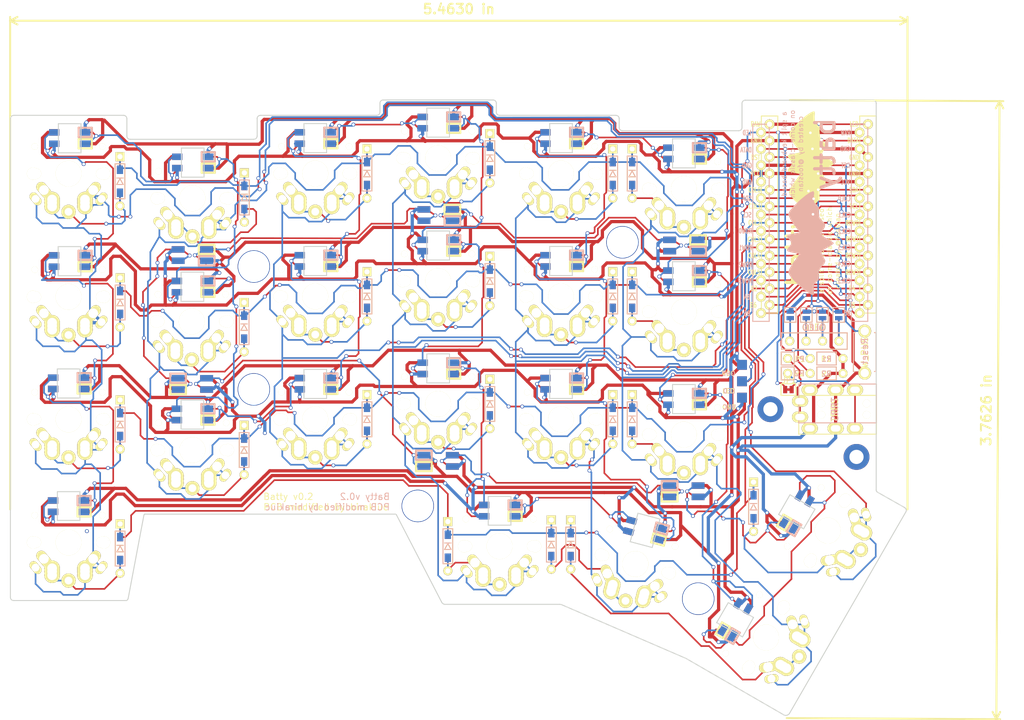
<source format=kicad_pcb>
(kicad_pcb (version 20171130) (host pcbnew "(5.0.1-3-g963ef8bb5)")
  (title_block (title Crkbd) (date 2018/05/15) (rev 1.1) (company foostan))
  (layers (0 F.Cu signal) (31 B.Cu signal) (34 B.Paste user) (35 F.Paste user) (36 B.SilkS user) (37 F.SilkS user) (38 B.Mask user) (39 F.Mask user) (44 Edge.Cuts user))
  (net 0 "")
  (net 1 row0)
  (net 2 "Net-(D1-Pad2)")
  (net 3 row1)
  (net 4 "Net-(D2-Pad2)")
  (net 5 row2)
  (net 6 "Net-(D3-Pad2)")
  (net 7 row3)
  (net 8 "Net-(D4-Pad2)")
  (net 9 "Net-(D5-Pad2)")
  (net 10 "Net-(D6-Pad2)")
  (net 11 "Net-(D7-Pad2)")
  (net 12 "Net-(D8-Pad2)")
  (net 13 "Net-(D9-Pad2)")
  (net 14 "Net-(D10-Pad2)")
  (net 15 "Net-(D11-Pad2)")
  (net 16 "Net-(D12-Pad2)")
  (net 17 "Net-(D13-Pad2)")
  (net 18 "Net-(D14-Pad2)")
  (net 19 "Net-(D15-Pad2)")
  (net 20 "Net-(D16-Pad2)")
  (net 21 "Net-(D17-Pad2)")
  (net 22 "Net-(D18-Pad2)")
  (net 23 "Net-(D19-Pad2)")
  (net 24 "Net-(D20-Pad2)")
  (net 25 "Net-(D21-Pad2)")
  (net 26 GND)
  (net 27 VCC)
  (net 28 col0)
  (net 29 col1)
  (net 30 col2)
  (net 31 col3)
  (net 32 col4)
  (net 33 col5)
  (net 34 LED)
  (net 35 data)
  (net 36 "Net-(L1-Pad3)")
  (net 37 "Net-(L1-Pad1)")
  (net 38 "Net-(L10-Pad1)")
  (net 39 "Net-(L11-Pad1)")
  (net 40 "Net-(L13-Pad1)")
  (net 41 "Net-(L14-Pad3)")
  (net 42 "Net-(L10-Pad3)")
  (net 43 "Net-(L13-Pad3)")
  (net 44 "Net-(L15-Pad3)")
  (net 45 "Net-(L16-Pad3)")
  (net 46 reset)
  (net 47 SCL)
  (net 48 SDA)
  (net 49 "Net-(U1-Pad13)")
  (net 50 "Net-(U1-Pad12)")
  (net 51 "Net-(U1-Pad11)")
  (net 52 "Net-(J2-Pad1)")
  (net 53 "Net-(J2-Pad2)")
  (net 54 "Net-(J2-Pad3)")
  (net 55 "Net-(J2-Pad4)")
  (net 56 "Net-(L2-Pad3)")
  (net 57 "Net-(L11-Pad3)")
  (net 58 "Net-(L14-Pad1)")
  (net 59 "Net-(L12-Pad3)")
  (net 60 "Net-(L17-Pad1)")
  (net 61 "Net-(L18-Pad3)")
  (net 62 "Net-(J1-PadA)")
  (net 63 "Net-(J1-PadB)")
  (net 64 "Net-(U1-Pad24)")
  (net 65 "Net-(L22-Pad3)")
  (net 66 "Net-(D22-Pad2)")
  (net 67 "Net-(D23-Pad2)")
  (net 68 "Net-(L4-Pad1)")
  (net 69 "Net-(L5-Pad1)")
  (net 70 "Net-(L29-Pad3)")
  (net 71 "Net-(L7-Pad3)")
  (net 72 "Net-(L15-Pad1)")
  (net 73 "Net-(L19-Pad1)")
  (net 74 "Net-(L20-Pad3)")
  (net 75 "Net-(L23-Pad1)")
  (net 76 "Net-(L24-Pad3)")
  (net 77 "Net-(L25-Pad3)")
  (net 78 "Net-(L27-Pad3)")
  (net 79 "Net-(L28-Pad1)")
  (net 80 col6)
  (module kbd:MX_ALPS_PG1350_noLed (layer F.Cu) (at 69.85 91.44 180)
    (fp_text reference SW7 hide)
    (fp_text value SW_PUSH hide)
    (pad "" np_thru_hole circle (at -5.22 4.2 180) (size 1 1) (drill 1) (layers *.Cu *.Mask F.SilkS))
    (pad "" np_thru_hole circle (at 5.22 4.2 180) (size 1 1) (drill 1) (layers *.Cu *.Mask F.SilkS))
    (pad "" np_thru_hole circle (at -5.08 0 180) (size 1.7 1.7) (drill 1.7) (layers *.Cu *.Mask F.SilkS))
    (pad "" np_thru_hole circle (at 5.08 0 180) (size 1.7 1.7) (drill 1.7) (layers *.Cu *.Mask F.SilkS))
    (pad 1 thru_hole circle (at -2.54 -4.5 180) (size 2.4 2.4) (drill 1.5) (layers *.Cu *.Mask F.SilkS) (net 28 col0))
    (pad 1 thru_hole circle (at -2.54 -4 180) (size 2.4 2.4) (drill 1.5) (layers *.Cu *.Mask F.SilkS) (net 28 col0))
    (pad 2 thru_hole circle (at 2.54 -4 180) (size 2.4 2.4) (drill 1.5) (layers *.Cu *.Mask F.SilkS) (net 11 "Net-(D7-Pad2)"))
    (pad 2 thru_hole circle (at 2.54 -4.5 180) (size 2.4 2.4) (drill 1.5) (layers *.Cu *.Mask F.SilkS) (net 11 "Net-(D7-Pad2)"))
    (pad 2 thru_hole oval (at 3.81 -2.54 130) (size 2.8 1.55) (drill 1.5) (layers *.Cu *.Mask F.SilkS) (net 11 "Net-(D7-Pad2)"))
    (pad 1 thru_hole circle (at -2.54 -5.08 180) (size 2.4 2.4) (drill 1.5) (layers *.Cu *.Mask F.SilkS) (net 28 col0))
    (pad 1 thru_hole oval (at -3.81 -2.54 230) (size 2.8 1.55) (drill 1.5) (layers *.Cu *.Mask F.SilkS) (net 28 col0))
    (pad 2 thru_hole circle (at 2.54 -5.08 180) (size 2.4 2.4) (drill 1.5) (layers *.Cu *.Mask F.SilkS) (net 11 "Net-(D7-Pad2)"))
    (pad 2 thru_hole circle (at 0 -5.9 270) (size 2.2 2.2) (drill 1.2) (layers *.Cu *.Mask F.SilkS) (net 11 "Net-(D7-Pad2)"))
    (pad 1 thru_hole oval (at -5.1 -3.9 230) (size 2.2 1.25) (drill 1.2) (layers *.Cu *.Mask F.SilkS) (net 28 col0))
    (pad "" np_thru_hole circle (at 5.5 0 270) (size 1.9 1.9) (drill 1.9) (layers *.Cu *.Mask F.SilkS))
    (pad "" np_thru_hole circle (at -5.5 0 270) (size 1.9 1.9) (drill 1.9) (layers *.Cu *.Mask F.SilkS))
    (pad "" np_thru_hole circle (at 0 0 270) (size 4 4) (drill 4) (layers *.Cu *.Mask F.SilkS))
    (pad 1 thru_hole oval (at 5.1 -3.9 130) (size 2.2 1.25) (drill 1.2) (layers *.Cu *.Mask F.SilkS) (net 28 col0))
  )
  (module kbd:MX_ALPS_PG1350_noLed (layer F.Cu) (at 69.85 129.413 180)
    (fp_text reference SW22 hide)
    (fp_text value SW_PUSH hide)
    (pad 1 thru_hole oval (at 5.1 -3.9 130) (size 2.2 1.25) (drill 1.2) (layers *.Cu *.Mask F.SilkS) (net 28 col0))
    (pad "" np_thru_hole circle (at 0 0 270) (size 4 4) (drill 4) (layers *.Cu *.Mask F.SilkS))
    (pad "" np_thru_hole circle (at -5.5 0 270) (size 1.9 1.9) (drill 1.9) (layers *.Cu *.Mask F.SilkS))
    (pad "" np_thru_hole circle (at 5.5 0 270) (size 1.9 1.9) (drill 1.9) (layers *.Cu *.Mask F.SilkS))
    (pad 1 thru_hole oval (at -5.1 -3.9 230) (size 2.2 1.25) (drill 1.2) (layers *.Cu *.Mask F.SilkS) (net 28 col0))
    (pad 2 thru_hole circle (at 0 -5.9 270) (size 2.2 2.2) (drill 1.2) (layers *.Cu *.Mask F.SilkS) (net 66 "Net-(D22-Pad2)"))
    (pad 2 thru_hole circle (at 2.54 -5.08 180) (size 2.4 2.4) (drill 1.5) (layers *.Cu *.Mask F.SilkS) (net 66 "Net-(D22-Pad2)"))
    (pad 1 thru_hole oval (at -3.81 -2.54 230) (size 2.8 1.55) (drill 1.5) (layers *.Cu *.Mask F.SilkS) (net 28 col0))
    (pad 1 thru_hole circle (at -2.54 -5.08 180) (size 2.4 2.4) (drill 1.5) (layers *.Cu *.Mask F.SilkS) (net 28 col0))
    (pad 2 thru_hole oval (at 3.81 -2.54 130) (size 2.8 1.55) (drill 1.5) (layers *.Cu *.Mask F.SilkS) (net 66 "Net-(D22-Pad2)"))
    (pad 2 thru_hole circle (at 2.54 -4.5 180) (size 2.4 2.4) (drill 1.5) (layers *.Cu *.Mask F.SilkS) (net 66 "Net-(D22-Pad2)"))
    (pad 2 thru_hole circle (at 2.54 -4 180) (size 2.4 2.4) (drill 1.5) (layers *.Cu *.Mask F.SilkS) (net 66 "Net-(D22-Pad2)"))
    (pad 1 thru_hole circle (at -2.54 -4 180) (size 2.4 2.4) (drill 1.5) (layers *.Cu *.Mask F.SilkS) (net 28 col0))
    (pad 1 thru_hole circle (at -2.54 -4.5 180) (size 2.4 2.4) (drill 1.5) (layers *.Cu *.Mask F.SilkS) (net 28 col0))
    (pad "" np_thru_hole circle (at 5.08 0 180) (size 1.7 1.7) (drill 1.7) (layers *.Cu *.Mask F.SilkS))
    (pad "" np_thru_hole circle (at -5.08 0 180) (size 1.7 1.7) (drill 1.7) (layers *.Cu *.Mask F.SilkS))
    (pad "" np_thru_hole circle (at 5.22 4.2 180) (size 1 1) (drill 1) (layers *.Cu *.Mask F.SilkS))
    (pad "" np_thru_hole circle (at -5.22 4.2 180) (size 1 1) (drill 1) (layers *.Cu *.Mask F.SilkS))
  )
  (module kbd:LEGO_HOLE (layer F.Cu) (at 178.3842 108.8136)
    (fp_text reference "" (at 0 -3.2) (layer F.SilkS))
    (fp_text value "")
    (pad "" thru_hole circle (at 0 0) (size 4 4) (drill 2.2) (layers *.Cu *.Mask))
  )
  (module kbd:MX_ALPS_PG1350_noLed (layer F.Cu) (at 69.85 72.39 180)
    (fp_text reference SW1 hide)
    (fp_text value SW_PUSH hide)
    (pad "" np_thru_hole circle (at -5.22 4.2 180) (size 1 1) (drill 1) (layers *.Cu *.Mask F.SilkS))
    (pad "" np_thru_hole circle (at 5.22 4.2 180) (size 1 1) (drill 1) (layers *.Cu *.Mask F.SilkS))
    (pad "" np_thru_hole circle (at -5.08 0 180) (size 1.7 1.7) (drill 1.7) (layers *.Cu *.Mask F.SilkS))
    (pad "" np_thru_hole circle (at 5.08 0 180) (size 1.7 1.7) (drill 1.7) (layers *.Cu *.Mask F.SilkS))
    (pad 1 thru_hole circle (at -2.54 -4.5 180) (size 2.4 2.4) (drill 1.5) (layers *.Cu *.Mask F.SilkS) (net 28 col0))
    (pad 1 thru_hole circle (at -2.54 -4 180) (size 2.4 2.4) (drill 1.5) (layers *.Cu *.Mask F.SilkS) (net 28 col0))
    (pad 2 thru_hole circle (at 2.54 -4 180) (size 2.4 2.4) (drill 1.5) (layers *.Cu *.Mask F.SilkS) (net 2 "Net-(D1-Pad2)"))
    (pad 2 thru_hole circle (at 2.54 -4.5 180) (size 2.4 2.4) (drill 1.5) (layers *.Cu *.Mask F.SilkS) (net 2 "Net-(D1-Pad2)"))
    (pad 2 thru_hole oval (at 3.81 -2.54 130) (size 2.8 1.55) (drill 1.5) (layers *.Cu *.Mask F.SilkS) (net 2 "Net-(D1-Pad2)"))
    (pad 1 thru_hole circle (at -2.54 -5.08 180) (size 2.4 2.4) (drill 1.5) (layers *.Cu *.Mask F.SilkS) (net 28 col0))
    (pad 1 thru_hole oval (at -3.81 -2.54 230) (size 2.8 1.55) (drill 1.5) (layers *.Cu *.Mask F.SilkS) (net 28 col0))
    (pad 2 thru_hole circle (at 2.54 -5.08 180) (size 2.4 2.4) (drill 1.5) (layers *.Cu *.Mask F.SilkS) (net 2 "Net-(D1-Pad2)"))
    (pad 2 thru_hole circle (at 0 -5.9 270) (size 2.2 2.2) (drill 1.2) (layers *.Cu *.Mask F.SilkS) (net 2 "Net-(D1-Pad2)"))
    (pad 1 thru_hole oval (at -5.1 -3.9 230) (size 2.2 1.25) (drill 1.2) (layers *.Cu *.Mask F.SilkS) (net 28 col0))
    (pad "" np_thru_hole circle (at 5.5 0 270) (size 1.9 1.9) (drill 1.9) (layers *.Cu *.Mask F.SilkS))
    (pad "" np_thru_hole circle (at -5.5 0 270) (size 1.9 1.9) (drill 1.9) (layers *.Cu *.Mask F.SilkS))
    (pad "" np_thru_hole circle (at 0 0 270) (size 4 4) (drill 4) (layers *.Cu *.Mask F.SilkS))
    (pad 1 thru_hole oval (at 5.1 -3.9 130) (size 2.2 1.25) (drill 1.2) (layers *.Cu *.Mask F.SilkS) (net 28 col0))
  )
  (module kbd:MX_ALPS_PG1350_noLed (layer F.Cu) (at 69.85 110.3884 180)
    (fp_text reference SW13 hide)
    (fp_text value SW_PUSH hide)
    (pad "" np_thru_hole circle (at -5.22 4.2 180) (size 1 1) (drill 1) (layers *.Cu *.Mask F.SilkS))
    (pad "" np_thru_hole circle (at 5.22 4.2 180) (size 1 1) (drill 1) (layers *.Cu *.Mask F.SilkS))
    (pad "" np_thru_hole circle (at -5.08 0 180) (size 1.7 1.7) (drill 1.7) (layers *.Cu *.Mask F.SilkS))
    (pad "" np_thru_hole circle (at 5.08 0 180) (size 1.7 1.7) (drill 1.7) (layers *.Cu *.Mask F.SilkS))
    (pad 1 thru_hole circle (at -2.54 -4.5 180) (size 2.4 2.4) (drill 1.5) (layers *.Cu *.Mask F.SilkS) (net 28 col0))
    (pad 1 thru_hole circle (at -2.54 -4 180) (size 2.4 2.4) (drill 1.5) (layers *.Cu *.Mask F.SilkS) (net 28 col0))
    (pad 2 thru_hole circle (at 2.54 -4 180) (size 2.4 2.4) (drill 1.5) (layers *.Cu *.Mask F.SilkS) (net 17 "Net-(D13-Pad2)"))
    (pad 2 thru_hole circle (at 2.54 -4.5 180) (size 2.4 2.4) (drill 1.5) (layers *.Cu *.Mask F.SilkS) (net 17 "Net-(D13-Pad2)"))
    (pad 2 thru_hole oval (at 3.81 -2.54 130) (size 2.8 1.55) (drill 1.5) (layers *.Cu *.Mask F.SilkS) (net 17 "Net-(D13-Pad2)"))
    (pad 1 thru_hole circle (at -2.54 -5.08 180) (size 2.4 2.4) (drill 1.5) (layers *.Cu *.Mask F.SilkS) (net 28 col0))
    (pad 1 thru_hole oval (at -3.81 -2.54 230) (size 2.8 1.55) (drill 1.5) (layers *.Cu *.Mask F.SilkS) (net 28 col0))
    (pad 2 thru_hole circle (at 2.54 -5.08 180) (size 2.4 2.4) (drill 1.5) (layers *.Cu *.Mask F.SilkS) (net 17 "Net-(D13-Pad2)"))
    (pad 2 thru_hole circle (at 0 -5.9 270) (size 2.2 2.2) (drill 1.2) (layers *.Cu *.Mask F.SilkS) (net 17 "Net-(D13-Pad2)"))
    (pad 1 thru_hole oval (at -5.1 -3.9 230) (size 2.2 1.25) (drill 1.2) (layers *.Cu *.Mask F.SilkS) (net 28 col0))
    (pad "" np_thru_hole circle (at 5.5 0 270) (size 1.9 1.9) (drill 1.9) (layers *.Cu *.Mask F.SilkS))
    (pad "" np_thru_hole circle (at -5.5 0 270) (size 1.9 1.9) (drill 1.9) (layers *.Cu *.Mask F.SilkS))
    (pad "" np_thru_hole circle (at 0 0 270) (size 4 4) (drill 4) (layers *.Cu *.Mask F.SilkS))
    (pad 1 thru_hole oval (at 5.1 -3.9 130) (size 2.2 1.25) (drill 1.2) (layers *.Cu *.Mask F.SilkS) (net 28 col0))
  )
  (module kbd:MX_ALPS_PG1350_noLed (layer F.Cu) (at 88.9 95.25 180)
    (fp_text reference SW8 hide)
    (fp_text value SW_PUSH hide)
    (pad "" np_thru_hole circle (at -5.22 4.2 180) (size 1 1) (drill 1) (layers *.Cu *.Mask F.SilkS))
    (pad "" np_thru_hole circle (at 5.22 4.2 180) (size 1 1) (drill 1) (layers *.Cu *.Mask F.SilkS))
    (pad "" np_thru_hole circle (at -5.08 0 180) (size 1.7 1.7) (drill 1.7) (layers *.Cu *.Mask F.SilkS))
    (pad "" np_thru_hole circle (at 5.08 0 180) (size 1.7 1.7) (drill 1.7) (layers *.Cu *.Mask F.SilkS))
    (pad 1 thru_hole circle (at -2.54 -4.5 180) (size 2.4 2.4) (drill 1.5) (layers *.Cu *.Mask F.SilkS) (net 29 col1))
    (pad 1 thru_hole circle (at -2.54 -4 180) (size 2.4 2.4) (drill 1.5) (layers *.Cu *.Mask F.SilkS) (net 29 col1))
    (pad 2 thru_hole circle (at 2.54 -4 180) (size 2.4 2.4) (drill 1.5) (layers *.Cu *.Mask F.SilkS) (net 12 "Net-(D8-Pad2)"))
    (pad 2 thru_hole circle (at 2.54 -4.5 180) (size 2.4 2.4) (drill 1.5) (layers *.Cu *.Mask F.SilkS) (net 12 "Net-(D8-Pad2)"))
    (pad 2 thru_hole oval (at 3.81 -2.54 130) (size 2.8 1.55) (drill 1.5) (layers *.Cu *.Mask F.SilkS) (net 12 "Net-(D8-Pad2)"))
    (pad 1 thru_hole circle (at -2.54 -5.08 180) (size 2.4 2.4) (drill 1.5) (layers *.Cu *.Mask F.SilkS) (net 29 col1))
    (pad 1 thru_hole oval (at -3.81 -2.54 230) (size 2.8 1.55) (drill 1.5) (layers *.Cu *.Mask F.SilkS) (net 29 col1))
    (pad 2 thru_hole circle (at 2.54 -5.08 180) (size 2.4 2.4) (drill 1.5) (layers *.Cu *.Mask F.SilkS) (net 12 "Net-(D8-Pad2)"))
    (pad 2 thru_hole circle (at 0 -5.9 270) (size 2.2 2.2) (drill 1.2) (layers *.Cu *.Mask F.SilkS) (net 12 "Net-(D8-Pad2)"))
    (pad 1 thru_hole oval (at -5.1 -3.9 230) (size 2.2 1.25) (drill 1.2) (layers *.Cu *.Mask F.SilkS) (net 29 col1))
    (pad "" np_thru_hole circle (at 5.5 0 270) (size 1.9 1.9) (drill 1.9) (layers *.Cu *.Mask F.SilkS))
    (pad "" np_thru_hole circle (at -5.5 0 270) (size 1.9 1.9) (drill 1.9) (layers *.Cu *.Mask F.SilkS))
    (pad "" np_thru_hole circle (at 0 0 270) (size 4 4) (drill 4) (layers *.Cu *.Mask F.SilkS))
    (pad 1 thru_hole oval (at 5.1 -3.9 130) (size 2.2 1.25) (drill 1.2) (layers *.Cu *.Mask F.SilkS) (net 29 col1))
  )
  (module kbd:OLED (layer F.Cu) (at 181.3635 98.2769)
    (fp_text reference J2)
    (fp_text value OLED hide)
    (fp_text user OLED (at 3.75 -2.1) (layer B.SilkS) (effects (justify mirror)))
    (fp_text user OLED (at 3.8 -2.1) (layer F.SilkS))
    (pad 4 thru_hole circle (at 7.62 0) (size 1.397 1.397) (drill 0.8128) (layers *.Cu *.Mask F.SilkS) (net 55 "Net-(J2-Pad4)"))
    (pad 3 thru_hole circle (at 5.08 0) (size 1.397 1.397) (drill 0.8128) (layers *.Cu *.Mask F.SilkS) (net 54 "Net-(J2-Pad3)"))
    (pad 2 thru_hole circle (at 2.54 0) (size 1.397 1.397) (drill 0.8128) (layers *.Cu *.Mask F.SilkS) (net 53 "Net-(J2-Pad2)"))
    (pad 1 thru_hole circle (at 0 0) (size 1.397 1.397) (drill 0.8128) (layers *.Cu *.Mask F.SilkS) (net 52 "Net-(J2-Pad1)"))
  )
  (module kbd:MJ-4PP-9 (layer F.Cu) (at 194.7635 109.6769 270)
    (fp_text reference J1)
    (fp_text value MJ-4PP-9 hide)
    (fp_text user TRRS (at -0.75 6.45 270) (layer F.SilkS))
    (fp_text user TRRS (at -0.8255 6.4135 270) (layer B.SilkS) (effects (justify mirror)))
    (pad A thru_hole oval (at -2.1 11.8 270) (size 1.7 2.5) (drill oval 1 1.5) (layers *.Cu *.Mask F.SilkS) (net 62 "Net-(J1-PadA)") (clearance 0.15))
    (pad D thru_hole oval (at 2.1 10.3 270) (size 1.7 2.5) (drill oval 1 1.5) (layers *.Cu *.Mask F.SilkS) (net 27 VCC) (clearance 0.15))
    (pad C thru_hole oval (at 2.1 6.3 270) (size 1.7 2.5) (drill oval 1 1.5) (layers *.Cu *.Mask F.SilkS) (net 26 GND))
    (pad B thru_hole oval (at 2.1 3.3 270) (size 1.7 2.5) (drill oval 1 1.5) (layers *.Cu *.Mask F.SilkS) (net 63 "Net-(J1-PadB)"))
    (pad "" np_thru_hole circle (at 0 8.5 270) (size 1.2 1.2) (drill 1.2) (layers *.Cu *.Mask F.SilkS))
    (pad "" np_thru_hole circle (at 0 1.5 270) (size 1.2 1.2) (drill 1.2) (layers *.Cu *.Mask F.SilkS))
    (pad C thru_hole oval (at -3.85 6.3 270) (size 1.7 2.5) (drill oval 1 1.5) (layers *.Cu *.Mask F.SilkS) (net 26 GND))
    (pad B thru_hole oval (at -3.85 3.3 270) (size 1.7 2.5) (drill oval 1 1.5) (layers *.Cu *.Mask F.SilkS) (net 63 "Net-(J1-PadB)"))
    (pad A thru_hole oval (at 0.35 11.8 270) (size 1.7 2.5) (drill oval 1 1.5) (layers *.Cu *.Mask F.SilkS) (net 62 "Net-(J1-PadA)") (clearance 0.15))
    (pad D thru_hole oval (at -3.85 10.3 270) (size 1.7 2.5) (drill oval 1 1.5) (layers *.Cu *.Mask F.SilkS) (net 27 VCC) (clearance 0.15))
    (pad "" np_thru_hole circle (at -1.75 1.5 270) (size 1.2 1.2) (drill 1.2) (layers *.Cu *.Mask F.SilkS))
    (pad "" np_thru_hole circle (at -1.75 8.5 270) (size 1.2 1.2) (drill 1.2) (layers *.Cu *.Mask F.SilkS))
  )
  (module kbd:SK6812MINI_underglow_rev (layer F.Cu) (at 165 121.5 180)
    (fp_text reference L6 hide)
    (fp_text value SK6812MINI hide)
    (pad 4 smd rect (at 2.2 -0.875 180) (size 2 1) (layers F.Cu F.Paste F.Mask) (net 27 VCC))
    (pad 3 smd rect (at 2.2 0.875 180) (size 2 1) (layers F.Cu F.Paste F.Mask) (net 69 "Net-(L5-Pad1)"))
    (pad 1 smd rect (at -2.2 -0.875 180) (size 2 1) (layers F.Cu F.Paste F.Mask) (net 70 "Net-(L29-Pad3)"))
    (pad 2 smd rect (at -2.2 0.875 180) (size 2 1) (layers F.Cu F.Paste F.Mask) (net 26 GND))
    (pad 3 smd rect (at 2.2 -0.875 180) (size 2 1) (layers B.Cu B.Paste B.Mask) (net 69 "Net-(L5-Pad1)"))
    (pad 4 smd rect (at 2.2 0.875 180) (size 2 1) (layers B.Cu B.Paste B.Mask) (net 27 VCC))
    (pad 1 smd rect (at -2.2 0.875 180) (size 2 1) (layers B.Cu B.Paste B.Mask) (net 70 "Net-(L29-Pad3)"))
    (pad 2 smd rect (at -2.2 -0.875 180) (size 2 1) (layers B.Cu B.Paste B.Mask) (net 26 GND))
  )
  (module kbd:SK6812MINI_underglow_rev (layer F.Cu) (at 165 83.5)
    (fp_text reference L3 hide)
    (fp_text value SK6812MINI hide)
    (pad 4 smd rect (at 2.2 -0.875) (size 2 1) (layers F.Cu F.Paste F.Mask) (net 27 VCC))
    (pad 3 smd rect (at 2.2 0.875) (size 2 1) (layers F.Cu F.Paste F.Mask) (net 34 LED))
    (pad 1 smd rect (at -2.2 -0.875) (size 2 1) (layers F.Cu F.Paste F.Mask) (net 56 "Net-(L2-Pad3)"))
    (pad 2 smd rect (at -2.2 0.875) (size 2 1) (layers F.Cu F.Paste F.Mask) (net 26 GND))
    (pad 3 smd rect (at 2.2 -0.875) (size 2 1) (layers B.Cu B.Paste B.Mask) (net 34 LED))
    (pad 4 smd rect (at 2.2 0.875) (size 2 1) (layers B.Cu B.Paste B.Mask) (net 27 VCC))
    (pad 1 smd rect (at -2.2 0.875) (size 2 1) (layers B.Cu B.Paste B.Mask) (net 56 "Net-(L2-Pad3)"))
    (pad 2 smd rect (at -2.2 -0.875) (size 2 1) (layers B.Cu B.Paste B.Mask) (net 26 GND))
  )
  (module kbd:SK6812MINI_underglow_rev (layer F.Cu) (at 127 78.8)
    (fp_text reference L2 hide)
    (fp_text value SK6812MINI hide)
    (pad 4 smd rect (at 2.2 -0.875) (size 2 1) (layers F.Cu F.Paste F.Mask) (net 27 VCC))
    (pad 3 smd rect (at 2.2 0.875) (size 2 1) (layers F.Cu F.Paste F.Mask) (net 56 "Net-(L2-Pad3)"))
    (pad 1 smd rect (at -2.2 -0.875) (size 2 1) (layers F.Cu F.Paste F.Mask) (net 36 "Net-(L1-Pad3)"))
    (pad 2 smd rect (at -2.2 0.875) (size 2 1) (layers F.Cu F.Paste F.Mask) (net 26 GND))
    (pad 3 smd rect (at 2.2 -0.875) (size 2 1) (layers B.Cu B.Paste B.Mask) (net 56 "Net-(L2-Pad3)"))
    (pad 4 smd rect (at 2.2 0.875) (size 2 1) (layers B.Cu B.Paste B.Mask) (net 27 VCC))
    (pad 1 smd rect (at -2.2 0.875) (size 2 1) (layers B.Cu B.Paste B.Mask) (net 36 "Net-(L1-Pad3)"))
    (pad 2 smd rect (at -2.2 -0.875) (size 2 1) (layers B.Cu B.Paste B.Mask) (net 26 GND))
  )
  (module kbd:SK6812MINI_underglow_rev (layer F.Cu) (at 89 84.9856)
    (fp_text reference L1 hide)
    (fp_text value SK6812MINI hide)
    (pad 4 smd rect (at 2.2 -0.875) (size 2 1) (layers F.Cu F.Paste F.Mask) (net 27 VCC))
    (pad 3 smd rect (at 2.2 0.875) (size 2 1) (layers F.Cu F.Paste F.Mask) (net 36 "Net-(L1-Pad3)"))
    (pad 1 smd rect (at -2.2 -0.875) (size 2 1) (layers F.Cu F.Paste F.Mask) (net 37 "Net-(L1-Pad1)"))
    (pad 2 smd rect (at -2.2 0.875) (size 2 1) (layers F.Cu F.Paste F.Mask) (net 26 GND))
    (pad 3 smd rect (at 2.2 -0.875) (size 2 1) (layers B.Cu B.Paste B.Mask) (net 36 "Net-(L1-Pad3)"))
    (pad 4 smd rect (at 2.2 0.875) (size 2 1) (layers B.Cu B.Paste B.Mask) (net 27 VCC))
    (pad 1 smd rect (at -2.2 0.875) (size 2 1) (layers B.Cu B.Paste B.Mask) (net 37 "Net-(L1-Pad1)"))
    (pad 2 smd rect (at -2.2 -0.875) (size 2 1) (layers B.Cu B.Paste B.Mask) (net 26 GND))
  )
  (module kbd:SK6812MINI_underglow_rev (layer F.Cu) (at 89 104.9 180)
    (fp_text reference L4 hide)
    (fp_text value SK6812MINI hide)
    (pad 4 smd rect (at 2.2 -0.875 180) (size 2 1) (layers F.Cu F.Paste F.Mask) (net 27 VCC))
    (pad 3 smd rect (at 2.2 0.875 180) (size 2 1) (layers F.Cu F.Paste F.Mask) (net 37 "Net-(L1-Pad1)"))
    (pad 1 smd rect (at -2.2 -0.875 180) (size 2 1) (layers F.Cu F.Paste F.Mask) (net 68 "Net-(L4-Pad1)"))
    (pad 2 smd rect (at -2.2 0.875 180) (size 2 1) (layers F.Cu F.Paste F.Mask) (net 26 GND))
    (pad 3 smd rect (at 2.2 -0.875 180) (size 2 1) (layers B.Cu B.Paste B.Mask) (net 37 "Net-(L1-Pad1)"))
    (pad 4 smd rect (at 2.2 0.875 180) (size 2 1) (layers B.Cu B.Paste B.Mask) (net 27 VCC))
    (pad 1 smd rect (at -2.2 0.875 180) (size 2 1) (layers B.Cu B.Paste B.Mask) (net 68 "Net-(L4-Pad1)"))
    (pad 2 smd rect (at -2.2 -0.875 180) (size 2 1) (layers B.Cu B.Paste B.Mask) (net 26 GND))
  )
  (module kbd:SK6812MINI_underglow_rev (layer F.Cu) (at 127 116.8 180)
    (fp_text reference L5 hide)
    (fp_text value SK6812MINI hide)
    (pad 4 smd rect (at 2.2 -0.875 180) (size 2 1) (layers F.Cu F.Paste F.Mask) (net 27 VCC))
    (pad 3 smd rect (at 2.2 0.875 180) (size 2 1) (layers F.Cu F.Paste F.Mask) (net 68 "Net-(L4-Pad1)"))
    (pad 1 smd rect (at -2.2 -0.875 180) (size 2 1) (layers F.Cu F.Paste F.Mask) (net 69 "Net-(L5-Pad1)"))
    (pad 2 smd rect (at -2.2 0.875 180) (size 2 1) (layers F.Cu F.Paste F.Mask) (net 26 GND))
    (pad 3 smd rect (at 2.2 -0.875 180) (size 2 1) (layers B.Cu B.Paste B.Mask) (net 68 "Net-(L4-Pad1)"))
    (pad 4 smd rect (at 2.2 0.875 180) (size 2 1) (layers B.Cu B.Paste B.Mask) (net 27 VCC))
    (pad 1 smd rect (at -2.2 0.875 180) (size 2 1) (layers B.Cu B.Paste B.Mask) (net 69 "Net-(L5-Pad1)"))
    (pad 2 smd rect (at -2.2 -0.875 180) (size 2 1) (layers B.Cu B.Paste B.Mask) (net 26 GND))
  )
  (module kbd:ProMicro_v2 (layer F.Cu) (at 185.8135 79.2269)
    (fp_text reference U1 hide)
    (fp_text value ProMicro hide)
    (fp_text user "" (at -0.5 -17.25) (layer F.SilkS))
    (fp_text user "" (at -1.2065 -16.256) (layer B.SilkS) (effects (justify mirror)))
    (fp_text user RAW (at -9.7155 -14.478) (layer F.SilkS) (effects (font (size 0.75 0.5) (thickness 0.125))))
    (fp_text user LED (at 5.5 -14.478) (layer F.SilkS) (effects (font (size 0.75 0.5) (thickness 0.125))))
    (fp_text user GND (at -9.7155 -11.938) (layer F.SilkS) (effects (font (size 0.75 0.5) (thickness 0.125))))
    (fp_text user DATA (at 5.35 -11.95) (layer F.SilkS) (effects (font (size 0.75 0.5) (thickness 0.125))))
    (fp_text user RST (at -9.7155 -9.3345) (layer F.SilkS) (effects (font (size 0.75 0.5) (thickness 0.125))))
    (fp_text user GND (at 5.5245 -9.3345) (layer F.SilkS) (effects (font (size 0.75 0.5) (thickness 0.125))))
    (fp_text user VCC (at -9.7155 -6.858) (layer F.SilkS) (effects (font (size 0.75 0.5) (thickness 0.125))))
    (fp_text user GND (at 5.461 -6.7945) (layer F.SilkS) (effects (font (size 0.75 0.5) (thickness 0.125))))
    (fp_text user COL3 (at -10 3.35) (layer F.SilkS) (effects (font (size 0.75 0.5) (thickness 0.125))))
    (fp_text user ROW0 (at 5.2 0.8) (layer F.SilkS) (effects (font (size 0.75 0.5) (thickness 0.125))))
    (fp_text user COL2 (at -9.9 0.762) (layer F.SilkS) (effects (font (size 0.75 0.5) (thickness 0.125))))
    (fp_text user SCL (at 5.461 -1.778) (layer F.SilkS) (effects (font (size 0.75 0.5) (thickness 0.125))))
    (fp_text user COL1 (at -9.85 -1.778) (layer F.SilkS) (effects (font (size 0.75 0.5) (thickness 0.125))))
    (fp_text user SDA (at 5.461 -4.318) (layer F.SilkS) (effects (font (size 0.75 0.5) (thickness 0.125))))
    (fp_text user COL0 (at -9.9 -4.3) (layer F.SilkS) (effects (font (size 0.75 0.5) (thickness 0.125))))
    (fp_text user B6 (at -10.05 13.5) (layer F.SilkS) (effects (font (size 0.75 0.5) (thickness 0.125))))
    (fp_text user B5 (at 5.2 13.5255) (layer F.SilkS) (effects (font (size 0.75 0.5) (thickness 0.125))))
    (fp_text user B4 (at 5.2 10.922) (layer F.SilkS) (effects (font (size 0.75 0.5) (thickness 0.125))))
    (fp_text user B2 (at -9.95 10.95) (layer F.SilkS) (effects (font (size 0.75 0.5) (thickness 0.125))))
    (fp_text user ROW3 (at 5.2 8.4455) (layer F.SilkS) (effects (font (size 0.75 0.5) (thickness 0.125))))
    (fp_text user COL5 (at -9.95 8.4455) (layer F.SilkS) (effects (font (size 0.75 0.5) (thickness 0.125))))
    (fp_text user ROW2 (at 5.2 5.85) (layer F.SilkS) (effects (font (size 0.75 0.5) (thickness 0.125))))
    (fp_text user COL4 (at -9.95 5.85) (layer F.SilkS) (effects (font (size 0.75 0.5) (thickness 0.125))))
    (fp_text user ROW1 (at 5.25 3.302) (layer F.SilkS) (effects (font (size 0.75 0.5) (thickness 0.125))))
    (fp_text user ROW1 (at -11.3 4.6355) (layer B.SilkS) (effects (font (size 0.75 0.5) (thickness 0.125)) (justify mirror)))
    (fp_text user COL4 (at 3.95 7.112) (layer B.SilkS) (effects (font (size 0.75 0.5) (thickness 0.125)) (justify mirror)))
    (fp_text user ROW2 (at -11.3 7.239) (layer B.SilkS) (effects (font (size 0.75 0.5) (thickness 0.125)) (justify mirror)))
    (fp_text user COL5 (at 4 9.75) (layer B.SilkS) (effects (font (size 0.75 0.5) (thickness 0.125)) (justify mirror)))
    (fp_text user ROW3 (at -11.3 9.75) (layer B.SilkS) (effects (font (size 0.75 0.5) (thickness 0.125)) (justify mirror)))
    (fp_text user B2 (at 4.5085 12.1285) (layer B.SilkS) (effects (font (size 0.75 0.5) (thickness 0.125)) (justify mirror)))
    (fp_text user B4 (at -11.049 12.2555) (layer B.SilkS) (effects (font (size 0.75 0.5) (thickness 0.125)) (justify mirror)))
    (fp_text user B5 (at -11.049 14.7955) (layer B.SilkS) (effects (font (size 0.75 0.5) (thickness 0.125)) (justify mirror)))
    (fp_text user B6 (at 4.445 14.732) (layer B.SilkS) (effects (font (size 0.75 0.5) (thickness 0.125)) (justify mirror)))
    (fp_text user COL0 (at 4 -2.95) (layer B.SilkS) (effects (font (size 0.75 0.5) (thickness 0.125)) (justify mirror)))
    (fp_text user SDA (at -11.049 -2.9845) (layer B.SilkS) (effects (font (size 0.75 0.5) (thickness 0.125)) (justify mirror)))
    (fp_text user COL1 (at 4 -0.4445) (layer B.SilkS) (effects (font (size 0.75 0.5) (thickness 0.125)) (justify mirror)))
    (fp_text user SCL (at -11.049 -0.4445) (layer B.SilkS) (effects (font (size 0.75 0.5) (thickness 0.125)) (justify mirror)))
    (fp_text user COL2 (at 4 2.1) (layer B.SilkS) (effects (font (size 0.75 0.5) (thickness 0.125)) (justify mirror)))
    (fp_text user ROW0 (at -11.3 2.032) (layer B.SilkS) (effects (font (size 0.75 0.5) (thickness 0.125)) (justify mirror)))
    (fp_text user COL3 (at 4 4.6) (layer B.SilkS) (effects (font (size 0.75 0.5) (thickness 0.125)) (justify mirror)))
    (fp_text user GND (at -11.049 -5.5245) (layer B.SilkS) (effects (font (size 0.75 0.5) (thickness 0.125)) (justify mirror)))
    (fp_text user VCC (at 4.1275 -5.5245) (layer B.SilkS) (effects (font (size 0.75 0.5) (thickness 0.125)) (justify mirror)))
    (fp_text user GND (at -11.049 -8.0645) (layer B.SilkS) (effects (font (size 0.75 0.5) (thickness 0.125)) (justify mirror)))
    (fp_text user RST (at 4.191 -8.0645) (layer B.SilkS) (effects (font (size 0.75 0.5) (thickness 0.125)) (justify mirror)))
    (fp_text user DATA (at -11.2 -10.5) (layer B.SilkS) (effects (font (size 0.75 0.5) (thickness 0.125)) (justify mirror)))
    (fp_text user GND (at 4.1275 -10.668) (layer B.SilkS) (effects (font (size 0.75 0.5) (thickness 0.125)) (justify mirror)))
    (fp_text user LED (at -11.049 -13.1445) (layer B.SilkS) (effects (font (size 0.75 0.5) (thickness 0.125)) (justify mirror)))
    (fp_text user RAW (at 4.191 -13.1445) (layer B.SilkS) (effects (font (size 0.75 0.5) (thickness 0.125)) (justify mirror)))
    (pad 24 thru_hole circle (at 6.35 -13.208) (size 1.524 1.524) (drill 0.8128) (layers *.Cu *.Mask F.SilkS) (net 64 "Net-(U1-Pad24)"))
    (pad 23 thru_hole circle (at 6.35 -10.668) (size 1.524 1.524) (drill 0.8128) (layers *.Cu *.Mask F.SilkS) (net 26 GND))
    (pad 22 thru_hole circle (at 6.35 -8.128) (size 1.524 1.524) (drill 0.8128) (layers *.Cu *.Mask F.SilkS) (net 46 reset))
    (pad 21 thru_hole circle (at 6.35 -5.588) (size 1.524 1.524) (drill 0.8128) (layers *.Cu *.Mask F.SilkS) (net 27 VCC))
    (pad 20 thru_hole circle (at 6.35 -3.048) (size 1.524 1.524) (drill 0.8128) (layers *.Cu *.Mask F.SilkS) (net 28 col0))
    (pad 19 thru_hole circle (at 6.35 -0.508) (size 1.524 1.524) (drill 0.8128) (layers *.Cu *.Mask F.SilkS) (net 29 col1))
    (pad 18 thru_hole circle (at 6.35 2.032) (size 1.524 1.524) (drill 0.8128) (layers *.Cu *.Mask F.SilkS) (net 30 col2))
    (pad 17 thru_hole circle (at 6.35 4.572) (size 1.524 1.524) (drill 0.8128) (layers *.Cu *.Mask F.SilkS) (net 31 col3))
    (pad 16 thru_hole circle (at 6.35 7.112) (size 1.524 1.524) (drill 0.8128) (layers *.Cu *.Mask F.SilkS) (net 32 col4))
    (pad 15 thru_hole circle (at 6.35 9.652) (size 1.524 1.524) (drill 0.8128) (layers *.Cu *.Mask F.SilkS) (net 33 col5))
    (pad 14 thru_hole circle (at 6.35 12.192) (size 1.524 1.524) (drill 0.8128) (layers *.Cu *.Mask F.SilkS) (net 80 col6))
    (pad 13 thru_hole circle (at 6.35 14.732) (size 1.524 1.524) (drill 0.8128) (layers *.Cu *.Mask F.SilkS) (net 49 "Net-(U1-Pad13)"))
    (pad 12 thru_hole circle (at -8.89 14.732) (size 1.524 1.524) (drill 0.8128) (layers *.Cu *.Mask F.SilkS) (net 50 "Net-(U1-Pad12)"))
    (pad 11 thru_hole circle (at -8.89 12.192) (size 1.524 1.524) (drill 0.8128) (layers *.Cu *.Mask F.SilkS) (net 51 "Net-(U1-Pad11)"))
    (pad 10 thru_hole circle (at -8.89 9.652) (size 1.524 1.524) (drill 0.8128) (layers *.Cu *.Mask F.SilkS) (net 7 row3))
    (pad 9 thru_hole circle (at -8.89 7.112) (size 1.524 1.524) (drill 0.8128) (layers *.Cu *.Mask F.SilkS) (net 5 row2))
    (pad 8 thru_hole circle (at -8.89 4.572) (size 1.524 1.524) (drill 0.8128) (layers *.Cu *.Mask F.SilkS) (net 3 row1))
    (pad 7 thru_hole circle (at -8.89 2.032) (size 1.524 1.524) (drill 0.8128) (layers *.Cu *.Mask F.SilkS) (net 1 row0))
    (pad 6 thru_hole circle (at -8.89 -0.508) (size 1.524 1.524) (drill 0.8128) (layers *.Cu *.Mask F.SilkS) (net 47 SCL))
    (pad 5 thru_hole circle (at -8.89 -3.048) (size 1.524 1.524) (drill 0.8128) (layers *.Cu *.Mask F.SilkS) (net 48 SDA))
    (pad 4 thru_hole circle (at -8.89 -5.588) (size 1.524 1.524) (drill 0.8128) (layers *.Cu *.Mask F.SilkS) (net 26 GND))
    (pad 3 thru_hole circle (at -8.89 -8.128) (size 1.524 1.524) (drill 0.8128) (layers *.Cu *.Mask F.SilkS) (net 26 GND))
    (pad 2 thru_hole circle (at -8.89 -10.668) (size 1.524 1.524) (drill 0.8128) (layers *.Cu *.Mask F.SilkS) (net 35 data))
    (pad 1 thru_hole circle (at -8.89 -13.208) (size 1.524 1.524) (drill 0.8128) (layers *.Cu *.Mask F.SilkS) (net 34 LED))
    (pad 1 thru_hole circle (at 7.6564 -14.478) (size 1.524 1.524) (drill 0.8128) (layers *.Cu *.Mask F.SilkS) (net 34 LED))
    (pad 2 thru_hole circle (at 7.6564 -11.938) (size 1.524 1.524) (drill 0.8128) (layers *.Cu *.Mask F.SilkS) (net 35 data))
    (pad 3 thru_hole circle (at 7.6564 -9.398) (size 1.524 1.524) (drill 0.8128) (layers *.Cu *.Mask F.SilkS) (net 26 GND))
    (pad 4 thru_hole circle (at 7.6564 -6.858) (size 1.524 1.524) (drill 0.8128) (layers *.Cu *.Mask F.SilkS) (net 26 GND))
    (pad 5 thru_hole circle (at 7.6564 -4.318) (size 1.524 1.524) (drill 0.8128) (layers *.Cu *.Mask F.SilkS) (net 48 SDA))
    (pad 6 thru_hole circle (at 7.6564 -1.778) (size 1.524 1.524) (drill 0.8128) (layers *.Cu *.Mask F.SilkS) (net 47 SCL))
    (pad 7 thru_hole circle (at 7.6564 0.762) (size 1.524 1.524) (drill 0.8128) (layers *.Cu *.Mask F.SilkS) (net 1 row0))
    (pad 8 thru_hole circle (at 7.6564 3.302) (size 1.524 1.524) (drill 0.8128) (layers *.Cu *.Mask F.SilkS) (net 3 row1))
    (pad 9 thru_hole circle (at 7.6564 5.842) (size 1.524 1.524) (drill 0.8128) (layers *.Cu *.Mask F.SilkS) (net 5 row2))
    (pad 10 thru_hole circle (at 7.6564 8.382) (size 1.524 1.524) (drill 0.8128) (layers *.Cu *.Mask F.SilkS) (net 7 row3))
    (pad 11 thru_hole circle (at 7.6564 10.922) (size 1.524 1.524) (drill 0.8128) (layers *.Cu *.Mask F.SilkS) (net 51 "Net-(U1-Pad11)"))
    (pad 12 thru_hole circle (at 7.6564 13.462) (size 1.524 1.524) (drill 0.8128) (layers *.Cu *.Mask F.SilkS) (net 50 "Net-(U1-Pad12)"))
    (pad 13 thru_hole circle (at -7.5636 13.462) (size 1.524 1.524) (drill 0.8128) (layers *.Cu *.Mask F.SilkS) (net 49 "Net-(U1-Pad13)"))
    (pad 14 thru_hole circle (at -7.5636 10.922) (size 1.524 1.524) (drill 0.8128) (layers *.Cu *.Mask F.SilkS) (net 80 col6))
    (pad 15 thru_hole circle (at -7.5636 8.382) (size 1.524 1.524) (drill 0.8128) (layers *.Cu *.Mask F.SilkS) (net 33 col5))
    (pad 16 thru_hole circle (at -7.5636 5.842) (size 1.524 1.524) (drill 0.8128) (layers *.Cu *.Mask F.SilkS) (net 32 col4))
    (pad 17 thru_hole circle (at -7.5636 3.302) (size 1.524 1.524) (drill 0.8128) (layers *.Cu *.Mask F.SilkS) (net 31 col3))
    (pad 18 thru_hole circle (at -7.5636 0.762) (size 1.524 1.524) (drill 0.8128) (layers *.Cu *.Mask F.SilkS) (net 30 col2))
    (pad 19 thru_hole circle (at -7.5636 -1.778) (size 1.524 1.524) (drill 0.8128) (layers *.Cu *.Mask F.SilkS) (net 29 col1))
    (pad 20 thru_hole circle (at -7.5636 -4.318) (size 1.524 1.524) (drill 0.8128) (layers *.Cu *.Mask F.SilkS) (net 28 col0))
    (pad 21 thru_hole circle (at -7.5636 -6.858) (size 1.524 1.524) (drill 0.8128) (layers *.Cu *.Mask F.SilkS) (net 27 VCC))
    (pad 22 thru_hole circle (at -7.5636 -9.398) (size 1.524 1.524) (drill 0.8128) (layers *.Cu *.Mask F.SilkS) (net 46 reset))
    (pad 23 thru_hole circle (at -7.5636 -11.938) (size 1.524 1.524) (drill 0.8128) (layers *.Cu *.Mask F.SilkS) (net 26 GND))
    (pad 24 thru_hole circle (at -7.5636 -14.478) (size 1.524 1.524) (drill 0.8128) (layers *.Cu *.Mask F.SilkS) (net 64 "Net-(U1-Pad24)"))
  )
  (module kbd:SK6812MINI_rev (layer F.Cu) (at 70.0254 66.8879)
    (fp_text reference L7 hide)
    (fp_text value SK6812MINI hide)
    (pad 2 smd rect (at -2.4 0.875) (size 1.6 1) (layers B.Cu B.Paste B.Mask) (net 26 GND))
    (pad 1 smd rect (at -2.4 -0.875) (size 1.6 1) (layers B.Cu B.Paste B.Mask) (net 43 "Net-(L13-Pad3)"))
    (pad 4 smd rect (at 2.4 -0.875) (size 1.6 1) (layers B.Cu B.Paste B.Mask) (net 27 VCC))
    (pad 3 smd rect (at 2.4 0.875) (size 1.6 1) (layers B.Cu B.Paste B.Mask) (net 71 "Net-(L7-Pad3)"))
    (pad 2 smd rect (at -2.4 -0.875) (size 1.6 1) (layers F.Cu F.Paste F.Mask) (net 26 GND))
    (pad 1 smd rect (at -2.4 0.875) (size 1.6 1) (layers F.Cu F.Paste F.Mask) (net 43 "Net-(L13-Pad3)"))
    (pad 3 smd rect (at 2.4 -0.875) (size 1.6 1) (layers F.Cu F.Paste F.Mask) (net 71 "Net-(L7-Pad3)"))
    (pad 4 smd rect (at 2.4 0.875) (size 1.6 1) (layers F.Cu F.Paste F.Mask) (net 27 VCC))
  )
  (module kbd:SK6812MINI_rev (layer F.Cu) (at 89.0508 70.6598)
    (fp_text reference L8 hide)
    (fp_text value SK6812MINI hide)
    (pad 2 smd rect (at -2.4 0.875) (size 1.6 1) (layers B.Cu B.Paste B.Mask) (net 26 GND))
    (pad 1 smd rect (at -2.4 -0.875) (size 1.6 1) (layers B.Cu B.Paste B.Mask) (net 71 "Net-(L7-Pad3)"))
    (pad 4 smd rect (at 2.4 -0.875) (size 1.6 1) (layers B.Cu B.Paste B.Mask) (net 27 VCC))
    (pad 3 smd rect (at 2.4 0.875) (size 1.6 1) (layers B.Cu B.Paste B.Mask) (net 58 "Net-(L14-Pad1)"))
    (pad 2 smd rect (at -2.4 -0.875) (size 1.6 1) (layers F.Cu F.Paste F.Mask) (net 26 GND))
    (pad 1 smd rect (at -2.4 0.875) (size 1.6 1) (layers F.Cu F.Paste F.Mask) (net 71 "Net-(L7-Pad3)"))
    (pad 3 smd rect (at 2.4 -0.875) (size 1.6 1) (layers F.Cu F.Paste F.Mask) (net 58 "Net-(L14-Pad1)"))
    (pad 4 smd rect (at 2.4 0.875) (size 1.6 1) (layers F.Cu F.Paste F.Mask) (net 27 VCC))
  )
  (module kbd:SK6812MINI_rev (layer F.Cu) (at 108 66.875)
    (fp_text reference L9 hide)
    (fp_text value SK6812MINI hide)
    (pad 2 smd rect (at -2.4 0.875) (size 1.6 1) (layers B.Cu B.Paste B.Mask) (net 26 GND))
    (pad 1 smd rect (at -2.4 -0.875) (size 1.6 1) (layers B.Cu B.Paste B.Mask) (net 44 "Net-(L15-Pad3)"))
    (pad 4 smd rect (at 2.4 -0.875) (size 1.6 1) (layers B.Cu B.Paste B.Mask) (net 27 VCC))
    (pad 3 smd rect (at 2.4 0.875) (size 1.6 1) (layers B.Cu B.Paste B.Mask) (net 38 "Net-(L10-Pad1)"))
    (pad 2 smd rect (at -2.4 -0.875) (size 1.6 1) (layers F.Cu F.Paste F.Mask) (net 26 GND))
    (pad 1 smd rect (at -2.4 0.875) (size 1.6 1) (layers F.Cu F.Paste F.Mask) (net 44 "Net-(L15-Pad3)"))
    (pad 3 smd rect (at 2.4 -0.875) (size 1.6 1) (layers F.Cu F.Paste F.Mask) (net 38 "Net-(L10-Pad1)"))
    (pad 4 smd rect (at 2.4 0.875) (size 1.6 1) (layers F.Cu F.Paste F.Mask) (net 27 VCC))
  )
  (module kbd:SK6812MINI_rev (layer F.Cu) (at 127 64.5)
    (fp_text reference L10 hide)
    (fp_text value SK6812MINI hide)
    (pad 2 smd rect (at -2.4 0.875) (size 1.6 1) (layers B.Cu B.Paste B.Mask) (net 26 GND))
    (pad 1 smd rect (at -2.4 -0.875) (size 1.6 1) (layers B.Cu B.Paste B.Mask) (net 38 "Net-(L10-Pad1)"))
    (pad 4 smd rect (at 2.4 -0.875) (size 1.6 1) (layers B.Cu B.Paste B.Mask) (net 27 VCC))
    (pad 3 smd rect (at 2.4 0.875) (size 1.6 1) (layers B.Cu B.Paste B.Mask) (net 42 "Net-(L10-Pad3)"))
    (pad 2 smd rect (at -2.4 -0.875) (size 1.6 1) (layers F.Cu F.Paste F.Mask) (net 26 GND))
    (pad 1 smd rect (at -2.4 0.875) (size 1.6 1) (layers F.Cu F.Paste F.Mask) (net 38 "Net-(L10-Pad1)"))
    (pad 3 smd rect (at 2.4 -0.875) (size 1.6 1) (layers F.Cu F.Paste F.Mask) (net 42 "Net-(L10-Pad3)"))
    (pad 4 smd rect (at 2.4 0.875) (size 1.6 1) (layers F.Cu F.Paste F.Mask) (net 27 VCC))
  )
  (module kbd:SK6812MINI_rev (layer F.Cu) (at 146 66.875)
    (fp_text reference L11 hide)
    (fp_text value SK6812MINI hide)
    (pad 2 smd rect (at -2.4 0.875) (size 1.6 1) (layers B.Cu B.Paste B.Mask) (net 26 GND))
    (pad 1 smd rect (at -2.4 -0.875) (size 1.6 1) (layers B.Cu B.Paste B.Mask) (net 39 "Net-(L11-Pad1)"))
    (pad 4 smd rect (at 2.4 -0.875) (size 1.6 1) (layers B.Cu B.Paste B.Mask) (net 27 VCC))
    (pad 3 smd rect (at 2.4 0.875) (size 1.6 1) (layers B.Cu B.Paste B.Mask) (net 57 "Net-(L11-Pad3)"))
    (pad 2 smd rect (at -2.4 -0.875) (size 1.6 1) (layers F.Cu F.Paste F.Mask) (net 26 GND))
    (pad 1 smd rect (at -2.4 0.875) (size 1.6 1) (layers F.Cu F.Paste F.Mask) (net 39 "Net-(L11-Pad1)"))
    (pad 3 smd rect (at 2.4 -0.875) (size 1.6 1) (layers F.Cu F.Paste F.Mask) (net 57 "Net-(L11-Pad3)"))
    (pad 4 smd rect (at 2.4 0.875) (size 1.6 1) (layers F.Cu F.Paste F.Mask) (net 27 VCC))
  )
  (module kbd:SK6812MINI_rev (layer F.Cu) (at 165 69.25)
    (fp_text reference L12 hide)
    (fp_text value SK6812MINI hide)
    (pad 2 smd rect (at -2.4 0.875) (size 1.6 1) (layers B.Cu B.Paste B.Mask) (net 26 GND))
    (pad 1 smd rect (at -2.4 -0.875) (size 1.6 1) (layers B.Cu B.Paste B.Mask) (net 57 "Net-(L11-Pad3)"))
    (pad 4 smd rect (at 2.4 -0.875) (size 1.6 1) (layers B.Cu B.Paste B.Mask) (net 27 VCC))
    (pad 3 smd rect (at 2.4 0.875) (size 1.6 1) (layers B.Cu B.Paste B.Mask) (net 59 "Net-(L12-Pad3)"))
    (pad 2 smd rect (at -2.4 -0.875) (size 1.6 1) (layers F.Cu F.Paste F.Mask) (net 26 GND))
    (pad 1 smd rect (at -2.4 0.875) (size 1.6 1) (layers F.Cu F.Paste F.Mask) (net 57 "Net-(L11-Pad3)"))
    (pad 3 smd rect (at 2.4 -0.875) (size 1.6 1) (layers F.Cu F.Paste F.Mask) (net 59 "Net-(L12-Pad3)"))
    (pad 4 smd rect (at 2.4 0.875) (size 1.6 1) (layers F.Cu F.Paste F.Mask) (net 27 VCC))
  )
  (module kbd:SK6812MINI_rev (layer F.Cu) (at 70 85.9006)
    (fp_text reference L13 hide)
    (fp_text value SK6812MINI hide)
    (pad 2 smd rect (at -2.4 0.875) (size 1.6 1) (layers B.Cu B.Paste B.Mask) (net 26 GND))
    (pad 1 smd rect (at -2.4 -0.875) (size 1.6 1) (layers B.Cu B.Paste B.Mask) (net 40 "Net-(L13-Pad1)"))
    (pad 4 smd rect (at 2.4 -0.875) (size 1.6 1) (layers B.Cu B.Paste B.Mask) (net 27 VCC))
    (pad 3 smd rect (at 2.4 0.875) (size 1.6 1) (layers B.Cu B.Paste B.Mask) (net 43 "Net-(L13-Pad3)"))
    (pad 2 smd rect (at -2.4 -0.875) (size 1.6 1) (layers F.Cu F.Paste F.Mask) (net 26 GND))
    (pad 1 smd rect (at -2.4 0.875) (size 1.6 1) (layers F.Cu F.Paste F.Mask) (net 40 "Net-(L13-Pad1)"))
    (pad 3 smd rect (at 2.4 -0.875) (size 1.6 1) (layers F.Cu F.Paste F.Mask) (net 43 "Net-(L13-Pad3)"))
    (pad 4 smd rect (at 2.4 0.875) (size 1.6 1) (layers F.Cu F.Paste F.Mask) (net 27 VCC))
  )
  (module kbd:SK6812MINI_rev (layer F.Cu) (at 89 89.863)
    (fp_text reference L14 hide)
    (fp_text value SK6812MINI hide)
    (pad 2 smd rect (at -2.4 0.875) (size 1.6 1) (layers B.Cu B.Paste B.Mask) (net 26 GND))
    (pad 1 smd rect (at -2.4 -0.875) (size 1.6 1) (layers B.Cu B.Paste B.Mask) (net 58 "Net-(L14-Pad1)"))
    (pad 4 smd rect (at 2.4 -0.875) (size 1.6 1) (layers B.Cu B.Paste B.Mask) (net 27 VCC))
    (pad 3 smd rect (at 2.4 0.875) (size 1.6 1) (layers B.Cu B.Paste B.Mask) (net 41 "Net-(L14-Pad3)"))
    (pad 2 smd rect (at -2.4 -0.875) (size 1.6 1) (layers F.Cu F.Paste F.Mask) (net 26 GND))
    (pad 1 smd rect (at -2.4 0.875) (size 1.6 1) (layers F.Cu F.Paste F.Mask) (net 58 "Net-(L14-Pad1)"))
    (pad 3 smd rect (at 2.4 -0.875) (size 1.6 1) (layers F.Cu F.Paste F.Mask) (net 41 "Net-(L14-Pad3)"))
    (pad 4 smd rect (at 2.4 0.875) (size 1.6 1) (layers F.Cu F.Paste F.Mask) (net 27 VCC))
  )
  (module kbd:SK6812MINI_rev (layer F.Cu) (at 108 85.875)
    (fp_text reference L15 hide)
    (fp_text value SK6812MINI hide)
    (pad 2 smd rect (at -2.4 0.875) (size 1.6 1) (layers B.Cu B.Paste B.Mask) (net 26 GND))
    (pad 1 smd rect (at -2.4 -0.875) (size 1.6 1) (layers B.Cu B.Paste B.Mask) (net 72 "Net-(L15-Pad1)"))
    (pad 4 smd rect (at 2.4 -0.875) (size 1.6 1) (layers B.Cu B.Paste B.Mask) (net 27 VCC))
    (pad 3 smd rect (at 2.4 0.875) (size 1.6 1) (layers B.Cu B.Paste B.Mask) (net 44 "Net-(L15-Pad3)"))
    (pad 2 smd rect (at -2.4 -0.875) (size 1.6 1) (layers F.Cu F.Paste F.Mask) (net 26 GND))
    (pad 1 smd rect (at -2.4 0.875) (size 1.6 1) (layers F.Cu F.Paste F.Mask) (net 72 "Net-(L15-Pad1)"))
    (pad 3 smd rect (at 2.4 -0.875) (size 1.6 1) (layers F.Cu F.Paste F.Mask) (net 44 "Net-(L15-Pad3)"))
    (pad 4 smd rect (at 2.4 0.875) (size 1.6 1) (layers F.Cu F.Paste F.Mask) (net 27 VCC))
  )
  (module kbd:SK6812MINI_rev (layer F.Cu) (at 127 83.5)
    (fp_text reference L16 hide)
    (fp_text value SK6812MINI hide)
    (pad 2 smd rect (at -2.4 0.875) (size 1.6 1) (layers B.Cu B.Paste B.Mask) (net 26 GND))
    (pad 1 smd rect (at -2.4 -0.875) (size 1.6 1) (layers B.Cu B.Paste B.Mask) (net 42 "Net-(L10-Pad3)"))
    (pad 4 smd rect (at 2.4 -0.875) (size 1.6 1) (layers B.Cu B.Paste B.Mask) (net 27 VCC))
    (pad 3 smd rect (at 2.4 0.875) (size 1.6 1) (layers B.Cu B.Paste B.Mask) (net 45 "Net-(L16-Pad3)"))
    (pad 2 smd rect (at -2.4 -0.875) (size 1.6 1) (layers F.Cu F.Paste F.Mask) (net 26 GND))
    (pad 1 smd rect (at -2.4 0.875) (size 1.6 1) (layers F.Cu F.Paste F.Mask) (net 42 "Net-(L10-Pad3)"))
    (pad 3 smd rect (at 2.4 -0.875) (size 1.6 1) (layers F.Cu F.Paste F.Mask) (net 45 "Net-(L16-Pad3)"))
    (pad 4 smd rect (at 2.4 0.875) (size 1.6 1) (layers F.Cu F.Paste F.Mask) (net 27 VCC))
  )
  (module kbd:SK6812MINI_rev (layer F.Cu) (at 146 85.875)
    (fp_text reference L17 hide)
    (fp_text value SK6812MINI hide)
    (pad 2 smd rect (at -2.4 0.875) (size 1.6 1) (layers B.Cu B.Paste B.Mask) (net 26 GND))
    (pad 1 smd rect (at -2.4 -0.875) (size 1.6 1) (layers B.Cu B.Paste B.Mask) (net 60 "Net-(L17-Pad1)"))
    (pad 4 smd rect (at 2.4 -0.875) (size 1.6 1) (layers B.Cu B.Paste B.Mask) (net 27 VCC))
    (pad 3 smd rect (at 2.4 0.875) (size 1.6 1) (layers B.Cu B.Paste B.Mask) (net 39 "Net-(L11-Pad1)"))
    (pad 2 smd rect (at -2.4 -0.875) (size 1.6 1) (layers F.Cu F.Paste F.Mask) (net 26 GND))
    (pad 1 smd rect (at -2.4 0.875) (size 1.6 1) (layers F.Cu F.Paste F.Mask) (net 60 "Net-(L17-Pad1)"))
    (pad 3 smd rect (at 2.4 -0.875) (size 1.6 1) (layers F.Cu F.Paste F.Mask) (net 39 "Net-(L11-Pad1)"))
    (pad 4 smd rect (at 2.4 0.875) (size 1.6 1) (layers F.Cu F.Paste F.Mask) (net 27 VCC))
  )
  (module kbd:SK6812MINI_rev (layer F.Cu) (at 165 88.25)
    (fp_text reference L18 hide)
    (fp_text value SK6812MINI hide)
    (pad 2 smd rect (at -2.4 0.875) (size 1.6 1) (layers B.Cu B.Paste B.Mask) (net 26 GND))
    (pad 1 smd rect (at -2.4 -0.875) (size 1.6 1) (layers B.Cu B.Paste B.Mask) (net 59 "Net-(L12-Pad3)"))
    (pad 4 smd rect (at 2.4 -0.875) (size 1.6 1) (layers B.Cu B.Paste B.Mask) (net 27 VCC))
    (pad 3 smd rect (at 2.4 0.875) (size 1.6 1) (layers B.Cu B.Paste B.Mask) (net 61 "Net-(L18-Pad3)"))
    (pad 2 smd rect (at -2.4 -0.875) (size 1.6 1) (layers F.Cu F.Paste F.Mask) (net 26 GND))
    (pad 1 smd rect (at -2.4 0.875) (size 1.6 1) (layers F.Cu F.Paste F.Mask) (net 59 "Net-(L12-Pad3)"))
    (pad 3 smd rect (at 2.4 -0.875) (size 1.6 1) (layers F.Cu F.Paste F.Mask) (net 61 "Net-(L18-Pad3)"))
    (pad 4 smd rect (at 2.4 0.875) (size 1.6 1) (layers F.Cu F.Paste F.Mask) (net 27 VCC))
  )
  (module kbd:SK6812MINI_rev (layer F.Cu) (at 69.8603 104.8117)
    (fp_text reference L19 hide)
    (fp_text value SK6812MINI hide)
    (pad 2 smd rect (at -2.4 0.875) (size 1.6 1) (layers B.Cu B.Paste B.Mask) (net 26 GND))
    (pad 1 smd rect (at -2.4 -0.875) (size 1.6 1) (layers B.Cu B.Paste B.Mask) (net 73 "Net-(L19-Pad1)"))
    (pad 4 smd rect (at 2.4 -0.875) (size 1.6 1) (layers B.Cu B.Paste B.Mask) (net 27 VCC))
    (pad 3 smd rect (at 2.4 0.875) (size 1.6 1) (layers B.Cu B.Paste B.Mask) (net 40 "Net-(L13-Pad1)"))
    (pad 2 smd rect (at -2.4 -0.875) (size 1.6 1) (layers F.Cu F.Paste F.Mask) (net 26 GND))
    (pad 1 smd rect (at -2.4 0.875) (size 1.6 1) (layers F.Cu F.Paste F.Mask) (net 73 "Net-(L19-Pad1)"))
    (pad 3 smd rect (at 2.4 -0.875) (size 1.6 1) (layers F.Cu F.Paste F.Mask) (net 40 "Net-(L13-Pad1)"))
    (pad 4 smd rect (at 2.4 0.875) (size 1.6 1) (layers F.Cu F.Paste F.Mask) (net 27 VCC))
  )
  (module kbd:SK6812MINI_rev (layer F.Cu) (at 89 109.625)
    (fp_text reference L20 hide)
    (fp_text value SK6812MINI hide)
    (pad 2 smd rect (at -2.4 0.875) (size 1.6 1) (layers B.Cu B.Paste B.Mask) (net 26 GND))
    (pad 1 smd rect (at -2.4 -0.875) (size 1.6 1) (layers B.Cu B.Paste B.Mask) (net 41 "Net-(L14-Pad3)"))
    (pad 4 smd rect (at 2.4 -0.875) (size 1.6 1) (layers B.Cu B.Paste B.Mask) (net 27 VCC))
    (pad 3 smd rect (at 2.4 0.875) (size 1.6 1) (layers B.Cu B.Paste B.Mask) (net 74 "Net-(L20-Pad3)"))
    (pad 2 smd rect (at -2.4 -0.875) (size 1.6 1) (layers F.Cu F.Paste F.Mask) (net 26 GND))
    (pad 1 smd rect (at -2.4 0.875) (size 1.6 1) (layers F.Cu F.Paste F.Mask) (net 41 "Net-(L14-Pad3)"))
    (pad 3 smd rect (at 2.4 -0.875) (size 1.6 1) (layers F.Cu F.Paste F.Mask) (net 74 "Net-(L20-Pad3)"))
    (pad 4 smd rect (at 2.4 0.875) (size 1.6 1) (layers F.Cu F.Paste F.Mask) (net 27 VCC))
  )
  (module kbd:SK6812MINI_rev (layer F.Cu) (at 108 104.875)
    (fp_text reference L21 hide)
    (fp_text value SK6812MINI hide)
    (pad 2 smd rect (at -2.4 0.875) (size 1.6 1) (layers B.Cu B.Paste B.Mask) (net 26 GND))
    (pad 1 smd rect (at -2.4 -0.875) (size 1.6 1) (layers B.Cu B.Paste B.Mask) (net 74 "Net-(L20-Pad3)"))
    (pad 4 smd rect (at 2.4 -0.875) (size 1.6 1) (layers B.Cu B.Paste B.Mask) (net 27 VCC))
    (pad 3 smd rect (at 2.4 0.875) (size 1.6 1) (layers B.Cu B.Paste B.Mask) (net 72 "Net-(L15-Pad1)"))
    (pad 2 smd rect (at -2.4 -0.875) (size 1.6 1) (layers F.Cu F.Paste F.Mask) (net 26 GND))
    (pad 1 smd rect (at -2.4 0.875) (size 1.6 1) (layers F.Cu F.Paste F.Mask) (net 74 "Net-(L20-Pad3)"))
    (pad 3 smd rect (at 2.4 -0.875) (size 1.6 1) (layers F.Cu F.Paste F.Mask) (net 72 "Net-(L15-Pad1)"))
    (pad 4 smd rect (at 2.4 0.875) (size 1.6 1) (layers F.Cu F.Paste F.Mask) (net 27 VCC))
  )
  (module kbd:SK6812MINI_rev (layer F.Cu) (at 127 102.5)
    (fp_text reference L22 hide)
    (fp_text value SK6812MINI hide)
    (pad 2 smd rect (at -2.4 0.875) (size 1.6 1) (layers B.Cu B.Paste B.Mask) (net 26 GND))
    (pad 1 smd rect (at -2.4 -0.875) (size 1.6 1) (layers B.Cu B.Paste B.Mask) (net 45 "Net-(L16-Pad3)"))
    (pad 4 smd rect (at 2.4 -0.875) (size 1.6 1) (layers B.Cu B.Paste B.Mask) (net 27 VCC))
    (pad 3 smd rect (at 2.4 0.875) (size 1.6 1) (layers B.Cu B.Paste B.Mask) (net 65 "Net-(L22-Pad3)"))
    (pad 2 smd rect (at -2.4 -0.875) (size 1.6 1) (layers F.Cu F.Paste F.Mask) (net 26 GND))
    (pad 1 smd rect (at -2.4 0.875) (size 1.6 1) (layers F.Cu F.Paste F.Mask) (net 45 "Net-(L16-Pad3)"))
    (pad 3 smd rect (at 2.4 -0.875) (size 1.6 1) (layers F.Cu F.Paste F.Mask) (net 65 "Net-(L22-Pad3)"))
    (pad 4 smd rect (at 2.4 0.875) (size 1.6 1) (layers F.Cu F.Paste F.Mask) (net 27 VCC))
  )
  (module kbd:SK6812MINI_rev (layer F.Cu) (at 146 104.875)
    (fp_text reference L23 hide)
    (fp_text value SK6812MINI hide)
    (pad 2 smd rect (at -2.4 0.875) (size 1.6 1) (layers B.Cu B.Paste B.Mask) (net 26 GND))
    (pad 1 smd rect (at -2.4 -0.875) (size 1.6 1) (layers B.Cu B.Paste B.Mask) (net 75 "Net-(L23-Pad1)"))
    (pad 4 smd rect (at 2.4 -0.875) (size 1.6 1) (layers B.Cu B.Paste B.Mask) (net 27 VCC))
    (pad 3 smd rect (at 2.4 0.875) (size 1.6 1) (layers B.Cu B.Paste B.Mask) (net 60 "Net-(L17-Pad1)"))
    (pad 2 smd rect (at -2.4 -0.875) (size 1.6 1) (layers F.Cu F.Paste F.Mask) (net 26 GND))
    (pad 1 smd rect (at -2.4 0.875) (size 1.6 1) (layers F.Cu F.Paste F.Mask) (net 75 "Net-(L23-Pad1)"))
    (pad 3 smd rect (at 2.4 -0.875) (size 1.6 1) (layers F.Cu F.Paste F.Mask) (net 60 "Net-(L17-Pad1)"))
    (pad 4 smd rect (at 2.4 0.875) (size 1.6 1) (layers F.Cu F.Paste F.Mask) (net 27 VCC))
  )
  (module kbd:SK6812MINI_rev (layer F.Cu) (at 165 107.25)
    (fp_text reference L24 hide)
    (fp_text value SK6812MINI hide)
    (pad 2 smd rect (at -2.4 0.875) (size 1.6 1) (layers B.Cu B.Paste B.Mask) (net 26 GND))
    (pad 1 smd rect (at -2.4 -0.875) (size 1.6 1) (layers B.Cu B.Paste B.Mask) (net 61 "Net-(L18-Pad3)"))
    (pad 4 smd rect (at 2.4 -0.875) (size 1.6 1) (layers B.Cu B.Paste B.Mask) (net 27 VCC))
    (pad 3 smd rect (at 2.4 0.875) (size 1.6 1) (layers B.Cu B.Paste B.Mask) (net 76 "Net-(L24-Pad3)"))
    (pad 2 smd rect (at -2.4 -0.875) (size 1.6 1) (layers F.Cu F.Paste F.Mask) (net 26 GND))
    (pad 1 smd rect (at -2.4 0.875) (size 1.6 1) (layers F.Cu F.Paste F.Mask) (net 61 "Net-(L18-Pad3)"))
    (pad 3 smd rect (at 2.4 -0.875) (size 1.6 1) (layers F.Cu F.Paste F.Mask) (net 76 "Net-(L24-Pad3)"))
    (pad 4 smd rect (at 2.4 0.875) (size 1.6 1) (layers F.Cu F.Paste F.Mask) (net 27 VCC))
  )
  (module kbd:SK6812MINI_rev (layer F.Cu) (at 136.5 124.5)
    (fp_text reference L25 hide)
    (fp_text value SK6812MINI hide)
    (pad 2 smd rect (at -2.4 0.875) (size 1.6 1) (layers B.Cu B.Paste B.Mask) (net 26 GND))
    (pad 1 smd rect (at -2.4 -0.875) (size 1.6 1) (layers B.Cu B.Paste B.Mask) (net 65 "Net-(L22-Pad3)"))
    (pad 4 smd rect (at 2.4 -0.875) (size 1.6 1) (layers B.Cu B.Paste B.Mask) (net 27 VCC))
    (pad 3 smd rect (at 2.4 0.875) (size 1.6 1) (layers B.Cu B.Paste B.Mask) (net 77 "Net-(L25-Pad3)"))
    (pad 2 smd rect (at -2.4 -0.875) (size 1.6 1) (layers F.Cu F.Paste F.Mask) (net 26 GND))
    (pad 1 smd rect (at -2.4 0.875) (size 1.6 1) (layers F.Cu F.Paste F.Mask) (net 65 "Net-(L22-Pad3)"))
    (pad 3 smd rect (at 2.4 -0.875) (size 1.6 1) (layers F.Cu F.Paste F.Mask) (net 77 "Net-(L25-Pad3)"))
    (pad 4 smd rect (at 2.4 0.875) (size 1.6 1) (layers F.Cu F.Paste F.Mask) (net 27 VCC))
  )
  (module kbd:SK6812MINI_rev (layer F.Cu) (at 159 127.5 345)
    (fp_text reference L26 hide)
    (fp_text value SK6812MINI hide)
    (pad 2 smd rect (at -2.4 0.875 345) (size 1.6 1) (layers B.Cu B.Paste B.Mask) (net 26 GND))
    (pad 1 smd rect (at -2.4 -0.875 345) (size 1.6 1) (layers B.Cu B.Paste B.Mask) (net 77 "Net-(L25-Pad3)"))
    (pad 4 smd rect (at 2.4 -0.875 345) (size 1.6 1) (layers B.Cu B.Paste B.Mask) (net 27 VCC))
    (pad 3 smd rect (at 2.4 0.875 345) (size 1.6 1) (layers B.Cu B.Paste B.Mask) (net 75 "Net-(L23-Pad1)"))
    (pad 2 smd rect (at -2.4 -0.875 345) (size 1.6 1) (layers F.Cu F.Paste F.Mask) (net 26 GND))
    (pad 1 smd rect (at -2.4 0.875 345) (size 1.6 1) (layers F.Cu F.Paste F.Mask) (net 77 "Net-(L25-Pad3)"))
    (pad 3 smd rect (at 2.4 -0.875 345) (size 1.6 1) (layers F.Cu F.Paste F.Mask) (net 75 "Net-(L23-Pad1)"))
    (pad 4 smd rect (at 2.4 0.875 345) (size 1.6 1) (layers F.Cu F.Paste F.Mask) (net 27 VCC))
  )
  (module kbd:SK6812MINI_rev (layer F.Cu) (at 172.968 141.37 240)
    (fp_text reference L27 hide)
    (fp_text value SK6812MINI hide)
    (pad 2 smd rect (at -2.4 0.875 240) (size 1.6 1) (layers B.Cu B.Paste B.Mask) (net 26 GND))
    (pad 1 smd rect (at -2.4 -0.875 240) (size 1.6 1) (layers B.Cu B.Paste B.Mask) (net 76 "Net-(L24-Pad3)"))
    (pad 4 smd rect (at 2.4 -0.875 240) (size 1.6 1) (layers B.Cu B.Paste B.Mask) (net 27 VCC))
    (pad 3 smd rect (at 2.4 0.875 240) (size 1.6 1) (layers B.Cu B.Paste B.Mask) (net 78 "Net-(L27-Pad3)"))
    (pad 2 smd rect (at -2.4 -0.875 240) (size 1.6 1) (layers F.Cu F.Paste F.Mask) (net 26 GND))
    (pad 1 smd rect (at -2.4 0.875 240) (size 1.6 1) (layers F.Cu F.Paste F.Mask) (net 76 "Net-(L24-Pad3)"))
    (pad 3 smd rect (at 2.4 -0.875 240) (size 1.6 1) (layers F.Cu F.Paste F.Mask) (net 78 "Net-(L27-Pad3)"))
    (pad 4 smd rect (at 2.4 0.875 240) (size 1.6 1) (layers F.Cu F.Paste F.Mask) (net 27 VCC))
  )
  (module kbd:D3_TH_SMD (layer F.Cu) (at 77.8002 73.569 270)
    (fp_text reference D1 hide)
    (fp_text value D hide)
    (pad 2 smd rect (at 1.775 0 270) (size 1.3 0.95) (layers F.Cu F.Paste F.Mask) (net 2 "Net-(D1-Pad2)"))
    (pad 2 thru_hole circle (at 3.81 0 270) (size 1.397 1.397) (drill 0.8128) (layers *.Cu *.Mask F.SilkS) (net 2 "Net-(D1-Pad2)"))
    (pad 1 thru_hole rect (at -3.81 0 270) (size 1.397 1.397) (drill 0.8128) (layers *.Cu *.Mask F.SilkS) (net 1 row0))
    (pad 1 smd rect (at -1.775 0 270) (size 1.3 0.95) (layers B.Cu B.Paste B.Mask) (net 1 row0))
    (pad 2 smd rect (at 1.775 0 270) (size 1.3 0.95) (layers B.Cu B.Paste B.Mask) (net 2 "Net-(D1-Pad2)"))
    (pad 1 smd rect (at -1.775 0 270) (size 1.3 0.95) (layers F.Cu F.Paste F.Mask) (net 1 row0))
  )
  (module kbd:D3_TH_SMD (layer F.Cu) (at 97.0407 76.073 270)
    (fp_text reference D2 hide)
    (fp_text value D hide)
    (pad 2 smd rect (at 1.775 0 270) (size 1.3 0.95) (layers F.Cu F.Paste F.Mask) (net 4 "Net-(D2-Pad2)"))
    (pad 2 thru_hole circle (at 3.81 0 270) (size 1.397 1.397) (drill 0.8128) (layers *.Cu *.Mask F.SilkS) (net 4 "Net-(D2-Pad2)"))
    (pad 1 thru_hole rect (at -3.81 0 270) (size 1.397 1.397) (drill 0.8128) (layers *.Cu *.Mask F.SilkS) (net 1 row0))
    (pad 1 smd rect (at -1.775 0 270) (size 1.3 0.95) (layers B.Cu B.Paste B.Mask) (net 1 row0))
    (pad 2 smd rect (at 1.775 0 270) (size 1.3 0.95) (layers B.Cu B.Paste B.Mask) (net 4 "Net-(D2-Pad2)"))
    (pad 1 smd rect (at -1.775 0 270) (size 1.3 0.95) (layers F.Cu F.Paste F.Mask) (net 1 row0))
  )
  (module kbd:D3_TH_SMD (layer F.Cu) (at 116 72.375 270)
    (fp_text reference D3 hide)
    (fp_text value D hide)
    (pad 2 smd rect (at 1.775 0 270) (size 1.3 0.95) (layers F.Cu F.Paste F.Mask) (net 6 "Net-(D3-Pad2)"))
    (pad 2 thru_hole circle (at 3.81 0 270) (size 1.397 1.397) (drill 0.8128) (layers *.Cu *.Mask F.SilkS) (net 6 "Net-(D3-Pad2)"))
    (pad 1 thru_hole rect (at -3.81 0 270) (size 1.397 1.397) (drill 0.8128) (layers *.Cu *.Mask F.SilkS) (net 1 row0))
    (pad 1 smd rect (at -1.775 0 270) (size 1.3 0.95) (layers B.Cu B.Paste B.Mask) (net 1 row0))
    (pad 2 smd rect (at 1.775 0 270) (size 1.3 0.95) (layers B.Cu B.Paste B.Mask) (net 6 "Net-(D3-Pad2)"))
    (pad 1 smd rect (at -1.775 0 270) (size 1.3 0.95) (layers F.Cu F.Paste F.Mask) (net 1 row0))
  )
  (module kbd:D3_TH_SMD (layer F.Cu) (at 135 70 270)
    (fp_text reference D4 hide)
    (fp_text value D hide)
    (pad 2 smd rect (at 1.775 0 270) (size 1.3 0.95) (layers F.Cu F.Paste F.Mask) (net 8 "Net-(D4-Pad2)"))
    (pad 2 thru_hole circle (at 3.81 0 270) (size 1.397 1.397) (drill 0.8128) (layers *.Cu *.Mask F.SilkS) (net 8 "Net-(D4-Pad2)"))
    (pad 1 thru_hole rect (at -3.81 0 270) (size 1.397 1.397) (drill 0.8128) (layers *.Cu *.Mask F.SilkS) (net 1 row0))
    (pad 1 smd rect (at -1.775 0 270) (size 1.3 0.95) (layers B.Cu B.Paste B.Mask) (net 1 row0))
    (pad 2 smd rect (at 1.775 0 270) (size 1.3 0.95) (layers B.Cu B.Paste B.Mask) (net 8 "Net-(D4-Pad2)"))
    (pad 1 smd rect (at -1.775 0 270) (size 1.3 0.95) (layers F.Cu F.Paste F.Mask) (net 1 row0))
  )
  (module kbd:D3_TH_SMD (layer F.Cu) (at 154 72.375 270)
    (fp_text reference D5 hide)
    (fp_text value D hide)
    (pad 2 smd rect (at 1.775 0 270) (size 1.3 0.95) (layers F.Cu F.Paste F.Mask) (net 9 "Net-(D5-Pad2)"))
    (pad 2 thru_hole circle (at 3.81 0 270) (size 1.397 1.397) (drill 0.8128) (layers *.Cu *.Mask F.SilkS) (net 9 "Net-(D5-Pad2)"))
    (pad 1 thru_hole rect (at -3.81 0 270) (size 1.397 1.397) (drill 0.8128) (layers *.Cu *.Mask F.SilkS) (net 1 row0))
    (pad 1 smd rect (at -1.775 0 270) (size 1.3 0.95) (layers B.Cu B.Paste B.Mask) (net 1 row0))
    (pad 2 smd rect (at 1.775 0 270) (size 1.3 0.95) (layers B.Cu B.Paste B.Mask) (net 9 "Net-(D5-Pad2)"))
    (pad 1 smd rect (at -1.775 0 270) (size 1.3 0.95) (layers F.Cu F.Paste F.Mask) (net 1 row0))
  )
  (module kbd:D3_TH_SMD (layer F.Cu) (at 157 72.375 270)
    (fp_text reference D6 hide)
    (fp_text value D hide)
    (pad 2 smd rect (at 1.775 0 270) (size 1.3 0.95) (layers F.Cu F.Paste F.Mask) (net 10 "Net-(D6-Pad2)"))
    (pad 2 thru_hole circle (at 3.81 0 270) (size 1.397 1.397) (drill 0.8128) (layers *.Cu *.Mask F.SilkS) (net 10 "Net-(D6-Pad2)"))
    (pad 1 thru_hole rect (at -3.81 0 270) (size 1.397 1.397) (drill 0.8128) (layers *.Cu *.Mask F.SilkS) (net 1 row0))
    (pad 1 smd rect (at -1.775 0 270) (size 1.3 0.95) (layers B.Cu B.Paste B.Mask) (net 1 row0))
    (pad 2 smd rect (at 1.775 0 270) (size 1.3 0.95) (layers B.Cu B.Paste B.Mask) (net 10 "Net-(D6-Pad2)"))
    (pad 1 smd rect (at -1.775 0 270) (size 1.3 0.95) (layers F.Cu F.Paste F.Mask) (net 1 row0))
  )
  (module kbd:D3_TH_SMD (layer F.Cu) (at 77.8256 92.315 270)
    (fp_text reference D7 hide)
    (fp_text value D hide)
    (pad 2 smd rect (at 1.775 0 270) (size 1.3 0.95) (layers F.Cu F.Paste F.Mask) (net 11 "Net-(D7-Pad2)"))
    (pad 2 thru_hole circle (at 3.81 0 270) (size 1.397 1.397) (drill 0.8128) (layers *.Cu *.Mask F.SilkS) (net 11 "Net-(D7-Pad2)"))
    (pad 1 thru_hole rect (at -3.81 0 270) (size 1.397 1.397) (drill 0.8128) (layers *.Cu *.Mask F.SilkS) (net 3 row1))
    (pad 1 smd rect (at -1.775 0 270) (size 1.3 0.95) (layers B.Cu B.Paste B.Mask) (net 3 row1))
    (pad 2 smd rect (at 1.775 0 270) (size 1.3 0.95) (layers B.Cu B.Paste B.Mask) (net 11 "Net-(D7-Pad2)"))
    (pad 1 smd rect (at -1.775 0 270) (size 1.3 0.95) (layers F.Cu F.Paste F.Mask) (net 3 row1))
  )
  (module kbd:D3_TH_SMD (layer F.Cu) (at 97 96.125 270)
    (fp_text reference D8 hide)
    (fp_text value D hide)
    (pad 2 smd rect (at 1.775 0 270) (size 1.3 0.95) (layers F.Cu F.Paste F.Mask) (net 12 "Net-(D8-Pad2)"))
    (pad 2 thru_hole circle (at 3.81 0 270) (size 1.397 1.397) (drill 0.8128) (layers *.Cu *.Mask F.SilkS) (net 12 "Net-(D8-Pad2)"))
    (pad 1 thru_hole rect (at -3.81 0 270) (size 1.397 1.397) (drill 0.8128) (layers *.Cu *.Mask F.SilkS) (net 3 row1))
    (pad 1 smd rect (at -1.775 0 270) (size 1.3 0.95) (layers B.Cu B.Paste B.Mask) (net 3 row1))
    (pad 2 smd rect (at 1.775 0 270) (size 1.3 0.95) (layers B.Cu B.Paste B.Mask) (net 12 "Net-(D8-Pad2)"))
    (pad 1 smd rect (at -1.775 0 270) (size 1.3 0.95) (layers F.Cu F.Paste F.Mask) (net 3 row1))
  )
  (module kbd:D3_TH_SMD (layer F.Cu) (at 116 91.375 270)
    (fp_text reference D9 hide)
    (fp_text value D hide)
    (pad 2 smd rect (at 1.775 0 270) (size 1.3 0.95) (layers F.Cu F.Paste F.Mask) (net 13 "Net-(D9-Pad2)"))
    (pad 2 thru_hole circle (at 3.81 0 270) (size 1.397 1.397) (drill 0.8128) (layers *.Cu *.Mask F.SilkS) (net 13 "Net-(D9-Pad2)"))
    (pad 1 thru_hole rect (at -3.81 0 270) (size 1.397 1.397) (drill 0.8128) (layers *.Cu *.Mask F.SilkS) (net 3 row1))
    (pad 1 smd rect (at -1.775 0 270) (size 1.3 0.95) (layers B.Cu B.Paste B.Mask) (net 3 row1))
    (pad 2 smd rect (at 1.775 0 270) (size 1.3 0.95) (layers B.Cu B.Paste B.Mask) (net 13 "Net-(D9-Pad2)"))
    (pad 1 smd rect (at -1.775 0 270) (size 1.3 0.95) (layers F.Cu F.Paste F.Mask) (net 3 row1))
  )
  (module kbd:D3_TH_SMD (layer F.Cu) (at 135 89 270)
    (fp_text reference D10 hide)
    (fp_text value D hide)
    (pad 2 smd rect (at 1.775 0 270) (size 1.3 0.95) (layers F.Cu F.Paste F.Mask) (net 14 "Net-(D10-Pad2)"))
    (pad 2 thru_hole circle (at 3.81 0 270) (size 1.397 1.397) (drill 0.8128) (layers *.Cu *.Mask F.SilkS) (net 14 "Net-(D10-Pad2)"))
    (pad 1 thru_hole rect (at -3.81 0 270) (size 1.397 1.397) (drill 0.8128) (layers *.Cu *.Mask F.SilkS) (net 3 row1))
    (pad 1 smd rect (at -1.775 0 270) (size 1.3 0.95) (layers B.Cu B.Paste B.Mask) (net 3 row1))
    (pad 2 smd rect (at 1.775 0 270) (size 1.3 0.95) (layers B.Cu B.Paste B.Mask) (net 14 "Net-(D10-Pad2)"))
    (pad 1 smd rect (at -1.775 0 270) (size 1.3 0.95) (layers F.Cu F.Paste F.Mask) (net 3 row1))
  )
  (module kbd:D3_TH_SMD (layer F.Cu) (at 154 91.375 270)
    (fp_text reference D11 hide)
    (fp_text value D hide)
    (pad 2 smd rect (at 1.775 0 270) (size 1.3 0.95) (layers F.Cu F.Paste F.Mask) (net 15 "Net-(D11-Pad2)"))
    (pad 2 thru_hole circle (at 3.81 0 270) (size 1.397 1.397) (drill 0.8128) (layers *.Cu *.Mask F.SilkS) (net 15 "Net-(D11-Pad2)"))
    (pad 1 thru_hole rect (at -3.81 0 270) (size 1.397 1.397) (drill 0.8128) (layers *.Cu *.Mask F.SilkS) (net 3 row1))
    (pad 1 smd rect (at -1.775 0 270) (size 1.3 0.95) (layers B.Cu B.Paste B.Mask) (net 3 row1))
    (pad 2 smd rect (at 1.775 0 270) (size 1.3 0.95) (layers B.Cu B.Paste B.Mask) (net 15 "Net-(D11-Pad2)"))
    (pad 1 smd rect (at -1.775 0 270) (size 1.3 0.95) (layers F.Cu F.Paste F.Mask) (net 3 row1))
  )
  (module kbd:D3_TH_SMD (layer F.Cu) (at 157 91.375 270)
    (fp_text reference D12 hide)
    (fp_text value D hide)
    (pad 2 smd rect (at 1.775 0 270) (size 1.3 0.95) (layers F.Cu F.Paste F.Mask) (net 16 "Net-(D12-Pad2)"))
    (pad 2 thru_hole circle (at 3.81 0 270) (size 1.397 1.397) (drill 0.8128) (layers *.Cu *.Mask F.SilkS) (net 16 "Net-(D12-Pad2)"))
    (pad 1 thru_hole rect (at -3.81 0 270) (size 1.397 1.397) (drill 0.8128) (layers *.Cu *.Mask F.SilkS) (net 3 row1))
    (pad 1 smd rect (at -1.775 0 270) (size 1.3 0.95) (layers B.Cu B.Paste B.Mask) (net 3 row1))
    (pad 2 smd rect (at 1.775 0 270) (size 1.3 0.95) (layers B.Cu B.Paste B.Mask) (net 16 "Net-(D12-Pad2)"))
    (pad 1 smd rect (at -1.775 0 270) (size 1.3 0.95) (layers F.Cu F.Paste F.Mask) (net 3 row1))
  )
  (module kbd:D3_TH_SMD (layer F.Cu) (at 77.8256 111.188 270)
    (fp_text reference D13 hide)
    (fp_text value D hide)
    (pad 2 smd rect (at 1.775 0 270) (size 1.3 0.95) (layers F.Cu F.Paste F.Mask) (net 17 "Net-(D13-Pad2)"))
    (pad 2 thru_hole circle (at 3.81 0 270) (size 1.397 1.397) (drill 0.8128) (layers *.Cu *.Mask F.SilkS) (net 17 "Net-(D13-Pad2)"))
    (pad 1 thru_hole rect (at -3.81 0 270) (size 1.397 1.397) (drill 0.8128) (layers *.Cu *.Mask F.SilkS) (net 5 row2))
    (pad 1 smd rect (at -1.775 0 270) (size 1.3 0.95) (layers B.Cu B.Paste B.Mask) (net 5 row2))
    (pad 2 smd rect (at 1.775 0 270) (size 1.3 0.95) (layers B.Cu B.Paste B.Mask) (net 17 "Net-(D13-Pad2)"))
    (pad 1 smd rect (at -1.775 0 270) (size 1.3 0.95) (layers F.Cu F.Paste F.Mask) (net 5 row2))
  )
  (module kbd:D3_TH_SMD (layer F.Cu) (at 97 115.125 270)
    (fp_text reference D14 hide)
    (fp_text value D hide)
    (pad 2 smd rect (at 1.775 0 270) (size 1.3 0.95) (layers F.Cu F.Paste F.Mask) (net 18 "Net-(D14-Pad2)"))
    (pad 2 thru_hole circle (at 3.81 0 270) (size 1.397 1.397) (drill 0.8128) (layers *.Cu *.Mask F.SilkS) (net 18 "Net-(D14-Pad2)"))
    (pad 1 thru_hole rect (at -3.81 0 270) (size 1.397 1.397) (drill 0.8128) (layers *.Cu *.Mask F.SilkS) (net 5 row2))
    (pad 1 smd rect (at -1.775 0 270) (size 1.3 0.95) (layers B.Cu B.Paste B.Mask) (net 5 row2))
    (pad 2 smd rect (at 1.775 0 270) (size 1.3 0.95) (layers B.Cu B.Paste B.Mask) (net 18 "Net-(D14-Pad2)"))
    (pad 1 smd rect (at -1.775 0 270) (size 1.3 0.95) (layers F.Cu F.Paste F.Mask) (net 5 row2))
  )
  (module kbd:D3_TH_SMD (layer F.Cu) (at 116 110.375 270)
    (fp_text reference D15 hide)
    (fp_text value D hide)
    (pad 2 smd rect (at 1.775 0 270) (size 1.3 0.95) (layers F.Cu F.Paste F.Mask) (net 19 "Net-(D15-Pad2)"))
    (pad 2 thru_hole circle (at 3.81 0 270) (size 1.397 1.397) (drill 0.8128) (layers *.Cu *.Mask F.SilkS) (net 19 "Net-(D15-Pad2)"))
    (pad 1 thru_hole rect (at -3.81 0 270) (size 1.397 1.397) (drill 0.8128) (layers *.Cu *.Mask F.SilkS) (net 5 row2))
    (pad 1 smd rect (at -1.775 0 270) (size 1.3 0.95) (layers B.Cu B.Paste B.Mask) (net 5 row2))
    (pad 2 smd rect (at 1.775 0 270) (size 1.3 0.95) (layers B.Cu B.Paste B.Mask) (net 19 "Net-(D15-Pad2)"))
    (pad 1 smd rect (at -1.775 0 270) (size 1.3 0.95) (layers F.Cu F.Paste F.Mask) (net 5 row2))
  )
  (module kbd:D3_TH_SMD (layer F.Cu) (at 135 108 270)
    (fp_text reference D16 hide)
    (fp_text value D hide)
    (pad 2 smd rect (at 1.775 0 270) (size 1.3 0.95) (layers F.Cu F.Paste F.Mask) (net 20 "Net-(D16-Pad2)"))
    (pad 2 thru_hole circle (at 3.81 0 270) (size 1.397 1.397) (drill 0.8128) (layers *.Cu *.Mask F.SilkS) (net 20 "Net-(D16-Pad2)"))
    (pad 1 thru_hole rect (at -3.81 0 270) (size 1.397 1.397) (drill 0.8128) (layers *.Cu *.Mask F.SilkS) (net 5 row2))
    (pad 1 smd rect (at -1.775 0 270) (size 1.3 0.95) (layers B.Cu B.Paste B.Mask) (net 5 row2))
    (pad 2 smd rect (at 1.775 0 270) (size 1.3 0.95) (layers B.Cu B.Paste B.Mask) (net 20 "Net-(D16-Pad2)"))
    (pad 1 smd rect (at -1.775 0 270) (size 1.3 0.95) (layers F.Cu F.Paste F.Mask) (net 5 row2))
  )
  (module kbd:D3_TH_SMD (layer F.Cu) (at 157 110.375 270)
    (fp_text reference D18 hide)
    (fp_text value D hide)
    (pad 2 smd rect (at 1.775 0 270) (size 1.3 0.95) (layers F.Cu F.Paste F.Mask) (net 22 "Net-(D18-Pad2)"))
    (pad 2 thru_hole circle (at 3.81 0 270) (size 1.397 1.397) (drill 0.8128) (layers *.Cu *.Mask F.SilkS) (net 22 "Net-(D18-Pad2)"))
    (pad 1 thru_hole rect (at -3.81 0 270) (size 1.397 1.397) (drill 0.8128) (layers *.Cu *.Mask F.SilkS) (net 5 row2))
    (pad 1 smd rect (at -1.775 0 270) (size 1.3 0.95) (layers B.Cu B.Paste B.Mask) (net 5 row2))
    (pad 2 smd rect (at 1.775 0 270) (size 1.3 0.95) (layers B.Cu B.Paste B.Mask) (net 22 "Net-(D18-Pad2)"))
    (pad 1 smd rect (at -1.775 0 270) (size 1.3 0.95) (layers F.Cu F.Paste F.Mask) (net 5 row2))
  )
  (module kbd:D3_TH_SMD (layer F.Cu) (at 128.5 130 270)
    (fp_text reference D19 hide)
    (fp_text value D hide)
    (pad 2 smd rect (at 1.775 0 270) (size 1.3 0.95) (layers F.Cu F.Paste F.Mask) (net 23 "Net-(D19-Pad2)"))
    (pad 2 thru_hole circle (at 3.81 0 270) (size 1.397 1.397) (drill 0.8128) (layers *.Cu *.Mask F.SilkS) (net 23 "Net-(D19-Pad2)"))
    (pad 1 thru_hole rect (at -3.81 0 270) (size 1.397 1.397) (drill 0.8128) (layers *.Cu *.Mask F.SilkS) (net 7 row3))
    (pad 1 smd rect (at -1.775 0 270) (size 1.3 0.95) (layers B.Cu B.Paste B.Mask) (net 7 row3))
    (pad 2 smd rect (at 1.775 0 270) (size 1.3 0.95) (layers B.Cu B.Paste B.Mask) (net 23 "Net-(D19-Pad2)"))
    (pad 1 smd rect (at -1.775 0 270) (size 1.3 0.95) (layers F.Cu F.Paste F.Mask) (net 7 row3))
  )
  (module kbd:D3_TH_SMD (layer F.Cu) (at 144.5 129.75 270)
    (fp_text reference D20 hide)
    (fp_text value D hide)
    (pad 2 smd rect (at 1.775 0 270) (size 1.3 0.95) (layers F.Cu F.Paste F.Mask) (net 24 "Net-(D20-Pad2)"))
    (pad 2 thru_hole circle (at 3.81 0 270) (size 1.397 1.397) (drill 0.8128) (layers *.Cu *.Mask F.SilkS) (net 24 "Net-(D20-Pad2)"))
    (pad 1 thru_hole rect (at -3.81 0 270) (size 1.397 1.397) (drill 0.8128) (layers *.Cu *.Mask F.SilkS) (net 7 row3))
    (pad 1 smd rect (at -1.775 0 270) (size 1.3 0.95) (layers B.Cu B.Paste B.Mask) (net 7 row3))
    (pad 2 smd rect (at 1.775 0 270) (size 1.3 0.95) (layers B.Cu B.Paste B.Mask) (net 24 "Net-(D20-Pad2)"))
    (pad 1 smd rect (at -1.775 0 270) (size 1.3 0.95) (layers F.Cu F.Paste F.Mask) (net 7 row3))
  )
  (module kbd:D3_TH_SMD (layer F.Cu) (at 147.5 129.75 270)
    (fp_text reference D21 hide)
    (fp_text value D hide)
    (pad 2 smd rect (at 1.775 0 270) (size 1.3 0.95) (layers F.Cu F.Paste F.Mask) (net 25 "Net-(D21-Pad2)"))
    (pad 2 thru_hole circle (at 3.81 0 270) (size 1.397 1.397) (drill 0.8128) (layers *.Cu *.Mask F.SilkS) (net 25 "Net-(D21-Pad2)"))
    (pad 1 thru_hole rect (at -3.81 0 270) (size 1.397 1.397) (drill 0.8128) (layers *.Cu *.Mask F.SilkS) (net 7 row3))
    (pad 1 smd rect (at -1.775 0 270) (size 1.3 0.95) (layers B.Cu B.Paste B.Mask) (net 7 row3))
    (pad 2 smd rect (at 1.775 0 270) (size 1.3 0.95) (layers B.Cu B.Paste B.Mask) (net 25 "Net-(D21-Pad2)"))
    (pad 1 smd rect (at -1.775 0 270) (size 1.3 0.95) (layers F.Cu F.Paste F.Mask) (net 7 row3))
  )
  (module kbd:D3_TH_SMD (layer F.Cu) (at 154 110.375 270)
    (fp_text reference D17 hide)
    (fp_text value D hide)
    (pad 2 smd rect (at 1.775 0 270) (size 1.3 0.95) (layers F.Cu F.Paste F.Mask) (net 21 "Net-(D17-Pad2)"))
    (pad 2 thru_hole circle (at 3.81 0 270) (size 1.397 1.397) (drill 0.8128) (layers *.Cu *.Mask F.SilkS) (net 21 "Net-(D17-Pad2)"))
    (pad 1 thru_hole rect (at -3.81 0 270) (size 1.397 1.397) (drill 0.8128) (layers *.Cu *.Mask F.SilkS) (net 5 row2))
    (pad 1 smd rect (at -1.775 0 270) (size 1.3 0.95) (layers B.Cu B.Paste B.Mask) (net 5 row2))
    (pad 2 smd rect (at 1.775 0 270) (size 1.3 0.95) (layers B.Cu B.Paste B.Mask) (net 21 "Net-(D17-Pad2)"))
    (pad 1 smd rect (at -1.775 0 270) (size 1.3 0.95) (layers F.Cu F.Paste F.Mask) (net 5 row2))
  )
  (module kbd:MX_ALPS_PG1350_noLed (layer F.Cu) (at 89 76.2 180)
    (fp_text reference SW2 hide)
    (fp_text value SW_PUSH hide)
    (pad "" np_thru_hole circle (at -5.22 4.2 180) (size 1 1) (drill 1) (layers *.Cu *.Mask F.SilkS))
    (pad "" np_thru_hole circle (at 5.22 4.2 180) (size 1 1) (drill 1) (layers *.Cu *.Mask F.SilkS))
    (pad "" np_thru_hole circle (at -5.08 0 180) (size 1.7 1.7) (drill 1.7) (layers *.Cu *.Mask F.SilkS))
    (pad "" np_thru_hole circle (at 5.08 0 180) (size 1.7 1.7) (drill 1.7) (layers *.Cu *.Mask F.SilkS))
    (pad 1 thru_hole circle (at -2.54 -4.5 180) (size 2.4 2.4) (drill 1.5) (layers *.Cu *.Mask F.SilkS) (net 29 col1))
    (pad 1 thru_hole circle (at -2.54 -4 180) (size 2.4 2.4) (drill 1.5) (layers *.Cu *.Mask F.SilkS) (net 29 col1))
    (pad 2 thru_hole circle (at 2.54 -4 180) (size 2.4 2.4) (drill 1.5) (layers *.Cu *.Mask F.SilkS) (net 4 "Net-(D2-Pad2)"))
    (pad 2 thru_hole circle (at 2.54 -4.5 180) (size 2.4 2.4) (drill 1.5) (layers *.Cu *.Mask F.SilkS) (net 4 "Net-(D2-Pad2)"))
    (pad 2 thru_hole oval (at 3.81 -2.54 130) (size 2.8 1.55) (drill 1.5) (layers *.Cu *.Mask F.SilkS) (net 4 "Net-(D2-Pad2)"))
    (pad 1 thru_hole circle (at -2.54 -5.08 180) (size 2.4 2.4) (drill 1.5) (layers *.Cu *.Mask F.SilkS) (net 29 col1))
    (pad 1 thru_hole oval (at -3.81 -2.54 230) (size 2.8 1.55) (drill 1.5) (layers *.Cu *.Mask F.SilkS) (net 29 col1))
    (pad 2 thru_hole circle (at 2.54 -5.08 180) (size 2.4 2.4) (drill 1.5) (layers *.Cu *.Mask F.SilkS) (net 4 "Net-(D2-Pad2)"))
    (pad 2 thru_hole circle (at 0 -5.9 270) (size 2.2 2.2) (drill 1.2) (layers *.Cu *.Mask F.SilkS) (net 4 "Net-(D2-Pad2)"))
    (pad 1 thru_hole oval (at -5.1 -3.9 230) (size 2.2 1.25) (drill 1.2) (layers *.Cu *.Mask F.SilkS) (net 29 col1))
    (pad "" np_thru_hole circle (at 5.5 0 270) (size 1.9 1.9) (drill 1.9) (layers *.Cu *.Mask F.SilkS))
    (pad "" np_thru_hole circle (at -5.5 0 270) (size 1.9 1.9) (drill 1.9) (layers *.Cu *.Mask F.SilkS))
    (pad "" np_thru_hole circle (at 0 0 270) (size 4 4) (drill 4) (layers *.Cu *.Mask F.SilkS))
    (pad 1 thru_hole oval (at 5.1 -3.9 130) (size 2.2 1.25) (drill 1.2) (layers *.Cu *.Mask F.SilkS) (net 29 col1))
  )
  (module kbd:MX_ALPS_PG1350_noLed (layer F.Cu) (at 108 72.375 180)
    (fp_text reference SW3 hide)
    (fp_text value SW_PUSH hide)
    (pad "" np_thru_hole circle (at -5.22 4.2 180) (size 1 1) (drill 1) (layers *.Cu *.Mask F.SilkS))
    (pad "" np_thru_hole circle (at 5.22 4.2 180) (size 1 1) (drill 1) (layers *.Cu *.Mask F.SilkS))
    (pad "" np_thru_hole circle (at -5.08 0 180) (size 1.7 1.7) (drill 1.7) (layers *.Cu *.Mask F.SilkS))
    (pad "" np_thru_hole circle (at 5.08 0 180) (size 1.7 1.7) (drill 1.7) (layers *.Cu *.Mask F.SilkS))
    (pad 1 thru_hole circle (at -2.54 -4.5 180) (size 2.4 2.4) (drill 1.5) (layers *.Cu *.Mask F.SilkS) (net 30 col2))
    (pad 1 thru_hole circle (at -2.54 -4 180) (size 2.4 2.4) (drill 1.5) (layers *.Cu *.Mask F.SilkS) (net 30 col2))
    (pad 2 thru_hole circle (at 2.54 -4 180) (size 2.4 2.4) (drill 1.5) (layers *.Cu *.Mask F.SilkS) (net 6 "Net-(D3-Pad2)"))
    (pad 2 thru_hole circle (at 2.54 -4.5 180) (size 2.4 2.4) (drill 1.5) (layers *.Cu *.Mask F.SilkS) (net 6 "Net-(D3-Pad2)"))
    (pad 2 thru_hole oval (at 3.81 -2.54 130) (size 2.8 1.55) (drill 1.5) (layers *.Cu *.Mask F.SilkS) (net 6 "Net-(D3-Pad2)"))
    (pad 1 thru_hole circle (at -2.54 -5.08 180) (size 2.4 2.4) (drill 1.5) (layers *.Cu *.Mask F.SilkS) (net 30 col2))
    (pad 1 thru_hole oval (at -3.81 -2.54 230) (size 2.8 1.55) (drill 1.5) (layers *.Cu *.Mask F.SilkS) (net 30 col2))
    (pad 2 thru_hole circle (at 2.54 -5.08 180) (size 2.4 2.4) (drill 1.5) (layers *.Cu *.Mask F.SilkS) (net 6 "Net-(D3-Pad2)"))
    (pad 2 thru_hole circle (at 0 -5.9 270) (size 2.2 2.2) (drill 1.2) (layers *.Cu *.Mask F.SilkS) (net 6 "Net-(D3-Pad2)"))
    (pad 1 thru_hole oval (at -5.1 -3.9 230) (size 2.2 1.25) (drill 1.2) (layers *.Cu *.Mask F.SilkS) (net 30 col2))
    (pad "" np_thru_hole circle (at 5.5 0 270) (size 1.9 1.9) (drill 1.9) (layers *.Cu *.Mask F.SilkS))
    (pad "" np_thru_hole circle (at -5.5 0 270) (size 1.9 1.9) (drill 1.9) (layers *.Cu *.Mask F.SilkS))
    (pad "" np_thru_hole circle (at 0 0 270) (size 4 4) (drill 4) (layers *.Cu *.Mask F.SilkS))
    (pad 1 thru_hole oval (at 5.1 -3.9 130) (size 2.2 1.25) (drill 1.2) (layers *.Cu *.Mask F.SilkS) (net 30 col2))
  )
  (module kbd:MX_ALPS_PG1350_noLed (layer F.Cu) (at 127 70 180)
    (fp_text reference SW4 hide)
    (fp_text value SW_PUSH hide)
    (pad "" np_thru_hole circle (at -5.22 4.2 180) (size 1 1) (drill 1) (layers *.Cu *.Mask F.SilkS))
    (pad "" np_thru_hole circle (at 5.22 4.2 180) (size 1 1) (drill 1) (layers *.Cu *.Mask F.SilkS))
    (pad "" np_thru_hole circle (at -5.08 0 180) (size 1.7 1.7) (drill 1.7) (layers *.Cu *.Mask F.SilkS))
    (pad "" np_thru_hole circle (at 5.08 0 180) (size 1.7 1.7) (drill 1.7) (layers *.Cu *.Mask F.SilkS))
    (pad 1 thru_hole circle (at -2.54 -4.5 180) (size 2.4 2.4) (drill 1.5) (layers *.Cu *.Mask F.SilkS) (net 31 col3))
    (pad 1 thru_hole circle (at -2.54 -4 180) (size 2.4 2.4) (drill 1.5) (layers *.Cu *.Mask F.SilkS) (net 31 col3))
    (pad 2 thru_hole circle (at 2.54 -4 180) (size 2.4 2.4) (drill 1.5) (layers *.Cu *.Mask F.SilkS) (net 8 "Net-(D4-Pad2)"))
    (pad 2 thru_hole circle (at 2.54 -4.5 180) (size 2.4 2.4) (drill 1.5) (layers *.Cu *.Mask F.SilkS) (net 8 "Net-(D4-Pad2)"))
    (pad 2 thru_hole oval (at 3.81 -2.54 130) (size 2.8 1.55) (drill 1.5) (layers *.Cu *.Mask F.SilkS) (net 8 "Net-(D4-Pad2)"))
    (pad 1 thru_hole circle (at -2.54 -5.08 180) (size 2.4 2.4) (drill 1.5) (layers *.Cu *.Mask F.SilkS) (net 31 col3))
    (pad 1 thru_hole oval (at -3.81 -2.54 230) (size 2.8 1.55) (drill 1.5) (layers *.Cu *.Mask F.SilkS) (net 31 col3))
    (pad 2 thru_hole circle (at 2.54 -5.08 180) (size 2.4 2.4) (drill 1.5) (layers *.Cu *.Mask F.SilkS) (net 8 "Net-(D4-Pad2)"))
    (pad 2 thru_hole circle (at 0 -5.9 270) (size 2.2 2.2) (drill 1.2) (layers *.Cu *.Mask F.SilkS) (net 8 "Net-(D4-Pad2)"))
    (pad 1 thru_hole oval (at -5.1 -3.9 230) (size 2.2 1.25) (drill 1.2) (layers *.Cu *.Mask F.SilkS) (net 31 col3))
    (pad "" np_thru_hole circle (at 5.5 0 270) (size 1.9 1.9) (drill 1.9) (layers *.Cu *.Mask F.SilkS))
    (pad "" np_thru_hole circle (at -5.5 0 270) (size 1.9 1.9) (drill 1.9) (layers *.Cu *.Mask F.SilkS))
    (pad "" np_thru_hole circle (at 0 0 270) (size 4 4) (drill 4) (layers *.Cu *.Mask F.SilkS))
    (pad 1 thru_hole oval (at 5.1 -3.9 130) (size 2.2 1.25) (drill 1.2) (layers *.Cu *.Mask F.SilkS) (net 31 col3))
  )
  (module kbd:MX_ALPS_PG1350_noLed (layer F.Cu) (at 146 72.375 180)
    (fp_text reference SW5 hide)
    (fp_text value SW_PUSH hide)
    (pad "" np_thru_hole circle (at -5.22 4.2 180) (size 1 1) (drill 1) (layers *.Cu *.Mask F.SilkS))
    (pad "" np_thru_hole circle (at 5.22 4.2 180) (size 1 1) (drill 1) (layers *.Cu *.Mask F.SilkS))
    (pad "" np_thru_hole circle (at -5.08 0 180) (size 1.7 1.7) (drill 1.7) (layers *.Cu *.Mask F.SilkS))
    (pad "" np_thru_hole circle (at 5.08 0 180) (size 1.7 1.7) (drill 1.7) (layers *.Cu *.Mask F.SilkS))
    (pad 1 thru_hole circle (at -2.54 -4.5 180) (size 2.4 2.4) (drill 1.5) (layers *.Cu *.Mask F.SilkS) (net 32 col4))
    (pad 1 thru_hole circle (at -2.54 -4 180) (size 2.4 2.4) (drill 1.5) (layers *.Cu *.Mask F.SilkS) (net 32 col4))
    (pad 2 thru_hole circle (at 2.54 -4 180) (size 2.4 2.4) (drill 1.5) (layers *.Cu *.Mask F.SilkS) (net 9 "Net-(D5-Pad2)"))
    (pad 2 thru_hole circle (at 2.54 -4.5 180) (size 2.4 2.4) (drill 1.5) (layers *.Cu *.Mask F.SilkS) (net 9 "Net-(D5-Pad2)"))
    (pad 2 thru_hole oval (at 3.81 -2.54 130) (size 2.8 1.55) (drill 1.5) (layers *.Cu *.Mask F.SilkS) (net 9 "Net-(D5-Pad2)"))
    (pad 1 thru_hole circle (at -2.54 -5.08 180) (size 2.4 2.4) (drill 1.5) (layers *.Cu *.Mask F.SilkS) (net 32 col4))
    (pad 1 thru_hole oval (at -3.81 -2.54 230) (size 2.8 1.55) (drill 1.5) (layers *.Cu *.Mask F.SilkS) (net 32 col4))
    (pad 2 thru_hole circle (at 2.54 -5.08 180) (size 2.4 2.4) (drill 1.5) (layers *.Cu *.Mask F.SilkS) (net 9 "Net-(D5-Pad2)"))
    (pad 2 thru_hole circle (at 0 -5.9 270) (size 2.2 2.2) (drill 1.2) (layers *.Cu *.Mask F.SilkS) (net 9 "Net-(D5-Pad2)"))
    (pad 1 thru_hole oval (at -5.1 -3.9 230) (size 2.2 1.25) (drill 1.2) (layers *.Cu *.Mask F.SilkS) (net 32 col4))
    (pad "" np_thru_hole circle (at 5.5 0 270) (size 1.9 1.9) (drill 1.9) (layers *.Cu *.Mask F.SilkS))
    (pad "" np_thru_hole circle (at -5.5 0 270) (size 1.9 1.9) (drill 1.9) (layers *.Cu *.Mask F.SilkS))
    (pad "" np_thru_hole circle (at 0 0 270) (size 4 4) (drill 4) (layers *.Cu *.Mask F.SilkS))
    (pad 1 thru_hole oval (at 5.1 -3.9 130) (size 2.2 1.25) (drill 1.2) (layers *.Cu *.Mask F.SilkS) (net 32 col4))
  )
  (module kbd:MX_ALPS_PG1350_noLed (layer F.Cu) (at 165 74.75 180)
    (fp_text reference SW6 hide)
    (fp_text value SW_PUSH hide)
    (pad "" np_thru_hole circle (at -5.22 4.2 180) (size 1 1) (drill 1) (layers *.Cu *.Mask F.SilkS))
    (pad "" np_thru_hole circle (at 5.22 4.2 180) (size 1 1) (drill 1) (layers *.Cu *.Mask F.SilkS))
    (pad "" np_thru_hole circle (at -5.08 0 180) (size 1.7 1.7) (drill 1.7) (layers *.Cu *.Mask F.SilkS))
    (pad "" np_thru_hole circle (at 5.08 0 180) (size 1.7 1.7) (drill 1.7) (layers *.Cu *.Mask F.SilkS))
    (pad 1 thru_hole circle (at -2.54 -4.5 180) (size 2.4 2.4) (drill 1.5) (layers *.Cu *.Mask F.SilkS) (net 33 col5))
    (pad 1 thru_hole circle (at -2.54 -4 180) (size 2.4 2.4) (drill 1.5) (layers *.Cu *.Mask F.SilkS) (net 33 col5))
    (pad 2 thru_hole circle (at 2.54 -4 180) (size 2.4 2.4) (drill 1.5) (layers *.Cu *.Mask F.SilkS) (net 10 "Net-(D6-Pad2)"))
    (pad 2 thru_hole circle (at 2.54 -4.5 180) (size 2.4 2.4) (drill 1.5) (layers *.Cu *.Mask F.SilkS) (net 10 "Net-(D6-Pad2)"))
    (pad 2 thru_hole oval (at 3.81 -2.54 130) (size 2.8 1.55) (drill 1.5) (layers *.Cu *.Mask F.SilkS) (net 10 "Net-(D6-Pad2)"))
    (pad 1 thru_hole circle (at -2.54 -5.08 180) (size 2.4 2.4) (drill 1.5) (layers *.Cu *.Mask F.SilkS) (net 33 col5))
    (pad 1 thru_hole oval (at -3.81 -2.54 230) (size 2.8 1.55) (drill 1.5) (layers *.Cu *.Mask F.SilkS) (net 33 col5))
    (pad 2 thru_hole circle (at 2.54 -5.08 180) (size 2.4 2.4) (drill 1.5) (layers *.Cu *.Mask F.SilkS) (net 10 "Net-(D6-Pad2)"))
    (pad 2 thru_hole circle (at 0 -5.9 270) (size 2.2 2.2) (drill 1.2) (layers *.Cu *.Mask F.SilkS) (net 10 "Net-(D6-Pad2)"))
    (pad 1 thru_hole oval (at -5.1 -3.9 230) (size 2.2 1.25) (drill 1.2) (layers *.Cu *.Mask F.SilkS) (net 33 col5))
    (pad "" np_thru_hole circle (at 5.5 0 270) (size 1.9 1.9) (drill 1.9) (layers *.Cu *.Mask F.SilkS))
    (pad "" np_thru_hole circle (at -5.5 0 270) (size 1.9 1.9) (drill 1.9) (layers *.Cu *.Mask F.SilkS))
    (pad "" np_thru_hole circle (at 0 0 270) (size 4 4) (drill 4) (layers *.Cu *.Mask F.SilkS))
    (pad 1 thru_hole oval (at 5.1 -3.9 130) (size 2.2 1.25) (drill 1.2) (layers *.Cu *.Mask F.SilkS) (net 33 col5))
  )
  (module kbd:MX_ALPS_PG1350_noLed (layer F.Cu) (at 108 91.375 180)
    (fp_text reference SW9 hide)
    (fp_text value SW_PUSH hide)
    (pad "" np_thru_hole circle (at -5.22 4.2 180) (size 1 1) (drill 1) (layers *.Cu *.Mask F.SilkS))
    (pad "" np_thru_hole circle (at 5.22 4.2 180) (size 1 1) (drill 1) (layers *.Cu *.Mask F.SilkS))
    (pad "" np_thru_hole circle (at -5.08 0 180) (size 1.7 1.7) (drill 1.7) (layers *.Cu *.Mask F.SilkS))
    (pad "" np_thru_hole circle (at 5.08 0 180) (size 1.7 1.7) (drill 1.7) (layers *.Cu *.Mask F.SilkS))
    (pad 1 thru_hole circle (at -2.54 -4.5 180) (size 2.4 2.4) (drill 1.5) (layers *.Cu *.Mask F.SilkS) (net 30 col2))
    (pad 1 thru_hole circle (at -2.54 -4 180) (size 2.4 2.4) (drill 1.5) (layers *.Cu *.Mask F.SilkS) (net 30 col2))
    (pad 2 thru_hole circle (at 2.54 -4 180) (size 2.4 2.4) (drill 1.5) (layers *.Cu *.Mask F.SilkS) (net 13 "Net-(D9-Pad2)"))
    (pad 2 thru_hole circle (at 2.54 -4.5 180) (size 2.4 2.4) (drill 1.5) (layers *.Cu *.Mask F.SilkS) (net 13 "Net-(D9-Pad2)"))
    (pad 2 thru_hole oval (at 3.81 -2.54 130) (size 2.8 1.55) (drill 1.5) (layers *.Cu *.Mask F.SilkS) (net 13 "Net-(D9-Pad2)"))
    (pad 1 thru_hole circle (at -2.54 -5.08 180) (size 2.4 2.4) (drill 1.5) (layers *.Cu *.Mask F.SilkS) (net 30 col2))
    (pad 1 thru_hole oval (at -3.81 -2.54 230) (size 2.8 1.55) (drill 1.5) (layers *.Cu *.Mask F.SilkS) (net 30 col2))
    (pad 2 thru_hole circle (at 2.54 -5.08 180) (size 2.4 2.4) (drill 1.5) (layers *.Cu *.Mask F.SilkS) (net 13 "Net-(D9-Pad2)"))
    (pad 2 thru_hole circle (at 0 -5.9 270) (size 2.2 2.2) (drill 1.2) (layers *.Cu *.Mask F.SilkS) (net 13 "Net-(D9-Pad2)"))
    (pad 1 thru_hole oval (at -5.1 -3.9 230) (size 2.2 1.25) (drill 1.2) (layers *.Cu *.Mask F.SilkS) (net 30 col2))
    (pad "" np_thru_hole circle (at 5.5 0 270) (size 1.9 1.9) (drill 1.9) (layers *.Cu *.Mask F.SilkS))
    (pad "" np_thru_hole circle (at -5.5 0 270) (size 1.9 1.9) (drill 1.9) (layers *.Cu *.Mask F.SilkS))
    (pad "" np_thru_hole circle (at 0 0 270) (size 4 4) (drill 4) (layers *.Cu *.Mask F.SilkS))
    (pad 1 thru_hole oval (at 5.1 -3.9 130) (size 2.2 1.25) (drill 1.2) (layers *.Cu *.Mask F.SilkS) (net 30 col2))
  )
  (module kbd:MX_ALPS_PG1350_noLed (layer F.Cu) (at 127 89 180)
    (fp_text reference SW10 hide)
    (fp_text value SW_PUSH hide)
    (pad "" np_thru_hole circle (at -5.22 4.2 180) (size 1 1) (drill 1) (layers *.Cu *.Mask F.SilkS))
    (pad "" np_thru_hole circle (at 5.22 4.2 180) (size 1 1) (drill 1) (layers *.Cu *.Mask F.SilkS))
    (pad "" np_thru_hole circle (at -5.08 0 180) (size 1.7 1.7) (drill 1.7) (layers *.Cu *.Mask F.SilkS))
    (pad "" np_thru_hole circle (at 5.08 0 180) (size 1.7 1.7) (drill 1.7) (layers *.Cu *.Mask F.SilkS))
    (pad 1 thru_hole circle (at -2.54 -4.5 180) (size 2.4 2.4) (drill 1.5) (layers *.Cu *.Mask F.SilkS) (net 31 col3))
    (pad 1 thru_hole circle (at -2.54 -4 180) (size 2.4 2.4) (drill 1.5) (layers *.Cu *.Mask F.SilkS) (net 31 col3))
    (pad 2 thru_hole circle (at 2.54 -4 180) (size 2.4 2.4) (drill 1.5) (layers *.Cu *.Mask F.SilkS) (net 14 "Net-(D10-Pad2)"))
    (pad 2 thru_hole circle (at 2.54 -4.5 180) (size 2.4 2.4) (drill 1.5) (layers *.Cu *.Mask F.SilkS) (net 14 "Net-(D10-Pad2)"))
    (pad 2 thru_hole oval (at 3.81 -2.54 130) (size 2.8 1.55) (drill 1.5) (layers *.Cu *.Mask F.SilkS) (net 14 "Net-(D10-Pad2)"))
    (pad 1 thru_hole circle (at -2.54 -5.08 180) (size 2.4 2.4) (drill 1.5) (layers *.Cu *.Mask F.SilkS) (net 31 col3))
    (pad 1 thru_hole oval (at -3.81 -2.54 230) (size 2.8 1.55) (drill 1.5) (layers *.Cu *.Mask F.SilkS) (net 31 col3))
    (pad 2 thru_hole circle (at 2.54 -5.08 180) (size 2.4 2.4) (drill 1.5) (layers *.Cu *.Mask F.SilkS) (net 14 "Net-(D10-Pad2)"))
    (pad 2 thru_hole circle (at 0 -5.9 270) (size 2.2 2.2) (drill 1.2) (layers *.Cu *.Mask F.SilkS) (net 14 "Net-(D10-Pad2)"))
    (pad 1 thru_hole oval (at -5.1 -3.9 230) (size 2.2 1.25) (drill 1.2) (layers *.Cu *.Mask F.SilkS) (net 31 col3))
    (pad "" np_thru_hole circle (at 5.5 0 270) (size 1.9 1.9) (drill 1.9) (layers *.Cu *.Mask F.SilkS))
    (pad "" np_thru_hole circle (at -5.5 0 270) (size 1.9 1.9) (drill 1.9) (layers *.Cu *.Mask F.SilkS))
    (pad "" np_thru_hole circle (at 0 0 270) (size 4 4) (drill 4) (layers *.Cu *.Mask F.SilkS))
    (pad 1 thru_hole oval (at 5.1 -3.9 130) (size 2.2 1.25) (drill 1.2) (layers *.Cu *.Mask F.SilkS) (net 31 col3))
  )
  (module kbd:MX_ALPS_PG1350_noLed (layer F.Cu) (at 146 91.375 180)
    (fp_text reference SW11 hide)
    (fp_text value SW_PUSH hide)
    (pad "" np_thru_hole circle (at -5.22 4.2 180) (size 1 1) (drill 1) (layers *.Cu *.Mask F.SilkS))
    (pad "" np_thru_hole circle (at 5.22 4.2 180) (size 1 1) (drill 1) (layers *.Cu *.Mask F.SilkS))
    (pad "" np_thru_hole circle (at -5.08 0 180) (size 1.7 1.7) (drill 1.7) (layers *.Cu *.Mask F.SilkS))
    (pad "" np_thru_hole circle (at 5.08 0 180) (size 1.7 1.7) (drill 1.7) (layers *.Cu *.Mask F.SilkS))
    (pad 1 thru_hole circle (at -2.54 -4.5 180) (size 2.4 2.4) (drill 1.5) (layers *.Cu *.Mask F.SilkS) (net 32 col4))
    (pad 1 thru_hole circle (at -2.54 -4 180) (size 2.4 2.4) (drill 1.5) (layers *.Cu *.Mask F.SilkS) (net 32 col4))
    (pad 2 thru_hole circle (at 2.54 -4 180) (size 2.4 2.4) (drill 1.5) (layers *.Cu *.Mask F.SilkS) (net 15 "Net-(D11-Pad2)"))
    (pad 2 thru_hole circle (at 2.54 -4.5 180) (size 2.4 2.4) (drill 1.5) (layers *.Cu *.Mask F.SilkS) (net 15 "Net-(D11-Pad2)"))
    (pad 2 thru_hole oval (at 3.81 -2.54 130) (size 2.8 1.55) (drill 1.5) (layers *.Cu *.Mask F.SilkS) (net 15 "Net-(D11-Pad2)"))
    (pad 1 thru_hole circle (at -2.54 -5.08 180) (size 2.4 2.4) (drill 1.5) (layers *.Cu *.Mask F.SilkS) (net 32 col4))
    (pad 1 thru_hole oval (at -3.81 -2.54 230) (size 2.8 1.55) (drill 1.5) (layers *.Cu *.Mask F.SilkS) (net 32 col4))
    (pad 2 thru_hole circle (at 2.54 -5.08 180) (size 2.4 2.4) (drill 1.5) (layers *.Cu *.Mask F.SilkS) (net 15 "Net-(D11-Pad2)"))
    (pad 2 thru_hole circle (at 0 -5.9 270) (size 2.2 2.2) (drill 1.2) (layers *.Cu *.Mask F.SilkS) (net 15 "Net-(D11-Pad2)"))
    (pad 1 thru_hole oval (at -5.1 -3.9 230) (size 2.2 1.25) (drill 1.2) (layers *.Cu *.Mask F.SilkS) (net 32 col4))
    (pad "" np_thru_hole circle (at 5.5 0 270) (size 1.9 1.9) (drill 1.9) (layers *.Cu *.Mask F.SilkS))
    (pad "" np_thru_hole circle (at -5.5 0 270) (size 1.9 1.9) (drill 1.9) (layers *.Cu *.Mask F.SilkS))
    (pad "" np_thru_hole circle (at 0 0 270) (size 4 4) (drill 4) (layers *.Cu *.Mask F.SilkS))
    (pad 1 thru_hole oval (at 5.1 -3.9 130) (size 2.2 1.25) (drill 1.2) (layers *.Cu *.Mask F.SilkS) (net 32 col4))
  )
  (module kbd:MX_ALPS_PG1350_noLed (layer F.Cu) (at 165 93.75 180)
    (fp_text reference SW12 hide)
    (fp_text value SW_PUSH hide)
    (pad "" np_thru_hole circle (at -5.22 4.2 180) (size 1 1) (drill 1) (layers *.Cu *.Mask F.SilkS))
    (pad "" np_thru_hole circle (at 5.22 4.2 180) (size 1 1) (drill 1) (layers *.Cu *.Mask F.SilkS))
    (pad "" np_thru_hole circle (at -5.08 0 180) (size 1.7 1.7) (drill 1.7) (layers *.Cu *.Mask F.SilkS))
    (pad "" np_thru_hole circle (at 5.08 0 180) (size 1.7 1.7) (drill 1.7) (layers *.Cu *.Mask F.SilkS))
    (pad 1 thru_hole circle (at -2.54 -4.5 180) (size 2.4 2.4) (drill 1.5) (layers *.Cu *.Mask F.SilkS) (net 33 col5))
    (pad 1 thru_hole circle (at -2.54 -4 180) (size 2.4 2.4) (drill 1.5) (layers *.Cu *.Mask F.SilkS) (net 33 col5))
    (pad 2 thru_hole circle (at 2.54 -4 180) (size 2.4 2.4) (drill 1.5) (layers *.Cu *.Mask F.SilkS) (net 16 "Net-(D12-Pad2)"))
    (pad 2 thru_hole circle (at 2.54 -4.5 180) (size 2.4 2.4) (drill 1.5) (layers *.Cu *.Mask F.SilkS) (net 16 "Net-(D12-Pad2)"))
    (pad 2 thru_hole oval (at 3.81 -2.54 130) (size 2.8 1.55) (drill 1.5) (layers *.Cu *.Mask F.SilkS) (net 16 "Net-(D12-Pad2)"))
    (pad 1 thru_hole circle (at -2.54 -5.08 180) (size 2.4 2.4) (drill 1.5) (layers *.Cu *.Mask F.SilkS) (net 33 col5))
    (pad 1 thru_hole oval (at -3.81 -2.54 230) (size 2.8 1.55) (drill 1.5) (layers *.Cu *.Mask F.SilkS) (net 33 col5))
    (pad 2 thru_hole circle (at 2.54 -5.08 180) (size 2.4 2.4) (drill 1.5) (layers *.Cu *.Mask F.SilkS) (net 16 "Net-(D12-Pad2)"))
    (pad 2 thru_hole circle (at 0 -5.9 270) (size 2.2 2.2) (drill 1.2) (layers *.Cu *.Mask F.SilkS) (net 16 "Net-(D12-Pad2)"))
    (pad 1 thru_hole oval (at -5.1 -3.9 230) (size 2.2 1.25) (drill 1.2) (layers *.Cu *.Mask F.SilkS) (net 33 col5))
    (pad "" np_thru_hole circle (at 5.5 0 270) (size 1.9 1.9) (drill 1.9) (layers *.Cu *.Mask F.SilkS))
    (pad "" np_thru_hole circle (at -5.5 0 270) (size 1.9 1.9) (drill 1.9) (layers *.Cu *.Mask F.SilkS))
    (pad "" np_thru_hole circle (at 0 0 270) (size 4 4) (drill 4) (layers *.Cu *.Mask F.SilkS))
    (pad 1 thru_hole oval (at 5.1 -3.9 130) (size 2.2 1.25) (drill 1.2) (layers *.Cu *.Mask F.SilkS) (net 33 col5))
  )
  (module kbd:MX_ALPS_PG1350_noLed (layer F.Cu) (at 89 115.125 180)
    (fp_text reference SW14 hide)
    (fp_text value SW_PUSH hide)
    (pad "" np_thru_hole circle (at -5.22 4.2 180) (size 1 1) (drill 1) (layers *.Cu *.Mask F.SilkS))
    (pad "" np_thru_hole circle (at 5.22 4.2 180) (size 1 1) (drill 1) (layers *.Cu *.Mask F.SilkS))
    (pad "" np_thru_hole circle (at -5.08 0 180) (size 1.7 1.7) (drill 1.7) (layers *.Cu *.Mask F.SilkS))
    (pad "" np_thru_hole circle (at 5.08 0 180) (size 1.7 1.7) (drill 1.7) (layers *.Cu *.Mask F.SilkS))
    (pad 1 thru_hole circle (at -2.54 -4.5 180) (size 2.4 2.4) (drill 1.5) (layers *.Cu *.Mask F.SilkS) (net 29 col1))
    (pad 1 thru_hole circle (at -2.54 -4 180) (size 2.4 2.4) (drill 1.5) (layers *.Cu *.Mask F.SilkS) (net 29 col1))
    (pad 2 thru_hole circle (at 2.54 -4 180) (size 2.4 2.4) (drill 1.5) (layers *.Cu *.Mask F.SilkS) (net 18 "Net-(D14-Pad2)"))
    (pad 2 thru_hole circle (at 2.54 -4.5 180) (size 2.4 2.4) (drill 1.5) (layers *.Cu *.Mask F.SilkS) (net 18 "Net-(D14-Pad2)"))
    (pad 2 thru_hole oval (at 3.81 -2.54 130) (size 2.8 1.55) (drill 1.5) (layers *.Cu *.Mask F.SilkS) (net 18 "Net-(D14-Pad2)"))
    (pad 1 thru_hole circle (at -2.54 -5.08 180) (size 2.4 2.4) (drill 1.5) (layers *.Cu *.Mask F.SilkS) (net 29 col1))
    (pad 1 thru_hole oval (at -3.81 -2.54 230) (size 2.8 1.55) (drill 1.5) (layers *.Cu *.Mask F.SilkS) (net 29 col1))
    (pad 2 thru_hole circle (at 2.54 -5.08 180) (size 2.4 2.4) (drill 1.5) (layers *.Cu *.Mask F.SilkS) (net 18 "Net-(D14-Pad2)"))
    (pad 2 thru_hole circle (at 0 -5.9 270) (size 2.2 2.2) (drill 1.2) (layers *.Cu *.Mask F.SilkS) (net 18 "Net-(D14-Pad2)"))
    (pad 1 thru_hole oval (at -5.1 -3.9 230) (size 2.2 1.25) (drill 1.2) (layers *.Cu *.Mask F.SilkS) (net 29 col1))
    (pad "" np_thru_hole circle (at 5.5 0 270) (size 1.9 1.9) (drill 1.9) (layers *.Cu *.Mask F.SilkS))
    (pad "" np_thru_hole circle (at -5.5 0 270) (size 1.9 1.9) (drill 1.9) (layers *.Cu *.Mask F.SilkS))
    (pad "" np_thru_hole circle (at 0 0 270) (size 4 4) (drill 4) (layers *.Cu *.Mask F.SilkS))
    (pad 1 thru_hole oval (at 5.1 -3.9 130) (size 2.2 1.25) (drill 1.2) (layers *.Cu *.Mask F.SilkS) (net 29 col1))
  )
  (module kbd:MX_ALPS_PG1350_noLed (layer F.Cu) (at 108 110.375 180)
    (fp_text reference SW15 hide)
    (fp_text value SW_PUSH hide)
    (pad "" np_thru_hole circle (at -5.22 4.2 180) (size 1 1) (drill 1) (layers *.Cu *.Mask F.SilkS))
    (pad "" np_thru_hole circle (at 5.22 4.2 180) (size 1 1) (drill 1) (layers *.Cu *.Mask F.SilkS))
    (pad "" np_thru_hole circle (at -5.08 0 180) (size 1.7 1.7) (drill 1.7) (layers *.Cu *.Mask F.SilkS))
    (pad "" np_thru_hole circle (at 5.08 0 180) (size 1.7 1.7) (drill 1.7) (layers *.Cu *.Mask F.SilkS))
    (pad 1 thru_hole circle (at -2.54 -4.5 180) (size 2.4 2.4) (drill 1.5) (layers *.Cu *.Mask F.SilkS) (net 30 col2))
    (pad 1 thru_hole circle (at -2.54 -4 180) (size 2.4 2.4) (drill 1.5) (layers *.Cu *.Mask F.SilkS) (net 30 col2))
    (pad 2 thru_hole circle (at 2.54 -4 180) (size 2.4 2.4) (drill 1.5) (layers *.Cu *.Mask F.SilkS) (net 19 "Net-(D15-Pad2)"))
    (pad 2 thru_hole circle (at 2.54 -4.5 180) (size 2.4 2.4) (drill 1.5) (layers *.Cu *.Mask F.SilkS) (net 19 "Net-(D15-Pad2)"))
    (pad 2 thru_hole oval (at 3.81 -2.54 130) (size 2.8 1.55) (drill 1.5) (layers *.Cu *.Mask F.SilkS) (net 19 "Net-(D15-Pad2)"))
    (pad 1 thru_hole circle (at -2.54 -5.08 180) (size 2.4 2.4) (drill 1.5) (layers *.Cu *.Mask F.SilkS) (net 30 col2))
    (pad 1 thru_hole oval (at -3.81 -2.54 230) (size 2.8 1.55) (drill 1.5) (layers *.Cu *.Mask F.SilkS) (net 30 col2))
    (pad 2 thru_hole circle (at 2.54 -5.08 180) (size 2.4 2.4) (drill 1.5) (layers *.Cu *.Mask F.SilkS) (net 19 "Net-(D15-Pad2)"))
    (pad 2 thru_hole circle (at 0 -5.9 270) (size 2.2 2.2) (drill 1.2) (layers *.Cu *.Mask F.SilkS) (net 19 "Net-(D15-Pad2)"))
    (pad 1 thru_hole oval (at -5.1 -3.9 230) (size 2.2 1.25) (drill 1.2) (layers *.Cu *.Mask F.SilkS) (net 30 col2))
    (pad "" np_thru_hole circle (at 5.5 0 270) (size 1.9 1.9) (drill 1.9) (layers *.Cu *.Mask F.SilkS))
    (pad "" np_thru_hole circle (at -5.5 0 270) (size 1.9 1.9) (drill 1.9) (layers *.Cu *.Mask F.SilkS))
    (pad "" np_thru_hole circle (at 0 0 270) (size 4 4) (drill 4) (layers *.Cu *.Mask F.SilkS))
    (pad 1 thru_hole oval (at 5.1 -3.9 130) (size 2.2 1.25) (drill 1.2) (layers *.Cu *.Mask F.SilkS) (net 30 col2))
  )
  (module kbd:MX_ALPS_PG1350_noLed (layer F.Cu) (at 146 110.375 180)
    (fp_text reference SW17 hide)
    (fp_text value SW_PUSH hide)
    (pad "" np_thru_hole circle (at -5.22 4.2 180) (size 1 1) (drill 1) (layers *.Cu *.Mask F.SilkS))
    (pad "" np_thru_hole circle (at 5.22 4.2 180) (size 1 1) (drill 1) (layers *.Cu *.Mask F.SilkS))
    (pad "" np_thru_hole circle (at -5.08 0 180) (size 1.7 1.7) (drill 1.7) (layers *.Cu *.Mask F.SilkS))
    (pad "" np_thru_hole circle (at 5.08 0 180) (size 1.7 1.7) (drill 1.7) (layers *.Cu *.Mask F.SilkS))
    (pad 1 thru_hole circle (at -2.54 -4.5 180) (size 2.4 2.4) (drill 1.5) (layers *.Cu *.Mask F.SilkS) (net 32 col4))
    (pad 1 thru_hole circle (at -2.54 -4 180) (size 2.4 2.4) (drill 1.5) (layers *.Cu *.Mask F.SilkS) (net 32 col4))
    (pad 2 thru_hole circle (at 2.54 -4 180) (size 2.4 2.4) (drill 1.5) (layers *.Cu *.Mask F.SilkS) (net 21 "Net-(D17-Pad2)"))
    (pad 2 thru_hole circle (at 2.54 -4.5 180) (size 2.4 2.4) (drill 1.5) (layers *.Cu *.Mask F.SilkS) (net 21 "Net-(D17-Pad2)"))
    (pad 2 thru_hole oval (at 3.81 -2.54 130) (size 2.8 1.55) (drill 1.5) (layers *.Cu *.Mask F.SilkS) (net 21 "Net-(D17-Pad2)"))
    (pad 1 thru_hole circle (at -2.54 -5.08 180) (size 2.4 2.4) (drill 1.5) (layers *.Cu *.Mask F.SilkS) (net 32 col4))
    (pad 1 thru_hole oval (at -3.81 -2.54 230) (size 2.8 1.55) (drill 1.5) (layers *.Cu *.Mask F.SilkS) (net 32 col4))
    (pad 2 thru_hole circle (at 2.54 -5.08 180) (size 2.4 2.4) (drill 1.5) (layers *.Cu *.Mask F.SilkS) (net 21 "Net-(D17-Pad2)"))
    (pad 2 thru_hole circle (at 0 -5.9 270) (size 2.2 2.2) (drill 1.2) (layers *.Cu *.Mask F.SilkS) (net 21 "Net-(D17-Pad2)"))
    (pad 1 thru_hole oval (at -5.1 -3.9 230) (size 2.2 1.25) (drill 1.2) (layers *.Cu *.Mask F.SilkS) (net 32 col4))
    (pad "" np_thru_hole circle (at 5.5 0 270) (size 1.9 1.9) (drill 1.9) (layers *.Cu *.Mask F.SilkS))
    (pad "" np_thru_hole circle (at -5.5 0 270) (size 1.9 1.9) (drill 1.9) (layers *.Cu *.Mask F.SilkS))
    (pad "" np_thru_hole circle (at 0 0 270) (size 4 4) (drill 4) (layers *.Cu *.Mask F.SilkS))
    (pad 1 thru_hole oval (at 5.1 -3.9 130) (size 2.2 1.25) (drill 1.2) (layers *.Cu *.Mask F.SilkS) (net 32 col4))
  )
  (module kbd:MX_ALPS_PG1350_noLed (layer F.Cu) (at 165 112.75 180)
    (fp_text reference SW18 hide)
    (fp_text value SW_PUSH hide)
    (pad "" np_thru_hole circle (at -5.22 4.2 180) (size 1 1) (drill 1) (layers *.Cu *.Mask F.SilkS))
    (pad "" np_thru_hole circle (at 5.22 4.2 180) (size 1 1) (drill 1) (layers *.Cu *.Mask F.SilkS))
    (pad "" np_thru_hole circle (at -5.08 0 180) (size 1.7 1.7) (drill 1.7) (layers *.Cu *.Mask F.SilkS))
    (pad "" np_thru_hole circle (at 5.08 0 180) (size 1.7 1.7) (drill 1.7) (layers *.Cu *.Mask F.SilkS))
    (pad 1 thru_hole circle (at -2.54 -4.5 180) (size 2.4 2.4) (drill 1.5) (layers *.Cu *.Mask F.SilkS) (net 33 col5))
    (pad 1 thru_hole circle (at -2.54 -4 180) (size 2.4 2.4) (drill 1.5) (layers *.Cu *.Mask F.SilkS) (net 33 col5))
    (pad 2 thru_hole circle (at 2.54 -4 180) (size 2.4 2.4) (drill 1.5) (layers *.Cu *.Mask F.SilkS) (net 22 "Net-(D18-Pad2)"))
    (pad 2 thru_hole circle (at 2.54 -4.5 180) (size 2.4 2.4) (drill 1.5) (layers *.Cu *.Mask F.SilkS) (net 22 "Net-(D18-Pad2)"))
    (pad 2 thru_hole oval (at 3.81 -2.54 130) (size 2.8 1.55) (drill 1.5) (layers *.Cu *.Mask F.SilkS) (net 22 "Net-(D18-Pad2)"))
    (pad 1 thru_hole circle (at -2.54 -5.08 180) (size 2.4 2.4) (drill 1.5) (layers *.Cu *.Mask F.SilkS) (net 33 col5))
    (pad 1 thru_hole oval (at -3.81 -2.54 230) (size 2.8 1.55) (drill 1.5) (layers *.Cu *.Mask F.SilkS) (net 33 col5))
    (pad 2 thru_hole circle (at 2.54 -5.08 180) (size 2.4 2.4) (drill 1.5) (layers *.Cu *.Mask F.SilkS) (net 22 "Net-(D18-Pad2)"))
    (pad 2 thru_hole circle (at 0 -5.9 270) (size 2.2 2.2) (drill 1.2) (layers *.Cu *.Mask F.SilkS) (net 22 "Net-(D18-Pad2)"))
    (pad 1 thru_hole oval (at -5.1 -3.9 230) (size 2.2 1.25) (drill 1.2) (layers *.Cu *.Mask F.SilkS) (net 33 col5))
    (pad "" np_thru_hole circle (at 5.5 0 270) (size 1.9 1.9) (drill 1.9) (layers *.Cu *.Mask F.SilkS))
    (pad "" np_thru_hole circle (at -5.5 0 270) (size 1.9 1.9) (drill 1.9) (layers *.Cu *.Mask F.SilkS))
    (pad "" np_thru_hole circle (at 0 0 270) (size 4 4) (drill 4) (layers *.Cu *.Mask F.SilkS))
    (pad 1 thru_hole oval (at 5.1 -3.9 130) (size 2.2 1.25) (drill 1.2) (layers *.Cu *.Mask F.SilkS) (net 33 col5))
  )
  (module kbd:MX_ALPS_PG1350_noLed (layer F.Cu) (at 136.5 130 180)
    (fp_text reference SW19 hide)
    (fp_text value SW_PUSH hide)
    (pad "" np_thru_hole circle (at -5.22 4.2 180) (size 1 1) (drill 1) (layers *.Cu *.Mask F.SilkS))
    (pad "" np_thru_hole circle (at 5.22 4.2 180) (size 1 1) (drill 1) (layers *.Cu *.Mask F.SilkS))
    (pad "" np_thru_hole circle (at -5.08 0 180) (size 1.7 1.7) (drill 1.7) (layers *.Cu *.Mask F.SilkS))
    (pad "" np_thru_hole circle (at 5.08 0 180) (size 1.7 1.7) (drill 1.7) (layers *.Cu *.Mask F.SilkS))
    (pad 1 thru_hole circle (at -2.54 -4.5 180) (size 2.4 2.4) (drill 1.5) (layers *.Cu *.Mask F.SilkS) (net 31 col3))
    (pad 1 thru_hole circle (at -2.54 -4 180) (size 2.4 2.4) (drill 1.5) (layers *.Cu *.Mask F.SilkS) (net 31 col3))
    (pad 2 thru_hole circle (at 2.54 -4 180) (size 2.4 2.4) (drill 1.5) (layers *.Cu *.Mask F.SilkS) (net 23 "Net-(D19-Pad2)"))
    (pad 2 thru_hole circle (at 2.54 -4.5 180) (size 2.4 2.4) (drill 1.5) (layers *.Cu *.Mask F.SilkS) (net 23 "Net-(D19-Pad2)"))
    (pad 2 thru_hole oval (at 3.81 -2.54 130) (size 2.8 1.55) (drill 1.5) (layers *.Cu *.Mask F.SilkS) (net 23 "Net-(D19-Pad2)"))
    (pad 1 thru_hole circle (at -2.54 -5.08 180) (size 2.4 2.4) (drill 1.5) (layers *.Cu *.Mask F.SilkS) (net 31 col3))
    (pad 1 thru_hole oval (at -3.81 -2.54 230) (size 2.8 1.55) (drill 1.5) (layers *.Cu *.Mask F.SilkS) (net 31 col3))
    (pad 2 thru_hole circle (at 2.54 -5.08 180) (size 2.4 2.4) (drill 1.5) (layers *.Cu *.Mask F.SilkS) (net 23 "Net-(D19-Pad2)"))
    (pad 2 thru_hole circle (at 0 -5.9 270) (size 2.2 2.2) (drill 1.2) (layers *.Cu *.Mask F.SilkS) (net 23 "Net-(D19-Pad2)"))
    (pad 1 thru_hole oval (at -5.1 -3.9 230) (size 2.2 1.25) (drill 1.2) (layers *.Cu *.Mask F.SilkS) (net 31 col3))
    (pad "" np_thru_hole circle (at 5.5 0 270) (size 1.9 1.9) (drill 1.9) (layers *.Cu *.Mask F.SilkS))
    (pad "" np_thru_hole circle (at -5.5 0 270) (size 1.9 1.9) (drill 1.9) (layers *.Cu *.Mask F.SilkS))
    (pad "" np_thru_hole circle (at 0 0 270) (size 4 4) (drill 4) (layers *.Cu *.Mask F.SilkS))
    (pad 1 thru_hole oval (at 5.1 -3.9 130) (size 2.2 1.25) (drill 1.2) (layers *.Cu *.Mask F.SilkS) (net 31 col3))
  )
  (module kbd:MX_ALPS_PG1350_noLed (layer F.Cu) (at 157.5 132.75 165)
    (fp_text reference SW20 hide)
    (fp_text value SW_PUSH hide)
    (pad "" np_thru_hole circle (at -5.22 4.2 165) (size 1 1) (drill 1) (layers *.Cu *.Mask F.SilkS))
    (pad "" np_thru_hole circle (at 5.22 4.2 165) (size 1 1) (drill 1) (layers *.Cu *.Mask F.SilkS))
    (pad "" np_thru_hole circle (at -5.08 0 165) (size 1.7 1.7) (drill 1.7) (layers *.Cu *.Mask F.SilkS))
    (pad "" np_thru_hole circle (at 5.08 0 165) (size 1.7 1.7) (drill 1.7) (layers *.Cu *.Mask F.SilkS))
    (pad 1 thru_hole circle (at -2.54 -4.5 165) (size 2.4 2.4) (drill 1.5) (layers *.Cu *.Mask F.SilkS) (net 32 col4))
    (pad 1 thru_hole circle (at -2.54 -4 165) (size 2.4 2.4) (drill 1.5) (layers *.Cu *.Mask F.SilkS) (net 32 col4))
    (pad 2 thru_hole circle (at 2.54 -4 165) (size 2.4 2.4) (drill 1.5) (layers *.Cu *.Mask F.SilkS) (net 24 "Net-(D20-Pad2)"))
    (pad 2 thru_hole circle (at 2.54 -4.5 165) (size 2.4 2.4) (drill 1.5) (layers *.Cu *.Mask F.SilkS) (net 24 "Net-(D20-Pad2)"))
    (pad 2 thru_hole oval (at 3.81 -2.54 115) (size 2.8 1.55) (drill 1.5) (layers *.Cu *.Mask F.SilkS) (net 24 "Net-(D20-Pad2)"))
    (pad 1 thru_hole circle (at -2.54 -5.08 165) (size 2.4 2.4) (drill 1.5) (layers *.Cu *.Mask F.SilkS) (net 32 col4))
    (pad 1 thru_hole oval (at -3.81 -2.54 215) (size 2.8 1.55) (drill 1.5) (layers *.Cu *.Mask F.SilkS) (net 32 col4))
    (pad 2 thru_hole circle (at 2.54 -5.08 165) (size 2.4 2.4) (drill 1.5) (layers *.Cu *.Mask F.SilkS) (net 24 "Net-(D20-Pad2)"))
    (pad 2 thru_hole circle (at 0 -5.9 255) (size 2.2 2.2) (drill 1.2) (layers *.Cu *.Mask F.SilkS) (net 24 "Net-(D20-Pad2)"))
    (pad 1 thru_hole oval (at -5.1 -3.9 215) (size 2.2 1.25) (drill 1.2) (layers *.Cu *.Mask F.SilkS) (net 32 col4))
    (pad "" np_thru_hole circle (at 5.5 0 255) (size 1.9 1.9) (drill 1.9) (layers *.Cu *.Mask F.SilkS))
    (pad "" np_thru_hole circle (at -5.5 0 255) (size 1.9 1.9) (drill 1.9) (layers *.Cu *.Mask F.SilkS))
    (pad "" np_thru_hole circle (at 0 0 255) (size 4 4) (drill 4) (layers *.Cu *.Mask F.SilkS))
    (pad 1 thru_hole oval (at 5.1 -3.9 115) (size 2.2 1.25) (drill 1.2) (layers *.Cu *.Mask F.SilkS) (net 32 col4))
  )
  (module kbd:MX_ALPS_PG1350_noLed (layer F.Cu) (at 127 108 180)
    (fp_text reference SW16 hide)
    (fp_text value SW_PUSH hide)
    (pad "" np_thru_hole circle (at -5.22 4.2 180) (size 1 1) (drill 1) (layers *.Cu *.Mask F.SilkS))
    (pad "" np_thru_hole circle (at 5.22 4.2 180) (size 1 1) (drill 1) (layers *.Cu *.Mask F.SilkS))
    (pad "" np_thru_hole circle (at -5.08 0 180) (size 1.7 1.7) (drill 1.7) (layers *.Cu *.Mask F.SilkS))
    (pad "" np_thru_hole circle (at 5.08 0 180) (size 1.7 1.7) (drill 1.7) (layers *.Cu *.Mask F.SilkS))
    (pad 1 thru_hole circle (at -2.54 -4.5 180) (size 2.4 2.4) (drill 1.5) (layers *.Cu *.Mask F.SilkS) (net 31 col3))
    (pad 1 thru_hole circle (at -2.54 -4 180) (size 2.4 2.4) (drill 1.5) (layers *.Cu *.Mask F.SilkS) (net 31 col3))
    (pad 2 thru_hole circle (at 2.54 -4 180) (size 2.4 2.4) (drill 1.5) (layers *.Cu *.Mask F.SilkS) (net 20 "Net-(D16-Pad2)"))
    (pad 2 thru_hole circle (at 2.54 -4.5 180) (size 2.4 2.4) (drill 1.5) (layers *.Cu *.Mask F.SilkS) (net 20 "Net-(D16-Pad2)"))
    (pad 2 thru_hole oval (at 3.81 -2.54 130) (size 2.8 1.55) (drill 1.5) (layers *.Cu *.Mask F.SilkS) (net 20 "Net-(D16-Pad2)"))
    (pad 1 thru_hole circle (at -2.54 -5.08 180) (size 2.4 2.4) (drill 1.5) (layers *.Cu *.Mask F.SilkS) (net 31 col3))
    (pad 1 thru_hole oval (at -3.81 -2.54 230) (size 2.8 1.55) (drill 1.5) (layers *.Cu *.Mask F.SilkS) (net 31 col3))
    (pad 2 thru_hole circle (at 2.54 -5.08 180) (size 2.4 2.4) (drill 1.5) (layers *.Cu *.Mask F.SilkS) (net 20 "Net-(D16-Pad2)"))
    (pad 2 thru_hole circle (at 0 -5.9 270) (size 2.2 2.2) (drill 1.2) (layers *.Cu *.Mask F.SilkS) (net 20 "Net-(D16-Pad2)"))
    (pad 1 thru_hole oval (at -5.1 -3.9 230) (size 2.2 1.25) (drill 1.2) (layers *.Cu *.Mask F.SilkS) (net 31 col3))
    (pad "" np_thru_hole circle (at 5.5 0 270) (size 1.9 1.9) (drill 1.9) (layers *.Cu *.Mask F.SilkS))
    (pad "" np_thru_hole circle (at -5.5 0 270) (size 1.9 1.9) (drill 1.9) (layers *.Cu *.Mask F.SilkS))
    (pad "" np_thru_hole circle (at 0 0 270) (size 4 4) (drill 4) (layers *.Cu *.Mask F.SilkS))
    (pad 1 thru_hole oval (at 5.1 -3.9 130) (size 2.2 1.25) (drill 1.2) (layers *.Cu *.Mask F.SilkS) (net 31 col3))
  )
  (module kbd:R (layer F.Cu) (at 187.0635 100.9769 180)
    (fp_text reference R1 (at 0.05 -0.08 180) (layer F.SilkS) (effects (font (size 0.8128 0.8128))))
    (fp_text value R hide)
    (fp_text user R1 (at 0 -0.0635 180) (layer B.SilkS) (effects (font (size 0.8128 0.8128)) (justify mirror)))
    (pad 1 thru_hole circle (at -2.54 0 180) (size 1.397 1.397) (drill 0.8128) (layers *.Cu *.Mask F.SilkS) (net 27 VCC))
    (pad 2 thru_hole circle (at 2.54 0 180) (size 1.397 1.397) (drill 0.8128) (layers *.Cu *.Mask F.SilkS) (net 48 SDA))
  )
  (module kbd:R (layer F.Cu) (at 187.0635 103.2769 180)
    (fp_text reference R2 (at 0.05 -0.08 180) (layer F.SilkS) (effects (font (size 0.8128 0.8128))))
    (fp_text value R hide)
    (fp_text user R2 (at 0 -0.0635 180) (layer B.SilkS) (effects (font (size 0.8128 0.8128)) (justify mirror)))
    (pad 1 thru_hole circle (at -2.54 0 180) (size 1.397 1.397) (drill 0.8128) (layers *.Cu *.Mask F.SilkS) (net 27 VCC))
    (pad 2 thru_hole circle (at 2.54 0 180) (size 1.397 1.397) (drill 0.8128) (layers *.Cu *.Mask F.SilkS) (net 47 SCL))
  )
  (module kbd:Jumper (layer F.Cu) (at 188.9385 94.2269 270)
    (fp_text reference JP2 hide)
    (fp_text value " " (at -2.25 -0.125 270) (layer F.SilkS) (effects (font (size 0.8128 0.8128))))
    (pad 1 smd rect (at -0.50038 0 270) (size 0.635 1.143) (layers F.Cu F.Paste F.Mask) (net 26 GND) (clearance 0.1905))
    (pad 2 smd rect (at 0.50038 0 270) (size 0.635 1.143) (layers F.Cu F.Paste F.Mask) (net 55 "Net-(J2-Pad4)") (clearance 0.1905))
  )
  (module kbd:Jumper (layer F.Cu) (at 186.4385 94.2269 270)
    (fp_text reference JP3 hide)
    (fp_text value " " (at -2.25 0.125 270) (layer F.SilkS) (effects (font (size 0.8128 0.8128))))
    (pad 1 smd rect (at -0.50038 0 270) (size 0.635 1.143) (layers F.Cu F.Paste F.Mask) (net 27 VCC) (clearance 0.1905))
    (pad 2 smd rect (at 0.50038 0 270) (size 0.635 1.143) (layers F.Cu F.Paste F.Mask) (net 54 "Net-(J2-Pad3)") (clearance 0.1905))
  )
  (module kbd:Jumper (layer F.Cu) (at 183.9385 94.2269 270)
    (fp_text reference JP4 hide)
    (fp_text value " " (at -2.5 -0.125 270) (layer F.SilkS) (effects (font (size 0.8128 0.8128))))
    (pad 1 smd rect (at -0.50038 0 270) (size 0.635 1.143) (layers F.Cu F.Paste F.Mask) (net 47 SCL) (clearance 0.1905))
    (pad 2 smd rect (at 0.50038 0 270) (size 0.635 1.143) (layers F.Cu F.Paste F.Mask) (net 53 "Net-(J2-Pad2)") (clearance 0.1905))
  )
  (module kbd:Jumper (layer F.Cu) (at 181.4385 94.2269 270)
    (fp_text reference JP5 hide)
    (fp_text value " " (at -2.25 -0.125 270) (layer F.SilkS) (effects (font (size 0.8128 0.8128))))
    (pad 1 smd rect (at -0.50038 0 270) (size 0.635 1.143) (layers F.Cu F.Paste F.Mask) (net 48 SDA) (clearance 0.1905))
    (pad 2 smd rect (at 0.50038 0 270) (size 0.635 1.143) (layers F.Cu F.Paste F.Mask) (net 52 "Net-(J2-Pad1)") (clearance 0.1905))
  )
  (module kbd:Jumper (layer B.Cu) (at 188.9385 94.2269 270)
    (fp_text reference JP6 hide)
    (fp_text value " " (at -2.794 0 270) (layer B.SilkS) (effects (font (size 0.8128 0.8128)) (justify mirror)))
    (pad 1 smd rect (at -0.50038 0 270) (size 0.635 1.143) (layers B.Cu B.Paste B.Mask) (net 48 SDA) (clearance 0.1905))
    (pad 2 smd rect (at 0.50038 0 270) (size 0.635 1.143) (layers B.Cu B.Paste B.Mask) (net 55 "Net-(J2-Pad4)") (clearance 0.1905))
  )
  (module kbd:Jumper (layer B.Cu) (at 186.4385 94.2269 270)
    (fp_text reference JP7 hide)
    (fp_text value " " (at -2.794 0 270) (layer B.SilkS) (effects (font (size 0.8128 0.8128)) (justify mirror)))
    (pad 1 smd rect (at -0.50038 0 270) (size 0.635 1.143) (layers B.Cu B.Paste B.Mask) (net 47 SCL) (clearance 0.1905))
    (pad 2 smd rect (at 0.50038 0 270) (size 0.635 1.143) (layers B.Cu B.Paste B.Mask) (net 54 "Net-(J2-Pad3)") (clearance 0.1905))
  )
  (module kbd:Jumper (layer B.Cu) (at 183.9385 94.2269 270)
    (fp_text reference JP8 hide)
    (fp_text value " " (at -2.794 0 270) (layer B.SilkS) (effects (font (size 0.8128 0.8128)) (justify mirror)))
    (pad 1 smd rect (at -0.50038 0 270) (size 0.635 1.143) (layers B.Cu B.Paste B.Mask) (net 27 VCC) (clearance 0.1905))
    (pad 2 smd rect (at 0.50038 0 270) (size 0.635 1.143) (layers B.Cu B.Paste B.Mask) (net 53 "Net-(J2-Pad2)") (clearance 0.1905))
  )
  (module kbd:Jumper (layer B.Cu) (at 181.4385 94.2269 270)
    (fp_text reference JP9 hide)
    (fp_text value " " (at -2.794 0 270) (layer B.SilkS) (effects (font (size 0.8128 0.8128)) (justify mirror)))
    (pad 1 smd rect (at -0.50038 0 270) (size 0.635 1.143) (layers B.Cu B.Paste B.Mask) (net 26 GND) (clearance 0.1905))
    (pad 2 smd rect (at 0.50038 0 270) (size 0.635 1.143) (layers B.Cu B.Paste B.Mask) (net 52 "Net-(J2-Pad1)") (clearance 0.1905))
  )
  (module kbd:StripLED_rev (layer F.Cu) (at 173.99 107.0356 180)
    (fp_text reference J3 hide)
    (fp_text value LED hide)
    (pad 3 smd rect (at 0 5.08 180) (size 1.524 1.524) (layers F.Cu F.Paste F.Mask) (net 27 VCC))
    (pad 2 smd rect (at 0 2.54 180) (size 1.524 1.524) (layers F.Cu F.Paste F.Mask) (net 34 LED))
    (pad 1 smd rect (at 0 0 180) (size 1.524 1.524) (layers F.Cu F.Paste F.Mask) (net 26 GND))
    (pad 1 smd rect (at 0 5.08 180) (size 1.524 1.524) (layers B.Cu B.Paste B.Mask) (net 26 GND))
    (pad 2 smd rect (at 0 2.54 180) (size 1.524 1.524) (layers B.Cu B.Paste B.Mask) (net 34 LED))
    (pad 3 smd rect (at 0 0 180) (size 1.524 1.524) (layers B.Cu B.Paste B.Mask) (net 27 VCC))
  )
  (module kbd:LEGO_HOLE (layer F.Cu) (at 191.6938 116.1923)
    (fp_text reference "" (at 0 -3.2) (layer F.SilkS))
    (fp_text value "")
    (pad "" thru_hole circle (at 0 0) (size 4 4) (drill 2.2) (layers *.Cu *.Mask))
  )
  (module kbd:LEGO_HOLE (layer F.Cu) (at 98.5 86.75)
    (fp_text reference "" (at 0 -3.2) (layer F.SilkS))
    (fp_text value "")
    (pad "" thru_hole circle (at 0 0) (size 5 5) (drill 4.8) (layers *.Cu *.Mask))
  )
  (module kbd:LEGO_HOLE (layer F.Cu) (at 98.5 105.75)
    (fp_text reference "" (at 0 -3.2) (layer F.SilkS))
    (fp_text value "")
    (pad "" thru_hole circle (at 0 0) (size 5 5) (drill 4.8) (layers *.Cu *.Mask))
  )
  (module kbd:LEGO_HOLE (layer F.Cu) (at 155.5 83)
    (fp_text reference "" (at 0 -3.2) (layer F.SilkS))
    (fp_text value "")
    (pad "" thru_hole circle (at 0 0) (size 5 5) (drill 4.8) (layers *.Cu *.Mask))
  )
  (module kbd:LEGO_HOLE (layer F.Cu) (at 123.8504 123.7742)
    (fp_text reference "" (at 0 -3.2) (layer F.SilkS))
    (fp_text value "")
    (pad "" thru_hole circle (at 0 0) (size 5 5) (drill 4.8) (layers *.Cu *.Mask))
  )
  (module kbd:LEGO_HOLE (layer F.Cu) (at 167.218 138.12)
    (fp_text reference "" (at 0 -3.2) (layer F.SilkS))
    (fp_text value "")
    (pad "" thru_hole circle (at 0 0) (size 5 5) (drill 4.8) (layers *.Cu *.Mask))
  )
  (module kbd:1pin_conn (layer F.Cu) (at 181.0635 100.9769)
    (fp_text reference P1 (at 1.9 0.1) (layer F.SilkS) (effects (font (size 0.8128 0.8128))))
    (fp_text value i2c-pin hide)
    (fp_text user P1 (at 1.8 0.1) (layer B.SilkS) (effects (font (size 0.8128 0.8128)) (justify mirror)))
    (pad 1 thru_hole circle (at 0 0) (size 1.397 1.397) (drill 0.8128) (layers *.Cu *.Mask F.SilkS) (net 62 "Net-(J1-PadA)"))
  )
  (module kbd:1pin_conn (layer F.Cu) (at 181.0635 103.2769)
    (fp_text reference P2 (at 1.8 0) (layer F.SilkS) (effects (font (size 0.8128 0.8128))))
    (fp_text value i2c-pin hide)
    (fp_text user P2 (at 1.8 0) (layer B.SilkS) (effects (font (size 0.8128 0.8128)) (justify mirror)))
    (pad 1 thru_hole circle (at 0 0) (size 1.397 1.397) (drill 0.8128) (layers *.Cu *.Mask F.SilkS) (net 63 "Net-(J1-PadB)"))
  )
  (module kbd:ResetSW (layer F.Cu) (at 192.9635 99.9769 90)
    (fp_text reference RSW1 hide)
    (fp_text value SW_PUSH (at 0 0 270) (layer F.SilkS))
    (fp_text user Reset (at 0.127 0 90) (layer B.SilkS) (effects (justify mirror)))
    (pad 1 thru_hole circle (at 3.25 0 90) (size 2 2) (drill 1.3) (layers *.Cu *.Mask F.SilkS) (net 46 reset))
    (pad 2 thru_hole circle (at -3.25 0 90) (size 2 2) (drill 1.3) (layers *.Cu *.Mask F.SilkS) (net 26 GND))
  )
  (module kbd:D3_TH_SMD (layer F.Cu) (at 77.8256 130.3655 270)
    (fp_text reference D22 hide)
    (fp_text value D hide)
    (pad 2 smd rect (at 1.775 0 270) (size 1.3 0.95) (layers F.Cu F.Paste F.Mask) (net 66 "Net-(D22-Pad2)"))
    (pad 2 thru_hole circle (at 3.81 0 270) (size 1.397 1.397) (drill 0.8128) (layers *.Cu *.Mask F.SilkS) (net 66 "Net-(D22-Pad2)"))
    (pad 1 thru_hole rect (at -3.81 0 270) (size 1.397 1.397) (drill 0.8128) (layers *.Cu *.Mask F.SilkS) (net 7 row3))
    (pad 1 smd rect (at -1.775 0 270) (size 1.3 0.95) (layers B.Cu B.Paste B.Mask) (net 7 row3))
    (pad 2 smd rect (at 1.775 0 270) (size 1.3 0.95) (layers B.Cu B.Paste B.Mask) (net 66 "Net-(D22-Pad2)"))
    (pad 1 smd rect (at -1.775 0 270) (size 1.3 0.95) (layers F.Cu F.Paste F.Mask) (net 7 row3))
  )
  (module kbd:D3_TH_SMD (layer F.Cu) (at 175.768 123.9012 270)
    (fp_text reference D23 hide)
    (fp_text value D hide)
    (pad 1 smd rect (at -1.775 0 270) (size 1.3 0.95) (layers F.Cu F.Paste F.Mask) (net 7 row3))
    (pad 2 smd rect (at 1.775 0 270) (size 1.3 0.95) (layers B.Cu B.Paste B.Mask) (net 67 "Net-(D23-Pad2)"))
    (pad 1 smd rect (at -1.775 0 270) (size 1.3 0.95) (layers B.Cu B.Paste B.Mask) (net 7 row3))
    (pad 1 thru_hole rect (at -3.81 0 270) (size 1.397 1.397) (drill 0.8128) (layers *.Cu *.Mask F.SilkS) (net 7 row3))
    (pad 2 thru_hole circle (at 3.81 0 270) (size 1.397 1.397) (drill 0.8128) (layers *.Cu *.Mask F.SilkS) (net 67 "Net-(D23-Pad2)"))
    (pad 2 smd rect (at 1.775 0 270) (size 1.3 0.95) (layers F.Cu F.Paste F.Mask) (net 67 "Net-(D23-Pad2)"))
  )
  (module kbd:SK6812MINI_rev (layer F.Cu) (at 69.8503 123.811)
    (fp_text reference L28 hide)
    (fp_text value SK6812MINI hide)
    (pad 2 smd rect (at -2.4 0.875) (size 1.6 1) (layers B.Cu B.Paste B.Mask) (net 26 GND))
    (pad 1 smd rect (at -2.4 -0.875) (size 1.6 1) (layers B.Cu B.Paste B.Mask) (net 79 "Net-(L28-Pad1)"))
    (pad 4 smd rect (at 2.4 -0.875) (size 1.6 1) (layers B.Cu B.Paste B.Mask) (net 27 VCC))
    (pad 3 smd rect (at 2.4 0.875) (size 1.6 1) (layers B.Cu B.Paste B.Mask) (net 73 "Net-(L19-Pad1)"))
    (pad 2 smd rect (at -2.4 -0.875) (size 1.6 1) (layers F.Cu F.Paste F.Mask) (net 26 GND))
    (pad 1 smd rect (at -2.4 0.875) (size 1.6 1) (layers F.Cu F.Paste F.Mask) (net 79 "Net-(L28-Pad1)"))
    (pad 3 smd rect (at 2.4 -0.875) (size 1.6 1) (layers F.Cu F.Paste F.Mask) (net 73 "Net-(L19-Pad1)"))
    (pad 4 smd rect (at 2.4 0.875) (size 1.6 1) (layers F.Cu F.Paste F.Mask) (net 27 VCC))
  )
  (module kbd:SK6812MINI_rev (layer F.Cu) (at 182.4736 124.6886 240)
    (fp_text reference L29 hide)
    (fp_text value SK6812MINI hide)
    (pad 4 smd rect (at 2.4 0.875 240) (size 1.6 1) (layers F.Cu F.Paste F.Mask) (net 27 VCC))
    (pad 3 smd rect (at 2.4 -0.875 240) (size 1.6 1) (layers F.Cu F.Paste F.Mask) (net 70 "Net-(L29-Pad3)"))
    (pad 1 smd rect (at -2.4 0.875 240) (size 1.6 1) (layers F.Cu F.Paste F.Mask) (net 78 "Net-(L27-Pad3)"))
    (pad 2 smd rect (at -2.4 -0.875 240) (size 1.6 1) (layers F.Cu F.Paste F.Mask) (net 26 GND))
    (pad 3 smd rect (at 2.4 0.875 240) (size 1.6 1) (layers B.Cu B.Paste B.Mask) (net 70 "Net-(L29-Pad3)"))
    (pad 4 smd rect (at 2.4 -0.875 240) (size 1.6 1) (layers B.Cu B.Paste B.Mask) (net 27 VCC))
    (pad 1 smd rect (at -2.4 -0.875 240) (size 1.6 1) (layers B.Cu B.Paste B.Mask) (net 78 "Net-(L27-Pad3)"))
    (pad 2 smd rect (at -2.4 0.875 240) (size 1.6 1) (layers B.Cu B.Paste B.Mask) (net 26 GND))
  )
  (module kbd:JP (layer F.Cu) (at 181.1635 105.7769)
    (fp_text reference JP1 (at 0.1 -1.4) (layer F.SilkS) (effects (font (size 0.8128 0.8128) (thickness 0.1524))))
    (fp_text value " " hide)
    (pad 1 smd rect (at -0.50038 0) (size 0.635 1.143) (layers F.Cu F.Paste F.Mask) (net 35 data) (clearance 0.1905))
    (pad 2 smd rect (at 0.50038 0) (size 0.635 1.143) (layers F.Cu F.Paste F.Mask) (net 63 "Net-(J1-PadB)") (clearance 0.1905))
    (pad "" smd rect (at 0 0 90) (size 0.381 0.381) (layers F.Cu F.Paste F.Mask) (clearance 0.00254))
  )
  (module kbd:MX_ALPS_PG1350_noLed (layer F.Cu) (at 177.718 144.12 240)
    (fp_text reference SW21 hide)
    (fp_text value SW_PUSH hide)
    (pad "" np_thru_hole circle (at -5.22 4.2 240) (size 1 1) (drill 1) (layers *.Cu *.Mask F.SilkS))
    (pad "" np_thru_hole circle (at 5.22 4.2 240) (size 1 1) (drill 1) (layers *.Cu *.Mask F.SilkS))
    (pad "" np_thru_hole circle (at -5.08 0 240) (size 1.7 1.7) (drill 1.7) (layers *.Cu *.Mask F.SilkS))
    (pad "" np_thru_hole circle (at 5.08 0 240) (size 1.7 1.7) (drill 1.7) (layers *.Cu *.Mask F.SilkS))
    (pad 1 thru_hole circle (at -2.54 -4.499999 240) (size 2.4 2.4) (drill 1.5) (layers *.Cu *.Mask F.SilkS) (net 33 col5))
    (pad 1 thru_hole circle (at -2.540001 -4 240) (size 2.4 2.4) (drill 1.5) (layers *.Cu *.Mask F.SilkS) (net 33 col5))
    (pad 2 thru_hole circle (at 2.54 -4.000001 240) (size 2.4 2.4) (drill 1.5) (layers *.Cu *.Mask F.SilkS) (net 25 "Net-(D21-Pad2)"))
    (pad 2 thru_hole circle (at 2.540001 -4.5 240) (size 2.4 2.4) (drill 1.5) (layers *.Cu *.Mask F.SilkS) (net 25 "Net-(D21-Pad2)"))
    (pad 2 thru_hole oval (at 3.81 -2.540001 190) (size 2.8 1.55) (drill 1.5) (layers *.Cu *.Mask F.SilkS) (net 25 "Net-(D21-Pad2)"))
    (pad 1 thru_hole circle (at -2.54 -5.08 240) (size 2.4 2.4) (drill 1.5) (layers *.Cu *.Mask F.SilkS) (net 33 col5))
    (pad 1 thru_hole oval (at -3.81 -2.54 290) (size 2.8 1.55) (drill 1.5) (layers *.Cu *.Mask F.SilkS) (net 33 col5))
    (pad 2 thru_hole circle (at 2.54 -5.08 240) (size 2.4 2.4) (drill 1.5) (layers *.Cu *.Mask F.SilkS) (net 25 "Net-(D21-Pad2)"))
    (pad 2 thru_hole circle (at 0 -5.9 330) (size 2.2 2.2) (drill 1.2) (layers *.Cu *.Mask F.SilkS) (net 25 "Net-(D21-Pad2)"))
    (pad 1 thru_hole oval (at -5.1 -3.9 290) (size 2.2 1.25) (drill 1.2) (layers *.Cu *.Mask F.SilkS) (net 33 col5))
    (pad "" np_thru_hole circle (at 5.5 0 330) (size 1.9 1.9) (drill 1.9) (layers *.Cu *.Mask F.SilkS))
    (pad "" np_thru_hole circle (at -5.5 0 330) (size 1.9 1.9) (drill 1.9) (layers *.Cu *.Mask F.SilkS))
    (pad "" np_thru_hole circle (at 0 0 330) (size 4 4) (drill 4) (layers *.Cu *.Mask F.SilkS))
    (pad 1 thru_hole oval (at 5.1 -3.9 190) (size 2.2 1.25) (drill 1.2) (layers *.Cu *.Mask F.SilkS) (net 33 col5))
  )
  (module kbd:MX_ALPS_PG1350_noLed (layer F.Cu) (at 187.2488 127.5842 240)
    (fp_text reference SW23 hide)
    (fp_text value SW_PUSH hide)
    (pad 1 thru_hole oval (at 5.1 -3.9 190) (size 2.2 1.25) (drill 1.2) (layers *.Cu *.Mask F.SilkS) (net 80 col6))
    (pad "" np_thru_hole circle (at 0 0 330) (size 4 4) (drill 4) (layers *.Cu *.Mask F.SilkS))
    (pad "" np_thru_hole circle (at -5.5 0 330) (size 1.9 1.9) (drill 1.9) (layers *.Cu *.Mask F.SilkS))
    (pad "" np_thru_hole circle (at 5.5 0 330) (size 1.9 1.9) (drill 1.9) (layers *.Cu *.Mask F.SilkS))
    (pad 1 thru_hole oval (at -5.1 -3.9 290) (size 2.2 1.25) (drill 1.2) (layers *.Cu *.Mask F.SilkS) (net 80 col6))
    (pad 2 thru_hole circle (at 0 -5.9 330) (size 2.2 2.2) (drill 1.2) (layers *.Cu *.Mask F.SilkS) (net 67 "Net-(D23-Pad2)"))
    (pad 2 thru_hole circle (at 2.54 -5.08 240) (size 2.4 2.4) (drill 1.5) (layers *.Cu *.Mask F.SilkS) (net 67 "Net-(D23-Pad2)"))
    (pad 1 thru_hole oval (at -3.81 -2.54 290) (size 2.8 1.55) (drill 1.5) (layers *.Cu *.Mask F.SilkS) (net 80 col6))
    (pad 1 thru_hole circle (at -2.54 -5.08 240) (size 2.4 2.4) (drill 1.5) (layers *.Cu *.Mask F.SilkS) (net 80 col6))
    (pad 2 thru_hole oval (at 3.81 -2.540001 190) (size 2.8 1.55) (drill 1.5) (layers *.Cu *.Mask F.SilkS) (net 67 "Net-(D23-Pad2)"))
    (pad 2 thru_hole circle (at 2.540001 -4.5 240) (size 2.4 2.4) (drill 1.5) (layers *.Cu *.Mask F.SilkS) (net 67 "Net-(D23-Pad2)"))
    (pad 2 thru_hole circle (at 2.54 -4.000001 240) (size 2.4 2.4) (drill 1.5) (layers *.Cu *.Mask F.SilkS) (net 67 "Net-(D23-Pad2)"))
    (pad 1 thru_hole circle (at -2.540001 -4 240) (size 2.4 2.4) (drill 1.5) (layers *.Cu *.Mask F.SilkS) (net 80 col6))
    (pad 1 thru_hole circle (at -2.54 -4.499999 240) (size 2.4 2.4) (drill 1.5) (layers *.Cu *.Mask F.SilkS) (net 80 col6))
    (pad "" np_thru_hole circle (at 5.08 0 240) (size 1.7 1.7) (drill 1.7) (layers *.Cu *.Mask F.SilkS))
    (pad "" np_thru_hole circle (at -5.08 0 240) (size 1.7 1.7) (drill 1.7) (layers *.Cu *.Mask F.SilkS))
    (pad "" np_thru_hole circle (at 5.22 4.2 240) (size 1 1) (drill 1) (layers *.Cu *.Mask F.SilkS))
    (pad "" np_thru_hole circle (at -5.22 4.2 240) (size 1 1) (drill 1) (layers *.Cu *.Mask F.SilkS))
  )
  (module batty:logo_background (layer F.Cu) (at 184.3151 83.3247 90)
    (fp_text reference G*** hide)
    (fp_text value logo hide)
    (fp_text user batty (at 13.97 2.54 90) (layer B.SilkS) (effects (font (size 3 3) (thickness 0.5)) (justify mirror)))
    (fp_text user "a split keyboard based" (at 13.97 -3.81 90) (layer B.SilkS) (effects (font (size 0.75 0.75) (thickness 0.1)) (justify mirror)))
    (fp_text user "on corne-classic which" (at 13.97 -2.54 90) (layer B.SilkS) (effects (font (size 0.75 0.75) (thickness 0.1)) (justify mirror)))
    (fp_text user "created by @foostan" (at 13.97 -1.27 90) (layer B.SilkS) (effects (font (size 0.75 0.75) (thickness 0.1)) (justify mirror)))
  )
  (module batty:logo (layer F.Cu) (at 184.9755 70.3707 270)
    (fp_text reference G*** hide)
    (fp_text value logo hide)
    (fp_text user batty (at 13.97 2.54 270) (layer F.SilkS) (effects (font (size 3 3) (thickness 0.5))))
    (fp_text user "a split keyboard based" (at 13.97 -1.27 270) (layer F.SilkS) (effects (font (size 0.75 0.75) (thickness 0.1))))
    (fp_text user "on corne-classic which" (at 13.97 -2.54 270) (layer F.SilkS) (effects (font (size 0.75 0.75) (thickness 0.1))))
    (fp_text user "created by @foostan" (at 13.97 -3.81 270) (layer F.SilkS) (effects (font (size 0.75 0.75) (thickness 0.1))))
  )
  (dimension 95.568783 (width 0.3) (layer F.SilkS) (gr_text "95.569 mm" (at 215.666219 108.973457 89.70305443) (layer F.SilkS) (effects (font (size 1.5 1.5) (thickness 0.3)))) (feature1 (pts (xy 181.3941 61.0108) (xy 214.400309 61.181862))) (feature2 (pts (xy 180.8988 156.5783) (xy 213.905009 156.749362))) (crossbar (pts (xy 213.318597 156.746323) (xy 213.813897 61.178823))) (arrow1a (pts (xy 213.813897 61.178823) (xy 214.394472 62.308351))) (arrow1b (pts (xy 213.813897 61.178823) (xy 213.221646 62.302272))) (arrow2a (pts (xy 213.318597 156.746323) (xy 213.910848 155.622874))) (arrow2b (pts (xy 213.318597 156.746323) (xy 212.738022 155.616795))))
  (dimension 138.7602 (width 0.3) (layer F.SilkS) (gr_text "138.760 mm" (at 130.2004 46.6426) (layer F.SilkS) (effects (font (size 1.5 1.5) (thickness 0.3)))) (feature1 (pts (xy 60.8203 124.3076) (xy 60.8203 48.156179))) (feature2 (pts (xy 199.5805 124.3076) (xy 199.5805 48.156179))) (crossbar (pts (xy 199.5805 48.7426) (xy 60.8203 48.7426))) (arrow1a (pts (xy 60.8203 48.7426) (xy 61.946804 48.156179))) (arrow1b (pts (xy 60.8203 48.7426) (xy 61.946804 49.329021))) (arrow2a (pts (xy 199.5805 48.7426) (xy 198.453996 48.156179))) (arrow2b (pts (xy 199.5805 48.7426) (xy 198.453996 49.329021))))
  (gr_line (start 185.2676 124.2822) (end 181.4068 122.047) (layer Edge.Cuts) (width 0.15))
  (gr_line (start 183.515 127.3048) (end 185.2676 124.2822) (layer Edge.Cuts) (width 0.15))
  (gr_line (start 179.6542 125.095) (end 183.515 127.3048) (layer Edge.Cuts) (width 0.15))
  (gr_line (start 181.4068 122.047) (end 179.6542 125.095) (layer Edge.Cuts) (width 0.15))
  (gr_line (start 71.6026 121.5644) (end 68.1482 121.5644) (layer Edge.Cuts) (width 0.15))
  (gr_line (start 71.6026 126.0094) (end 71.6026 121.5644) (layer Edge.Cuts) (width 0.15))
  (gr_line (start 68.1228 126.0094) (end 71.6026 126.0094) (layer Edge.Cuts) (width 0.15))
  (gr_line (start 68.1228 121.5644) (end 68.1228 126.0094) (layer Edge.Cuts) (width 0.15))
  (gr_line (start 146.0246 139.0142) (end 165.4302 147.3962) (angle 90) (layer Edge.Cuts) (width 0.15))
  (gr_arc (start 145.8468 139.3698) (end 145.8214 138.9888) (angle 27.01266535) (layer Edge.Cuts) (width 0.15))
  (gr_line (start 127.9906 138.9888) (end 145.8214 138.9888) (angle 90) (layer Edge.Cuts) (width 0.15))
  (gr_arc (start 81.777915 125.348155) (end 81.634475 125.043355) (angle -27.87811866) (layer Edge.Cuts) (width 0.15))
  (gr_arc (start 99.5092 63.881) (end 99.0092 63.881) (angle 90) (layer Edge.Cuts) (width 0.15))
  (gr_arc (start 195.093283 121.320538) (end 194.93996 121.638807) (angle 70.05149238) (layer Edge.Cuts) (width 0.15))
  (gr_arc (start 198.9201 124.46) (end 199.3265 124.7013) (angle -90) (layer Edge.Cuts) (width 0.15))
  (gr_arc (start 180.753313 155.464843) (end 181.3306 155.8544) (angle 90) (layer Edge.Cuts) (width 0.15))
  (gr_arc (start 174.49 61.5315) (end 173.99 61.5315) (angle 90) (layer Edge.Cuts) (width 0.15))
  (gr_line (start 173.99 61.5315) (end 173.99 65.2526) (angle 90) (layer Edge.Cuts) (width 0.15))
  (gr_arc (start 173.49 65.2526) (end 173.99 65.2526) (angle 90) (layer Edge.Cuts) (width 0.15))
  (gr_line (start 194.2592 61.0362) (end 174.4726 61.0362) (angle 90) (layer Edge.Cuts) (width 0.15))
  (gr_arc (start 128.1176 138.3538) (end 127.9906 138.9888) (angle 60.25531086) (layer Edge.Cuts) (width 0.15))
  (gr_arc (start 120.27796 125.349) (end 120.4214 125.0442) (angle 27.87811866) (layer Edge.Cuts) (width 0.15))
  (gr_arc (start 78.5876 137.9601) (end 79.0448 138.1506) (angle 44.18165344) (layer Edge.Cuts) (width 0.15))
  (gr_arc (start 61.3584 137.9046) (end 61.3584 138.4046) (angle 90) (layer Edge.Cuts) (width 0.15))
  (gr_arc (start 61.3584 63.881) (end 60.8584 63.881) (angle 90) (layer Edge.Cuts) (width 0.15))
  (gr_arc (start 98.5092 66.5734) (end 99.0092 66.5734) (angle 90) (layer Edge.Cuts) (width 0.15))
  (gr_arc (start 79.367 66.5814) (end 79.367 67.0814) (angle 90) (layer Edge.Cuts) (width 0.15))
  (gr_line (start 78.867 63.881) (end 78.867 66.5734) (angle 90) (layer Edge.Cuts) (width 0.15))
  (gr_line (start 99.0219 66.5988) (end 99.0219 63.881) (angle 90) (layer Edge.Cuts) (width 0.15))
  (gr_line (start 79.375 67.0814) (end 98.5012 67.0814) (angle 90) (layer Edge.Cuts) (width 0.15))
  (gr_line (start 194.9196 121.6406) (end 199.1868 124.0536) (angle 90) (layer Edge.Cuts) (width 0.15))
  (gr_line (start 61.341 63.373) (end 78.359 63.373) (angle 90) (layer Edge.Cuts) (width 0.15))
  (gr_line (start 60.8584 137.8966) (end 60.8584 63.881) (angle 90) (layer Edge.Cuts) (width 0.15))
  (gr_line (start 61.341 138.4046) (end 78.7654 138.4046) (angle 90) (layer Edge.Cuts) (width 0.15))
  (gr_line (start 79.0575 138.1379) (end 81.5086 125.1712) (angle 90) (layer Edge.Cuts) (width 0.15))
  (gr_line (start 81.6102 125.0442) (end 120.396 125.0442) (angle 90) (layer Edge.Cuts) (width 0.15))
  (gr_line (start 181.3306 155.8544) (end 199.3138 124.714) (angle 90) (layer Edge.Cuts) (width 0.15))
  (gr_line (start 165.4048 147.3962) (end 180.3654 156.0322) (angle 90) (layer Edge.Cuts) (width 0.15))
  (gr_text OLED (at 185.1635 96.2769) (layer B.SilkS) (effects (font (size 0.8128 0.8128)) (justify mirror)))
  (gr_text LED (at 171.9 106) (layer F.SilkS) (effects (font (size 0.7 0.7) (thickness 0.125))))
  (gr_text LED (at 172 106) (layer B.SilkS) (effects (font (size 0.7 0.7) (thickness 0.125)) (justify mirror)))
  (gr_text GND (at 172 108.5) (layer F.SilkS) (effects (font (size 0.7 0.7) (thickness 0.125))))
  (gr_text VCC (at 172 108.5) (layer B.SilkS) (effects (font (size 0.7 0.7) (thickness 0.125)) (justify mirror)))
  (gr_text GND (at 171.9 103.3) (layer B.SilkS) (effects (font (size 0.7 0.7) (thickness 0.125)) (justify mirror)))
  (gr_text VCC (at 171.9 103.3) (layer F.SilkS) (effects (font (size 0.7 0.7) (thickness 0.125))))
  (gr_text "Batty v0.2\nPCB modified by hirakiuc" (at 119.6086 123.1392) (layer B.SilkS) (effects (font (size 1 1) (thickness 0.125)) (justify left mirror)))
  (gr_text "Batty v0.2\nPCB modified by hirakiuc" (at 99.8982 123.1392) (layer F.SilkS) (effects (font (size 1 1) (thickness 0.125)) (justify left)))
  (gr_line (start 120.5484 125.1458) (end 127.508 138.5824) (angle 90) (layer Edge.Cuts) (width 0.15))
  (gr_arc (start 78.359 63.873) (end 78.359 63.373) (angle 90) (layer Edge.Cuts) (width 0.15))
  (gr_arc (start 117.5 62.873) (end 118 62.873) (angle 90) (layer Edge.Cuts) (width 0.15))
  (gr_arc (start 118.5 61.5) (end 118 61.5) (angle 90) (layer Edge.Cuts) (width 0.15))
  (gr_arc (start 135.5 61.5) (end 135.5 61) (angle 90) (layer Edge.Cuts) (width 0.15))
  (gr_arc (start 136.4996 62.873) (end 136.4996 63.373) (angle 90) (layer Edge.Cuts) (width 0.15))
  (gr_arc (start 154.5 63.881) (end 154.5 63.381) (angle 90) (layer Edge.Cuts) (width 0.15))
  (gr_arc (start 155.5 65.25) (end 155.5 65.75) (angle 90) (layer Edge.Cuts) (width 0.15))
  (gr_arc (start 194.2465 61.5362) (end 194.2465 61.0362) (angle 90) (layer Edge.Cuts) (width 0.15))
  (gr_line (start 138.25 122.3) (end 134.75 122.3) (angle 90) (layer Edge.Cuts) (width 0.15))
  (gr_line (start 194.7418 61.5061) (end 194.7418 121.285) (angle 90) (layer Edge.Cuts) (width 0.15))
  (gr_line (start 171.868 138.72) (end 170.068 141.82) (angle 90) (layer Edge.Cuts) (width 0.15))
  (gr_line (start 175.768 141.02) (end 171.868 138.72) (angle 90) (layer Edge.Cuts) (width 0.15))
  (gr_line (start 174.068 144.02) (end 175.768 141.02) (angle 90) (layer Edge.Cuts) (width 0.15))
  (gr_line (start 170.068 141.82) (end 174.068 144.02) (angle 90) (layer Edge.Cuts) (width 0.15))
  (gr_line (start 161.3 125.8) (end 157.9 124.9) (angle 90) (layer Edge.Cuts) (width 0.15))
  (gr_line (start 160.1 130.2) (end 161.3 125.8) (angle 90) (layer Edge.Cuts) (width 0.15))
  (gr_line (start 156.7 129.3) (end 160.1 130.2) (angle 90) (layer Edge.Cuts) (width 0.15))
  (gr_line (start 157.9 124.9) (end 156.7 129.3) (angle 90) (layer Edge.Cuts) (width 0.15))
  (gr_line (start 138.25 126.75) (end 138.25 122.3) (angle 90) (layer Edge.Cuts) (width 0.15))
  (gr_line (start 134.75 126.75) (end 138.25 126.75) (angle 90) (layer Edge.Cuts) (width 0.15))
  (gr_line (start 134.75 122.35) (end 134.75 126.75) (angle 90) (layer Edge.Cuts) (width 0.15))
  (gr_line (start 166.75 105) (end 163.25 105) (angle 90) (layer Edge.Cuts) (width 0.15))
  (gr_line (start 166.75 109.5) (end 166.75 105) (angle 90) (layer Edge.Cuts) (width 0.15))
  (gr_line (start 163.25 109.5) (end 166.75 109.5) (angle 90) (layer Edge.Cuts) (width 0.15))
  (gr_line (start 163.25 105) (end 163.25 109.5) (angle 90) (layer Edge.Cuts) (width 0.15))
  (gr_line (start 147.75 102.65) (end 144.25 102.65) (angle 90) (layer Edge.Cuts) (width 0.15))
  (gr_line (start 147.75 107.15) (end 147.75 102.65) (angle 90) (layer Edge.Cuts) (width 0.15))
  (gr_line (start 144.25 107.15) (end 147.75 107.15) (angle 90) (layer Edge.Cuts) (width 0.15))
  (gr_line (start 144.25 102.65) (end 144.25 107.1) (angle 90) (layer Edge.Cuts) (width 0.15))
  (gr_line (start 128.75 100.25) (end 125.25 100.25) (angle 90) (layer Edge.Cuts) (width 0.15))
  (gr_line (start 128.75 104.75) (end 128.75 100.3) (angle 90) (layer Edge.Cuts) (width 0.15))
  (gr_line (start 125.25 104.75) (end 128.75 104.75) (angle 90) (layer Edge.Cuts) (width 0.15))
  (gr_line (start 125.25 100.3) (end 125.25 104.75) (angle 90) (layer Edge.Cuts) (width 0.15))
  (gr_line (start 109.75 102.65) (end 106.25 102.65) (angle 90) (layer Edge.Cuts) (width 0.15))
  (gr_line (start 109.75 107.15) (end 109.75 102.65) (angle 90) (layer Edge.Cuts) (width 0.15))
  (gr_line (start 106.25 107.15) (end 109.75 107.15) (angle 90) (layer Edge.Cuts) (width 0.15))
  (gr_line (start 106.25 102.65) (end 106.25 107.1) (angle 90) (layer Edge.Cuts) (width 0.15))
  (gr_line (start 166.75 86) (end 163.25 86) (angle 90) (layer Edge.Cuts) (width 0.15))
  (gr_line (start 166.75 90.5) (end 166.75 86) (angle 90) (layer Edge.Cuts) (width 0.15))
  (gr_line (start 163.25 90.5) (end 166.75 90.5) (angle 90) (layer Edge.Cuts) (width 0.15))
  (gr_line (start 163.25 86) (end 163.25 90.5) (angle 90) (layer Edge.Cuts) (width 0.15))
  (gr_line (start 147.75 83.65) (end 144.25 83.65) (angle 90) (layer Edge.Cuts) (width 0.15))
  (gr_line (start 147.75 88.15) (end 147.75 83.65) (angle 90) (layer Edge.Cuts) (width 0.15))
  (gr_line (start 144.25 88.15) (end 147.75 88.15) (angle 90) (layer Edge.Cuts) (width 0.15))
  (gr_line (start 144.25 83.65) (end 144.25 88.1) (angle 90) (layer Edge.Cuts) (width 0.15))
  (gr_line (start 128.75 81.25) (end 125.25 81.25) (angle 90) (layer Edge.Cuts) (width 0.15))
  (gr_line (start 128.75 85.75) (end 128.75 81.3) (angle 90) (layer Edge.Cuts) (width 0.15))
  (gr_line (start 125.25 85.75) (end 128.75 85.75) (angle 90) (layer Edge.Cuts) (width 0.15))
  (gr_line (start 125.25 81.3) (end 125.25 85.75) (angle 90) (layer Edge.Cuts) (width 0.15))
  (gr_line (start 109.75 83.65) (end 106.25 83.65) (angle 90) (layer Edge.Cuts) (width 0.15))
  (gr_line (start 109.75 88.15) (end 109.75 83.65) (angle 90) (layer Edge.Cuts) (width 0.15))
  (gr_line (start 106.25 88.15) (end 109.75 88.15) (angle 90) (layer Edge.Cuts) (width 0.15))
  (gr_line (start 106.25 83.65) (end 106.25 88.1) (angle 90) (layer Edge.Cuts) (width 0.15))
  (gr_line (start 166.75 67) (end 163.25 67) (angle 90) (layer Edge.Cuts) (width 0.15))
  (gr_line (start 166.75 71.5) (end 166.75 67) (angle 90) (layer Edge.Cuts) (width 0.15))
  (gr_line (start 163.25 71.5) (end 166.75 71.5) (angle 90) (layer Edge.Cuts) (width 0.15))
  (gr_line (start 163.25 67) (end 163.25 71.5) (angle 90) (layer Edge.Cuts) (width 0.15))
  (gr_line (start 147.75 64.65) (end 144.25 64.65) (angle 90) (layer Edge.Cuts) (width 0.15))
  (gr_line (start 147.75 69.15) (end 147.75 64.65) (angle 90) (layer Edge.Cuts) (width 0.15))
  (gr_line (start 144.25 69.15) (end 147.75 69.15) (angle 90) (layer Edge.Cuts) (width 0.15))
  (gr_line (start 144.25 64.65) (end 144.25 69.1) (angle 90) (layer Edge.Cuts) (width 0.15))
  (gr_line (start 128.75 62.25) (end 125.25 62.25) (angle 90) (layer Edge.Cuts) (width 0.15))
  (gr_line (start 128.75 66.75) (end 128.75 62.25) (angle 90) (layer Edge.Cuts) (width 0.15))
  (gr_line (start 125.25 66.75) (end 128.75 66.75) (angle 90) (layer Edge.Cuts) (width 0.15))
  (gr_line (start 125.25 62.25) (end 125.25 66.7) (angle 90) (layer Edge.Cuts) (width 0.15))
  (gr_line (start 109.75 64.65) (end 106.25 64.65) (angle 90) (layer Edge.Cuts) (width 0.15))
  (gr_line (start 109.75 69.15) (end 109.75 64.65) (angle 90) (layer Edge.Cuts) (width 0.15))
  (gr_line (start 106.25 69.15) (end 109.75 69.15) (angle 90) (layer Edge.Cuts) (width 0.15))
  (gr_line (start 106.25 64.65) (end 106.25 69.1) (angle 90) (layer Edge.Cuts) (width 0.15))
  (gr_line (start 90.75 107.4) (end 87.25 107.4) (angle 90) (layer Edge.Cuts) (width 0.15))
  (gr_line (start 90.75 111.9) (end 90.75 107.4) (angle 90) (layer Edge.Cuts) (width 0.15))
  (gr_line (start 87.25 111.9) (end 90.75 111.9) (angle 90) (layer Edge.Cuts) (width 0.15))
  (gr_line (start 87.25 107.4) (end 87.25 111.9) (angle 90) (layer Edge.Cuts) (width 0.15))
  (gr_line (start 71.6103 102.5867) (end 68.1103 102.5867) (angle 90) (layer Edge.Cuts) (width 0.15))
  (gr_line (start 71.6103 107.0867) (end 71.6103 102.5867) (angle 90) (layer Edge.Cuts) (width 0.15))
  (gr_line (start 68.1103 107.0867) (end 71.6103 107.0867) (angle 90) (layer Edge.Cuts) (width 0.15))
  (gr_line (start 68.1103 102.5867) (end 68.1103 107.0867) (angle 90) (layer Edge.Cuts) (width 0.15))
  (gr_line (start 90.7542 87.6046) (end 87.2542 87.6046) (angle 90) (layer Edge.Cuts) (width 0.15))
  (gr_line (start 90.75 92.138) (end 90.75 87.638) (angle 90) (layer Edge.Cuts) (width 0.15))
  (gr_line (start 87.25 92.138) (end 90.75 92.138) (angle 90) (layer Edge.Cuts) (width 0.15))
  (gr_line (start 87.25 87.638) (end 87.25 92.138) (angle 90) (layer Edge.Cuts) (width 0.15))
  (gr_line (start 71.75 83.6756) (end 68.25 83.6756) (angle 90) (layer Edge.Cuts) (width 0.15))
  (gr_line (start 71.75 88.1756) (end 71.75 83.6756) (angle 90) (layer Edge.Cuts) (width 0.15))
  (gr_line (start 68.25 88.1756) (end 71.75 88.1756) (angle 90) (layer Edge.Cuts) (width 0.15))
  (gr_line (start 68.25 83.6756) (end 68.25 88.1756) (angle 90) (layer Edge.Cuts) (width 0.15))
  (gr_line (start 90.8008 68.4348) (end 87.3008 68.4348) (angle 90) (layer Edge.Cuts) (width 0.15))
  (gr_line (start 90.8008 72.9348) (end 90.8008 68.4348) (angle 90) (layer Edge.Cuts) (width 0.15))
  (gr_line (start 87.3008 72.9348) (end 90.8008 72.9348) (angle 90) (layer Edge.Cuts) (width 0.15))
  (gr_line (start 87.3008 68.4348) (end 87.3008 72.9348) (angle 90) (layer Edge.Cuts) (width 0.15))
  (gr_line (start 71.7754 64.6629) (end 68.2754 64.6629) (angle 90) (layer Edge.Cuts) (width 0.15))
  (gr_line (start 71.7754 69.1629) (end 71.7754 64.6629) (angle 90) (layer Edge.Cuts) (width 0.15))
  (gr_line (start 68.2754 69.1629) (end 71.7754 69.1629) (angle 90) (layer Edge.Cuts) (width 0.15))
  (gr_line (start 68.2754 64.6629) (end 68.2754 69.1629) (angle 90) (layer Edge.Cuts) (width 0.15))
  (gr_line (start 117.5 63.373) (end 99.4918 63.373) (angle 90) (layer Edge.Cuts) (width 0.15))
  (gr_line (start 118 61.5) (end 118 62.9158) (angle 90) (layer Edge.Cuts) (width 0.15))
  (gr_line (start 135.5 61) (end 118.5 61) (angle 90) (layer Edge.Cuts) (width 0.15))
  (gr_line (start 136 62.865) (end 136 61.5) (angle 90) (layer Edge.Cuts) (width 0.15))
  (gr_line (start 154.5082 63.373) (end 136.4742 63.373) (angle 90) (layer Edge.Cuts) (width 0.15))
  (gr_line (start 155 65.25) (end 155 63.8556) (angle 90) (layer Edge.Cuts) (width 0.15))
  (gr_line (start 173.5 65.75) (end 155.5 65.75) (angle 90) (layer Edge.Cuts) (width 0.15))
  (via (at 72.6821 127.6731) (size 0.6) (drill 0.4) (layers F.Cu B.Cu) (net 0))
  (segment (start 176.9235 81.2589) (end 187.5815 81.2589) (width 0.25) (layer F.Cu) (net 1))
  (segment (start 188.8515 79.9889) (end 193.4699 79.9889) (width 0.25) (layer F.Cu) (net 1))
  (segment (start 187.5815 81.2589) (end 188.8515 79.9889) (width 0.25) (layer F.Cu) (net 1))
  (segment (start 154 70.6) (end 154 68.565) (width 0.25) (layer F.Cu) (net 1))
  (via (at 174.1 80.2) (size 0.6) (drill 0.4) (layers F.Cu B.Cu) (net 1))
  (segment (start 174.1 78.5) (end 174.1 80.2) (width 0.25) (layer B.Cu) (net 1))
  (via (at 174.1 78.5) (size 0.6) (drill 0.4) (layers F.Cu B.Cu) (net 1))
  (segment (start 174.3 78.3) (end 174.1 78.5) (width 0.25) (layer F.Cu) (net 1))
  (segment (start 174.3 78.1) (end 174.3 78.3) (width 0.25) (layer F.Cu) (net 1))
  (segment (start 174.8 77.6) (end 174.3 78.1) (width 0.25) (layer F.Cu) (net 1))
  (segment (start 174.8 77) (end 174.8 77.6) (width 0.25) (layer F.Cu) (net 1))
  (via (at 174.8 77) (size 0.6) (drill 0.4) (layers F.Cu B.Cu) (net 1))
  (segment (start 154 70.6) (end 157 70.6) (width 0.25) (layer B.Cu) (net 1))
  (segment (start 154 70.6) (end 150.3 70.6) (width 0.25) (layer B.Cu) (net 1))
  (segment (start 137.375 70.6) (end 135 68.225) (width 0.25) (layer B.Cu) (net 1))
  (segment (start 142.2 70.6) (end 137.375 70.6) (width 0.25) (layer B.Cu) (net 1))
  (segment (start 143.1 71.5) (end 142.2 70.6) (width 0.25) (layer B.Cu) (net 1))
  (segment (start 143.1 73.5) (end 143.1 71.5) (width 0.25) (layer B.Cu) (net 1))
  (segment (start 144.5 74.9) (end 143.1 73.5) (width 0.25) (layer B.Cu) (net 1))
  (segment (start 147.2 74.9) (end 144.5 74.9) (width 0.25) (layer B.Cu) (net 1))
  (segment (start 148.8 73.3) (end 147.2 74.9) (width 0.25) (layer B.Cu) (net 1))
  (segment (start 148.8 72.1) (end 148.8 73.3) (width 0.25) (layer B.Cu) (net 1))
  (segment (start 150.3 70.6) (end 148.8 72.1) (width 0.25) (layer B.Cu) (net 1))
  (segment (start 135 68.225) (end 131.175 68.225) (width 0.25) (layer B.Cu) (net 1))
  (segment (start 131.175 68.225) (end 129.9 69.5) (width 0.25) (layer B.Cu) (net 1))
  (segment (start 129.9 69.5) (end 129.9 70.9) (width 0.25) (layer B.Cu) (net 1))
  (segment (start 129.9 70.9) (end 128.2 72.6) (width 0.25) (layer B.Cu) (net 1))
  (segment (start 128.2 72.6) (end 125.6 72.6) (width 0.25) (layer B.Cu) (net 1))
  (segment (start 125.6 72.6) (end 123.8 70.8) (width 0.25) (layer B.Cu) (net 1))
  (segment (start 123.8 70.8) (end 123.8 69.2) (width 0.25) (layer B.Cu) (net 1))
  (segment (start 123.8 69.2) (end 122.7 68.1) (width 0.25) (layer B.Cu) (net 1))
  (segment (start 122.7 68.1) (end 120.8 68.1) (width 0.25) (layer B.Cu) (net 1))
  (segment (start 120.8 68.1) (end 119.5 69.4) (width 0.25) (layer B.Cu) (net 1))
  (segment (start 119.5 69.4) (end 117.2 69.4) (width 0.25) (layer B.Cu) (net 1))
  (segment (start 117.2 69.4) (end 116 70.6) (width 0.25) (layer B.Cu) (net 1))
  (segment (start 112.1 70.8) (end 115.8 70.8) (width 0.25) (layer B.Cu) (net 1))
  (segment (start 111 71.9) (end 112.1 70.8) (width 0.25) (layer B.Cu) (net 1))
  (segment (start 111 73.1) (end 111 71.9) (width 0.25) (layer B.Cu) (net 1))
  (segment (start 109.2 74.9) (end 111 73.1) (width 0.25) (layer B.Cu) (net 1))
  (segment (start 106.6 74.9) (end 109.2 74.9) (width 0.25) (layer B.Cu) (net 1))
  (segment (start 104.9 73.2) (end 106.6 74.9) (width 0.25) (layer B.Cu) (net 1))
  (segment (start 104.9 72.3) (end 104.9 73.2) (width 0.25) (layer B.Cu) (net 1))
  (segment (start 103.4 70.8) (end 104.9 72.3) (width 0.25) (layer B.Cu) (net 1))
  (segment (start 101.4 70.8) (end 103.4 70.8) (width 0.25) (layer B.Cu) (net 1))
  (segment (start 100.8 71.4) (end 101.4 70.8) (width 0.25) (layer B.Cu) (net 1))
  (segment (start 100.8 72.4) (end 100.8 71.4) (width 0.25) (layer B.Cu) (net 1))
  (segment (start 115.8 70.8) (end 116 70.6) (width 0.25) (layer B.Cu) (net 1))
  (segment (start 157 70.6) (end 157 68.565) (width 0.25) (layer F.Cu) (net 1))
  (segment (start 135 66.19) (end 135 68.225) (width 0.25) (layer F.Cu) (net 1))
  (segment (start 116 70.6) (end 116 68.565) (width 0.25) (layer F.Cu) (net 1))
  (segment (start 157 68.565) (end 157 70.6) (width 0.25) (layer B.Cu) (net 1))
  (segment (start 154 68.565) (end 154 70.6) (width 0.25) (layer B.Cu) (net 1))
  (segment (start 135 66.19) (end 135 68.225) (width 0.25) (layer B.Cu) (net 1))
  (segment (start 116 70.6) (end 116 68.565) (width 0.25) (layer B.Cu) (net 1))
  (segment (start 95.3262 74.1553) (end 94.6785 73.6092) (width 0.25) (layer B.Cu) (net 1))
  (segment (start 94.6785 73.6092) (end 87.1474 73.6219) (width 0.25) (layer B.Cu) (net 1))
  (segment (start 87.1474 73.6219) (end 86.614 74.1553) (width 0.25) (layer B.Cu) (net 1))
  (segment (start 98.902 74.298) (end 100.8 72.4) (width 0.25) (layer B.Cu) (net 1))
  (segment (start 97.0407 74.298) (end 97.0407 72.263) (width 0.25) (layer B.Cu) (net 1))
  (segment (start 163.8 77.3) (end 166.3 77.3) (width 0.25) (layer B.Cu) (net 1))
  (segment (start 172.212 73.312) (end 172.212 75.692) (width 0.25) (layer B.Cu) (net 1))
  (segment (start 168.1 75.5) (end 168.1 74) (width 0.25) (layer B.Cu) (net 1))
  (segment (start 172.72 76.2) (end 174.4 76.2) (width 0.25) (layer B.Cu) (net 1))
  (segment (start 174.4 76.2) (end 174.8 76.6) (width 0.25) (layer B.Cu) (net 1))
  (segment (start 171.9 73) (end 172.212 73.312) (width 0.25) (layer B.Cu) (net 1))
  (segment (start 158.2 70.6) (end 161.9 74.3) (width 0.25) (layer B.Cu) (net 1))
  (segment (start 157 70.6) (end 158.2 70.6) (width 0.25) (layer B.Cu) (net 1))
  (segment (start 166.3 77.3) (end 168.1 75.5) (width 0.25) (layer B.Cu) (net 1))
  (segment (start 169.1 73) (end 171.9 73) (width 0.25) (layer B.Cu) (net 1))
  (segment (start 172.212 75.692) (end 172.72 76.2) (width 0.25) (layer B.Cu) (net 1))
  (segment (start 168.1 74) (end 169.1 73) (width 0.25) (layer B.Cu) (net 1))
  (segment (start 161.9 75.4) (end 163.8 77.3) (width 0.25) (layer B.Cu) (net 1))
  (segment (start 161.9 74.3) (end 161.9 75.4) (width 0.25) (layer B.Cu) (net 1))
  (segment (start 174.8 76.6) (end 174.8 77) (width 0.25) (layer B.Cu) (net 1))
  (segment (start 96.898 74.1553) (end 97.0407 74.298) (width 0.25) (layer B.Cu) (net 1))
  (segment (start 95.3262 74.1553) (end 96.898 74.1553) (width 0.25) (layer B.Cu) (net 1))
  (segment (start 98.902 74.298) (end 97.0407 74.298) (width 0.25) (layer B.Cu) (net 1))
  (segment (start 97.0407 72.263) (end 97.0407 74.298) (width 0.25) (layer F.Cu) (net 1))
  (segment (start 77.8256 71.54) (end 79.5918 71.54) (width 0.25) (layer B.Cu) (net 1))
  (segment (start 79.5918 71.54) (end 80.4164 72.3646) (width 0.25) (layer B.Cu) (net 1))
  (segment (start 80.4164 72.3646) (end 80.4164 73.1012) (width 0.25) (layer B.Cu) (net 1))
  (segment (start 81.4705 74.1553) (end 86.614 74.1553) (width 0.25) (layer B.Cu) (net 1))
  (segment (start 80.4164 73.1012) (end 81.4705 74.1553) (width 0.25) (layer B.Cu) (net 1))
  (segment (start 77.8002 69.759) (end 77.8002 71.794) (width 0.25) (layer B.Cu) (net 1))
  (segment (start 77.8002 71.794) (end 77.8002 69.759) (width 0.25) (layer F.Cu) (net 1))
  (segment (start 174.1 80.2) (end 174.1 80.9328) (width 0.25) (layer F.Cu) (net 1))
  (segment (start 174.4261 81.2589) (end 176.9235 81.2589) (width 0.25) (layer F.Cu) (net 1))
  (segment (start 174.1 80.9328) (end 174.4261 81.2589) (width 0.25) (layer F.Cu) (net 1))
  (segment (start 70 79.215) (end 68.28 79.215) (width 0.25) (layer B.Cu) (net 2))
  (segment (start 68.28 79.215) (end 67.46 78.395) (width 0.25) (layer B.Cu) (net 2))
  (segment (start 67.46 78.395) (end 67.46 77.125) (width 0.25) (layer B.Cu) (net 2))
  (segment (start 67.46 77.125) (end 66.19 75.855) (width 0.25) (layer B.Cu) (net 2))
  (segment (start 77.8002 75.344) (end 77.8002 77.379) (width 0.25) (layer B.Cu) (net 2))
  (segment (start 77.8002 75.344) (end 77.8002 77.379) (width 0.25) (layer F.Cu) (net 2))
  (segment (start 69.85 78.29) (end 69.8572 78.29) (width 0.25) (layer F.Cu) (net 2))
  (segment (start 69.8572 78.29) (end 71.7042 80.137) (width 0.25) (layer F.Cu) (net 2))
  (segment (start 71.7042 80.137) (end 75.6666 80.137) (width 0.25) (layer F.Cu) (net 2))
  (segment (start 75.6666 80.137) (end 75.6666 80.137) (width 0.25) (layer F.Cu) (net 2))
  (via (at 75.6666 80.137) (size 0.6) (drill 0.4) (layers F.Cu B.Cu) (net 2))
  (segment (start 78.0542 80.137) (end 78.5622 79.629) (width 0.25) (layer B.Cu) (net 2))
  (segment (start 75.6666 80.137) (end 78.0542 80.137) (width 0.25) (layer B.Cu) (net 2))
  (segment (start 78.5622 78.141) (end 77.8002 77.379) (width 0.25) (layer B.Cu) (net 2))
  (segment (start 78.5622 79.629) (end 78.5622 78.141) (width 0.25) (layer B.Cu) (net 2))
  (segment (start 176.9235 83.7989) (end 182.5415 83.7989) (width 0.25) (layer F.Cu) (net 3))
  (segment (start 183.8115 82.5289) (end 193.4699 82.5289) (width 0.25) (layer F.Cu) (net 3))
  (segment (start 182.5415 83.7989) (end 183.8115 82.5289) (width 0.25) (layer F.Cu) (net 3))
  (segment (start 154 89.6) (end 157 89.6) (width 0.25) (layer F.Cu) (net 3))
  (segment (start 154 89.6) (end 153.3 89.6) (width 0.25) (layer B.Cu) (net 3))
  (segment (start 135.925 87.225) (end 135 87.225) (width 0.25) (layer B.Cu) (net 3))
  (segment (start 138.2 89.5) (end 135.925 87.225) (width 0.25) (layer B.Cu) (net 3))
  (via (at 138.2 89.5) (size 0.6) (drill 0.4) (layers F.Cu B.Cu) (net 3))
  (segment (start 139.9 89.5) (end 138.2 89.5) (width 0.25) (layer F.Cu) (net 3))
  (via (at 139.9 89.5) (size 0.6) (drill 0.4) (layers F.Cu B.Cu) (net 3))
  (segment (start 142.2 89.5) (end 139.9 89.5) (width 0.25) (layer B.Cu) (net 3))
  (segment (start 143.1 90.4) (end 142.2 89.5) (width 0.25) (layer B.Cu) (net 3))
  (segment (start 143.1 92.3) (end 143.1 90.4) (width 0.25) (layer B.Cu) (net 3))
  (segment (start 144.9 94.1) (end 143.1 92.3) (width 0.25) (layer B.Cu) (net 3))
  (segment (start 147.1 94.1) (end 144.9 94.1) (width 0.25) (layer B.Cu) (net 3))
  (segment (start 148.9 92.3) (end 147.1 94.1) (width 0.25) (layer B.Cu) (net 3))
  (segment (start 148.9 90.5) (end 148.9 92.3) (width 0.25) (layer B.Cu) (net 3))
  (segment (start 149.8 89.6) (end 148.9 90.5) (width 0.25) (layer B.Cu) (net 3))
  (segment (start 152 89.6) (end 149.8 89.6) (width 0.25) (layer B.Cu) (net 3))
  (segment (start 152.6 90.2) (end 152 89.6) (width 0.25) (layer B.Cu) (net 3))
  (segment (start 152.7 90.2) (end 152.6 90.2) (width 0.25) (layer B.Cu) (net 3))
  (segment (start 153.3 89.6) (end 152.7 90.2) (width 0.25) (layer B.Cu) (net 3))
  (segment (start 135 87.225) (end 134.275 87.225) (width 0.25) (layer B.Cu) (net 3))
  (segment (start 134.275 87.225) (end 133.8 87.7) (width 0.25) (layer B.Cu) (net 3))
  (segment (start 133.8 87.7) (end 133.4 87.7) (width 0.25) (layer B.Cu) (net 3))
  (segment (start 133.4 87.7) (end 133.2 87.5) (width 0.25) (layer B.Cu) (net 3))
  (segment (start 133.2 87.5) (end 131.4 87.5) (width 0.25) (layer B.Cu) (net 3))
  (segment (start 131.4 87.5) (end 129.9 89) (width 0.25) (layer B.Cu) (net 3))
  (segment (start 129.9 89) (end 129.9 89.9) (width 0.25) (layer B.Cu) (net 3))
  (segment (start 129.9 89.9) (end 128.3 91.5) (width 0.25) (layer B.Cu) (net 3))
  (segment (start 128.3 91.5) (end 125.7 91.5) (width 0.25) (layer B.Cu) (net 3))
  (segment (start 125.7 91.5) (end 123.9 89.7) (width 0.25) (layer B.Cu) (net 3))
  (segment (start 123.9 89.7) (end 123.9 88.1) (width 0.25) (layer B.Cu) (net 3))
  (segment (start 123.9 88.1) (end 123.1 87.3) (width 0.25) (layer B.Cu) (net 3))
  (segment (start 123.1 87.3) (end 121 87.3) (width 0.25) (layer B.Cu) (net 3))
  (via (at 121 87.3) (size 0.6) (drill 0.4) (layers F.Cu B.Cu) (net 3))
  (segment (start 121 87.3) (end 119 87.3) (width 0.25) (layer F.Cu) (net 3))
  (via (at 119 87.3) (size 0.6) (drill 0.4) (layers F.Cu B.Cu) (net 3))
  (segment (start 119 87.3) (end 118.2 88.1) (width 0.25) (layer B.Cu) (net 3))
  (segment (start 118.2 88.1) (end 118.2 89) (width 0.25) (layer B.Cu) (net 3))
  (segment (start 118.2 89) (end 117.6 89.6) (width 0.25) (layer B.Cu) (net 3))
  (segment (start 117.6 89.6) (end 116 89.6) (width 0.25) (layer B.Cu) (net 3))
  (segment (start 116 89.6) (end 115.6 89.6) (width 0.25) (layer B.Cu) (net 3))
  (segment (start 115.6 89.6) (end 115.1 90.1) (width 0.25) (layer B.Cu) (net 3))
  (segment (start 100.2 91.4) (end 97.25 94.35) (width 0.25) (layer B.Cu) (net 3))
  (via (at 100.2 91.4) (size 0.6) (drill 0.4) (layers F.Cu B.Cu) (net 3))
  (segment (start 101.9 89.7) (end 100.2 91.4) (width 0.25) (layer F.Cu) (net 3))
  (segment (start 102.4 89.7) (end 101.9 89.7) (width 0.25) (layer F.Cu) (net 3))
  (segment (start 102.5 89.6) (end 102.4 89.7) (width 0.25) (layer F.Cu) (net 3))
  (via (at 102.5 89.6) (size 0.6) (drill 0.4) (layers F.Cu B.Cu) (net 3))
  (segment (start 103.9 89.6) (end 102.5 89.6) (width 0.25) (layer B.Cu) (net 3))
  (segment (start 105.1 90.8) (end 103.9 89.6) (width 0.25) (layer B.Cu) (net 3))
  (segment (start 105.1 92.3) (end 105.1 90.8) (width 0.25) (layer B.Cu) (net 3))
  (segment (start 106.8 94) (end 105.1 92.3) (width 0.25) (layer B.Cu) (net 3))
  (segment (start 109.1 94) (end 106.8 94) (width 0.25) (layer B.Cu) (net 3))
  (segment (start 110.9 92.2) (end 109.1 94) (width 0.25) (layer B.Cu) (net 3))
  (segment (start 110.9 90.8) (end 110.9 92.2) (width 0.25) (layer B.Cu) (net 3))
  (segment (start 112 89.7) (end 110.9 90.8) (width 0.25) (layer B.Cu) (net 3))
  (segment (start 114.2 89.7) (end 112 89.7) (width 0.25) (layer B.Cu) (net 3))
  (segment (start 114.6 90.1) (end 114.2 89.7) (width 0.25) (layer B.Cu) (net 3))
  (segment (start 115.1 90.1) (end 114.6 90.1) (width 0.25) (layer B.Cu) (net 3))
  (segment (start 97.25 94.35) (end 97 94.35) (width 0.25) (layer B.Cu) (net 3))
  (segment (start 97 94.35) (end 96.65 94.35) (width 0.25) (layer B.Cu) (net 3))
  (segment (start 154 89.6) (end 154 87.565) (width 0.25) (layer F.Cu) (net 3))
  (segment (start 157 89.6) (end 157 87.565) (width 0.25) (layer F.Cu) (net 3))
  (segment (start 135 87.225) (end 135 85.19) (width 0.25) (layer F.Cu) (net 3))
  (segment (start 116 89.6) (end 116 87.565) (width 0.25) (layer F.Cu) (net 3))
  (segment (start 97 92.315) (end 97 94.35) (width 0.25) (layer F.Cu) (net 3))
  (segment (start 157 87.565) (end 157 89.6) (width 0.25) (layer B.Cu) (net 3))
  (segment (start 154 89.6) (end 154 87.565) (width 0.25) (layer B.Cu) (net 3))
  (segment (start 135 85.19) (end 135 87.225) (width 0.25) (layer B.Cu) (net 3))
  (segment (start 116 89.6) (end 116 87.565) (width 0.25) (layer B.Cu) (net 3))
  (segment (start 97 92.315) (end 97 94.35) (width 0.25) (layer B.Cu) (net 3))
  (segment (start 96.0518 94.35) (end 97 94.35) (width 0.25) (layer B.Cu) (net 3))
  (segment (start 95.25 93.5482) (end 96.0518 94.35) (width 0.25) (layer B.Cu) (net 3))
  (segment (start 92.5195 93.5482) (end 95.25 93.5482) (width 0.25) (layer B.Cu) (net 3))
  (segment (start 91.5416 94.5261) (end 92.5195 93.5482) (width 0.25) (layer B.Cu) (net 3))
  (segment (start 91.5416 96.3549) (end 91.5416 94.5261) (width 0.25) (layer B.Cu) (net 3))
  (segment (start 90.0684 97.8281) (end 91.5416 96.3549) (width 0.25) (layer B.Cu) (net 3))
  (segment (start 87.7951 97.8281) (end 90.0684 97.8281) (width 0.25) (layer B.Cu) (net 3))
  (segment (start 86.0298 96.0628) (end 87.7951 97.8281) (width 0.25) (layer B.Cu) (net 3))
  (segment (start 86.0298 95.2373) (end 86.0298 96.0628) (width 0.25) (layer B.Cu) (net 3))
  (segment (start 84.3915 93.599) (end 86.0298 95.2373) (width 0.25) (layer B.Cu) (net 3))
  (via (at 84.3915 93.599) (size 0.6) (drill 0.4) (layers F.Cu B.Cu) (net 3))
  (segment (start 82.6897 93.599) (end 84.3915 93.599) (width 0.25) (layer F.Cu) (net 3))
  (via (at 174 87.0712) (size 0.6) (drill 0.4) (layers F.Cu B.Cu) (net 3))
  (segment (start 159.2 91.1) (end 157.7 89.6) (width 0.25) (layer B.Cu) (net 3))
  (segment (start 170.1 91.1) (end 159.2 91.1) (width 0.25) (layer B.Cu) (net 3))
  (segment (start 170.6 90.6) (end 170.1 91.1) (width 0.25) (layer B.Cu) (net 3))
  (segment (start 174 87.5692) (end 170.9692 90.6) (width 0.25) (layer B.Cu) (net 3))
  (segment (start 170.9692 90.6) (end 170.6 90.6) (width 0.25) (layer B.Cu) (net 3))
  (segment (start 157.7 89.6) (end 157 89.6) (width 0.25) (layer B.Cu) (net 3))
  (segment (start 174 87.0712) (end 174 87.5692) (width 0.25) (layer B.Cu) (net 3))
  (segment (start 77.851 90.54) (end 78.7036 90.54) (width 0.25) (layer F.Cu) (net 3))
  (segment (start 78.7036 90.54) (end 79.4766 91.313) (width 0.25) (layer F.Cu) (net 3))
  (segment (start 79.4766 91.313) (end 79.4766 93.0148) (width 0.25) (layer F.Cu) (net 3))
  (segment (start 80.8355 94.3737) (end 81.915 94.3737) (width 0.25) (layer F.Cu) (net 3))
  (segment (start 81.915 94.3737) (end 82.6897 93.599) (width 0.25) (layer F.Cu) (net 3))
  (segment (start 79.4766 93.0148) (end 80.8355 94.3737) (width 0.25) (layer F.Cu) (net 3))
  (segment (start 77.8256 88.505) (end 77.8256 90.54) (width 0.25) (layer B.Cu) (net 3))
  (segment (start 77.8256 88.505) (end 77.8256 90.54) (width 0.25) (layer F.Cu) (net 3))
  (segment (start 174 87.0712) (end 174 84.6482) (width 0.25) (layer F.Cu) (net 3))
  (segment (start 174.8493 83.7989) (end 176.9235 83.7989) (width 0.25) (layer F.Cu) (net 3))
  (segment (start 174 84.6482) (end 174.8493 83.7989) (width 0.25) (layer F.Cu) (net 3))
  (segment (start 86.46 82.205) (end 86.46 80.935) (width 0.25) (layer B.Cu) (net 4))
  (segment (start 86.46 80.935) (end 85.19 79.665) (width 0.25) (layer B.Cu) (net 4))
  (segment (start 87.1 80.2) (end 89 82.1) (width 0.25) (layer B.Cu) (net 4))
  (segment (start 86.46 80.2) (end 87.1 80.2) (width 0.25) (layer B.Cu) (net 4))
  (segment (start 89 82.1) (end 89 82.3706) (width 0.25) (layer B.Cu) (net 4))
  (segment (start 97.0407 77.848) (end 97.0407 79.883) (width 0.25) (layer B.Cu) (net 4))
  (segment (start 97.0407 77.848) (end 97.0407 79.883) (width 0.25) (layer F.Cu) (net 4))
  (segment (start 98.4093 77.848) (end 97.0407 77.848) (width 0.25) (layer F.Cu) (net 4))
  (segment (start 98.8695 80.1751) (end 98.8695 78.3082) (width 0.25) (layer F.Cu) (net 4))
  (segment (start 97.5995 81.4451) (end 98.8695 80.1751) (width 0.25) (layer F.Cu) (net 4))
  (segment (start 89 82.1) (end 89.9199 83.0199) (width 0.25) (layer F.Cu) (net 4))
  (segment (start 96.4692 81.4451) (end 97.5995 81.4451) (width 0.25) (layer F.Cu) (net 4))
  (segment (start 94.8944 83.0199) (end 96.4692 81.4451) (width 0.25) (layer F.Cu) (net 4))
  (segment (start 98.8695 78.3082) (end 98.4093 77.848) (width 0.25) (layer F.Cu) (net 4))
  (segment (start 89.9199 83.0199) (end 94.8944 83.0199) (width 0.25) (layer F.Cu) (net 4))
  (segment (start 176.9235 86.3389) (end 182.0015 86.3389) (width 0.25) (layer F.Cu) (net 5))
  (segment (start 183.2715 85.0689) (end 193.4699 85.0689) (width 0.25) (layer F.Cu) (net 5))
  (segment (start 182.0015 86.3389) (end 183.2715 85.0689) (width 0.25) (layer F.Cu) (net 5))
  (segment (start 154 108.6) (end 157 108.6) (width 0.25) (layer F.Cu) (net 5))
  (segment (start 154 108.6) (end 150.2 108.6) (width 0.25) (layer B.Cu) (net 5))
  (segment (start 135.725 106.225) (end 135 106.225) (width 0.25) (layer B.Cu) (net 5))
  (segment (start 137.9 108.4) (end 135.725 106.225) (width 0.25) (layer B.Cu) (net 5))
  (via (at 137.9 108.4) (size 0.6) (drill 0.4) (layers F.Cu B.Cu) (net 5))
  (segment (start 140 108.4) (end 137.9 108.4) (width 0.25) (layer F.Cu) (net 5))
  (via (at 140 108.4) (size 0.6) (drill 0.4) (layers F.Cu B.Cu) (net 5))
  (segment (start 142 108.4) (end 140 108.4) (width 0.25) (layer B.Cu) (net 5))
  (segment (start 142.9 109.3) (end 142 108.4) (width 0.25) (layer B.Cu) (net 5))
  (segment (start 142.9 111.3) (end 142.9 109.3) (width 0.25) (layer B.Cu) (net 5))
  (segment (start 144.6 113) (end 142.9 111.3) (width 0.25) (layer B.Cu) (net 5))
  (segment (start 147 113) (end 144.6 113) (width 0.25) (layer B.Cu) (net 5))
  (segment (start 149 111) (end 147 113) (width 0.25) (layer B.Cu) (net 5))
  (segment (start 149 109.8) (end 149 111) (width 0.25) (layer B.Cu) (net 5))
  (segment (start 150.2 108.6) (end 149 109.8) (width 0.25) (layer B.Cu) (net 5))
  (segment (start 135 106.225) (end 131.375 106.225) (width 0.25) (layer B.Cu) (net 5))
  (segment (start 131.375 106.225) (end 130.1 107.5) (width 0.25) (layer B.Cu) (net 5))
  (segment (start 130.1 107.5) (end 130.1 108.7) (width 0.25) (layer B.Cu) (net 5))
  (segment (start 130.1 108.7) (end 128.1 110.7) (width 0.25) (layer B.Cu) (net 5))
  (segment (start 128.1 110.7) (end 125.9 110.7) (width 0.25) (layer B.Cu) (net 5))
  (segment (start 125.9 110.7) (end 124 108.8) (width 0.25) (layer B.Cu) (net 5))
  (segment (start 124 108.8) (end 124 107.1) (width 0.25) (layer B.Cu) (net 5))
  (segment (start 124 107.1) (end 123.2 106.3) (width 0.25) (layer B.Cu) (net 5))
  (segment (start 123.2 106.3) (end 121 106.3) (width 0.25) (layer B.Cu) (net 5))
  (via (at 121 106.3) (size 0.6) (drill 0.4) (layers F.Cu B.Cu) (net 5))
  (segment (start 121 106.3) (end 119 106.3) (width 0.25) (layer F.Cu) (net 5))
  (via (at 119 106.3) (size 0.6) (drill 0.4) (layers F.Cu B.Cu) (net 5))
  (segment (start 119 106.3) (end 116.7 108.6) (width 0.25) (layer B.Cu) (net 5))
  (segment (start 116.7 108.6) (end 116 108.6) (width 0.25) (layer B.Cu) (net 5))
  (segment (start 116 108.6) (end 112.4 108.6) (width 0.25) (layer B.Cu) (net 5))
  (segment (start 112.4 108.6) (end 110.9 110.1) (width 0.25) (layer B.Cu) (net 5))
  (segment (start 110.9 110.1) (end 110.9 111.1) (width 0.25) (layer B.Cu) (net 5))
  (segment (start 110.9 111.1) (end 109.1 112.9) (width 0.25) (layer B.Cu) (net 5))
  (segment (start 109.1 112.9) (end 106.6 112.9) (width 0.25) (layer B.Cu) (net 5))
  (segment (start 106.6 112.9) (end 104.8 111.1) (width 0.25) (layer B.Cu) (net 5))
  (segment (start 104.8 111.1) (end 104.8 109.4) (width 0.25) (layer B.Cu) (net 5))
  (via (at 104.8 109.4) (size 0.6) (drill 0.4) (layers F.Cu B.Cu) (net 5))
  (segment (start 104.8 109.4) (end 104.7 109.3) (width 0.25) (layer F.Cu) (net 5))
  (segment (start 104.7 109.3) (end 103.8 109.3) (width 0.25) (layer F.Cu) (net 5))
  (segment (start 103.8 109.3) (end 103.5 109) (width 0.25) (layer F.Cu) (net 5))
  (segment (start 103.5 109) (end 101.9 109) (width 0.25) (layer F.Cu) (net 5))
  (segment (start 101.9 109) (end 99.4 111.5) (width 0.25) (layer F.Cu) (net 5))
  (via (at 99.4 111.5) (size 0.6) (drill 0.4) (layers F.Cu B.Cu) (net 5))
  (segment (start 99.4 111.5) (end 97.55 113.35) (width 0.25) (layer B.Cu) (net 5))
  (segment (start 97.55 113.35) (end 97 113.35) (width 0.25) (layer B.Cu) (net 5))
  (via (at 83.3 113.4) (size 0.6) (drill 0.4) (layers F.Cu B.Cu) (net 5))
  (segment (start 83.3 113.4) (end 84.6 113.4) (width 0.25) (layer B.Cu) (net 5))
  (segment (start 84.6 113.4) (end 85.9 114.7) (width 0.25) (layer B.Cu) (net 5))
  (segment (start 85.9 114.7) (end 85.9 115.9) (width 0.25) (layer B.Cu) (net 5))
  (segment (start 85.9 115.9) (end 87.7 117.7) (width 0.25) (layer B.Cu) (net 5))
  (segment (start 87.7 117.7) (end 90.2 117.7) (width 0.25) (layer B.Cu) (net 5))
  (segment (start 90.2 117.7) (end 92.1 115.8) (width 0.25) (layer B.Cu) (net 5))
  (segment (start 92.1 115.8) (end 92.1 114.4) (width 0.25) (layer B.Cu) (net 5))
  (segment (start 92.1 114.4) (end 93.15 113.35) (width 0.25) (layer B.Cu) (net 5))
  (segment (start 93.15 113.35) (end 97 113.35) (width 0.25) (layer B.Cu) (net 5))
  (segment (start 157 106.565) (end 157 108.6) (width 0.25) (layer F.Cu) (net 5))
  (segment (start 154 108.6) (end 154 106.565) (width 0.25) (layer F.Cu) (net 5))
  (segment (start 135 104.19) (end 135 106.225) (width 0.25) (layer F.Cu) (net 5))
  (segment (start 116 108.6) (end 116 106.565) (width 0.25) (layer F.Cu) (net 5))
  (segment (start 97 113.35) (end 97 111.315) (width 0.25) (layer F.Cu) (net 5))
  (segment (start 157 108.6) (end 157 106.565) (width 0.25) (layer B.Cu) (net 5))
  (segment (start 154 106.565) (end 154 108.6) (width 0.25) (layer B.Cu) (net 5))
  (segment (start 135 104.19) (end 135 106.225) (width 0.25) (layer B.Cu) (net 5))
  (segment (start 116 108.6) (end 116 106.565) (width 0.25) (layer B.Cu) (net 5))
  (segment (start 97 111.315) (end 97 113.35) (width 0.25) (layer B.Cu) (net 5))
  (segment (start 157.6 108.6) (end 157 108.6) (width 0.25) (layer B.Cu) (net 5))
  (segment (start 159.3 110.3) (end 157.6 108.6) (width 0.25) (layer B.Cu) (net 5))
  (segment (start 160 110.3) (end 159.3 110.3) (width 0.25) (layer B.Cu) (net 5))
  (segment (start 162.1 112.4) (end 160 110.3) (width 0.25) (layer B.Cu) (net 5))
  (segment (start 162.1 113.6) (end 162.1 112.4) (width 0.25) (layer B.Cu) (net 5))
  (segment (start 163.9 115.4) (end 162.1 113.6) (width 0.25) (layer B.Cu) (net 5))
  (segment (start 166.3 115.4) (end 163.9 115.4) (width 0.25) (layer B.Cu) (net 5))
  (segment (start 168.1 113.6) (end 166.3 115.4) (width 0.25) (layer B.Cu) (net 5))
  (segment (start 168.1 112.2) (end 168.1 113.6) (width 0.25) (layer B.Cu) (net 5))
  (segment (start 169.1 111.2) (end 168.1 112.2) (width 0.25) (layer B.Cu) (net 5))
  (segment (start 172.5544 110.8456) (end 172.2 111.2) (width 0.25) (layer B.Cu) (net 5))
  (segment (start 174.3456 110.8456) (end 172.5544 110.8456) (width 0.25) (layer B.Cu) (net 5))
  (segment (start 172.2 111.2) (end 169.1 111.2) (width 0.25) (layer B.Cu) (net 5))
  (via (at 174.3456 110.8456) (size 0.6) (drill 0.4) (layers F.Cu B.Cu) (net 5))
  (segment (start 77.9258 109.413) (end 79.9998 109.413) (width 0.25) (layer F.Cu) (net 5))
  (segment (start 79.9998 109.413) (end 80.9752 110.3884) (width 0.25) (layer F.Cu) (net 5))
  (segment (start 80.9752 112.8666) (end 81.5086 113.4) (width 0.25) (layer F.Cu) (net 5))
  (segment (start 80.9752 110.3884) (end 80.9752 112.8666) (width 0.25) (layer F.Cu) (net 5))
  (segment (start 83.3 113.4) (end 81.5086 113.4) (width 0.25) (layer F.Cu) (net 5))
  (segment (start 77.8256 107.378) (end 77.8256 109.413) (width 0.25) (layer B.Cu) (net 5))
  (segment (start 77.8256 107.378) (end 77.8256 109.413) (width 0.25) (layer F.Cu) (net 5))
  (segment (start 175.1541 86.3389) (end 176.9235 86.3389) (width 0.25) (layer F.Cu) (net 5))
  (segment (start 174.6504 86.8426) (end 175.1541 86.3389) (width 0.25) (layer F.Cu) (net 5))
  (segment (start 174.6504 87.5284) (end 174.6504 86.8426) (width 0.25) (layer F.Cu) (net 5))
  (segment (start 173.9 88.2788) (end 174.6504 87.5284) (width 0.25) (layer F.Cu) (net 5))
  (segment (start 173.9 99.6685) (end 173.9 88.2788) (width 0.25) (layer F.Cu) (net 5))
  (segment (start 176.0601 101.8286) (end 173.9 99.6685) (width 0.25) (layer F.Cu) (net 5))
  (segment (start 176.0601 104.394) (end 176.0601 101.8286) (width 0.25) (layer F.Cu) (net 5))
  (segment (start 175.1965 105.2576) (end 176.0601 104.394) (width 0.25) (layer F.Cu) (net 5))
  (segment (start 175.1965 108.2675) (end 175.1965 105.2576) (width 0.25) (layer F.Cu) (net 5))
  (segment (start 175.006 108.458) (end 175.1965 108.2675) (width 0.25) (layer F.Cu) (net 5))
  (segment (start 175.006 109.0676) (end 175.006 108.458) (width 0.25) (layer F.Cu) (net 5))
  (segment (start 174.3456 109.728) (end 175.006 109.0676) (width 0.25) (layer F.Cu) (net 5))
  (segment (start 174.3456 110.8456) (end 174.3456 109.728) (width 0.25) (layer F.Cu) (net 5))
  (segment (start 108 78.275) (end 108.575 78.275) (width 0.25) (layer F.Cu) (net 6))
  (segment (start 108.575 78.275) (end 110 79.7) (width 0.25) (layer F.Cu) (net 6))
  (segment (start 112.685 79.5) (end 116 76.185) (width 0.25) (layer B.Cu) (net 6))
  (segment (start 110.2 79.5) (end 112.685 79.5) (width 0.25) (layer B.Cu) (net 6))
  (segment (start 110 79.7) (end 110.2 79.5) (width 0.25) (layer B.Cu) (net 6))
  (via (at 110 79.7) (size 0.6) (drill 0.4) (layers F.Cu B.Cu) (net 6))
  (segment (start 116 76.185) (end 116 76.2) (width 0.25) (layer F.Cu) (net 6))
  (segment (start 108 78.275) (end 106.28 78.275) (width 0.25) (layer B.Cu) (net 6))
  (segment (start 106.28 78.275) (end 105.46 77.455) (width 0.25) (layer B.Cu) (net 6))
  (segment (start 105.46 77.455) (end 105.46 76.185) (width 0.25) (layer B.Cu) (net 6))
  (segment (start 105.46 76.185) (end 104.19 74.915) (width 0.25) (layer B.Cu) (net 6))
  (segment (start 116 76.185) (end 116 74.15) (width 0.25) (layer F.Cu) (net 6))
  (segment (start 116 76.185) (end 116 74.15) (width 0.25) (layer B.Cu) (net 6))
  (segment (start 176.9235 88.8789) (end 181.4615 88.8789) (width 0.25) (layer F.Cu) (net 7))
  (segment (start 182.7315 87.6089) (end 193.4699 87.6089) (width 0.25) (layer F.Cu) (net 7))
  (segment (start 181.4615 88.8789) (end 182.7315 87.6089) (width 0.25) (layer F.Cu) (net 7))
  (via (at 172.268 134.42) (size 0.6) (drill 0.4) (layers F.Cu B.Cu) (net 7))
  (segment (start 149.825 127.975) (end 149.9 127.9) (width 0.25) (layer B.Cu) (net 7))
  (via (at 149.9 127.9) (size 0.6) (drill 0.4) (layers F.Cu B.Cu) (net 7))
  (segment (start 149.9 127.9) (end 151.5 127.9) (width 0.25) (layer F.Cu) (net 7))
  (via (at 151.5 127.9) (size 0.6) (drill 0.4) (layers F.Cu B.Cu) (net 7))
  (segment (start 165.468 134.42) (end 172.268 134.42) (width 0.25) (layer B.Cu) (net 7))
  (segment (start 147.5 127.975) (end 149.825 127.975) (width 0.25) (layer B.Cu) (net 7))
  (segment (start 144.5 127.975) (end 147.5 127.975) (width 0.25) (layer B.Cu) (net 7))
  (segment (start 128.5 128.225) (end 134.375 128.225) (width 0.25) (layer B.Cu) (net 7))
  (segment (start 138.475 127.975) (end 144.5 127.975) (width 0.25) (layer B.Cu) (net 7))
  (segment (start 138 127.5) (end 138.475 127.975) (width 0.25) (layer B.Cu) (net 7))
  (segment (start 135.1 127.5) (end 138 127.5) (width 0.25) (layer B.Cu) (net 7))
  (segment (start 134.375 128.225) (end 135.1 127.5) (width 0.25) (layer B.Cu) (net 7))
  (segment (start 147.5 127.975) (end 147.5 125.94) (width 0.25) (layer F.Cu) (net 7))
  (segment (start 144.5 125.94) (end 144.5 127.975) (width 0.25) (layer F.Cu) (net 7))
  (segment (start 128.5 126.19) (end 128.5 128.225) (width 0.25) (layer F.Cu) (net 7))
  (segment (start 147.5 125.94) (end 147.5 127.975) (width 0.25) (layer B.Cu) (net 7))
  (segment (start 144.5 125.94) (end 144.5 127.975) (width 0.25) (layer B.Cu) (net 7))
  (segment (start 128.5 126.19) (end 128.5 128.225) (width 0.25) (layer B.Cu) (net 7))
  (segment (start 160.5 133.9) (end 160.5 133.0732) (width 0.25) (layer B.Cu) (net 7))
  (segment (start 159 135.4) (end 160.5 133.9) (width 0.25) (layer B.Cu) (net 7))
  (segment (start 156 135.4) (end 159 135.4) (width 0.25) (layer B.Cu) (net 7))
  (segment (start 154.7 131.1) (end 154.7 134.1) (width 0.25) (layer B.Cu) (net 7))
  (segment (start 154.7 134.1) (end 156 135.4) (width 0.25) (layer B.Cu) (net 7))
  (segment (start 151.5 127.9) (end 154.7 131.1) (width 0.25) (layer B.Cu) (net 7))
  (segment (start 160.5 133.0732) (end 160.5508 133.0732) (width 0.25) (layer B.Cu) (net 7))
  (segment (start 160.5508 133.0732) (end 161.3408 132.2832) (width 0.25) (layer B.Cu) (net 7))
  (segment (start 163.3312 132.2832) (end 165.468 134.42) (width 0.25) (layer B.Cu) (net 7))
  (segment (start 161.3408 132.2832) (end 163.3312 132.2832) (width 0.25) (layer B.Cu) (net 7))
  (segment (start 173.2026 133.4854) (end 172.268 134.42) (width 0.25) (layer F.Cu) (net 7))
  (segment (start 174.498 123.5964) (end 173.2026 124.8918) (width 0.25) (layer F.Cu) (net 7))
  (segment (start 173.2026 124.8918) (end 173.2026 133.4854) (width 0.25) (layer F.Cu) (net 7))
  (segment (start 175.768 120.0912) (end 175.768 122.1262) (width 0.25) (layer F.Cu) (net 7))
  (segment (start 174.498 123.3962) (end 175.768 122.1262) (width 0.25) (layer F.Cu) (net 7))
  (segment (start 174.498 123.5964) (end 174.498 123.3962) (width 0.25) (layer F.Cu) (net 7))
  (segment (start 175.768 122.1262) (end 175.768 120.0912) (width 0.25) (layer B.Cu) (net 7))
  (segment (start 77.8256 126.5555) (end 77.8256 128.5905) (width 0.25) (layer F.Cu) (net 7))
  (segment (start 77.8256 128.5905) (end 77.8256 126.5555) (width 0.25) (layer B.Cu) (net 7))
  (segment (start 128.5 121.9214) (end 128.5 126.19) (width 0.25) (layer F.Cu) (net 7))
  (segment (start 127.254 120.6754) (end 128.5 121.9214) (width 0.25) (layer F.Cu) (net 7))
  (segment (start 122.4788 120.6754) (end 127.254 120.6754) (width 0.25) (layer F.Cu) (net 7))
  (segment (start 121.5898 119.7864) (end 122.4788 120.6754) (width 0.25) (layer F.Cu) (net 7))
  (segment (start 101.6762 119.7864) (end 121.5898 119.7864) (width 0.25) (layer F.Cu) (net 7))
  (segment (start 96.9264 124.5362) (end 101.6762 119.7864) (width 0.25) (layer F.Cu) (net 7))
  (segment (start 80.2132 124.5362) (end 96.9264 124.5362) (width 0.25) (layer F.Cu) (net 7))
  (segment (start 78.6227 128.5905) (end 79.5274 127.6858) (width 0.25) (layer F.Cu) (net 7))
  (segment (start 79.5274 125.222) (end 80.2132 124.5362) (width 0.25) (layer F.Cu) (net 7))
  (segment (start 79.5274 127.6858) (end 79.5274 125.222) (width 0.25) (layer F.Cu) (net 7))
  (segment (start 77.8256 128.5905) (end 78.6227 128.5905) (width 0.25) (layer F.Cu) (net 7))
  (segment (start 174.498 111.9632) (end 174.498 123.5964) (width 0.25) (layer F.Cu) (net 7))
  (segment (start 174.879 111.5822) (end 174.498 111.9632) (width 0.25) (layer F.Cu) (net 7))
  (segment (start 174.879 111.5695) (end 174.879 111.5822) (width 0.25) (layer F.Cu) (net 7))
  (segment (start 175.5394 110.9091) (end 174.879 111.5695) (width 0.25) (layer F.Cu) (net 7))
  (segment (start 175.5394 108.6358) (end 175.5394 110.9091) (width 0.25) (layer F.Cu) (net 7))
  (segment (start 175.6664 108.5088) (end 175.5394 108.6358) (width 0.25) (layer F.Cu) (net 7))
  (segment (start 175.6664 105.537) (end 175.6664 108.5088) (width 0.25) (layer F.Cu) (net 7))
  (segment (start 176.5173 104.6861) (end 175.6664 105.537) (width 0.25) (layer F.Cu) (net 7))
  (segment (start 174.4218 99.3902) (end 176.5173 101.4857) (width 0.25) (layer F.Cu) (net 7))
  (segment (start 176.5173 101.4857) (end 176.5173 104.6861) (width 0.25) (layer F.Cu) (net 7))
  (segment (start 176.9235 88.8789) (end 174.989 88.8789) (width 0.25) (layer F.Cu) (net 7))
  (segment (start 174.4218 89.4461) (end 174.4218 99.3902) (width 0.25) (layer F.Cu) (net 7))
  (segment (start 174.989 88.8789) (end 174.4218 89.4461) (width 0.25) (layer F.Cu) (net 7))
  (segment (start 128 76.9) (end 130.4 76.9) (width 0.25) (layer F.Cu) (net 8))
  (segment (start 127 75.9) (end 128 76.9) (width 0.25) (layer F.Cu) (net 8))
  (segment (start 132.2 76.7) (end 135 73.9) (width 0.25) (layer B.Cu) (net 8))
  (segment (start 130.6 76.7) (end 132.2 76.7) (width 0.25) (layer B.Cu) (net 8))
  (via (at 130.6 76.7) (size 0.6) (drill 0.4) (layers F.Cu B.Cu) (net 8))
  (segment (start 130.4 76.9) (end 130.6 76.7) (width 0.25) (layer F.Cu) (net 8))
  (segment (start 135 73.9) (end 135 73.81) (width 0.25) (layer B.Cu) (net 8))
  (segment (start 135 73.81) (end 135 74.3) (width 0.25) (layer F.Cu) (net 8))
  (segment (start 127 75.9) (end 125.28 75.9) (width 0.25) (layer B.Cu) (net 8))
  (segment (start 125.28 75.9) (end 124.46 75.08) (width 0.25) (layer B.Cu) (net 8))
  (segment (start 124.46 75.08) (end 124.46 73.81) (width 0.25) (layer B.Cu) (net 8))
  (segment (start 124.46 73.81) (end 123.19 72.54) (width 0.25) (layer B.Cu) (net 8))
  (segment (start 135 71.775) (end 135 73.81) (width 0.25) (layer F.Cu) (net 8))
  (segment (start 135 71.775) (end 135 73.81) (width 0.25) (layer B.Cu) (net 8))
  (segment (start 154 74.15) (end 154 76.185) (width 0.25) (layer F.Cu) (net 9))
  (segment (start 154 76.185) (end 154 76.8) (width 0.25) (layer B.Cu) (net 9))
  (segment (start 154 76.8) (end 151.4 79.4) (width 0.25) (layer B.Cu) (net 9))
  (segment (start 147.2 79.4) (end 146.075 78.275) (width 0.25) (layer F.Cu) (net 9))
  (segment (start 148.4 79.4) (end 147.2 79.4) (width 0.25) (layer F.Cu) (net 9))
  (via (at 148.4 79.4) (size 0.6) (drill 0.4) (layers F.Cu B.Cu) (net 9))
  (segment (start 151.4 79.4) (end 148.4 79.4) (width 0.25) (layer B.Cu) (net 9))
  (segment (start 146.075 78.275) (end 146 78.275) (width 0.25) (layer F.Cu) (net 9))
  (segment (start 146 78.275) (end 144.28 78.275) (width 0.25) (layer B.Cu) (net 9))
  (segment (start 144.28 78.275) (end 143.46 77.455) (width 0.25) (layer B.Cu) (net 9))
  (segment (start 143.46 77.455) (end 143.46 76.185) (width 0.25) (layer B.Cu) (net 9))
  (segment (start 143.46 76.185) (end 142.19 74.915) (width 0.25) (layer B.Cu) (net 9))
  (segment (start 154 76.185) (end 154 74.15) (width 0.25) (layer B.Cu) (net 9))
  (segment (start 157 76.185) (end 160.085 76.185) (width 0.25) (layer F.Cu) (net 10))
  (segment (start 160.085 76.185) (end 161.19 77.29) (width 0.25) (layer F.Cu) (net 10))
  (segment (start 165 80.65) (end 163.28 80.65) (width 0.25) (layer B.Cu) (net 10))
  (segment (start 163.28 80.65) (end 162.46 79.83) (width 0.25) (layer B.Cu) (net 10))
  (segment (start 162.46 79.83) (end 162.46 78.56) (width 0.25) (layer B.Cu) (net 10))
  (segment (start 162.46 78.56) (end 161.19 77.29) (width 0.25) (layer B.Cu) (net 10))
  (segment (start 157 76.185) (end 157 74.15) (width 0.25) (layer F.Cu) (net 10))
  (segment (start 157 74.15) (end 157 76.185) (width 0.25) (layer B.Cu) (net 10))
  (segment (start 70 98.215) (end 68.28 98.215) (width 0.25) (layer B.Cu) (net 11))
  (segment (start 68.28 98.215) (end 67.46 97.395) (width 0.25) (layer B.Cu) (net 11))
  (segment (start 67.46 97.395) (end 67.46 96.125) (width 0.25) (layer B.Cu) (net 11))
  (segment (start 67.46 96.125) (end 66.19 94.855) (width 0.25) (layer B.Cu) (net 11))
  (segment (start 69.85 97.34) (end 69.85 97.3582) (width 0.25) (layer F.Cu) (net 11))
  (via (at 75.8952 99.0854) (size 0.6) (drill 0.4) (layers F.Cu B.Cu) (net 11))
  (segment (start 71.5772 99.0854) (end 75.8952 99.0854) (width 0.25) (layer F.Cu) (net 11))
  (segment (start 69.85 97.3582) (end 71.5772 99.0854) (width 0.25) (layer F.Cu) (net 11))
  (segment (start 77.8256 98.6282) (end 77.8256 96.125) (width 0.25) (layer B.Cu) (net 11))
  (segment (start 77.3684 99.0854) (end 77.8256 98.6282) (width 0.25) (layer B.Cu) (net 11))
  (segment (start 75.8952 99.0854) (end 77.3684 99.0854) (width 0.25) (layer B.Cu) (net 11))
  (segment (start 77.8256 94.09) (end 77.8256 96.125) (width 0.25) (layer B.Cu) (net 11))
  (segment (start 77.8256 94.09) (end 77.8256 96.125) (width 0.25) (layer F.Cu) (net 11))
  (segment (start 97 99.935) (end 97 100) (width 0.25) (layer F.Cu) (net 12))
  (segment (start 97 100) (end 94 103) (width 0.25) (layer F.Cu) (net 12))
  (segment (start 89.975 103) (end 89 102.025) (width 0.25) (layer F.Cu) (net 12))
  (segment (start 94 103) (end 89.975 103) (width 0.25) (layer F.Cu) (net 12))
  (segment (start 89 102.025) (end 87.28 102.025) (width 0.25) (layer B.Cu) (net 12))
  (segment (start 87.28 102.025) (end 86.46 101.205) (width 0.25) (layer B.Cu) (net 12))
  (segment (start 86.46 101.205) (end 86.46 99.935) (width 0.25) (layer B.Cu) (net 12))
  (segment (start 86.46 99.935) (end 85.19 98.665) (width 0.25) (layer B.Cu) (net 12))
  (segment (start 97 97.9) (end 97 99.935) (width 0.25) (layer F.Cu) (net 12))
  (segment (start 97 97.9) (end 97 99.935) (width 0.25) (layer B.Cu) (net 12))
  (segment (start 116 95.185) (end 116 95.3) (width 0.25) (layer B.Cu) (net 13))
  (segment (start 116 95.3) (end 112.9 98.4) (width 0.25) (layer B.Cu) (net 13))
  (segment (start 109.1 98.4) (end 108 97.3) (width 0.25) (layer F.Cu) (net 13))
  (segment (start 110.5 98.4) (end 109.1 98.4) (width 0.25) (layer F.Cu) (net 13))
  (via (at 110.5 98.4) (size 0.6) (drill 0.4) (layers F.Cu B.Cu) (net 13))
  (segment (start 112.9 98.4) (end 110.5 98.4) (width 0.25) (layer B.Cu) (net 13))
  (segment (start 108 97.3) (end 108 97.275) (width 0.25) (layer F.Cu) (net 13))
  (segment (start 116 95.185) (end 116 95.5) (width 0.25) (layer F.Cu) (net 13))
  (segment (start 108 97.275) (end 106.28 97.275) (width 0.25) (layer B.Cu) (net 13))
  (segment (start 106.28 97.275) (end 105.46 96.455) (width 0.25) (layer B.Cu) (net 13))
  (segment (start 105.46 96.455) (end 105.46 95.185) (width 0.25) (layer B.Cu) (net 13))
  (segment (start 105.46 95.185) (end 104.19 93.915) (width 0.25) (layer B.Cu) (net 13))
  (segment (start 116 95.185) (end 116 93.15) (width 0.25) (layer F.Cu) (net 13))
  (segment (start 116 95.185) (end 116 93.15) (width 0.25) (layer B.Cu) (net 13))
  (segment (start 128.2 96.1) (end 129.7 96.1) (width 0.25) (layer F.Cu) (net 14))
  (segment (start 127 94.9) (end 128.2 96.1) (width 0.25) (layer F.Cu) (net 14))
  (segment (start 132.3 96.1) (end 135 93.4) (width 0.25) (layer B.Cu) (net 14))
  (segment (start 129.7 96.1) (end 132.3 96.1) (width 0.25) (layer B.Cu) (net 14))
  (via (at 129.7 96.1) (size 0.6) (drill 0.4) (layers F.Cu B.Cu) (net 14))
  (segment (start 135 93.4) (end 135 92.81) (width 0.25) (layer B.Cu) (net 14))
  (segment (start 135 92.81) (end 134.89 92.81) (width 0.25) (layer F.Cu) (net 14))
  (segment (start 127 94.9) (end 125.28 94.9) (width 0.25) (layer B.Cu) (net 14))
  (segment (start 125.28 94.9) (end 124.46 94.08) (width 0.25) (layer B.Cu) (net 14))
  (segment (start 124.46 94.08) (end 124.46 92.81) (width 0.25) (layer B.Cu) (net 14))
  (segment (start 124.46 92.81) (end 123.19 91.54) (width 0.25) (layer B.Cu) (net 14))
  (segment (start 135 90.775) (end 135 92.81) (width 0.25) (layer F.Cu) (net 14))
  (segment (start 135 90.775) (end 135 92.81) (width 0.25) (layer B.Cu) (net 14))
  (segment (start 146 97.275) (end 146.075 97.275) (width 0.25) (layer F.Cu) (net 15))
  (segment (start 146.075 97.275) (end 147.3 98.5) (width 0.25) (layer F.Cu) (net 15))
  (segment (start 154 96) (end 154 95.185) (width 0.25) (layer B.Cu) (net 15))
  (segment (start 151.5 98.5) (end 154 96) (width 0.25) (layer B.Cu) (net 15))
  (segment (start 148.3 98.5) (end 151.5 98.5) (width 0.25) (layer B.Cu) (net 15))
  (via (at 148.3 98.5) (size 0.6) (drill 0.4) (layers F.Cu B.Cu) (net 15))
  (segment (start 147.3 98.5) (end 148.3 98.5) (width 0.25) (layer F.Cu) (net 15))
  (segment (start 154 95.185) (end 154 95.6) (width 0.25) (layer F.Cu) (net 15))
  (segment (start 146 97.275) (end 144.28 97.275) (width 0.25) (layer B.Cu) (net 15))
  (segment (start 144.28 97.275) (end 143.46 96.455) (width 0.25) (layer B.Cu) (net 15))
  (segment (start 143.46 96.455) (end 143.46 95.185) (width 0.25) (layer B.Cu) (net 15))
  (segment (start 143.46 95.185) (end 142.19 93.915) (width 0.25) (layer B.Cu) (net 15))
  (segment (start 154 95.185) (end 154 93.15) (width 0.25) (layer F.Cu) (net 15))
  (segment (start 154 95.185) (end 154 93.15) (width 0.25) (layer B.Cu) (net 15))
  (segment (start 157 95.185) (end 160.085 95.185) (width 0.25) (layer F.Cu) (net 16))
  (segment (start 160.085 95.185) (end 161.19 96.29) (width 0.25) (layer F.Cu) (net 16))
  (segment (start 165 99.65) (end 163.28 99.65) (width 0.25) (layer B.Cu) (net 16))
  (segment (start 163.28 99.65) (end 162.46 98.83) (width 0.25) (layer B.Cu) (net 16))
  (segment (start 162.46 98.83) (end 162.46 97.56) (width 0.25) (layer B.Cu) (net 16))
  (segment (start 162.46 97.56) (end 161.19 96.29) (width 0.25) (layer B.Cu) (net 16))
  (segment (start 157 93.15) (end 157 95.185) (width 0.25) (layer F.Cu) (net 16))
  (segment (start 157 93.15) (end 157 95.185) (width 0.25) (layer B.Cu) (net 16))
  (segment (start 77.9258 114.7186) (end 78.0908 114.7186) (width 0.25) (layer F.Cu) (net 17))
  (segment (start 69.873 117.088) (end 68.153 117.088) (width 0.25) (layer B.Cu) (net 17))
  (segment (start 68.153 117.088) (end 67.333 116.268) (width 0.25) (layer B.Cu) (net 17))
  (segment (start 67.333 116.268) (end 67.333 114.998) (width 0.25) (layer B.Cu) (net 17))
  (segment (start 67.333 114.998) (end 66.063 113.728) (width 0.25) (layer B.Cu) (net 17))
  (segment (start 77.9258 114.7186) (end 77.9258 114.276) (width 0.25) (layer F.Cu) (net 17))
  (segment (start 69.8373 116.2884) (end 69.8373 116.5733) (width 0.25) (layer F.Cu) (net 17))
  (segment (start 69.8373 116.5733) (end 71.2216 117.9576) (width 0.25) (layer F.Cu) (net 17))
  (via (at 75.946 117.9068) (size 0.6) (drill 0.4) (layers F.Cu B.Cu) (net 17))
  (segment (start 75.8952 117.9576) (end 75.946 117.9068) (width 0.25) (layer F.Cu) (net 17))
  (segment (start 71.2216 117.9576) (end 75.8952 117.9576) (width 0.25) (layer F.Cu) (net 17))
  (segment (start 75.946 117.9068) (end 76.6318 117.9068) (width 0.25) (layer B.Cu) (net 17))
  (segment (start 77.8256 116.713) (end 77.8256 114.998) (width 0.25) (layer B.Cu) (net 17))
  (segment (start 76.6318 117.9068) (end 77.8256 116.713) (width 0.25) (layer B.Cu) (net 17))
  (segment (start 77.8256 112.963) (end 77.8256 114.998) (width 0.25) (layer B.Cu) (net 17))
  (segment (start 77.8256 112.963) (end 77.8256 114.998) (width 0.25) (layer F.Cu) (net 17))
  (segment (start 97 118.935) (end 97 119) (width 0.25) (layer F.Cu) (net 18))
  (segment (start 97 119) (end 93.9 122.1) (width 0.25) (layer F.Cu) (net 18))
  (segment (start 90.075 122.1) (end 89 121.025) (width 0.25) (layer F.Cu) (net 18))
  (segment (start 93.9 122.1) (end 90.075 122.1) (width 0.25) (layer F.Cu) (net 18))
  (segment (start 89 121.025) (end 87.28 121.025) (width 0.25) (layer B.Cu) (net 18))
  (segment (start 87.28 121.025) (end 86.46 120.205) (width 0.25) (layer B.Cu) (net 18))
  (segment (start 86.46 120.205) (end 86.46 118.935) (width 0.25) (layer B.Cu) (net 18))
  (segment (start 86.46 118.935) (end 85.19 117.665) (width 0.25) (layer B.Cu) (net 18))
  (segment (start 97 116.9) (end 97 118.935) (width 0.25) (layer F.Cu) (net 18))
  (segment (start 97 116.9) (end 97 118.935) (width 0.25) (layer B.Cu) (net 18))
  (segment (start 108 116.275) (end 108 116.3) (width 0.25) (layer F.Cu) (net 19))
  (segment (start 108 116.3) (end 109.2 117.5) (width 0.25) (layer F.Cu) (net 19))
  (segment (start 112.8 117.5) (end 116 114.3) (width 0.25) (layer B.Cu) (net 19))
  (segment (start 110.8 117.5) (end 112.8 117.5) (width 0.25) (layer B.Cu) (net 19))
  (via (at 110.8 117.5) (size 0.6) (drill 0.4) (layers F.Cu B.Cu) (net 19))
  (segment (start 109.2 117.5) (end 110.8 117.5) (width 0.25) (layer F.Cu) (net 19))
  (segment (start 116 114.3) (end 116 114.185) (width 0.25) (layer B.Cu) (net 19))
  (segment (start 116 114.185) (end 116 114.4) (width 0.25) (layer F.Cu) (net 19))
  (segment (start 108 116.275) (end 106.28 116.275) (width 0.25) (layer B.Cu) (net 19))
  (segment (start 106.28 116.275) (end 105.46 115.455) (width 0.25) (layer B.Cu) (net 19))
  (segment (start 105.46 115.455) (end 105.46 114.185) (width 0.25) (layer B.Cu) (net 19))
  (segment (start 105.46 114.185) (end 104.19 112.915) (width 0.25) (layer B.Cu) (net 19))
  (segment (start 116 114.185) (end 116 112.15) (width 0.25) (layer F.Cu) (net 19))
  (segment (start 116 114.185) (end 116 112.15) (width 0.25) (layer B.Cu) (net 19))
  (segment (start 128 114.9) (end 129.4 114.9) (width 0.25) (layer F.Cu) (net 20))
  (segment (start 127 113.9) (end 128 114.9) (width 0.25) (layer F.Cu) (net 20))
  (segment (start 131.81 115) (end 135 111.81) (width 0.25) (layer B.Cu) (net 20))
  (segment (start 129.5 115) (end 131.81 115) (width 0.25) (layer B.Cu) (net 20))
  (segment (start 129.4 114.9) (end 129.5 115) (width 0.25) (layer B.Cu) (net 20))
  (via (at 129.4 114.9) (size 0.6) (drill 0.4) (layers F.Cu B.Cu) (net 20))
  (segment (start 135 111.81) (end 134.99 111.81) (width 0.25) (layer F.Cu) (net 20))
  (segment (start 127 113.9) (end 125.28 113.9) (width 0.25) (layer B.Cu) (net 20))
  (segment (start 125.28 113.9) (end 124.46 113.08) (width 0.25) (layer B.Cu) (net 20))
  (segment (start 124.46 113.08) (end 124.46 111.81) (width 0.25) (layer B.Cu) (net 20))
  (segment (start 124.46 111.81) (end 123.19 110.54) (width 0.25) (layer B.Cu) (net 20))
  (segment (start 135 109.775) (end 135 111.81) (width 0.25) (layer F.Cu) (net 20))
  (segment (start 135 109.775) (end 135 111.81) (width 0.25) (layer B.Cu) (net 20))
  (segment (start 147.2125 117.4875) (end 148.3875 117.4875) (width 0.25) (layer F.Cu) (net 21))
  (segment (start 151 117.5) (end 154 114.5) (width 0.25) (layer B.Cu) (net 21))
  (segment (start 148.4 117.5) (end 151 117.5) (width 0.25) (layer B.Cu) (net 21))
  (via (at 148.4 117.5) (size 0.6) (drill 0.4) (layers F.Cu B.Cu) (net 21))
  (segment (start 148.3875 117.4875) (end 148.4 117.5) (width 0.25) (layer F.Cu) (net 21))
  (segment (start 154 114.5) (end 154 114.185) (width 0.25) (layer B.Cu) (net 21))
  (segment (start 154 114.185) (end 154 114.5) (width 0.25) (layer F.Cu) (net 21))
  (segment (start 147.225 117.5) (end 147.2125 117.4875) (width 0.25) (layer F.Cu) (net 21))
  (segment (start 147.2125 117.4875) (end 146 116.275) (width 0.25) (layer F.Cu) (net 21))
  (segment (start 146 116.275) (end 144.28 116.275) (width 0.25) (layer B.Cu) (net 21))
  (segment (start 144.28 116.275) (end 143.46 115.455) (width 0.25) (layer B.Cu) (net 21))
  (segment (start 143.46 115.455) (end 143.46 114.185) (width 0.25) (layer B.Cu) (net 21))
  (segment (start 143.46 114.185) (end 142.19 112.915) (width 0.25) (layer B.Cu) (net 21))
  (segment (start 154 114.185) (end 154 112.15) (width 0.25) (layer F.Cu) (net 21))
  (segment (start 154 112.15) (end 154 114.185) (width 0.25) (layer B.Cu) (net 21))
  (segment (start 157 114.185) (end 160.085 114.185) (width 0.25) (layer F.Cu) (net 22))
  (segment (start 160.085 114.185) (end 161.19 115.29) (width 0.25) (layer F.Cu) (net 22))
  (segment (start 165 118.65) (end 163.28 118.65) (width 0.25) (layer B.Cu) (net 22))
  (segment (start 163.28 118.65) (end 162.46 117.83) (width 0.25) (layer B.Cu) (net 22))
  (segment (start 162.46 117.83) (end 162.46 116.56) (width 0.25) (layer B.Cu) (net 22))
  (segment (start 162.46 116.56) (end 161.19 115.29) (width 0.25) (layer B.Cu) (net 22))
  (segment (start 157 112.15) (end 157 114.185) (width 0.25) (layer F.Cu) (net 22))
  (segment (start 157 114.185) (end 157 112.15) (width 0.25) (layer B.Cu) (net 22))
  (segment (start 128.5 133.81) (end 128.5 133.7) (width 0.25) (layer F.Cu) (net 23))
  (segment (start 128.5 133.7) (end 129.66 132.54) (width 0.25) (layer F.Cu) (net 23))
  (segment (start 129.66 132.54) (end 132.69 132.54) (width 0.25) (layer F.Cu) (net 23))
  (segment (start 136.5 135.9) (end 134.78 135.9) (width 0.25) (layer B.Cu) (net 23))
  (segment (start 134.78 135.9) (end 133.96 135.08) (width 0.25) (layer B.Cu) (net 23))
  (segment (start 133.96 135.08) (end 133.96 133.81) (width 0.25) (layer B.Cu) (net 23))
  (segment (start 133.96 133.81) (end 132.69 132.54) (width 0.25) (layer B.Cu) (net 23))
  (segment (start 128.5 131.775) (end 128.5 133.81) (width 0.25) (layer F.Cu) (net 23))
  (segment (start 128.5 131.775) (end 128.5 133.81) (width 0.25) (layer B.Cu) (net 23))
  (segment (start 144.5 133.56) (end 144.74 133.56) (width 0.25) (layer F.Cu) (net 24))
  (segment (start 144.74 133.56) (end 146.1 132.2) (width 0.25) (layer F.Cu) (net 24))
  (segment (start 150.1 133.5) (end 152.445071 133.5) (width 0.25) (layer F.Cu) (net 24))
  (segment (start 148.8 132.2) (end 150.1 133.5) (width 0.25) (layer F.Cu) (net 24))
  (segment (start 148.8 130.6) (end 148.8 132.2) (width 0.25) (layer F.Cu) (net 24))
  (segment (start 148 129.8) (end 148.8 130.6) (width 0.25) (layer F.Cu) (net 24))
  (segment (start 146.8 129.8) (end 148 129.8) (width 0.25) (layer F.Cu) (net 24))
  (segment (start 146.1 130.5) (end 146.8 129.8) (width 0.25) (layer F.Cu) (net 24))
  (segment (start 146.1 132.2) (end 146.1 130.5) (width 0.25) (layer F.Cu) (net 24))
  (segment (start 152.445071 133.5) (end 153.162422 134.217351) (width 0.25) (layer F.Cu) (net 24))
  (segment (start 155.972968 138.448962) (end 155.181207 138.448962) (width 0.25) (layer B.Cu) (net 24))
  (segment (start 155.181207 138.448962) (end 154.011272 137.279027) (width 0.25) (layer B.Cu) (net 24))
  (segment (start 154.011272 137.279027) (end 154.011272 135.066201) (width 0.25) (layer B.Cu) (net 24))
  (segment (start 154.011272 135.066201) (end 153.162422 134.217351) (width 0.25) (layer B.Cu) (net 24))
  (segment (start 144.5 131.525) (end 144.5 133.56) (width 0.25) (layer F.Cu) (net 24))
  (segment (start 144.5 131.525) (end 144.5 133.56) (width 0.25) (layer B.Cu) (net 24))
  (segment (start 182.82755 147.07) (end 182.637114 147.07) (width 0.25) (layer B.Cu) (net 25))
  (segment (start 182.637114 147.07) (end 180.847409 148.859705) (width 0.25) (layer B.Cu) (net 25))
  (segment (start 180.847409 148.859705) (end 180.452102 148.859705) (width 0.25) (layer B.Cu) (net 25))
  (segment (start 180.452102 148.859705) (end 179.912102 148.319705) (width 0.25) (layer B.Cu) (net 25))
  (segment (start 179.912102 148.319705) (end 178.382557 148.319705) (width 0.25) (layer B.Cu) (net 25))
  (segment (start 178.382557 148.319705) (end 178.012705 148.689557) (width 0.25) (layer B.Cu) (net 25))
  (segment (start 147.5 133.56) (end 147.5 131.525) (width 0.25) (layer F.Cu) (net 25))
  (segment (start 147.5 131.525) (end 147.5 133.56) (width 0.25) (layer B.Cu) (net 25))
  (segment (start 176.082262 150.62) (end 178.012705 148.689557) (width 0.25) (layer F.Cu) (net 25))
  (segment (start 174.068 150.62) (end 176.082262 150.62) (width 0.25) (layer F.Cu) (net 25))
  (segment (start 168.8884 145.4404) (end 174.068 150.62) (width 0.25) (layer F.Cu) (net 25))
  (segment (start 167.6908 145.4404) (end 168.8884 145.4404) (width 0.25) (layer F.Cu) (net 25))
  (segment (start 162.6504 140.4) (end 167.6908 145.4404) (width 0.25) (layer F.Cu) (net 25))
  (segment (start 147.5 134.2) (end 153.7 140.4) (width 0.25) (layer F.Cu) (net 25))
  (segment (start 153.7 140.4) (end 162.6504 140.4) (width 0.25) (layer F.Cu) (net 25))
  (segment (start 147.5 133.56) (end 147.5 134.2) (width 0.25) (layer F.Cu) (net 25))
  (via (at 99.2 109.9) (size 0.6) (drill 0.4) (layers F.Cu B.Cu) (net 26))
  (via (at 100.2 112.5) (size 0.6) (drill 0.4) (layers F.Cu B.Cu) (net 26))
  (segment (start 100.2 112.5) (end 100.2 110.9) (width 0.5) (layer B.Cu) (net 26))
  (segment (start 100.2 110.9) (end 99.2 109.9) (width 0.5) (layer B.Cu) (net 26))
  (segment (start 167.4 122.375) (end 168.125 122.375) (width 0.5) (layer B.Cu) (net 26))
  (segment (start 168.125 122.375) (end 169.2 121.3) (width 0.5) (layer B.Cu) (net 26))
  (via (at 169.2 121.3) (size 0.6) (drill 0.4) (layers F.Cu B.Cu) (net 26))
  (segment (start 169.2 123.9) (end 169.2 121.3) (width 0.5) (layer F.Cu) (net 26))
  (segment (start 168.525 120.625) (end 167.4 120.625) (width 0.5) (layer F.Cu) (net 26))
  (segment (start 169.2 121.3) (end 168.525 120.625) (width 0.5) (layer F.Cu) (net 26))
  (segment (start 130.95 116.75) (end 131 116.8) (width 0.5) (layer F.Cu) (net 26))
  (via (at 131 116.8) (size 0.6) (drill 0.4) (layers F.Cu B.Cu) (net 26))
  (segment (start 131 116.8) (end 130.125 117.675) (width 0.5) (layer B.Cu) (net 26))
  (segment (start 130.125 117.675) (end 129.4 117.675) (width 0.5) (layer B.Cu) (net 26))
  (segment (start 132.8 120.9) (end 131 119.1) (width 0.5) (layer F.Cu) (net 26))
  (segment (start 130.95 116.75) (end 130.125 115.925) (width 0.5) (layer F.Cu) (net 26))
  (segment (start 131 119.1) (end 131 116.8) (width 0.5) (layer F.Cu) (net 26))
  (segment (start 130.125 115.925) (end 129.4 115.925) (width 0.5) (layer F.Cu) (net 26))
  (segment (start 92.9 105) (end 92.3 105.6) (width 0.5) (layer B.Cu) (net 26))
  (segment (start 92.3 105.6) (end 91.575 105.6) (width 0.5) (layer B.Cu) (net 26))
  (segment (start 91.575 105.6) (end 91.4 105.775) (width 0.5) (layer B.Cu) (net 26))
  (segment (start 96.1 109.9) (end 95.2 109) (width 0.5) (layer F.Cu) (net 26))
  (segment (start 92.9 105) (end 91.925 104.025) (width 0.5) (layer F.Cu) (net 26))
  (via (at 92.9 105) (size 0.6) (drill 0.4) (layers F.Cu B.Cu) (net 26))
  (segment (start 92.9 105.4) (end 92.9 105) (width 0.5) (layer B.Cu) (net 26))
  (segment (start 95.2 107.7) (end 92.9 105.4) (width 0.5) (layer B.Cu) (net 26))
  (via (at 95.2 107.7) (size 0.6) (drill 0.4) (layers F.Cu B.Cu) (net 26))
  (segment (start 95.2 109) (end 95.2 107.7) (width 0.5) (layer F.Cu) (net 26))
  (segment (start 91.925 104.025) (end 91.4 104.025) (width 0.5) (layer F.Cu) (net 26))
  (segment (start 86.6 84.1106) (end 85.975 84.1106) (width 0.5) (layer B.Cu) (net 26))
  (segment (start 85.975 84.1106) (end 85.1 84.9856) (width 0.5) (layer B.Cu) (net 26))
  (via (at 85.1 84.9856) (size 0.6) (drill 0.4) (layers F.Cu B.Cu) (net 26))
  (segment (start 85.1 84.9856) (end 85.975 85.8606) (width 0.5) (layer F.Cu) (net 26))
  (segment (start 85.975 85.8606) (end 86.6 85.8606) (width 0.5) (layer F.Cu) (net 26))
  (via (at 123 78.5) (size 0.6) (drill 0.4) (layers F.Cu B.Cu) (net 26))
  (segment (start 123 78.5) (end 124.175 79.675) (width 0.5) (layer F.Cu) (net 26))
  (segment (start 124.175 79.675) (end 124.6 79.675) (width 0.5) (layer F.Cu) (net 26))
  (segment (start 123 81.6) (end 123 78.5) (width 0.5) (layer B.Cu) (net 26))
  (via (at 123 81.6) (size 0.6) (drill 0.4) (layers F.Cu B.Cu) (net 26))
  (segment (start 123.575 77.925) (end 124.6 77.925) (width 0.5) (layer B.Cu) (net 26))
  (segment (start 123 78.5) (end 123.575 77.925) (width 0.5) (layer B.Cu) (net 26))
  (via (at 161 83.9) (size 0.6) (drill 0.4) (layers F.Cu B.Cu) (net 26))
  (segment (start 162.6 84.375) (end 161.475 84.375) (width 0.5) (layer F.Cu) (net 26))
  (segment (start 161.475 84.375) (end 161 83.9) (width 0.5) (layer F.Cu) (net 26))
  (segment (start 161 83.9) (end 161 83.2) (width 0.5) (layer B.Cu) (net 26))
  (segment (start 161 86.3) (end 161 83.9) (width 0.5) (layer B.Cu) (net 26))
  (via (at 161 86.3) (size 0.6) (drill 0.4) (layers F.Cu B.Cu) (net 26))
  (segment (start 161 86.9) (end 161 86.3) (width 0.5) (layer F.Cu) (net 26))
  (segment (start 161.575 82.625) (end 162.6 82.625) (width 0.5) (layer B.Cu) (net 26))
  (segment (start 161 83.2) (end 161.575 82.625) (width 0.5) (layer B.Cu) (net 26))
  (segment (start 186.1635 68.5589) (end 186.1455 68.5589) (width 0.5) (layer F.Cu) (net 26))
  (via (at 186.1455 68.5589) (size 0.6) (drill 0.4) (layers F.Cu B.Cu) (net 26))
  (segment (start 185.7635 72.3689) (end 185.7555 72.3689) (width 0.5) (layer F.Cu) (net 26))
  (segment (start 185.7635 72.3769) (end 185.7635 72.3689) (width 0.5) (layer F.Cu) (net 26))
  (via (at 185.7635 72.3769) (size 0.6) (drill 0.4) (layers F.Cu B.Cu) (net 26))
  (segment (start 185.7635 68.9409) (end 185.7635 72.3769) (width 0.5) (layer B.Cu) (net 26))
  (segment (start 186.1455 68.5589) (end 185.7635 68.9409) (width 0.5) (layer B.Cu) (net 26))
  (segment (start 178.2499 67.2889) (end 184.8755 67.2889) (width 0.5) (layer F.Cu) (net 26))
  (segment (start 186.1635 68.5589) (end 192.1635 68.5589) (width 0.5) (layer F.Cu) (net 26))
  (segment (start 184.8755 67.2889) (end 186.1455 68.5589) (width 0.5) (layer F.Cu) (net 26))
  (segment (start 176.9235 71.0989) (end 184.4855 71.0989) (width 0.5) (layer F.Cu) (net 26))
  (segment (start 185.7555 72.3689) (end 193.4699 72.3689) (width 0.5) (layer F.Cu) (net 26))
  (segment (start 184.4855 71.0989) (end 185.7555 72.3689) (width 0.5) (layer F.Cu) (net 26))
  (segment (start 188.9385 93.72652) (end 189.81312 93.72652) (width 0.5) (layer F.Cu) (net 26))
  (segment (start 191.1635 101.4269) (end 192.9635 103.2269) (width 0.5) (layer F.Cu) (net 26))
  (segment (start 191.1635 95.0769) (end 191.1635 101.4269) (width 0.5) (layer F.Cu) (net 26))
  (segment (start 189.81312 93.72652) (end 191.1635 95.0769) (width 0.5) (layer F.Cu) (net 26))
  (segment (start 181.4385 93.72652) (end 181.4385 93.4019) (width 0.5) (layer B.Cu) (net 26))
  (segment (start 186.4635 91.1769) (end 188.9385 93.6519) (width 0.5) (layer F.Cu) (net 26))
  (segment (start 183.6635 91.1769) (end 186.4635 91.1769) (width 0.5) (layer F.Cu) (net 26))
  (via (at 183.6635 91.1769) (size 0.6) (drill 0.4) (layers F.Cu B.Cu) (net 26))
  (segment (start 183.6635 91.1769) (end 183.6635 91.1769) (width 0.5) (layer B.Cu) (net 26))
  (segment (start 181.4385 93.4019) (end 183.6635 91.1769) (width 0.5) (layer B.Cu) (net 26))
  (segment (start 188.9385 93.6519) (end 188.9385 93.72652) (width 0.5) (layer F.Cu) (net 26))
  (segment (start 188.4635 105.8269) (end 189.0135 105.8269) (width 0.5) (layer F.Cu) (net 26))
  (segment (start 188.4635 105.8269) (end 188.4635 111.7769) (width 0.5) (layer F.Cu) (net 26))
  (segment (start 67.4603 105.6867) (end 67.4603 106.7867) (width 0.5) (layer B.Cu) (net 26))
  (via (at 67.5603 106.8867) (size 0.6) (drill 0.4) (layers F.Cu B.Cu) (net 26))
  (segment (start 67.4603 106.7867) (end 67.5603 106.8867) (width 0.5) (layer B.Cu) (net 26))
  (segment (start 85.2 110.5) (end 85.1 110.5) (width 0.5) (layer F.Cu) (net 26))
  (segment (start 84.75 108.75) (end 86.6 108.75) (width 0.5) (layer F.Cu) (net 26))
  (segment (start 84.4 109.1) (end 84.75 108.75) (width 0.5) (layer F.Cu) (net 26))
  (segment (start 84.4 109.8) (end 84.4 109.1) (width 0.5) (layer F.Cu) (net 26))
  (segment (start 85.1 110.5) (end 84.4 109.8) (width 0.5) (layer F.Cu) (net 26))
  (segment (start 85.2 110.5) (end 85.2 111.9) (width 0.5) (layer F.Cu) (net 26))
  (segment (start 85.2 111.9) (end 84.7 112.4) (width 0.5) (layer F.Cu) (net 26))
  (segment (start 105.6 104) (end 104.1 104) (width 0.5) (layer F.Cu) (net 26))
  (segment (start 103.8 105.7) (end 103.8 107.7) (width 0.5) (layer F.Cu) (net 26))
  (segment (start 103.3 105.2) (end 103.8 105.7) (width 0.5) (layer F.Cu) (net 26))
  (segment (start 103.3 104.8) (end 103.3 105.2) (width 0.5) (layer F.Cu) (net 26))
  (segment (start 104.1 104) (end 103.3 104.8) (width 0.5) (layer F.Cu) (net 26))
  (segment (start 105.6 105.75) (end 105.6 106.9) (width 0.5) (layer B.Cu) (net 26))
  (segment (start 105.6 106.9) (end 105.6 107.7) (width 0.5) (layer F.Cu) (net 26))
  (via (at 105.6 106.9) (size 0.6) (drill 0.4) (layers F.Cu B.Cu) (net 26))
  (segment (start 105.6 107.7) (end 105.6 107.6) (width 0.5) (layer F.Cu) (net 26))
  (segment (start 105.6 107.6) (end 105.6 107.7) (width 0.5) (layer F.Cu) (net 26))
  (segment (start 105.6 85) (end 103.3 85) (width 0.5) (layer F.Cu) (net 26))
  (segment (start 103.9 86.6) (end 103.9 88.7) (width 0.5) (layer F.Cu) (net 26))
  (segment (start 103 85.7) (end 103.9 86.6) (width 0.5) (layer F.Cu) (net 26))
  (segment (start 103 85.3) (end 103 85.7) (width 0.5) (layer F.Cu) (net 26))
  (segment (start 103.3 85) (end 103 85.3) (width 0.5) (layer F.Cu) (net 26))
  (segment (start 124.6 63.625) (end 122.975 63.625) (width 0.5) (layer F.Cu) (net 26))
  (segment (start 122.8 66.7) (end 122.2 67.3) (width 0.5) (layer F.Cu) (net 26))
  (segment (start 122.8 65.4) (end 122.8 66.7) (width 0.5) (layer F.Cu) (net 26))
  (segment (start 122.2 64.8) (end 122.8 65.4) (width 0.5) (layer F.Cu) (net 26))
  (segment (start 122.2 64.4) (end 122.2 64.8) (width 0.5) (layer F.Cu) (net 26))
  (segment (start 122.975 63.625) (end 122.2 64.4) (width 0.5) (layer F.Cu) (net 26))
  (segment (start 124.275 84.375) (end 124.6 84.375) (width 0.25) (layer B.Cu) (net 26))
  (segment (start 123 81.6) (end 123.575 81.6) (width 0.5) (layer F.Cu) (net 26))
  (segment (start 123.575 81.6) (end 124.6 82.625) (width 0.5) (layer F.Cu) (net 26))
  (segment (start 123 81.6) (end 123 81.9) (width 0.5) (layer F.Cu) (net 26))
  (segment (start 123.7 86.3) (end 123 85.6) (width 0.5) (layer F.Cu) (net 26))
  (segment (start 123 84.3) (end 123 85.6) (width 0.5) (layer F.Cu) (net 26))
  (segment (start 122.4 83.7) (end 123 84.3) (width 0.5) (layer F.Cu) (net 26))
  (segment (start 122.4 82.5) (end 122.4 83.7) (width 0.5) (layer F.Cu) (net 26))
  (segment (start 123 81.9) (end 122.4 82.5) (width 0.5) (layer F.Cu) (net 26))
  (segment (start 122.9 103.4) (end 122.2 102.7) (width 0.5) (layer F.Cu) (net 26))
  (segment (start 122.575 101.625) (end 123.875 101.625) (width 0.5) (layer F.Cu) (net 26))
  (segment (start 122.2 102) (end 122.575 101.625) (width 0.5) (layer F.Cu) (net 26))
  (segment (start 122.2 102.7) (end 122.2 102) (width 0.5) (layer F.Cu) (net 26))
  (segment (start 123.875 101.625) (end 124.6 101.625) (width 0.5) (layer F.Cu) (net 26))
  (segment (start 124.6 103.375) (end 122.925 103.375) (width 0.5) (layer B.Cu) (net 26))
  (segment (start 122.9 104.5) (end 123.7 105.3) (width 0.5) (layer F.Cu) (net 26))
  (segment (start 122.9 103.4) (end 122.9 104.5) (width 0.5) (layer F.Cu) (net 26))
  (via (at 122.9 103.4) (size 0.6) (drill 0.4) (layers F.Cu B.Cu) (net 26))
  (segment (start 122.925 103.375) (end 122.9 103.4) (width 0.5) (layer B.Cu) (net 26))
  (segment (start 143.6 104) (end 141.3 104) (width 0.5) (layer F.Cu) (net 26))
  (segment (start 141.3 104) (end 140.8 104.5) (width 0.5) (layer F.Cu) (net 26))
  (segment (start 142.5 85) (end 142.1 85) (width 0.5) (layer F.Cu) (net 26))
  (segment (start 143.6 85) (end 142.5 85) (width 0.5) (layer F.Cu) (net 26))
  (segment (start 142.1 85) (end 141.1 86) (width 0.5) (layer F.Cu) (net 26))
  (segment (start 142.1 66) (end 142 66) (width 0.5) (layer F.Cu) (net 26))
  (segment (start 143.6 66) (end 142.1 66) (width 0.5) (layer F.Cu) (net 26))
  (segment (start 142 66) (end 141.1 66.9) (width 0.5) (layer F.Cu) (net 26))
  (segment (start 158.4 68.8) (end 158.4 67.8) (width 0.5) (layer F.Cu) (net 26))
  (segment (start 158.4 68.8) (end 159.1 69.5) (width 0.5) (layer F.Cu) (net 26))
  (segment (start 151.4 69.7) (end 152.6 68.5) (width 0.5) (layer F.Cu) (net 26))
  (segment (start 143.9 69.7) (end 151.4 69.7) (width 0.5) (layer F.Cu) (net 26))
  (segment (start 159.1 69.5) (end 160.2 69.5) (width 0.5) (layer F.Cu) (net 26))
  (segment (start 152.6 67.8) (end 152.6 68.5) (width 0.5) (layer F.Cu) (net 26))
  (segment (start 153 67.4) (end 152.6 67.8) (width 0.5) (layer F.Cu) (net 26))
  (segment (start 158 67.4) (end 153 67.4) (width 0.5) (layer F.Cu) (net 26))
  (segment (start 158.4 67.8) (end 158 67.4) (width 0.5) (layer F.Cu) (net 26))
  (segment (start 162.6 68.375) (end 162.6 68.1) (width 0.25) (layer F.Cu) (net 26))
  (segment (start 162.6 68.375) (end 161.325 68.375) (width 0.5) (layer F.Cu) (net 26))
  (segment (start 161.325 68.375) (end 160.2 69.5) (width 0.5) (layer F.Cu) (net 26))
  (segment (start 170.9 72.1) (end 172.8 72.1) (width 0.5) (layer B.Cu) (net 26))
  (segment (start 163 72.1) (end 170.9 72.1) (width 0.5) (layer F.Cu) (net 26))
  (via (at 170.9 72.1) (size 0.6) (drill 0.4) (layers F.Cu B.Cu) (net 26))
  (via (at 173.2 72.5) (size 0.6) (drill 0.4) (layers F.Cu B.Cu) (net 26))
  (segment (start 172.8 72.1) (end 173.2 72.5) (width 0.5) (layer B.Cu) (net 26))
  (segment (start 160.05 87.25) (end 160.65 87.25) (width 0.5) (layer F.Cu) (net 26))
  (segment (start 160.65 87.25) (end 161 86.9) (width 0.5) (layer F.Cu) (net 26))
  (segment (start 161.3 90.6) (end 161.3 89.5) (width 0.5) (layer F.Cu) (net 26))
  (segment (start 144 88.7) (end 151.9 88.7) (width 0.5) (layer F.Cu) (net 26))
  (segment (start 152.5 88.1) (end 151.9 88.7) (width 0.5) (layer F.Cu) (net 26))
  (segment (start 152.5 86.8) (end 152.5 88.1) (width 0.5) (layer F.Cu) (net 26))
  (segment (start 153.1 86.2) (end 152.5 86.8) (width 0.5) (layer F.Cu) (net 26))
  (segment (start 159 86.2) (end 153.1 86.2) (width 0.5) (layer F.Cu) (net 26))
  (segment (start 161.8 91.1) (end 161.3 90.6) (width 0.5) (layer F.Cu) (net 26))
  (segment (start 161.8 91.1) (end 162.9 91.1) (width 0.5) (layer F.Cu) (net 26))
  (segment (start 160.1 87.3) (end 160.05 87.25) (width 0.5) (layer F.Cu) (net 26))
  (segment (start 160.05 87.25) (end 159 86.2) (width 0.5) (layer F.Cu) (net 26))
  (segment (start 160.1 88.3) (end 160.1 87.3) (width 0.5) (layer F.Cu) (net 26))
  (segment (start 161.3 89.5) (end 160.1 88.3) (width 0.5) (layer F.Cu) (net 26))
  (segment (start 161.7 106.375) (end 159.875 106.375) (width 0.5) (layer F.Cu) (net 26))
  (segment (start 159.875 106.375) (end 159.45 105.95) (width 0.5) (layer F.Cu) (net 26))
  (segment (start 161.3 109.2) (end 161.3 108.4) (width 0.5) (layer F.Cu) (net 26))
  (segment (start 161.3 108.4) (end 159.45 106.55) (width 0.5) (layer F.Cu) (net 26))
  (segment (start 159.45 106.55) (end 159.45 105.95) (width 0.5) (layer F.Cu) (net 26))
  (segment (start 162.2 110.1) (end 162.3 110.1) (width 0.5) (layer F.Cu) (net 26))
  (segment (start 162.2 110.1) (end 161.3 109.2) (width 0.5) (layer F.Cu) (net 26))
  (segment (start 158.6 105.1) (end 153.2 105.1) (width 0.5) (layer F.Cu) (net 26))
  (segment (start 159.45 105.95) (end 158.6 105.1) (width 0.5) (layer F.Cu) (net 26))
  (segment (start 143.7 107.7) (end 151.8 107.7) (width 0.5) (layer F.Cu) (net 26))
  (segment (start 152.4 107.1) (end 151.8 107.7) (width 0.5) (layer F.Cu) (net 26))
  (segment (start 152.4 105.9) (end 152.4 107.1) (width 0.5) (layer F.Cu) (net 26))
  (segment (start 153.2 105.1) (end 152.4 105.9) (width 0.5) (layer F.Cu) (net 26))
  (segment (start 174.768 137.92) (end 175.368 138.52) (width 0.5) (layer F.Cu) (net 26))
  (segment (start 175.368 138.52) (end 175.368 139.286811) (width 0.5) (layer F.Cu) (net 26))
  (segment (start 175.368 139.286811) (end 174.925772 139.729039) (width 0.5) (layer F.Cu) (net 26))
  (segment (start 174.768 137.92) (end 173.833961 138.854039) (width 0.5) (layer B.Cu) (net 26))
  (via (at 174.768 137.92) (size 0.6) (drill 0.4) (layers F.Cu B.Cu) (net 26))
  (segment (start 173.833961 138.854039) (end 173.410228 138.854039) (width 0.5) (layer B.Cu) (net 26))
  (via (at 132.4 124.6) (size 0.6) (drill 0.4) (layers F.Cu B.Cu) (net 26))
  (segment (start 132.4 124.6) (end 133.375 123.625) (width 0.5) (layer F.Cu) (net 26))
  (segment (start 133.375 123.625) (end 134.1 123.625) (width 0.5) (layer F.Cu) (net 26))
  (via (at 132.8 120.9) (size 0.6) (drill 0.4) (layers F.Cu B.Cu) (net 26))
  (segment (start 134.1 125.375) (end 133.175 125.375) (width 0.5) (layer B.Cu) (net 26))
  (segment (start 132.4 124.6) (end 133.175 125.375) (width 0.5) (layer B.Cu) (net 26))
  (segment (start 132.4 121.3) (end 132.4 124.6) (width 0.5) (layer B.Cu) (net 26))
  (segment (start 132.4 121.3) (end 132.8 120.9) (width 0.5) (layer B.Cu) (net 26))
  (via (at 157.3 120.9) (size 0.6) (drill 0.4) (layers F.Cu B.Cu) (net 26))
  (segment (start 155 125.4) (end 155 122.5) (width 0.5) (layer F.Cu) (net 26))
  (via (at 155 122.5) (size 0.6) (drill 0.4) (layers F.Cu B.Cu) (net 26))
  (segment (start 155.7 122.5) (end 155 122.5) (width 0.5) (layer B.Cu) (net 26))
  (segment (start 155.7 122.5) (end 157.3 120.9) (width 0.5) (layer B.Cu) (net 26))
  (segment (start 156.455311 127.724019) (end 155.924019 127.724019) (width 0.5) (layer B.Cu) (net 26))
  (segment (start 155.924019 127.724019) (end 155 126.8) (width 0.5) (layer B.Cu) (net 26))
  (segment (start 155 126.8) (end 155 125.4) (width 0.5) (layer B.Cu) (net 26))
  (via (at 155 125.4) (size 0.6) (drill 0.4) (layers F.Cu B.Cu) (net 26))
  (segment (start 155 125.4) (end 155.633649 126.033649) (width 0.5) (layer F.Cu) (net 26))
  (segment (start 155.633649 126.033649) (end 156.908245 126.033649) (width 0.5) (layer F.Cu) (net 26))
  (segment (start 157.3 120.9) (end 132.8 120.9) (width 0.5) (layer F.Cu) (net 26))
  (segment (start 160.3 123.9) (end 157.3 120.9) (width 0.5) (layer F.Cu) (net 26))
  (segment (start 163.2 123.9) (end 160.3 123.9) (width 0.5) (layer F.Cu) (net 26))
  (segment (start 172.4 123.9) (end 169.2 123.9) (width 0.5) (layer F.Cu) (net 26))
  (segment (start 161.7 106.375) (end 162.6 106.375) (width 0.5) (layer F.Cu) (net 26))
  (segment (start 162.3 109.6) (end 162.3 110.1) (width 0.5) (layer F.Cu) (net 26))
  (segment (start 162.6 108.125) (end 162.6 109.3) (width 0.5) (layer B.Cu) (net 26))
  (via (at 162.6 109.3) (size 0.6) (drill 0.4) (layers F.Cu B.Cu) (net 26))
  (segment (start 162.6 109.3) (end 162.3 109.6) (width 0.5) (layer F.Cu) (net 26))
  (segment (start 143.7 107.7) (end 143.7 107.3) (width 0.5) (layer F.Cu) (net 26))
  (segment (start 143.6 106.8) (end 143.6 105.75) (width 0.5) (layer B.Cu) (net 26))
  (segment (start 143.4 107) (end 143.6 106.8) (width 0.5) (layer B.Cu) (net 26))
  (via (at 143.4 107) (size 0.6) (drill 0.4) (layers F.Cu B.Cu) (net 26))
  (segment (start 143.7 107.3) (end 143.4 107) (width 0.5) (layer F.Cu) (net 26))
  (segment (start 105.6 104) (end 104.9 104) (width 0.5) (layer F.Cu) (net 26))
  (segment (start 172.4 110.2) (end 171 110.2) (width 0.5) (layer B.Cu) (net 26))
  (segment (start 170.9 110.1) (end 162.3 110.1) (width 0.5) (layer F.Cu) (net 26))
  (segment (start 171 110.2) (end 170.9 110.1) (width 0.5) (layer F.Cu) (net 26))
  (via (at 171 110.2) (size 0.6) (drill 0.4) (layers F.Cu B.Cu) (net 26))
  (segment (start 143.7 107.7) (end 142.9 107.7) (width 0.5) (layer F.Cu) (net 26))
  (segment (start 142 105.7) (end 140.8 104.5) (width 0.5) (layer F.Cu) (net 26))
  (segment (start 142 106.8) (end 142 105.7) (width 0.5) (layer F.Cu) (net 26))
  (segment (start 142.9 107.7) (end 142 106.8) (width 0.5) (layer F.Cu) (net 26))
  (segment (start 140.8 104.5) (end 139.1 102.8) (width 0.5) (layer F.Cu) (net 26))
  (segment (start 139.1 102.8) (end 134 102.8) (width 0.5) (layer F.Cu) (net 26))
  (segment (start 134 102.8) (end 133.4 103.4) (width 0.5) (layer F.Cu) (net 26))
  (segment (start 133.4 103.4) (end 133.4 104.6) (width 0.5) (layer F.Cu) (net 26))
  (segment (start 133.4 104.6) (end 132.7 105.3) (width 0.5) (layer F.Cu) (net 26))
  (segment (start 132.7 105.3) (end 123.7 105.3) (width 0.5) (layer F.Cu) (net 26))
  (segment (start 113.7 107.7) (end 105.6 107.7) (width 0.5) (layer F.Cu) (net 26))
  (segment (start 105.6 107.7) (end 104.7 107.7) (width 0.5) (layer F.Cu) (net 26))
  (segment (start 104.7 107.7) (end 103.8 107.7) (width 0.5) (layer F.Cu) (net 26))
  (segment (start 114.4 107) (end 113.7 107.7) (width 0.5) (layer F.Cu) (net 26))
  (segment (start 114.4 105.6) (end 114.4 107) (width 0.5) (layer F.Cu) (net 26))
  (segment (start 114.9 105.1) (end 114.4 105.6) (width 0.5) (layer F.Cu) (net 26))
  (segment (start 117 105.1) (end 114.9 105.1) (width 0.5) (layer F.Cu) (net 26))
  (segment (start 117.2 105.3) (end 117 105.1) (width 0.5) (layer F.Cu) (net 26))
  (segment (start 123.7 105.3) (end 117.2 105.3) (width 0.5) (layer F.Cu) (net 26))
  (segment (start 103.8 107.7) (end 101.4 107.7) (width 0.5) (layer F.Cu) (net 26))
  (segment (start 99.2 109.9) (end 96.1 109.9) (width 0.5) (layer F.Cu) (net 26))
  (segment (start 101.4 107.7) (end 99.2 109.9) (width 0.5) (layer F.Cu) (net 26))
  (segment (start 96.1 109.9) (end 95.5 110.5) (width 0.5) (layer F.Cu) (net 26))
  (segment (start 95.5 110.5) (end 95.5 111.7) (width 0.5) (layer F.Cu) (net 26))
  (segment (start 95.5 111.7) (end 94.8 112.4) (width 0.5) (layer F.Cu) (net 26))
  (segment (start 94.8 112.4) (end 84.7 112.4) (width 0.5) (layer F.Cu) (net 26))
  (segment (start 85.2 110.5) (end 86.6 110.5) (width 0.5) (layer B.Cu) (net 26))
  (via (at 85.2 110.5) (size 0.6) (drill 0.4) (layers F.Cu B.Cu) (net 26))
  (segment (start 161.5 87.375) (end 161.475 87.375) (width 0.5) (layer F.Cu) (net 26))
  (segment (start 161.475 87.375) (end 161 86.9) (width 0.5) (layer F.Cu) (net 26))
  (segment (start 170.4 91.1) (end 162.9 91.1) (width 0.5) (layer F.Cu) (net 26))
  (via (at 170.8 91.4) (size 0.6) (drill 0.4) (layers F.Cu B.Cu) (net 26))
  (segment (start 170.8 91.4) (end 170.4 91.1) (width 0.5) (layer F.Cu) (net 26))
  (segment (start 161.425 87.375) (end 161.5 87.375) (width 0.5) (layer F.Cu) (net 26))
  (segment (start 161.5 87.375) (end 162.6 87.375) (width 0.5) (layer F.Cu) (net 26))
  (segment (start 162.6 89.125) (end 162.6 90) (width 0.5) (layer B.Cu) (net 26))
  (segment (start 162.6 90) (end 162.3 90.3) (width 0.5) (layer B.Cu) (net 26))
  (via (at 162.3 90.3) (size 0.6) (drill 0.4) (layers F.Cu B.Cu) (net 26))
  (segment (start 162.3 90.3) (end 162.9 90.9) (width 0.5) (layer F.Cu) (net 26))
  (segment (start 162.9 90.9) (end 162.9 91.1) (width 0.5) (layer F.Cu) (net 26))
  (segment (start 144 88.7) (end 143.3 88) (width 0.5) (layer F.Cu) (net 26))
  (segment (start 143.6 87.7) (end 143.6 86.75) (width 0.5) (layer B.Cu) (net 26))
  (segment (start 143.3 88) (end 143.6 87.7) (width 0.5) (layer B.Cu) (net 26))
  (via (at 143.3 88) (size 0.6) (drill 0.4) (layers F.Cu B.Cu) (net 26))
  (segment (start 124.6 84.375) (end 124.6 85.3) (width 0.5) (layer B.Cu) (net 26))
  (segment (start 125.1 86.2) (end 125.1 86.3) (width 0.5) (layer F.Cu) (net 26))
  (segment (start 124.4 85.5) (end 125.1 86.2) (width 0.5) (layer F.Cu) (net 26))
  (via (at 124.4 85.5) (size 0.6) (drill 0.4) (layers F.Cu B.Cu) (net 26))
  (segment (start 124.6 85.3) (end 124.4 85.5) (width 0.5) (layer B.Cu) (net 26))
  (segment (start 106.3 88.7) (end 106.1 88.7) (width 0.5) (layer F.Cu) (net 26))
  (segment (start 105.6 87.8) (end 105.6 86.75) (width 0.5) (layer B.Cu) (net 26))
  (segment (start 105.4 88) (end 105.6 87.8) (width 0.5) (layer B.Cu) (net 26))
  (via (at 105.4 88) (size 0.6) (drill 0.4) (layers F.Cu B.Cu) (net 26))
  (segment (start 106.1 88.7) (end 105.4 88) (width 0.5) (layer F.Cu) (net 26))
  (segment (start 85.45 88.988) (end 86.6 88.988) (width 0.5) (layer F.Cu) (net 26))
  (segment (start 84.8 89.638) (end 85.45 88.988) (width 0.5) (layer F.Cu) (net 26))
  (segment (start 86.6 90.738) (end 86.6 91.738) (width 0.5) (layer B.Cu) (net 26))
  (via (at 86.4 91.938) (size 0.6) (drill 0.4) (layers F.Cu B.Cu) (net 26))
  (segment (start 86.6 91.738) (end 86.4 91.938) (width 0.5) (layer B.Cu) (net 26))
  (via (at 67.5 88.0756) (size 0.6) (drill 0.4) (layers F.Cu B.Cu) (net 26))
  (segment (start 67.5 88.0756) (end 67.6 87.9756) (width 0.5) (layer B.Cu) (net 26))
  (segment (start 67.6 87.9756) (end 67.6 86.7756) (width 0.5) (layer B.Cu) (net 26))
  (segment (start 144 88.7) (end 142.7 88.7) (width 0.5) (layer F.Cu) (net 26))
  (segment (start 142.7 88.7) (end 142 88) (width 0.5) (layer F.Cu) (net 26))
  (segment (start 142 88) (end 142 86.9) (width 0.5) (layer F.Cu) (net 26))
  (segment (start 142 86.9) (end 141.1 86) (width 0.5) (layer F.Cu) (net 26))
  (segment (start 141.1 86) (end 138.8 83.7) (width 0.5) (layer F.Cu) (net 26))
  (segment (start 138.8 83.7) (end 134.1 83.7) (width 0.5) (layer F.Cu) (net 26))
  (segment (start 134.1 83.7) (end 133.5 84.3) (width 0.5) (layer F.Cu) (net 26))
  (segment (start 133.5 84.3) (end 133.5 85.6) (width 0.5) (layer F.Cu) (net 26))
  (segment (start 133.5 85.6) (end 132.8 86.3) (width 0.5) (layer F.Cu) (net 26))
  (segment (start 132.8 86.3) (end 125.1 86.3) (width 0.5) (layer F.Cu) (net 26))
  (segment (start 125.1 86.3) (end 123.7 86.3) (width 0.5) (layer F.Cu) (net 26))
  (segment (start 123.7 86.3) (end 117.4 86.3) (width 0.5) (layer F.Cu) (net 26))
  (segment (start 117.4 86.3) (end 117 85.9) (width 0.5) (layer F.Cu) (net 26))
  (segment (start 117 85.9) (end 114.7 85.9) (width 0.5) (layer F.Cu) (net 26))
  (segment (start 114.7 85.9) (end 114.4 86.2) (width 0.5) (layer F.Cu) (net 26))
  (segment (start 114.4 86.2) (end 114.4 88.3) (width 0.5) (layer F.Cu) (net 26))
  (segment (start 114.4 88.3) (end 114 88.7) (width 0.5) (layer F.Cu) (net 26))
  (segment (start 114 88.7) (end 106.3 88.7) (width 0.5) (layer F.Cu) (net 26))
  (segment (start 106.3 88.7) (end 104.5 88.7) (width 0.5) (layer F.Cu) (net 26))
  (segment (start 104.5 88.7) (end 103.9 88.7) (width 0.5) (layer F.Cu) (net 26))
  (segment (start 66.95 85.0256) (end 67.6 85.0256) (width 0.5) (layer F.Cu) (net 26))
  (segment (start 173.002039 138.854039) (end 173.410228 138.854039) (width 0.5) (layer B.Cu) (net 26))
  (via (at 173.2 100.2) (size 0.6) (drill 0.4) (layers F.Cu B.Cu) (net 26))
  (segment (start 173.2 100.2) (end 172.4 101) (width 0.5) (layer B.Cu) (net 26))
  (segment (start 162.6 70.125) (end 162.6 71.1) (width 0.5) (layer B.Cu) (net 26))
  (segment (start 162.3 71.4) (end 163 72.1) (width 0.5) (layer F.Cu) (net 26))
  (via (at 162.3 71.4) (size 0.6) (drill 0.4) (layers F.Cu B.Cu) (net 26))
  (segment (start 162.6 71.1) (end 162.3 71.4) (width 0.5) (layer B.Cu) (net 26))
  (segment (start 143.9 69.7) (end 143.9 69.5) (width 0.5) (layer F.Cu) (net 26))
  (segment (start 143.6 68.8) (end 143.6 67.75) (width 0.5) (layer B.Cu) (net 26))
  (segment (start 143.4 69) (end 143.6 68.8) (width 0.5) (layer B.Cu) (net 26))
  (via (at 143.4 69) (size 0.6) (drill 0.4) (layers F.Cu B.Cu) (net 26))
  (segment (start 143.9 69.5) (end 143.4 69) (width 0.5) (layer F.Cu) (net 26))
  (segment (start 124.6 65.375) (end 124.6 66.3) (width 0.5) (layer B.Cu) (net 26))
  (segment (start 124.3 66.6) (end 125 67.3) (width 0.5) (layer F.Cu) (net 26))
  (via (at 124.3 66.6) (size 0.6) (drill 0.4) (layers F.Cu B.Cu) (net 26))
  (segment (start 124.6 66.3) (end 124.3 66.6) (width 0.5) (layer B.Cu) (net 26))
  (segment (start 125 67.3) (end 125 67.4) (width 0.5) (layer F.Cu) (net 26))
  (segment (start 125 67.4) (end 125 67.3) (width 0.5) (layer F.Cu) (net 26))
  (segment (start 106 69.7) (end 106 69.6) (width 0.5) (layer F.Cu) (net 26))
  (segment (start 105.6 68.8) (end 105.6 67.75) (width 0.5) (layer B.Cu) (net 26))
  (segment (start 105.4 69) (end 105.6 68.8) (width 0.5) (layer B.Cu) (net 26))
  (via (at 105.4 69) (size 0.6) (drill 0.4) (layers F.Cu B.Cu) (net 26))
  (segment (start 106 69.6) (end 105.4 69) (width 0.5) (layer F.Cu) (net 26))
  (segment (start 67.6254 68.8629) (end 67.6254 67.7629) (width 0.5) (layer B.Cu) (net 26))
  (segment (start 67.4254 69.0629) (end 67.6254 68.8629) (width 0.5) (layer B.Cu) (net 26))
  (via (at 67.4254 69.0629) (size 0.6) (drill 0.4) (layers F.Cu B.Cu) (net 26))
  (segment (start 86.6508 69.7848) (end 85.8008 69.7848) (width 0.5) (layer F.Cu) (net 26))
  (segment (start 105.6 66) (end 104.8 66) (width 0.5) (layer F.Cu) (net 26))
  (segment (start 104.8 66) (end 103.8 67) (width 0.5) (layer F.Cu) (net 26))
  (segment (start 103.8 68.9) (end 103 69.7) (width 0.5) (layer F.Cu) (net 26))
  (segment (start 103.8 67) (end 103.8 68.9) (width 0.5) (layer F.Cu) (net 26))
  (segment (start 103 69.7) (end 106 69.7) (width 0.5) (layer F.Cu) (net 26))
  (segment (start 106 69.7) (end 113.7 69.7) (width 0.5) (layer F.Cu) (net 26))
  (segment (start 114.9 67.3) (end 122.2 67.3) (width 0.5) (layer F.Cu) (net 26))
  (segment (start 114.5 67.7) (end 114.9 67.3) (width 0.5) (layer F.Cu) (net 26))
  (segment (start 114.5 68.9) (end 114.5 67.7) (width 0.5) (layer F.Cu) (net 26))
  (segment (start 113.7 69.7) (end 114.5 68.9) (width 0.5) (layer F.Cu) (net 26))
  (segment (start 161.7 72.1) (end 163 72.1) (width 0.5) (layer F.Cu) (net 26))
  (segment (start 160.2 69.5) (end 161.2 70.5) (width 0.5) (layer F.Cu) (net 26))
  (segment (start 161.2 70.5) (end 161.2 71.6) (width 0.5) (layer F.Cu) (net 26))
  (segment (start 161.2 71.6) (end 161.7 72.1) (width 0.5) (layer F.Cu) (net 26))
  (segment (start 142.6 69.7) (end 143.9 69.7) (width 0.5) (layer F.Cu) (net 26))
  (segment (start 141.1 66.9) (end 141.8 67.6) (width 0.5) (layer F.Cu) (net 26))
  (segment (start 141.8 67.6) (end 141.8 68.9) (width 0.5) (layer F.Cu) (net 26))
  (segment (start 141.8 68.9) (end 142.6 69.7) (width 0.5) (layer F.Cu) (net 26))
  (segment (start 137 66.9) (end 141.1 66.9) (width 0.5) (layer F.Cu) (net 26))
  (segment (start 125 67.3) (end 132.5 67.3) (width 0.5) (layer F.Cu) (net 26))
  (segment (start 132.5 67.3) (end 133.5 66.3) (width 0.5) (layer F.Cu) (net 26))
  (segment (start 133.5 66.3) (end 133.5 65.2) (width 0.5) (layer F.Cu) (net 26))
  (segment (start 133.5 65.2) (end 134 64.7) (width 0.5) (layer F.Cu) (net 26))
  (segment (start 134 64.7) (end 136 64.7) (width 0.5) (layer F.Cu) (net 26))
  (segment (start 136 64.7) (end 136.3 65) (width 0.5) (layer F.Cu) (net 26))
  (segment (start 136.3 65) (end 136.3 66.2) (width 0.5) (layer F.Cu) (net 26))
  (segment (start 136.3 66.2) (end 137 66.9) (width 0.5) (layer F.Cu) (net 26))
  (segment (start 122.2 67.3) (end 125 67.3) (width 0.5) (layer F.Cu) (net 26))
  (segment (start 86.6 110.5) (end 85.8 110.5) (width 0.5) (layer B.Cu) (net 26))
  (segment (start 85.95 108.75) (end 86.6 108.75) (width 0.5) (layer F.Cu) (net 26))
  (segment (start 105.6 104) (end 105 104) (width 0.5) (layer F.Cu) (net 26))
  (segment (start 124.6 103.375) (end 123.875 103.375) (width 0.5) (layer B.Cu) (net 26))
  (segment (start 123.875 101.625) (end 124.6 101.625) (width 0.5) (layer F.Cu) (net 26))
  (segment (start 143.6 104) (end 142.9 104) (width 0.5) (layer F.Cu) (net 26))
  (segment (start 161.925 106.375) (end 161.7 106.375) (width 0.5) (layer F.Cu) (net 26))
  (segment (start 162.6 87.375) (end 162.025 87.375) (width 0.5) (layer F.Cu) (net 26))
  (segment (start 86.6 88.988) (end 86.05 88.988) (width 0.5) (layer F.Cu) (net 26))
  (segment (start 67.6 85.0256) (end 66.95 85.0256) (width 0.5) (layer F.Cu) (net 26))
  (segment (start 67 86.7756) (end 67.6 86.7756) (width 0.5) (layer B.Cu) (net 26))
  (segment (start 67.0754 66.0129) (end 67.6254 66.0129) (width 0.5) (layer F.Cu) (net 26))
  (segment (start 86.6508 69.7848) (end 86.0008 69.7848) (width 0.5) (layer F.Cu) (net 26))
  (segment (start 105.6 67.75) (end 104.95 67.75) (width 0.5) (layer B.Cu) (net 26))
  (segment (start 105 66) (end 105.6 66) (width 0.5) (layer F.Cu) (net 26))
  (segment (start 124.6 63.625) (end 123.975 63.625) (width 0.5) (layer F.Cu) (net 26))
  (segment (start 123.975 65.375) (end 124.6 65.375) (width 0.5) (layer B.Cu) (net 26))
  (segment (start 143.6 67.75) (end 143.05 67.75) (width 0.5) (layer B.Cu) (net 26))
  (segment (start 143.1 66) (end 143.6 66) (width 0.5) (layer F.Cu) (net 26))
  (segment (start 162.6 68.375) (end 161.925 68.375) (width 0.5) (layer F.Cu) (net 26))
  (segment (start 162.025 70.125) (end 162.6 70.125) (width 0.5) (layer B.Cu) (net 26))
  (segment (start 167.6 123.9) (end 163.2 123.9) (width 0.5) (layer F.Cu) (net 26))
  (segment (start 169.2 123.9) (end 167.6 123.9) (width 0.5) (layer F.Cu) (net 26))
  (segment (start 90.775 104.025) (end 91.4 104.025) (width 0.25) (layer F.Cu) (net 26))
  (segment (start 129.4 115.925) (end 129.825002 115.925) (width 0.25) (layer F.Cu) (net 26))
  (segment (start 129.4 117.675) (end 128.775 117.675) (width 0.25) (layer B.Cu) (net 26))
  (segment (start 128.775 115.925) (end 129.4 115.925) (width 0.25) (layer F.Cu) (net 26))
  (segment (start 132.4 124.6) (end 128.0795 120.2795) (width 0.5) (layer B.Cu) (net 26))
  (segment (start 128.0795 120.2795) (end 128.0795 120.2795) (width 0.5) (layer B.Cu) (net 26))
  (via (at 128.0795 120.2795) (size 0.6) (drill 0.4) (layers F.Cu B.Cu) (net 26))
  (segment (start 86.6508 72.9755) (end 86.6508 71.5348) (width 0.5) (layer B.Cu) (net 26))
  (segment (start 86.6394 72.9869) (end 86.6508 72.9755) (width 0.5) (layer B.Cu) (net 26))
  (via (at 86.6394 72.9869) (size 0.6) (drill 0.4) (layers F.Cu B.Cu) (net 26))
  (segment (start 95.524136 72.280964) (end 94.1832 73.6219) (width 0.5) (layer F.Cu) (net 26))
  (segment (start 95.5 70.4) (end 95.524136 72.263) (width 0.5) (layer F.Cu) (net 26))
  (segment (start 96.2 69.7) (end 95.5 70.4) (width 0.5) (layer F.Cu) (net 26))
  (segment (start 103 69.7) (end 96.2 69.7) (width 0.5) (layer F.Cu) (net 26))
  (segment (start 95.524136 72.263) (end 95.524136 72.280964) (width 0.5) (layer F.Cu) (net 26))
  (segment (start 85.8008 69.7848) (end 84.8508 70.7348) (width 0.5) (layer F.Cu) (net 26))
  (segment (start 84.8508 70.7348) (end 84.8508 73.6071) (width 0.5) (layer F.Cu) (net 26))
  (segment (start 86.6508 69.7848) (end 85.8008 69.7848) (width 0.5) (layer F.Cu) (net 26))
  (segment (start 84.8508 73.6071) (end 84.836 73.6219) (width 0.5) (layer F.Cu) (net 26))
  (segment (start 65.8254 69.1629) (end 66.5252 69.8627) (width 0.5) (layer F.Cu) (net 26))
  (segment (start 65.8254 66.8629) (end 65.8254 69.1629) (width 0.5) (layer F.Cu) (net 26))
  (segment (start 66.6754 66.0129) (end 65.8254 66.8629) (width 0.5) (layer F.Cu) (net 26))
  (segment (start 67.6254 66.0129) (end 66.6754 66.0129) (width 0.5) (layer F.Cu) (net 26))
  (segment (start 67.4254 69.178) (end 68.1101 69.8627) (width 0.5) (layer F.Cu) (net 26))
  (segment (start 67.4254 69.0629) (end 67.4254 69.178) (width 0.5) (layer F.Cu) (net 26))
  (segment (start 66.5252 69.8627) (end 68.1101 69.8627) (width 0.5) (layer F.Cu) (net 26))
  (segment (start 86.6394 72.9869) (end 86.6394 73.6092) (width 0.5) (layer F.Cu) (net 26))
  (segment (start 86.6267 73.6219) (end 84.836 73.6219) (width 0.5) (layer F.Cu) (net 26))
  (segment (start 86.6394 73.6092) (end 86.6267 73.6219) (width 0.5) (layer F.Cu) (net 26))
  (segment (start 94.1832 73.6219) (end 86.6267 73.6219) (width 0.5) (layer F.Cu) (net 26))
  (segment (start 84.8 92.5936) (end 84.8 89.638) (width 0.5) (layer F.Cu) (net 26))
  (segment (start 84.9164 92.71) (end 84.8 92.5936) (width 0.5) (layer F.Cu) (net 26))
  (segment (start 101.3 88.7) (end 99.1 90.9) (width 0.5) (layer F.Cu) (net 26))
  (segment (start 96.1 90.9) (end 94.29 92.71) (width 0.5) (layer F.Cu) (net 26))
  (segment (start 99.1 90.9) (end 96.1 90.9) (width 0.5) (layer F.Cu) (net 26))
  (segment (start 103.9 88.7) (end 101.3 88.7) (width 0.5) (layer F.Cu) (net 26))
  (segment (start 65.8 88.0756) (end 65.8 85.8756) (width 0.5) (layer F.Cu) (net 26))
  (segment (start 66.65 85.0256) (end 67.6 85.0256) (width 0.5) (layer F.Cu) (net 26))
  (segment (start 66.5355 88.8111) (end 65.8 88.0756) (width 0.5) (layer F.Cu) (net 26))
  (segment (start 65.8 85.8756) (end 66.65 85.0256) (width 0.5) (layer F.Cu) (net 26))
  (segment (start 67.5 88.4052) (end 67.0941 88.8111) (width 0.5) (layer F.Cu) (net 26))
  (segment (start 67.5 88.0756) (end 67.5 88.4052) (width 0.5) (layer F.Cu) (net 26))
  (segment (start 67.0941 88.8111) (end 66.5355 88.8111) (width 0.5) (layer F.Cu) (net 26))
  (segment (start 82.6643 92.71) (end 81.9023 93.472) (width 0.5) (layer F.Cu) (net 26))
  (segment (start 84.9164 92.71) (end 82.6643 92.71) (width 0.5) (layer F.Cu) (net 26))
  (segment (start 81.9023 93.472) (end 81.026 93.472) (width 0.5) (layer F.Cu) (net 26))
  (segment (start 66.9103 103.9367) (end 65.6603 105.1867) (width 0.5) (layer F.Cu) (net 26))
  (segment (start 65.6603 107.1893) (end 66.2178 107.7468) (width 0.5) (layer F.Cu) (net 26))
  (segment (start 65.6603 105.1867) (end 65.6603 107.1893) (width 0.5) (layer F.Cu) (net 26))
  (segment (start 67.4603 103.9367) (end 66.9103 103.9367) (width 0.5) (layer F.Cu) (net 26))
  (segment (start 67.5603 107.1409) (end 66.9544 107.7468) (width 0.5) (layer F.Cu) (net 26))
  (segment (start 67.5603 106.8867) (end 67.5603 107.1409) (width 0.5) (layer F.Cu) (net 26))
  (segment (start 66.2178 107.7468) (end 66.9544 107.7468) (width 0.5) (layer F.Cu) (net 26))
  (segment (start 65.823399 126.224599) (end 66.3067 126.7079) (width 0.5) (layer F.Cu) (net 26))
  (segment (start 65.823399 123.901901) (end 65.823399 126.224599) (width 0.5) (layer F.Cu) (net 26))
  (segment (start 66.7893 122.936) (end 65.823399 123.901901) (width 0.5) (layer F.Cu) (net 26))
  (segment (start 67.4503 122.936) (end 66.7893 122.936) (width 0.5) (layer F.Cu) (net 26))
  (segment (start 66.3067 126.7079) (end 66.9417 126.7079) (width 0.5) (layer F.Cu) (net 26))
  (segment (start 67.4503 126.1993) (end 67.4503 124.686) (width 0.5) (layer B.Cu) (net 26))
  (segment (start 67.4497 126.1999) (end 66.9417 126.7079) (width 0.5) (layer F.Cu) (net 26))
  (segment (start 67.4497 126.1999) (end 67.4503 126.1993) (width 0.5) (layer B.Cu) (net 26))
  (via (at 67.4497 126.1999) (size 0.6) (drill 0.4) (layers F.Cu B.Cu) (net 26))
  (segment (start 173.2 75.184) (end 173.2 72.5) (width 0.5) (layer B.Cu) (net 26))
  (via (at 173.2 75.184) (size 0.6) (drill 0.4) (layers F.Cu B.Cu) (net 26))
  (segment (start 176.9235 71.0989) (end 176.9235 73.6389) (width 0.5) (layer B.Cu) (net 26))
  (segment (start 173.2 80.7) (end 173.2 75.184) (width 0.5) (layer F.Cu) (net 26))
  (segment (start 173.2 89.4588) (end 173.2 80.7) (width 0.5) (layer F.Cu) (net 26))
  (segment (start 173.2 89.4588) (end 173.2 100.2) (width 0.5) (layer F.Cu) (net 26))
  (segment (start 171.2588 91.4) (end 173.2 89.4588) (width 0.5) (layer B.Cu) (net 26))
  (segment (start 170.8 91.4) (end 171.2588 91.4) (width 0.5) (layer B.Cu) (net 26))
  (via (at 173.2 89.4588) (size 0.6) (drill 0.4) (layers F.Cu B.Cu) (net 26))
  (segment (start 173.4 115.1636) (end 173.4 122.9) (width 0.5) (layer F.Cu) (net 26))
  (via (at 173.4 115.1636) (size 0.6) (drill 0.4) (layers F.Cu B.Cu) (net 26))
  (segment (start 174.3456 107.3912) (end 173.99 107.0356) (width 0.5) (layer F.Cu) (net 26))
  (segment (start 174.3456 108.8136) (end 174.3456 107.3912) (width 0.5) (layer F.Cu) (net 26))
  (segment (start 173.1772 109.982) (end 174.3456 108.8136) (width 0.5) (layer F.Cu) (net 26))
  (segment (start 173.4 110.2048) (end 173.4 115.1636) (width 0.5) (layer F.Cu) (net 26))
  (segment (start 173.1772 109.982) (end 173.4 110.2048) (width 0.5) (layer F.Cu) (net 26))
  (segment (start 172.618 109.982) (end 173.1772 109.982) (width 0.5) (layer B.Cu) (net 26))
  (segment (start 172.4 110.2) (end 172.618 109.982) (width 0.5) (layer B.Cu) (net 26))
  (via (at 173.1772 109.982) (size 0.6) (drill 0.4) (layers F.Cu B.Cu) (net 26))
  (segment (start 172.4 101) (end 172.2628 101.1372) (width 0.5) (layer B.Cu) (net 26))
  (segment (start 171 110.2) (end 171.0796 110.2) (width 0.5) (layer B.Cu) (net 26))
  (segment (start 172.2628 109.0168) (end 172.2628 101.1372) (width 0.5) (layer B.Cu) (net 26))
  (segment (start 171.0796 110.2) (end 172.2628 109.0168) (width 0.5) (layer B.Cu) (net 26))
  (segment (start 173.2 101.1656) (end 173.99 101.9556) (width 0.5) (layer B.Cu) (net 26))
  (segment (start 173.2 100.2) (end 173.2 101.1656) (width 0.5) (layer B.Cu) (net 26))
  (segment (start 86.4 91.938) (end 86.4 92.2636) (width 0.5) (layer F.Cu) (net 26))
  (segment (start 85.9536 92.71) (end 84.9164 92.71) (width 0.5) (layer F.Cu) (net 26))
  (segment (start 86.4 92.2636) (end 85.9536 92.71) (width 0.5) (layer F.Cu) (net 26))
  (segment (start 94.29 92.71) (end 85.9536 92.71) (width 0.5) (layer F.Cu) (net 26))
  (segment (start 184.431372 123.047639) (end 184.444761 123.047639) (width 0.5) (layer F.Cu) (net 26))
  (segment (start 172.4914 123.9914) (end 172.4 123.9) (width 0.5) (layer F.Cu) (net 26))
  (segment (start 172.4914 131.1032) (end 172.4914 123.9914) (width 0.5) (layer F.Cu) (net 26))
  (segment (start 171.368 132.2266) (end 172.4914 131.1032) (width 0.5) (layer F.Cu) (net 26))
  (segment (start 172.268 137.12) (end 171.368 136.22) (width 0.5) (layer F.Cu) (net 26))
  (segment (start 173.968 137.12) (end 172.268 137.12) (width 0.5) (layer F.Cu) (net 26))
  (segment (start 171.368 136.22) (end 171.368 132.2266) (width 0.5) (layer F.Cu) (net 26))
  (segment (start 174.768 137.92) (end 173.968 137.12) (width 0.5) (layer F.Cu) (net 26))
  (segment (start 173.4 122.9) (end 172.4 123.9) (width 0.5) (layer F.Cu) (net 26))
  (segment (start 182.9562 122.2756) (end 183.1594 122.2756) (width 0.5) (layer B.Cu) (net 26))
  (segment (start 182.915828 122.235228) (end 182.9562 122.2756) (width 0.5) (layer B.Cu) (net 26))
  (segment (start 182.915828 122.172639) (end 182.915828 122.235228) (width 0.5) (layer B.Cu) (net 26))
  (segment (start 174.9044 115.1636) (end 173.4 115.1636) (width 0.5) (layer B.Cu) (net 26))
  (segment (start 178.562 118.8212) (end 174.9044 115.1636) (width 0.5) (layer B.Cu) (net 26))
  (via (at 184.3532 120.9802) (size 0.6) (drill 0.4) (layers F.Cu B.Cu) (net 26))
  (segment (start 184.431372 123.047639) (end 184.431372 123.010228) (width 0.5) (layer F.Cu) (net 26))
  (segment (start 184.3786 120.9802) (end 184.3532 120.9802) (width 0.5) (layer F.Cu) (net 26))
  (segment (start 85.1 85.7856) (end 85.1 84.9856) (width 0.5) (layer B.Cu) (net 26))
  (segment (start 84.8 86.0856) (end 85.1 85.7856) (width 0.5) (layer B.Cu) (net 26))
  (segment (start 84.8 88.2269) (end 84.8 86.0856) (width 0.5) (layer B.Cu) (net 26))
  (via (at 84.8 88.2269) (size 0.6) (drill 0.4) (layers F.Cu B.Cu) (net 26))
  (segment (start 84.8 88.2269) (end 84.8 89.638) (width 0.5) (layer F.Cu) (net 26))
  (segment (start 192.1999 68.5589) (end 193.4699 69.8289) (width 0.5) (layer F.Cu) (net 26))
  (segment (start 192.1635 68.5589) (end 192.1999 68.5589) (width 0.5) (layer F.Cu) (net 26))
  (segment (start 75.417358 107.7468) (end 75.438 107.726158) (width 0.5) (layer F.Cu) (net 26))
  (segment (start 66.9544 107.7468) (end 75.417358 107.7468) (width 0.5) (layer F.Cu) (net 26))
  (segment (start 75.417358 107.7468) (end 75.417358 107.742042) (width 0.5) (layer F.Cu) (net 26))
  (segment (start 75.417358 107.742042) (end 76.2762 106.8832) (width 0.5) (layer F.Cu) (net 26))
  (segment (start 83.312 112.4) (end 84.7 112.4) (width 0.5) (layer F.Cu) (net 26))
  (segment (start 82.5246 111.6126) (end 83.312 112.4) (width 0.5) (layer F.Cu) (net 26))
  (segment (start 82.5246 108.3056) (end 82.5246 111.6126) (width 0.5) (layer F.Cu) (net 26))
  (segment (start 76.2762 106.8832) (end 76.2762 104.14) (width 0.5) (layer F.Cu) (net 26))
  (segment (start 76.2762 104.14) (end 76.6318 103.7844) (width 0.5) (layer F.Cu) (net 26))
  (segment (start 76.6318 103.7844) (end 78.0034 103.7844) (width 0.5) (layer F.Cu) (net 26))
  (segment (start 78.0034 103.7844) (end 82.5246 108.3056) (width 0.5) (layer F.Cu) (net 26))
  (segment (start 67.1068 88.7984) (end 67.0941 88.8111) (width 0.5) (layer F.Cu) (net 26))
  (segment (start 67.1068 88.7984) (end 75.6412 88.7984) (width 0.5) (layer F.Cu) (net 26))
  (segment (start 75.6412 88.7984) (end 76.3778 88.0618) (width 0.5) (layer F.Cu) (net 26))
  (segment (start 76.3778 88.0618) (end 76.3778 85.5726) (width 0.5) (layer F.Cu) (net 26))
  (segment (start 76.3778 85.5726) (end 76.7842 85.1662) (width 0.5) (layer F.Cu) (net 26))
  (segment (start 76.7842 85.1662) (end 77.8764 85.1662) (width 0.5) (layer F.Cu) (net 26))
  (segment (start 77.8764 85.1662) (end 80.1878 87.4776) (width 0.5) (layer F.Cu) (net 26))
  (segment (start 80.1878 92.6338) (end 81.026 93.472) (width 0.5) (layer F.Cu) (net 26))
  (segment (start 80.1878 87.4776) (end 80.1878 92.6338) (width 0.5) (layer F.Cu) (net 26))
  (segment (start 127.7642 119.9642) (end 128.0795 120.2795) (width 0.5) (layer F.Cu) (net 26))
  (segment (start 122.7074 119.9642) (end 127.7642 119.9642) (width 0.5) (layer F.Cu) (net 26))
  (segment (start 121.8184 119.0752) (end 122.7074 119.9642) (width 0.5) (layer F.Cu) (net 26))
  (segment (start 101.3206 119.0752) (end 121.8184 119.0752) (width 0.5) (layer F.Cu) (net 26))
  (segment (start 99.3648 121.031) (end 101.3206 119.0752) (width 0.5) (layer F.Cu) (net 26))
  (segment (start 99.314 121.031) (end 99.3648 121.031) (width 0.5) (layer F.Cu) (net 26))
  (segment (start 96.6216 123.7234) (end 99.314 121.031) (width 0.5) (layer F.Cu) (net 26))
  (segment (start 80.137 123.7234) (end 96.6216 123.7234) (width 0.5) (layer F.Cu) (net 26))
  (segment (start 78.359 121.9454) (end 80.137 123.7234) (width 0.5) (layer F.Cu) (net 26))
  (segment (start 77.2922 121.9454) (end 78.359 121.9454) (width 0.5) (layer F.Cu) (net 26))
  (segment (start 76.327 122.9106) (end 77.2922 121.9454) (width 0.5) (layer F.Cu) (net 26))
  (segment (start 66.9417 126.7079) (end 75.5142 126.7079) (width 0.5) (layer F.Cu) (net 26))
  (segment (start 76.327 125.8316) (end 76.327 122.9106) (width 0.5) (layer F.Cu) (net 26))
  (segment (start 75.5142 126.6444) (end 76.327 125.8316) (width 0.5) (layer F.Cu) (net 26))
  (segment (start 75.5142 126.7079) (end 75.5142 126.6444) (width 0.5) (layer F.Cu) (net 26))
  (segment (start 82.3976 72.8853) (end 83.1342 73.6219) (width 0.5) (layer F.Cu) (net 26))
  (segment (start 83.1342 73.6219) (end 84.836 73.6219) (width 0.5) (layer F.Cu) (net 26))
  (segment (start 82.3976 70.2564) (end 82.3976 72.8853) (width 0.5) (layer F.Cu) (net 26))
  (segment (start 80.7212 68.58) (end 82.3976 70.2564) (width 0.5) (layer F.Cu) (net 26))
  (segment (start 76.327 68.3768) (end 76.5048 68.199) (width 0.5) (layer F.Cu) (net 26))
  (segment (start 76.5048 68.199) (end 78.4606 68.199) (width 0.5) (layer F.Cu) (net 26))
  (segment (start 78.4606 68.199) (end 78.8416 68.58) (width 0.5) (layer F.Cu) (net 26))
  (segment (start 76.327 68.834) (end 76.327 68.3768) (width 0.5) (layer F.Cu) (net 26))
  (segment (start 78.8416 68.58) (end 80.7212 68.58) (width 0.5) (layer F.Cu) (net 26))
  (segment (start 75.2983 69.8627) (end 76.327 68.834) (width 0.5) (layer F.Cu) (net 26))
  (segment (start 68.1101 69.8627) (end 75.2983 69.8627) (width 0.5) (layer F.Cu) (net 26))
  (segment (start 189.0135 105.8269) (end 191.6135 103.2269) (width 0.5) (layer F.Cu) (net 26))
  (segment (start 191.6135 103.2269) (end 192.9635 103.2269) (width 0.5) (layer F.Cu) (net 26))
  (segment (start 182.1942 118.8212) (end 184.3532 120.9802) (width 0.5) (layer B.Cu) (net 26))
  (segment (start 178.562 118.8212) (end 182.1942 118.8212) (width 0.5) (layer B.Cu) (net 26))
  (segment (start 184.108267 120.9802) (end 182.915828 122.172639) (width 0.5) (layer B.Cu) (net 26))
  (segment (start 184.3532 120.9802) (end 184.108267 120.9802) (width 0.5) (layer B.Cu) (net 26))
  (segment (start 184.3532 122.969467) (end 184.431372 123.047639) (width 0.5) (layer F.Cu) (net 26))
  (segment (start 184.3532 120.9802) (end 184.3532 122.969467) (width 0.5) (layer F.Cu) (net 26))
  (segment (start 173.2 68.1381) (end 173.2 70.64) (width 0.5) (layer F.Cu) (net 26))
  (segment (start 174.0492 67.2889) (end 173.2 68.1381) (width 0.5) (layer F.Cu) (net 26))
  (segment (start 173.2 70.64) (end 173.2 72.5) (width 0.5) (layer F.Cu) (net 26))
  (segment (start 178.2499 67.2889) (end 174.0492 67.2889) (width 0.5) (layer F.Cu) (net 26))
  (segment (start 188.4635 113.2377) (end 188.4635 111.7769) (width 0.5) (layer B.Cu) (net 26))
  (segment (start 187.1972 114.504) (end 188.4635 113.2377) (width 0.5) (layer B.Cu) (net 26))
  (segment (start 174.0596 114.504) (end 187.1972 114.504) (width 0.5) (layer B.Cu) (net 26))
  (segment (start 173.4 115.1636) (end 174.0596 114.504) (width 0.5) (layer B.Cu) (net 26))
  (via (at 180.0098 128.3716) (size 0.6) (drill 0.4) (layers F.Cu B.Cu) (net 27))
  (via (at 72.6948 121.5517) (size 0.6) (drill 0.4) (layers F.Cu B.Cu) (net 27))
  (segment (start 161.1 121.5) (end 161.1 121.2) (width 0.5) (layer B.Cu) (net 27))
  (segment (start 161.675 120.625) (end 162.6 120.625) (width 0.5) (layer B.Cu) (net 27))
  (segment (start 161.1 121.2) (end 161.675 120.625) (width 0.5) (layer B.Cu) (net 27))
  (via (at 162.1 124.9) (size 0.6) (drill 0.4) (layers F.Cu B.Cu) (net 27))
  (segment (start 161.975 122.375) (end 161.1 121.5) (width 0.5) (layer F.Cu) (net 27))
  (via (at 161.1 121.5) (size 0.6) (drill 0.4) (layers F.Cu B.Cu) (net 27))
  (segment (start 161.1 123.9) (end 161.1 121.5) (width 0.5) (layer B.Cu) (net 27))
  (segment (start 161.1 123.9) (end 162.1 124.9) (width 0.5) (layer B.Cu) (net 27))
  (segment (start 161.975 122.375) (end 162.6 122.375) (width 0.5) (layer F.Cu) (net 27))
  (segment (start 85 104.9) (end 85.7 105.6) (width 0.5) (layer F.Cu) (net 27))
  (segment (start 85.7 105.6) (end 86.425 105.6) (width 0.5) (layer F.Cu) (net 27))
  (segment (start 86.425 105.6) (end 86.6 105.775) (width 0.5) (layer F.Cu) (net 27))
  (segment (start 85 107) (end 85 104.9) (width 0.5) (layer F.Cu) (net 27))
  (segment (start 85 104.9) (end 85.875 104.025) (width 0.5) (layer B.Cu) (net 27))
  (via (at 85 104.9) (size 0.6) (drill 0.4) (layers F.Cu B.Cu) (net 27))
  (segment (start 85.875 104.025) (end 86.6 104.025) (width 0.5) (layer B.Cu) (net 27))
  (via (at 93.2 86.0856) (size 0.6) (drill 0.4) (layers F.Cu B.Cu) (net 27))
  (segment (start 91.4 85.8606) (end 92.975 85.8606) (width 0.5) (layer B.Cu) (net 27))
  (segment (start 92.975 85.8606) (end 93.2 86.0856) (width 0.5) (layer B.Cu) (net 27))
  (via (at 131.2 78.7) (size 0.6) (drill 0.4) (layers F.Cu B.Cu) (net 27))
  (segment (start 129.4 79.675) (end 130.225 79.675) (width 0.5) (layer B.Cu) (net 27))
  (segment (start 130.225 79.675) (end 131.2 78.7) (width 0.5) (layer B.Cu) (net 27))
  (segment (start 131.2 80.7) (end 131.2 78.7) (width 0.5) (layer F.Cu) (net 27))
  (segment (start 130.425 77.925) (end 129.4 77.925) (width 0.5) (layer F.Cu) (net 27))
  (segment (start 131.2 78.7) (end 130.425 77.925) (width 0.5) (layer F.Cu) (net 27))
  (segment (start 169 82.4) (end 169 83.7) (width 0.5) (layer B.Cu) (net 27))
  (via (at 169 82.4) (size 0.6) (drill 0.4) (layers F.Cu B.Cu) (net 27))
  (segment (start 168.325 84.375) (end 167.4 84.375) (width 0.5) (layer B.Cu) (net 27))
  (segment (start 169 83.7) (end 168.325 84.375) (width 0.5) (layer B.Cu) (net 27))
  (segment (start 167.625 82.4) (end 169 82.4) (width 0.5) (layer F.Cu) (net 27))
  (segment (start 171.6 82.4) (end 169 82.4) (width 0.5) (layer F.Cu) (net 27))
  (segment (start 172.4 81.6) (end 171.6 82.4) (width 0.5) (layer F.Cu) (net 27))
  (segment (start 172.4 81.6) (end 172.4 81.5) (width 0.5) (layer F.Cu) (net 27))
  (segment (start 167.625 82.4) (end 167.4 82.625) (width 0.5) (layer F.Cu) (net 27))
  (segment (start 186.4385 93.72652) (end 187.11312 93.72652) (width 0.5) (layer F.Cu) (net 27))
  (segment (start 187.7635 99.1369) (end 189.6035 100.9769) (width 0.5) (layer F.Cu) (net 27))
  (segment (start 187.7635 94.3769) (end 187.7635 99.1369) (width 0.5) (layer F.Cu) (net 27))
  (segment (start 187.11312 93.72652) (end 187.7635 94.3769) (width 0.5) (layer F.Cu) (net 27))
  (segment (start 183.9385 93.72652) (end 185.11388 93.72652) (width 0.5) (layer B.Cu) (net 27))
  (segment (start 185.21312 93.72652) (end 186.4385 93.72652) (width 0.5) (layer F.Cu) (net 27))
  (segment (start 185.1635 93.6769) (end 185.21312 93.72652) (width 0.5) (layer F.Cu) (net 27))
  (via (at 185.1635 93.6769) (size 0.6) (drill 0.4) (layers F.Cu B.Cu) (net 27))
  (segment (start 185.11388 93.72652) (end 185.1635 93.6769) (width 0.5) (layer B.Cu) (net 27))
  (segment (start 178.2499 72.3689) (end 184.2555 72.3689) (width 0.5) (layer F.Cu) (net 27))
  (segment (start 185.5255 73.6389) (end 192.1635 73.6389) (width 0.5) (layer F.Cu) (net 27))
  (segment (start 184.2555 72.3689) (end 185.5255 73.6389) (width 0.5) (layer F.Cu) (net 27))
  (segment (start 189.6035 103.2769) (end 189.6035 100.9769) (width 0.5) (layer F.Cu) (net 27))
  (segment (start 184.4635 105.8269) (end 185.2135 105.8269) (width 0.5) (layer F.Cu) (net 27))
  (segment (start 184.4635 105.8269) (end 184.4635 106.0769) (width 0.5) (layer F.Cu) (net 27))
  (segment (start 184.4635 106.0769) (end 185.0635 106.6769) (width 0.5) (layer F.Cu) (net 27))
  (segment (start 185.0635 106.6769) (end 185.0635 111.1769) (width 0.5) (layer F.Cu) (net 27))
  (segment (start 185.0635 111.1769) (end 184.4635 111.7769) (width 0.5) (layer F.Cu) (net 27))
  (segment (start 74.0254 67.7629) (end 72.4254 67.7629) (width 0.5) (layer F.Cu) (net 27))
  (segment (start 75.1254 66.6629) (end 74.0254 67.7629) (width 0.5) (layer F.Cu) (net 27))
  (segment (start 132.2 61.7) (end 132.2 63.5) (width 0.5) (layer F.Cu) (net 27))
  (segment (start 131.025 65.375) (end 129.4 65.375) (width 0.5) (layer F.Cu) (net 27))
  (segment (start 131.7 64.7) (end 131.025 65.375) (width 0.5) (layer F.Cu) (net 27))
  (segment (start 131.7 64) (end 131.7 64.7) (width 0.5) (layer F.Cu) (net 27))
  (segment (start 132.2 63.5) (end 131.7 64) (width 0.5) (layer F.Cu) (net 27))
  (segment (start 129.4 84.375) (end 131.125 84.375) (width 0.5) (layer F.Cu) (net 27))
  (segment (start 132 83.5) (end 132 80.7) (width 0.5) (layer F.Cu) (net 27))
  (segment (start 131.125 84.375) (end 132 83.5) (width 0.5) (layer F.Cu) (net 27))
  (segment (start 130.3 99.7) (end 130.3 100.2) (width 0.5) (layer F.Cu) (net 27))
  (via (at 131.7 101.6) (size 0.6) (drill 0.4) (layers F.Cu B.Cu) (net 27))
  (segment (start 131.025 103.375) (end 129.4 103.375) (width 0.5) (layer F.Cu) (net 27))
  (segment (start 131.8 102.6) (end 131.025 103.375) (width 0.5) (layer F.Cu) (net 27))
  (segment (start 131.8 101.7) (end 131.8 102.6) (width 0.5) (layer F.Cu) (net 27))
  (segment (start 130.3 100.2) (end 131.8 101.7) (width 0.5) (layer F.Cu) (net 27))
  (segment (start 138.9 125.375) (end 140.525 125.375) (width 0.5) (layer F.Cu) (net 27))
  (segment (start 141.4 122.5) (end 140.6 121.7) (width 0.5) (layer F.Cu) (net 27))
  (segment (start 141.4 124.5) (end 141.4 122.5) (width 0.5) (layer F.Cu) (net 27))
  (segment (start 140.525 125.375) (end 141.4 124.5) (width 0.5) (layer F.Cu) (net 27))
  (segment (start 162.1 126.3) (end 162.1 124.9) (width 0.5) (layer F.Cu) (net 27))
  (segment (start 161.544689 126.855311) (end 162.1 126.3) (width 0.5) (layer B.Cu) (net 27))
  (via (at 162.1 126.3) (size 0.6) (drill 0.4) (layers F.Cu B.Cu) (net 27))
  (segment (start 162.1 124.9) (end 162.2 124.8) (width 0.5) (layer F.Cu) (net 27))
  (segment (start 163.833649 128.966351) (end 161.091755 128.966351) (width 0.5) (layer F.Cu) (net 27))
  (segment (start 164.5 128.3) (end 163.833649 128.966351) (width 0.5) (layer F.Cu) (net 27))
  (segment (start 168.8 67.5) (end 168.8 67.3) (width 0.5) (layer F.Cu) (net 27))
  (segment (start 167.4 67.5) (end 168.8 67.5) (width 0.5) (layer B.Cu) (net 27))
  (via (at 168.8 67.5) (size 0.6) (drill 0.4) (layers F.Cu B.Cu) (net 27))
  (segment (start 167.4 68.375) (end 167.4 67.5) (width 0.5) (layer B.Cu) (net 27))
  (segment (start 168.8 67.3) (end 166.9 66.2) (width 0.5) (layer F.Cu) (net 27))
  (segment (start 169.6 69.3) (end 169.6 66.9) (width 0.5) (layer F.Cu) (net 27))
  (segment (start 168.775 70.125) (end 169.6 69.3) (width 0.5) (layer F.Cu) (net 27))
  (segment (start 167.4 70.125) (end 168.775 70.125) (width 0.5) (layer F.Cu) (net 27))
  (segment (start 169.6 66.9) (end 168.9 66.2) (width 0.5) (layer F.Cu) (net 27))
  (segment (start 155 66.2) (end 154.3 65.5) (width 0.5) (layer F.Cu) (net 27))
  (segment (start 168.9 66.2) (end 166.9 66.2) (width 0.5) (layer F.Cu) (net 27))
  (segment (start 166.9 66.2) (end 155 66.2) (width 0.5) (layer F.Cu) (net 27))
  (segment (start 154.3 64.6) (end 153.6 63.9) (width 0.5) (layer F.Cu) (net 27))
  (segment (start 153.6 63.9) (end 151.2 63.9) (width 0.5) (layer F.Cu) (net 27))
  (segment (start 154.3 65.5) (end 154.3 64.6) (width 0.5) (layer F.Cu) (net 27))
  (segment (start 168.968 144.02) (end 169.568 144.02) (width 0.5) (layer F.Cu) (net 27))
  (segment (start 171.568 144.82) (end 172.502039 143.885961) (width 0.5) (layer B.Cu) (net 27))
  (segment (start 170.368 144.82) (end 171.568 144.82) (width 0.5) (layer B.Cu) (net 27))
  (via (at 170.368 144.82) (size 0.6) (drill 0.4) (layers F.Cu B.Cu) (net 27))
  (segment (start 169.568 144.02) (end 170.368 144.82) (width 0.5) (layer F.Cu) (net 27))
  (segment (start 172.502039 143.885961) (end 172.525772 143.885961) (width 0.5) (layer B.Cu) (net 27))
  (segment (start 161.544689 126.855311) (end 161.544689 127.275981) (width 0.5) (layer B.Cu) (net 27))
  (segment (start 156.908245 122.108245) (end 159.6 124.8) (width 0.5) (layer F.Cu) (net 27))
  (segment (start 152.7 121.7) (end 140.6 121.7) (width 0.5) (layer F.Cu) (net 27))
  (segment (start 140.6 121.7) (end 139.8 121.7) (width 0.5) (layer F.Cu) (net 27))
  (segment (start 156.908245 122.108245) (end 156.5 121.7) (width 0.5) (layer F.Cu) (net 27))
  (segment (start 156.5 121.7) (end 152.7 121.7) (width 0.5) (layer F.Cu) (net 27))
  (segment (start 159.6 124.8) (end 162.2 124.8) (width 0.5) (layer F.Cu) (net 27))
  (segment (start 170.168 132.42) (end 170.368 132.62) (width 0.5) (layer F.Cu) (net 27))
  (segment (start 162.2 124.8) (end 164.5 124.8) (width 0.5) (layer F.Cu) (net 27))
  (via (at 172.4 122.1) (size 0.6) (drill 0.4) (layers F.Cu B.Cu) (net 27))
  (via (at 170.368 132.62) (size 0.6) (drill 0.4) (layers F.Cu B.Cu) (net 27))
  (segment (start 168.968 141.22) (end 168.968 144.02) (width 0.5) (layer F.Cu) (net 27))
  (segment (start 170.368 132.62) (end 170.368 139.82) (width 0.5) (layer F.Cu) (net 27))
  (segment (start 170.368 139.82) (end 168.968 141.22) (width 0.5) (layer F.Cu) (net 27))
  (segment (start 131.675 101.625) (end 129.4 101.625) (width 0.5) (layer B.Cu) (net 27))
  (segment (start 131.7 101.6) (end 131.675 101.625) (width 0.5) (layer B.Cu) (net 27))
  (segment (start 130.3 80.7) (end 130.3 81.1) (width 0.5) (layer F.Cu) (net 27))
  (segment (start 129.4 82) (end 129.4 82.625) (width 0.5) (layer B.Cu) (net 27))
  (segment (start 129.9 81.5) (end 129.4 82) (width 0.5) (layer B.Cu) (net 27))
  (via (at 129.9 81.5) (size 0.6) (drill 0.4) (layers F.Cu B.Cu) (net 27))
  (segment (start 130.3 81.1) (end 129.9 81.5) (width 0.5) (layer F.Cu) (net 27))
  (segment (start 138.5 82.9) (end 136.3 80.7) (width 0.5) (layer F.Cu) (net 27))
  (segment (start 149.4 82.9) (end 138.5 82.9) (width 0.5) (layer F.Cu) (net 27))
  (segment (start 136.3 80.7) (end 132 80.7) (width 0.5) (layer F.Cu) (net 27))
  (segment (start 132 80.7) (end 131.2 80.7) (width 0.5) (layer F.Cu) (net 27))
  (segment (start 131.2 80.7) (end 130.3 80.7) (width 0.5) (layer F.Cu) (net 27))
  (segment (start 168.8 85.5) (end 168.8 86) (width 0.5) (layer F.Cu) (net 27))
  (segment (start 168.4 86.4) (end 167.425 87.375) (width 0.5) (layer B.Cu) (net 27))
  (via (at 168.4 86.4) (size 0.6) (drill 0.4) (layers F.Cu B.Cu) (net 27))
  (segment (start 168.8 86) (end 168.4 86.4) (width 0.5) (layer F.Cu) (net 27))
  (segment (start 167.425 87.375) (end 167.4 87.375) (width 0.5) (layer B.Cu) (net 27))
  (segment (start 169.7 86.3) (end 169.7 88.1) (width 0.5) (layer F.Cu) (net 27))
  (segment (start 168.675 89.125) (end 167.4 89.125) (width 0.5) (layer F.Cu) (net 27))
  (segment (start 169.7 88.1) (end 168.675 89.125) (width 0.5) (layer F.Cu) (net 27))
  (segment (start 159.8 85.1) (end 158.6 83.9) (width 0.5) (layer F.Cu) (net 27))
  (segment (start 158.6 83.9) (end 158.6 81.2) (width 0.5) (layer F.Cu) (net 27))
  (segment (start 158.6 81.2) (end 157.2 79.8) (width 0.5) (layer F.Cu) (net 27))
  (segment (start 157.2 79.8) (end 153.8 79.8) (width 0.5) (layer F.Cu) (net 27))
  (segment (start 153.8 79.8) (end 152.4 81.2) (width 0.5) (layer F.Cu) (net 27))
  (segment (start 152.4 81.2) (end 152.4 82.2) (width 0.5) (layer F.Cu) (net 27))
  (segment (start 152.4 82.2) (end 151.7 82.9) (width 0.5) (layer F.Cu) (net 27))
  (segment (start 151.7 82.9) (end 151.3 82.9) (width 0.5) (layer F.Cu) (net 27))
  (segment (start 160.2 85.5) (end 159.8 85.1) (width 0.5) (layer F.Cu) (net 27))
  (segment (start 168.9 85.5) (end 168.8 85.5) (width 0.5) (layer F.Cu) (net 27))
  (segment (start 168.8 85.5) (end 160.2 85.5) (width 0.5) (layer F.Cu) (net 27))
  (segment (start 148.4 86.75) (end 149.55 86.75) (width 0.5) (layer F.Cu) (net 27))
  (segment (start 149.55 86.75) (end 150.7 85.6) (width 0.5) (layer F.Cu) (net 27))
  (segment (start 150.7 85.6) (end 150.7 83.5) (width 0.5) (layer F.Cu) (net 27))
  (segment (start 150.7 83.5) (end 151.3 82.9) (width 0.5) (layer F.Cu) (net 27))
  (segment (start 151.3 82.9) (end 149.4 82.9) (width 0.5) (layer F.Cu) (net 27))
  (segment (start 167.4 108.125) (end 168.675 108.125) (width 0.5) (layer F.Cu) (net 27))
  (segment (start 169.8 104.9) (end 170.4 104.3) (width 0.5) (layer F.Cu) (net 27))
  (segment (start 169.8 107) (end 169.8 104.9) (width 0.5) (layer F.Cu) (net 27))
  (segment (start 168.675 108.125) (end 169.8 107) (width 0.5) (layer F.Cu) (net 27))
  (segment (start 167.4 106.375) (end 167.4 105.3) (width 0.5) (layer B.Cu) (net 27))
  (segment (start 167.6 105.1) (end 168.4 104.3) (width 0.5) (layer F.Cu) (net 27))
  (via (at 167.6 105.1) (size 0.6) (drill 0.4) (layers F.Cu B.Cu) (net 27))
  (segment (start 167.4 105.3) (end 167.6 105.1) (width 0.5) (layer B.Cu) (net 27))
  (segment (start 149.5 102) (end 149.3 102) (width 0.5) (layer F.Cu) (net 27))
  (segment (start 148.4 102.9) (end 148.4 104) (width 0.5) (layer B.Cu) (net 27))
  (segment (start 148.6 102.7) (end 148.4 102.9) (width 0.5) (layer B.Cu) (net 27))
  (via (at 148.6 102.7) (size 0.6) (drill 0.4) (layers F.Cu B.Cu) (net 27))
  (segment (start 149.3 102) (end 148.6 102.7) (width 0.5) (layer F.Cu) (net 27))
  (segment (start 148.4 105.75) (end 149.85 105.75) (width 0.5) (layer F.Cu) (net 27))
  (segment (start 150.9 102.6) (end 151.5 102) (width 0.5) (layer F.Cu) (net 27))
  (segment (start 150.9 104.7) (end 150.9 102.6) (width 0.5) (layer F.Cu) (net 27))
  (segment (start 149.85 105.75) (end 150.9 104.7) (width 0.5) (layer F.Cu) (net 27))
  (segment (start 110.4 105.75) (end 111.75 105.75) (width 0.5) (layer F.Cu) (net 27))
  (segment (start 113.1 102.8) (end 113.8 102.1) (width 0.5) (layer F.Cu) (net 27))
  (segment (start 113.1 104.4) (end 113.1 102.8) (width 0.5) (layer F.Cu) (net 27))
  (segment (start 111.75 105.75) (end 113.1 104.4) (width 0.5) (layer F.Cu) (net 27))
  (segment (start 110.4 104) (end 110.4 103.3) (width 0.5) (layer B.Cu) (net 27))
  (segment (start 110.8 102.9) (end 111.6 102.1) (width 0.5) (layer F.Cu) (net 27))
  (via (at 110.8 102.9) (size 0.6) (drill 0.4) (layers F.Cu B.Cu) (net 27))
  (segment (start 110.4 103.3) (end 110.8 102.9) (width 0.5) (layer B.Cu) (net 27))
  (segment (start 91.4 107.7) (end 91.4 108.75) (width 0.5) (layer B.Cu) (net 27))
  (segment (start 91.4 110.5) (end 92.8 110.5) (width 0.5) (layer F.Cu) (net 27))
  (segment (start 92.8 110.5) (end 94.2 109.1) (width 0.5) (layer F.Cu) (net 27))
  (segment (start 172.4 103.9) (end 172.3 103.9) (width 0.5) (layer F.Cu) (net 27))
  (segment (start 72.2603 102.7867) (end 72.2603 103.9367) (width 0.5) (layer B.Cu) (net 27))
  (via (at 72.4603 102.5867) (size 0.6) (drill 0.4) (layers F.Cu B.Cu) (net 27))
  (segment (start 72.4603 102.5867) (end 72.2603 102.7867) (width 0.5) (layer B.Cu) (net 27))
  (segment (start 116.9 102.1) (end 113.8 102.1) (width 0.5) (layer F.Cu) (net 27))
  (segment (start 130.3 99.7) (end 119.3 99.7) (width 0.5) (layer F.Cu) (net 27))
  (segment (start 119.3 99.7) (end 116.9 102.1) (width 0.5) (layer F.Cu) (net 27))
  (segment (start 113.8 102.1) (end 111.6 102.1) (width 0.5) (layer F.Cu) (net 27))
  (segment (start 135.1 99.7) (end 130.3 99.7) (width 0.5) (layer F.Cu) (net 27))
  (segment (start 149.5 102) (end 137.4 102) (width 0.5) (layer F.Cu) (net 27))
  (segment (start 137.4 102) (end 135.1 99.7) (width 0.5) (layer F.Cu) (net 27))
  (segment (start 153.1 102) (end 151.5 102) (width 0.5) (layer F.Cu) (net 27))
  (segment (start 151.5 102) (end 149.5 102) (width 0.5) (layer F.Cu) (net 27))
  (segment (start 155.4 104.3) (end 153.1 102) (width 0.5) (layer F.Cu) (net 27))
  (segment (start 171.9 104.3) (end 170.4 104.3) (width 0.5) (layer F.Cu) (net 27))
  (segment (start 170.4 104.3) (end 168.4 104.3) (width 0.5) (layer F.Cu) (net 27))
  (segment (start 168.4 104.3) (end 155.4 104.3) (width 0.5) (layer F.Cu) (net 27))
  (segment (start 172.3 103.9) (end 171.9 104.3) (width 0.5) (layer F.Cu) (net 27))
  (segment (start 148.4 85) (end 148.4 84) (width 0.5) (layer B.Cu) (net 27))
  (segment (start 148.4 84) (end 148.6 83.8) (width 0.5) (layer B.Cu) (net 27))
  (via (at 148.6 83.8) (size 0.6) (drill 0.4) (layers F.Cu B.Cu) (net 27))
  (segment (start 148.6 83.8) (end 149.4 83) (width 0.5) (layer F.Cu) (net 27))
  (segment (start 149.4 83) (end 149.4 82.9) (width 0.5) (layer F.Cu) (net 27))
  (segment (start 110.4 86.75) (end 111.85 86.75) (width 0.5) (layer F.Cu) (net 27))
  (segment (start 111.85 86.75) (end 112.8 85.8) (width 0.5) (layer F.Cu) (net 27))
  (segment (start 112.8 85.8) (end 112.8 83.7) (width 0.5) (layer F.Cu) (net 27))
  (segment (start 112.8 83.7) (end 113.5 83) (width 0.5) (layer F.Cu) (net 27))
  (segment (start 110.4 85) (end 110.4 84.1) (width 0.5) (layer B.Cu) (net 27))
  (segment (start 110.7 83.8) (end 111.5 83) (width 0.5) (layer F.Cu) (net 27))
  (via (at 110.7 83.8) (size 0.6) (drill 0.4) (layers F.Cu B.Cu) (net 27))
  (segment (start 110.4 84.1) (end 110.7 83.8) (width 0.5) (layer B.Cu) (net 27))
  (segment (start 72.4 83.9756) (end 72.4 85.0256) (width 0.5) (layer B.Cu) (net 27))
  (via (at 72.6 83.7756) (size 0.6) (drill 0.4) (layers F.Cu B.Cu) (net 27))
  (segment (start 72.6 83.7756) (end 72.4 83.9756) (width 0.5) (layer B.Cu) (net 27))
  (segment (start 113.5 83) (end 111.5 83) (width 0.5) (layer F.Cu) (net 27))
  (segment (start 171.010228 143.010961) (end 169.977039 143.010961) (width 0.5) (layer F.Cu) (net 27))
  (segment (start 169.977039 143.010961) (end 168.968 144.02) (width 0.5) (layer F.Cu) (net 27))
  (segment (start 172.302039 143.885961) (end 172.525772 143.885961) (width 0.5) (layer B.Cu) (net 27))
  (segment (start 138.9 122.6) (end 138.9 123.625) (width 0.5) (layer B.Cu) (net 27))
  (segment (start 139.8 121.7) (end 139.2 122.3) (width 0.5) (layer F.Cu) (net 27))
  (via (at 139.2 122.3) (size 0.6) (drill 0.4) (layers F.Cu B.Cu) (net 27))
  (segment (start 139.2 122.3) (end 138.9 122.6) (width 0.5) (layer B.Cu) (net 27))
  (segment (start 149.4 63.9) (end 148.6 64.9) (width 0.5) (layer F.Cu) (net 27))
  (segment (start 148.4 65.1) (end 148.4 66) (width 0.5) (layer B.Cu) (net 27))
  (segment (start 148.6 64.9) (end 148.4 65.1) (width 0.5) (layer B.Cu) (net 27))
  (via (at 148.6 64.9) (size 0.6) (drill 0.4) (layers F.Cu B.Cu) (net 27))
  (segment (start 148.4 67.75) (end 149.75 67.75) (width 0.5) (layer F.Cu) (net 27))
  (segment (start 149.75 67.75) (end 150.7 66.8) (width 0.5) (layer F.Cu) (net 27))
  (segment (start 150.7 66.8) (end 150.7 64.4) (width 0.5) (layer F.Cu) (net 27))
  (segment (start 150.7 64.4) (end 151.2 63.9) (width 0.5) (layer F.Cu) (net 27))
  (segment (start 129.4 63.625) (end 129.4 62.8) (width 0.5) (layer B.Cu) (net 27))
  (segment (start 129.7 62.5) (end 130.5 61.7) (width 0.5) (layer F.Cu) (net 27))
  (via (at 129.7 62.5) (size 0.6) (drill 0.4) (layers F.Cu B.Cu) (net 27))
  (segment (start 129.4 62.8) (end 129.7 62.5) (width 0.5) (layer B.Cu) (net 27))
  (segment (start 111.7 64) (end 111.4 64) (width 0.5) (layer F.Cu) (net 27))
  (segment (start 110.4 65) (end 110.4 66) (width 0.5) (layer B.Cu) (net 27))
  (segment (start 110.6 64.8) (end 110.4 65) (width 0.5) (layer B.Cu) (net 27))
  (via (at 110.6 64.8) (size 0.6) (drill 0.4) (layers F.Cu B.Cu) (net 27))
  (segment (start 111.4 64) (end 110.6 64.8) (width 0.5) (layer F.Cu) (net 27))
  (segment (start 110.4 67.75) (end 111.45 67.75) (width 0.5) (layer F.Cu) (net 27))
  (segment (start 112.5 65) (end 113.5 64) (width 0.5) (layer F.Cu) (net 27))
  (segment (start 112.5 66.7) (end 112.5 65) (width 0.5) (layer F.Cu) (net 27))
  (segment (start 111.45 67.75) (end 112.5 66.7) (width 0.5) (layer F.Cu) (net 27))
  (segment (start 91.4508 68.7348) (end 91.4508 69.7848) (width 0.5) (layer B.Cu) (net 27))
  (segment (start 91.6508 68.5348) (end 91.4508 68.7348) (width 0.5) (layer B.Cu) (net 27))
  (via (at 91.6508 68.5348) (size 0.6) (drill 0.4) (layers F.Cu B.Cu) (net 27))
  (via (at 72.6254 64.4629) (size 0.6) (drill 0.4) (layers F.Cu B.Cu) (net 27))
  (segment (start 118.3 64) (end 113.5 64) (width 0.5) (layer F.Cu) (net 27))
  (segment (start 113.5 64) (end 111.7 64) (width 0.5) (layer F.Cu) (net 27))
  (segment (start 118.9 63.4) (end 118.3 64) (width 0.5) (layer F.Cu) (net 27))
  (segment (start 118.9 62) (end 118.9 63.4) (width 0.5) (layer F.Cu) (net 27))
  (segment (start 119.2 61.7) (end 118.9 62) (width 0.5) (layer F.Cu) (net 27))
  (segment (start 134.8 61.7) (end 132.2 61.7) (width 0.5) (layer F.Cu) (net 27))
  (segment (start 132.2 61.7) (end 130.5 61.7) (width 0.5) (layer F.Cu) (net 27))
  (segment (start 130.5 61.7) (end 119.2 61.7) (width 0.5) (layer F.Cu) (net 27))
  (segment (start 135.2 62.1) (end 134.8 61.7) (width 0.5) (layer F.Cu) (net 27))
  (segment (start 135.2 63.3) (end 135.2 62.1) (width 0.5) (layer F.Cu) (net 27))
  (segment (start 135.8 63.9) (end 135.2 63.3) (width 0.5) (layer F.Cu) (net 27))
  (segment (start 151.2 63.9) (end 149.4 63.9) (width 0.5) (layer F.Cu) (net 27))
  (segment (start 149.4 63.9) (end 135.8 63.9) (width 0.5) (layer F.Cu) (net 27))
  (segment (start 72.4254 64.6629) (end 72.4254 66.0129) (width 0.5) (layer B.Cu) (net 27))
  (segment (start 72.6254 64.4629) (end 72.4254 64.6629) (width 0.5) (layer B.Cu) (net 27))
  (segment (start 167.4 82.625) (end 167.4 82.5) (width 0.25) (layer F.Cu) (net 27))
  (segment (start 172.4 86.3) (end 169.7 86.3) (width 0.5) (layer F.Cu) (net 27))
  (segment (start 169.7 86.3) (end 168.9 85.5) (width 0.5) (layer F.Cu) (net 27))
  (segment (start 172.4 81.5) (end 172.4 86.3) (width 0.5) (layer F.Cu) (net 27))
  (segment (start 114.7 83) (end 113.5 83) (width 0.5) (layer F.Cu) (net 27))
  (segment (start 117 80.7) (end 114.7 83) (width 0.5) (layer F.Cu) (net 27))
  (segment (start 130.3 80.7) (end 129.8 80.7) (width 0.5) (layer F.Cu) (net 27))
  (segment (start 93.2 86.0856) (end 92.5 86.7856) (width 0.5) (layer F.Cu) (net 27))
  (segment (start 129.8 80.7) (end 117 80.7) (width 0.5) (layer F.Cu) (net 27))
  (segment (start 91.4 107.7) (end 91.4 107.5) (width 0.5) (layer F.Cu) (net 27))
  (segment (start 91.4 107.5) (end 90.9 107) (width 0.5) (layer F.Cu) (net 27))
  (via (at 91.4 107.7) (size 0.6) (drill 0.4) (layers F.Cu B.Cu) (net 27))
  (segment (start 94.2 105.7) (end 93.85 105.35) (width 0.5) (layer F.Cu) (net 27))
  (segment (start 94.2 109.1) (end 94.2 105.7) (width 0.5) (layer F.Cu) (net 27))
  (segment (start 97.1 102.1) (end 93.85 105.35) (width 0.5) (layer F.Cu) (net 27))
  (segment (start 93.85 105.35) (end 91.4 107.7) (width 0.5) (layer F.Cu) (net 27))
  (segment (start 111.6 102.1) (end 97.1 102.1) (width 0.5) (layer F.Cu) (net 27))
  (segment (start 90.9 107) (end 85 107) (width 0.5) (layer F.Cu) (net 27))
  (segment (start 125.325 115.925) (end 124.6 115.925) (width 0.5) (layer B.Cu) (net 27))
  (segment (start 126.575 116.825) (end 125.325 115.925) (width 0.5) (layer B.Cu) (net 27))
  (segment (start 125.525 117.675) (end 124.6 117.675) (width 0.5) (layer F.Cu) (net 27))
  (segment (start 126.575 116.825) (end 125.525 117.675) (width 0.5) (layer F.Cu) (net 27))
  (via (at 126.575 116.825) (size 0.6) (drill 0.4) (layers F.Cu B.Cu) (net 27))
  (segment (start 129.9 119.2) (end 132.4 121.7) (width 0.5) (layer F.Cu) (net 27))
  (segment (start 128.175 119.2) (end 129.9 119.2) (width 0.5) (layer F.Cu) (net 27))
  (segment (start 132.4 121.7) (end 139.8 121.7) (width 0.5) (layer F.Cu) (net 27))
  (segment (start 126.575 117.6) (end 128.175 119.2) (width 0.5) (layer F.Cu) (net 27))
  (segment (start 126.575 116.825) (end 126.575 117.6) (width 0.5) (layer F.Cu) (net 27))
  (segment (start 92.5449 67.7926) (end 91.6508 68.5348) (width 0.5) (layer F.Cu) (net 27))
  (segment (start 94.3102 67.7926) (end 94.361 67.8434) (width 0.5) (layer F.Cu) (net 27))
  (segment (start 92.5449 67.7926) (end 94.3102 67.7926) (width 0.5) (layer F.Cu) (net 27))
  (segment (start 94.4 70.2056) (end 94.4 67.8824) (width 0.5) (layer F.Cu) (net 27))
  (segment (start 94.4 67.8824) (end 94.361 67.8434) (width 0.5) (layer F.Cu) (net 27))
  (segment (start 93.0708 71.5348) (end 94.4 70.2056) (width 0.5) (layer F.Cu) (net 27))
  (segment (start 91.4508 71.5348) (end 93.0708 71.5348) (width 0.5) (layer F.Cu) (net 27))
  (segment (start 111.5 83) (end 97.2 83) (width 0.5) (layer F.Cu) (net 27))
  (segment (start 93.2 86.0856) (end 93.2 86.0605) (width 0.5) (layer F.Cu) (net 27))
  (segment (start 93.2 86.0605) (end 93.9546 85.3059) (width 0.5) (layer F.Cu) (net 27))
  (segment (start 94.8941 85.3059) (end 97.2 83) (width 0.5) (layer F.Cu) (net 27))
  (segment (start 93.9546 85.3059) (end 94.8941 85.3059) (width 0.5) (layer F.Cu) (net 27))
  (segment (start 93.9546 85.3059) (end 93.7768 85.3059) (width 0.5) (layer F.Cu) (net 27))
  (segment (start 92.5815 84.1106) (end 91.2 84.1106) (width 0.5) (layer F.Cu) (net 27))
  (segment (start 93.7768 85.3059) (end 92.5815 84.1106) (width 0.5) (layer F.Cu) (net 27))
  (segment (start 77.967 84.19) (end 81.0006 87.110813) (width 0.5) (layer F.Cu) (net 27))
  (segment (start 92.174787 87.110813) (end 92.5 86.7856) (width 0.5) (layer F.Cu) (net 27))
  (segment (start 91.6305 87.110813) (end 92.174787 87.110813) (width 0.5) (layer F.Cu) (net 27))
  (segment (start 81.0006 87.110813) (end 91.6305 87.110813) (width 0.5) (layer F.Cu) (net 27))
  (segment (start 73.1 83.2756) (end 72.6 83.7756) (width 0.5) (layer F.Cu) (net 27))
  (segment (start 77.0526 83.2756) (end 77.967 84.19) (width 0.5) (layer F.Cu) (net 27))
  (segment (start 73.1 83.2756) (end 77.0526 83.2756) (width 0.5) (layer F.Cu) (net 27))
  (segment (start 77.0526 83.2756) (end 77.0526 83.5262) (width 0.5) (layer F.Cu) (net 27))
  (segment (start 73.8032 86.7756) (end 72.4 86.7756) (width 0.5) (layer F.Cu) (net 27))
  (segment (start 77.0526 83.5262) (end 73.8032 86.7756) (width 0.5) (layer F.Cu) (net 27))
  (segment (start 72.9603 102.0867) (end 75.0967 102.0867) (width 0.5) (layer F.Cu) (net 27))
  (segment (start 72.4603 102.5867) (end 72.9603 102.0867) (width 0.5) (layer F.Cu) (net 27))
  (segment (start 74.6603 102.5231) (end 75.0967 102.0867) (width 0.5) (layer F.Cu) (net 27))
  (segment (start 74.6603 104.4867) (end 74.6603 102.5231) (width 0.5) (layer F.Cu) (net 27))
  (segment (start 73.4603 105.6867) (end 74.6603 104.4867) (width 0.5) (layer F.Cu) (net 27))
  (segment (start 72.2603 105.6867) (end 73.4603 105.6867) (width 0.5) (layer F.Cu) (net 27))
  (segment (start 72.2503 121.9962) (end 72.6948 121.5517) (width 0.5) (layer B.Cu) (net 27))
  (segment (start 72.2503 122.936) (end 72.2503 121.9962) (width 0.5) (layer B.Cu) (net 27))
  (segment (start 72.6948 121.5517) (end 73.1901 121.0564) (width 0.5) (layer F.Cu) (net 27))
  (segment (start 73.1901 121.0564) (end 73.2028 121.0437) (width 0.5) (layer F.Cu) (net 27))
  (segment (start 73.3197 124.686) (end 76.9493 121.0564) (width 0.5) (layer F.Cu) (net 27))
  (segment (start 72.2503 124.686) (end 73.3197 124.686) (width 0.5) (layer F.Cu) (net 27))
  (segment (start 73.1901 121.0564) (end 76.9493 121.0564) (width 0.5) (layer F.Cu) (net 27))
  (segment (start 172.4 78.6) (end 172.4 81.5) (width 0.5) (layer F.Cu) (net 27))
  (segment (start 172.974 74.229008) (end 172.4 74.803008) (width 0.5) (layer F.Cu) (net 27))
  (segment (start 172.4 67.5) (end 172.4 72.832) (width 0.5) (layer F.Cu) (net 27))
  (segment (start 172.4 74.803008) (end 172.4 78.6) (width 0.5) (layer F.Cu) (net 27))
  (segment (start 172.4 72.832) (end 172.974 73.406) (width 0.5) (layer F.Cu) (net 27))
  (segment (start 171.1 66.2) (end 172.4 67.5) (width 0.5) (layer F.Cu) (net 27))
  (segment (start 168.9 66.2) (end 171.1 66.2) (width 0.5) (layer F.Cu) (net 27))
  (segment (start 174.343001 74.449999) (end 173.636999 74.449999) (width 0.5) (layer F.Cu) (net 27))
  (segment (start 173.636999 74.449999) (end 172.974 73.787) (width 0.5) (layer F.Cu) (net 27))
  (segment (start 172.974 73.787) (end 172.974 74.229008) (width 0.5) (layer F.Cu) (net 27))
  (segment (start 175.497 73.296) (end 174.343001 74.449999) (width 0.5) (layer F.Cu) (net 27))
  (segment (start 172.974 73.406) (end 172.974 73.787) (width 0.5) (layer F.Cu) (net 27))
  (via (at 172.4 114.7064) (size 0.6) (drill 0.4) (layers F.Cu B.Cu) (net 27))
  (segment (start 172.4 114.7064) (end 172.4 122.1) (width 0.5) (layer F.Cu) (net 27))
  (segment (start 172.4 114.7064) (end 172.4 110.1) (width 0.5) (layer F.Cu) (net 27))
  (segment (start 172.4 110.1) (end 172.4 103.9) (width 0.5) (layer F.Cu) (net 27))
  (segment (start 184.4635 111.7769) (end 183.9635 112.2769) (width 0.5) (layer B.Cu) (net 27))
  (segment (start 170.368 132.614) (end 164.5 126.746) (width 0.5) (layer F.Cu) (net 27))
  (segment (start 170.368 132.62) (end 170.368 132.614) (width 0.5) (layer F.Cu) (net 27))
  (segment (start 164.5 126.746) (end 164.5 128.3) (width 0.5) (layer F.Cu) (net 27))
  (segment (start 164.5 124.8) (end 164.5 126.746) (width 0.5) (layer F.Cu) (net 27))
  (via (at 173.3804 108.712) (size 0.6) (drill 0.4) (layers F.Cu B.Cu) (net 27))
  (segment (start 172.4 109.6924) (end 172.4 110.744) (width 0.5) (layer F.Cu) (net 27))
  (segment (start 173.3804 108.712) (end 172.4 109.6924) (width 0.5) (layer F.Cu) (net 27))
  (segment (start 172.3 103.6456) (end 173.99 101.9556) (width 0.5) (layer F.Cu) (net 27))
  (segment (start 172.3 103.9) (end 172.3 103.6456) (width 0.5) (layer F.Cu) (net 27))
  (segment (start 173.1772 101.9556) (end 173.99 101.9556) (width 0.5) (layer F.Cu) (net 27))
  (segment (start 172.4 101.1784) (end 173.1772 101.9556) (width 0.5) (layer F.Cu) (net 27))
  (segment (start 172.4 86.3) (end 172.4 101.1784) (width 0.5) (layer F.Cu) (net 27))
  (segment (start 173.99 108.1024) (end 173.3804 108.712) (width 0.5) (layer B.Cu) (net 27))
  (segment (start 173.99 107.0356) (end 173.99 108.1024) (width 0.5) (layer B.Cu) (net 27))
  (segment (start 182.031372 127.204561) (end 182.031372 127.213628) (width 0.5) (layer B.Cu) (net 27))
  (segment (start 172.4 122.1) (end 172.2352 122.1) (width 0.5) (layer B.Cu) (net 27))
  (segment (start 172.2352 122.1) (end 168.783 125.5522) (width 0.5) (layer B.Cu) (net 27))
  (segment (start 168.783 131.035) (end 170.368 132.62) (width 0.5) (layer B.Cu) (net 27))
  (segment (start 168.783 125.5522) (end 168.783 131.035) (width 0.5) (layer B.Cu) (net 27))
  (segment (start 180.864333 128.3716) (end 182.031372 127.204561) (width 0.5) (layer B.Cu) (net 27))
  (segment (start 180.0098 128.3716) (end 180.864333 128.3716) (width 0.5) (layer B.Cu) (net 27))
  (segment (start 95.4151 88.2904) (end 93.2103 86.0856) (width 0.5) (layer F.Cu) (net 27))
  (segment (start 92.8024 90.738) (end 93.853 89.6874) (width 0.5) (layer F.Cu) (net 27))
  (segment (start 94.7293 89.6874) (end 95.4151 89.0016) (width 0.5) (layer F.Cu) (net 27))
  (segment (start 93.2103 86.0856) (end 93.2 86.0856) (width 0.5) (layer F.Cu) (net 27))
  (segment (start 93.853 89.6874) (end 94.7293 89.6874) (width 0.5) (layer F.Cu) (net 27))
  (segment (start 95.4151 89.0016) (end 95.4151 88.2904) (width 0.5) (layer F.Cu) (net 27))
  (segment (start 91.4 90.738) (end 92.8024 90.738) (width 0.5) (layer F.Cu) (net 27))
  (via (at 93.1672 87.7443) (size 0.6) (drill 0.4) (layers F.Cu B.Cu) (net 27))
  (segment (start 92.533713 87.110813) (end 93.1672 87.7443) (width 0.5) (layer F.Cu) (net 27))
  (segment (start 92.174787 87.110813) (end 92.533713 87.110813) (width 0.5) (layer F.Cu) (net 27))
  (segment (start 92.6437 87.7443) (end 91.4 88.988) (width 0.5) (layer B.Cu) (net 27))
  (segment (start 93.1672 87.7443) (end 92.6437 87.7443) (width 0.5) (layer B.Cu) (net 27))
  (segment (start 73.0422 64.0461) (end 72.6254 64.4629) (width 0.5) (layer F.Cu) (net 27))
  (segment (start 75.0422 64.0461) (end 73.0422 64.0461) (width 0.5) (layer F.Cu) (net 27))
  (segment (start 75.1254 64.1293) (end 75.0422 64.0461) (width 0.5) (layer F.Cu) (net 27))
  (segment (start 75.1254 66.6629) (end 75.1254 64.1293) (width 0.5) (layer F.Cu) (net 27))
  (segment (start 99.314 67.8434) (end 94.361 67.8434) (width 0.5) (layer F.Cu) (net 27))
  (segment (start 99.8 67.3574) (end 99.314 67.8434) (width 0.5) (layer F.Cu) (net 27))
  (segment (start 99.8 64.3) (end 99.8 67.3574) (width 0.5) (layer F.Cu) (net 27))
  (segment (start 100.1 64) (end 99.8 64.3) (width 0.5) (layer F.Cu) (net 27))
  (segment (start 111.7 64) (end 100.1 64) (width 0.5) (layer F.Cu) (net 27))
  (segment (start 84.7 107) (end 85 107) (width 0.5) (layer F.Cu) (net 27))
  (segment (start 82.6 107) (end 84.7 107) (width 0.5) (layer F.Cu) (net 27))
  (segment (start 77.6867 102.0867) (end 82.6 107) (width 0.5) (layer F.Cu) (net 27))
  (segment (start 75.0967 102.0867) (end 77.6867 102.0867) (width 0.5) (layer F.Cu) (net 27))
  (segment (start 79.0448 67.7926) (end 92.5449 67.7926) (width 0.5) (layer F.Cu) (net 27))
  (segment (start 75.3815 64.1293) (end 79.0448 67.7926) (width 0.5) (layer F.Cu) (net 27))
  (segment (start 75.1254 64.1293) (end 75.3815 64.1293) (width 0.5) (layer F.Cu) (net 27))
  (segment (start 100.965 118.3386) (end 122.2502 118.3386) (width 0.5) (layer F.Cu) (net 27))
  (segment (start 100.1036 119.2) (end 100.965 118.3386) (width 0.5) (layer F.Cu) (net 27))
  (segment (start 96.4521 122.8344) (end 100.0865 119.2) (width 0.5) (layer F.Cu) (net 27))
  (segment (start 122.2502 118.3386) (end 123.1116 119.2) (width 0.5) (layer F.Cu) (net 27))
  (segment (start 80.4799 122.8344) (end 96.4521 122.8344) (width 0.5) (layer F.Cu) (net 27))
  (segment (start 78.7019 121.0564) (end 80.4799 122.8344) (width 0.5) (layer F.Cu) (net 27))
  (segment (start 100.0865 119.2) (end 100.1036 119.2) (width 0.5) (layer F.Cu) (net 27))
  (segment (start 123.1116 119.2) (end 128.175 119.2) (width 0.5) (layer F.Cu) (net 27))
  (segment (start 76.9493 121.0564) (end 78.7019 121.0564) (width 0.5) (layer F.Cu) (net 27))
  (segment (start 185.2135 105.8269) (end 187.7635 103.2769) (width 0.5) (layer F.Cu) (net 27))
  (segment (start 187.7635 103.2769) (end 189.6035 103.2769) (width 0.5) (layer F.Cu) (net 27))
  (segment (start 173.9024 113.204) (end 172.4 114.7064) (width 0.5) (layer B.Cu) (net 27))
  (segment (start 172.4 115.5294) (end 172.4 114.7064) (width 0.5) (layer B.Cu) (net 27))
  (segment (start 173.0502 116.1796) (end 172.4 115.5294) (width 0.5) (layer B.Cu) (net 27))
  (segment (start 174.5996 116.1796) (end 173.0502 116.1796) (width 0.5) (layer B.Cu) (net 27))
  (segment (start 177.292 118.872) (end 174.5996 116.1796) (width 0.5) (layer B.Cu) (net 27))
  (segment (start 177.8508 124.8156) (end 177.292 124.2568) (width 0.5) (layer B.Cu) (net 27))
  (segment (start 177.292 124.2568) (end 177.292 118.872) (width 0.5) (layer B.Cu) (net 27))
  (via (at 177.8508 124.8156) (size 0.6) (drill 0.4) (layers F.Cu B.Cu) (net 27))
  (segment (start 179.364761 126.329561) (end 180.515828 126.329561) (width 0.5) (layer F.Cu) (net 27))
  (segment (start 177.8508 124.8156) (end 179.364761 126.329561) (width 0.5) (layer F.Cu) (net 27))
  (segment (start 177.8508 126.2126) (end 180.0098 128.3716) (width 0.5) (layer F.Cu) (net 27))
  (segment (start 177.8508 124.8156) (end 177.8508 126.2126) (width 0.5) (layer F.Cu) (net 27))
  (segment (start 175.497 73.296) (end 175.497 72.7626) (width 0.5) (layer F.Cu) (net 27))
  (segment (start 175.8907 72.3689) (end 178.2499 72.3689) (width 0.5) (layer F.Cu) (net 27))
  (segment (start 175.497 72.7626) (end 175.8907 72.3689) (width 0.5) (layer F.Cu) (net 27))
  (segment (start 183.0364 113.204) (end 184.4635 111.7769) (width 0.5) (layer B.Cu) (net 27))
  (segment (start 173.9024 113.204) (end 183.0364 113.204) (width 0.5) (layer B.Cu) (net 27))
  (via (at 185.0635 76.2769) (size 0.6) (drill 0.4) (layers F.Cu B.Cu) (net 28))
  (via (at 184.2635 75.0769) (size 0.6) (drill 0.4) (layers F.Cu B.Cu) (net 28))
  (segment (start 184.2635 75.0769) (end 185.0635 75.8769) (width 0.25) (layer B.Cu) (net 28))
  (segment (start 185.0635 75.8769) (end 185.0635 76.2769) (width 0.25) (layer B.Cu) (net 28))
  (segment (start 185.5635 75.7769) (end 191.7615 75.7769) (width 0.25) (layer F.Cu) (net 28))
  (segment (start 185.0635 76.2769) (end 185.5635 75.7769) (width 0.25) (layer F.Cu) (net 28))
  (segment (start 191.7615 75.7769) (end 192.1635 76.1789) (width 0.25) (layer F.Cu) (net 28))
  (segment (start 99.35 74.85) (end 99.4 74.8) (width 0.25) (layer B.Cu) (net 28))
  (via (at 99.4 74.8) (size 0.6) (drill 0.4) (layers F.Cu B.Cu) (net 28))
  (segment (start 99.4 74.8) (end 99.2 74.6) (width 0.25) (layer F.Cu) (net 28))
  (segment (start 99.2 74.6) (end 99.2 73.1) (width 0.25) (layer F.Cu) (net 28))
  (via (at 99.2 73.1) (size 0.6) (drill 0.4) (layers F.Cu B.Cu) (net 28))
  (segment (start 72.413 117.323) (end 70.973 118.763) (width 0.25) (layer B.Cu) (net 28))
  (segment (start 64.773 117.163) (end 64.773 115.088) (width 0.25) (layer B.Cu) (net 28))
  (segment (start 65.673 118.063) (end 64.773 117.163) (width 0.25) (layer B.Cu) (net 28))
  (segment (start 68.073 118.063) (end 65.673 118.063) (width 0.25) (layer B.Cu) (net 28))
  (segment (start 68.773 118.763) (end 68.073 118.063) (width 0.25) (layer B.Cu) (net 28))
  (segment (start 70.973 118.763) (end 68.773 118.763) (width 0.25) (layer B.Cu) (net 28))
  (segment (start 72.54 97.395) (end 72.54 98.15) (width 0.25) (layer B.Cu) (net 28))
  (segment (start 72.54 98.15) (end 70.8 99.89) (width 0.25) (layer B.Cu) (net 28))
  (segment (start 64.9 98.09) (end 64.9 96.215) (width 0.25) (layer B.Cu) (net 28))
  (segment (start 65.9 99.09) (end 64.9 98.09) (width 0.25) (layer B.Cu) (net 28))
  (segment (start 68.4 99.09) (end 65.9 99.09) (width 0.25) (layer B.Cu) (net 28))
  (segment (start 69.2 99.89) (end 68.4 99.09) (width 0.25) (layer B.Cu) (net 28))
  (segment (start 70.8 99.89) (end 69.2 99.89) (width 0.25) (layer B.Cu) (net 28))
  (segment (start 64.9 79.19) (end 64.9 77.215) (width 0.25) (layer B.Cu) (net 28))
  (segment (start 65.8 80.09) (end 64.9 79.19) (width 0.25) (layer B.Cu) (net 28))
  (segment (start 71 80.79) (end 69 80.79) (width 0.25) (layer B.Cu) (net 28))
  (segment (start 68.3 80.09) (end 65.8 80.09) (width 0.25) (layer B.Cu) (net 28))
  (segment (start 69 80.79) (end 68.3 80.09) (width 0.25) (layer B.Cu) (net 28))
  (segment (start 74.0156 87.4744) (end 73.152 88.338) (width 0.25) (layer B.Cu) (net 28))
  (segment (start 74.0156 86.6648) (end 74.0156 87.4744) (width 0.25) (layer B.Cu) (net 28))
  (segment (start 74.244999 86.435401) (end 74.0156 86.6648) (width 0.25) (layer B.Cu) (net 28))
  (segment (start 74.673999 85.500599) (end 74.244999 85.929599) (width 0.25) (layer B.Cu) (net 28))
  (segment (start 74.9 85.500599) (end 74.673999 85.500599) (width 0.25) (layer B.Cu) (net 28))
  (segment (start 74.244999 85.929599) (end 74.244999 86.435401) (width 0.25) (layer B.Cu) (net 28))
  (segment (start 73.065 81.6756) (end 74.6 81.6756) (width 0.25) (layer B.Cu) (net 28))
  (segment (start 74.9 81.9756) (end 74.9 85.500599) (width 0.25) (layer B.Cu) (net 28))
  (segment (start 74.6 81.6756) (end 74.9 81.9756) (width 0.25) (layer B.Cu) (net 28))
  (segment (start 72.1794 80.79) (end 73.065 81.6756) (width 0.25) (layer B.Cu) (net 28))
  (segment (start 71 80.79) (end 72.1794 80.79) (width 0.25) (layer B.Cu) (net 28))
  (segment (start 72.413 116.268) (end 72.413 117.323) (width 0.25) (layer B.Cu) (net 28))
  (segment (start 73.593 115.088) (end 72.413 116.268) (width 0.25) (layer B.Cu) (net 28))
  (segment (start 74.973 115.088) (end 73.593 115.088) (width 0.25) (layer B.Cu) (net 28))
  (segment (start 73.683 113.798) (end 74.973 115.088) (width 0.25) (layer B.Cu) (net 28))
  (segment (start 74.973 104.859) (end 73.683 106.149) (width 0.25) (layer B.Cu) (net 28))
  (segment (start 74.973 99.611) (end 74.973 104.859) (width 0.25) (layer B.Cu) (net 28))
  (segment (start 73.512 98.15) (end 74.973 99.611) (width 0.25) (layer B.Cu) (net 28))
  (segment (start 72.54 98.15) (end 73.512 98.15) (width 0.25) (layer B.Cu) (net 28))
  (segment (start 73.683 106.149) (end 73.683 107.2237) (width 0.25) (layer B.Cu) (net 28))
  (segment (start 73.683 107.2237) (end 73.279 107.6277) (width 0.25) (layer B.Cu) (net 28))
  (segment (start 73.279 112.5601) (end 73.6473 112.9284) (width 0.25) (layer B.Cu) (net 28))
  (segment (start 73.279 107.6277) (end 73.279 112.5601) (width 0.25) (layer B.Cu) (net 28))
  (segment (start 74.7395 124.333) (end 73.66 125.4125) (width 0.25) (layer B.Cu) (net 28))
  (segment (start 74.7395 118.6823) (end 74.7395 124.333) (width 0.25) (layer B.Cu) (net 28))
  (segment (start 73.66 125.4125) (end 73.66 131.953) (width 0.25) (layer B.Cu) (net 28))
  (segment (start 73.3802 117.323) (end 74.7395 118.6823) (width 0.25) (layer B.Cu) (net 28))
  (segment (start 72.413 117.323) (end 73.3802 117.323) (width 0.25) (layer B.Cu) (net 28))
  (segment (start 73.66 132.023) (end 74.95 133.313) (width 0.25) (layer B.Cu) (net 28))
  (segment (start 73.66 131.953) (end 73.66 132.023) (width 0.25) (layer B.Cu) (net 28))
  (segment (start 73.57 133.313) (end 72.39 134.493) (width 0.25) (layer B.Cu) (net 28))
  (segment (start 74.95 133.313) (end 73.57 133.313) (width 0.25) (layer B.Cu) (net 28))
  (segment (start 64.75 133.313) (end 64.75 135.8192) (width 0.25) (layer B.Cu) (net 28))
  (segment (start 64.75 135.8192) (end 65.9765 137.0457) (width 0.25) (layer B.Cu) (net 28))
  (segment (start 65.9765 137.0457) (end 68.5673 137.0457) (width 0.25) (layer B.Cu) (net 28))
  (segment (start 68.5673 137.0457) (end 69.0499 137.5283) (width 0.25) (layer B.Cu) (net 28))
  (segment (start 69.0499 137.5283) (end 71.2724 137.5283) (width 0.25) (layer B.Cu) (net 28))
  (segment (start 72.39 136.4107) (end 72.39 134.493) (width 0.25) (layer B.Cu) (net 28))
  (segment (start 71.2724 137.5283) (end 72.39 136.4107) (width 0.25) (layer B.Cu) (net 28))
  (segment (start 178.1059 74.7649) (end 178.2499 74.9089) (width 0.25) (layer B.Cu) (net 28))
  (segment (start 74.85 95.44) (end 74.95 95.34) (width 0.5) (layer B.Cu) (net 28))
  (segment (start 72.39 95.44) (end 74.85 95.44) (width 0.5) (layer B.Cu) (net 28))
  (segment (start 73.66 94.05) (end 74.95 95.34) (width 0.5) (layer B.Cu) (net 28))
  (segment (start 73.66 93.98) (end 73.66 94.05) (width 0.5) (layer B.Cu) (net 28))
  (segment (start 73.152 93.472) (end 73.66 93.98) (width 0.25) (layer B.Cu) (net 28))
  (segment (start 73.152 88.338) (end 73.152 93.472) (width 0.25) (layer B.Cu) (net 28))
  (segment (start 72.54 78.395) (end 73.72 77.215) (width 0.25) (layer B.Cu) (net 28))
  (segment (start 73.81 75.855) (end 75.635 75.855) (width 0.25) (layer B.Cu) (net 28))
  (segment (start 73.81 75.925) (end 73.81 75.855) (width 0.25) (layer B.Cu) (net 28))
  (segment (start 73.72 77.215) (end 75.1 77.215) (width 0.25) (layer B.Cu) (net 28))
  (segment (start 75.1 77.215) (end 73.81 75.925) (width 0.25) (layer B.Cu) (net 28))
  (segment (start 72.54 79.25) (end 72.54 78.395) (width 0.25) (layer B.Cu) (net 28))
  (segment (start 71 80.79) (end 72.54 79.25) (width 0.25) (layer B.Cu) (net 28))
  (segment (start 76.0476 77.3876) (end 74.95 76.29) (width 0.25) (layer B.Cu) (net 28))
  (segment (start 76.0476 78.7654) (end 76.0476 77.3876) (width 0.25) (layer B.Cu) (net 28))
  (segment (start 76.327 79.0448) (end 76.0476 78.7654) (width 0.25) (layer B.Cu) (net 28))
  (segment (start 77.6224 79.0448) (end 76.327 79.0448) (width 0.25) (layer B.Cu) (net 28))
  (via (at 77.6224 79.0448) (size 0.6) (drill 0.4) (layers F.Cu B.Cu) (net 28))
  (segment (start 99.063 74.8) (end 99.4 74.8) (width 0.25) (layer B.Cu) (net 28))
  (segment (start 97.9424 75.9206) (end 99.063 74.8) (width 0.25) (layer B.Cu) (net 28))
  (segment (start 96.6089 75.9206) (end 97.9424 75.9206) (width 0.25) (layer B.Cu) (net 28))
  (segment (start 95.3008 74.6125) (end 96.6089 75.9206) (width 0.25) (layer B.Cu) (net 28))
  (segment (start 92.4941 74.6125) (end 95.3008 74.6125) (width 0.25) (layer B.Cu) (net 28))
  (segment (start 91.8972 75.2094) (end 92.4941 74.6125) (width 0.25) (layer B.Cu) (net 28))
  (segment (start 91.8972 77.1017) (end 91.8972 75.2094) (width 0.25) (layer B.Cu) (net 28))
  (segment (start 90.1319 78.867) (end 91.8972 77.1017) (width 0.25) (layer B.Cu) (net 28))
  (segment (start 87.8713 78.867) (end 90.1319 78.867) (width 0.25) (layer B.Cu) (net 28))
  (segment (start 86.2965 77.2922) (end 87.8713 78.867) (width 0.25) (layer B.Cu) (net 28))
  (segment (start 86.2965 76.2381) (end 86.2965 77.2922) (width 0.25) (layer B.Cu) (net 28))
  (segment (start 84.8487 74.7903) (end 86.2965 76.2381) (width 0.25) (layer B.Cu) (net 28))
  (segment (start 80.3275 74.7903) (end 84.8487 74.7903) (width 0.25) (layer B.Cu) (net 28))
  (segment (start 79.4004 75.7174) (end 80.3275 74.7903) (width 0.25) (layer B.Cu) (net 28))
  (segment (start 79.4004 75.7174) (end 79.4004 79.0448) (width 0.25) (layer B.Cu) (net 28))
  (segment (start 79.4004 79.0448) (end 79.4004 79.0448) (width 0.25) (layer B.Cu) (net 28))
  (via (at 79.4004 79.0448) (size 0.6) (drill 0.4) (layers F.Cu B.Cu) (net 28))
  (segment (start 77.6224 79.0448) (end 79.4004 79.0448) (width 0.25) (layer F.Cu) (net 28))
  (segment (start 175.7 74.7014) (end 175.9075 74.9089) (width 0.25) (layer B.Cu) (net 28))
  (segment (start 175.9075 74.9089) (end 178.2499 74.9089) (width 0.25) (layer B.Cu) (net 28))
  (segment (start 175.7 72.3) (end 175.7 74.7014) (width 0.25) (layer B.Cu) (net 28))
  (segment (start 174.349998 70.949998) (end 175.7 72.3) (width 0.25) (layer B.Cu) (net 28))
  (segment (start 172.4 70.549998) (end 172.8 70.949998) (width 0.25) (layer B.Cu) (net 28))
  (segment (start 171.349998 67.549998) (end 172.4 68.6) (width 0.25) (layer B.Cu) (net 28))
  (segment (start 170.1 67.3) (end 170.349998 67.549998) (width 0.25) (layer B.Cu) (net 28))
  (segment (start 170.349998 67.549998) (end 171.349998 67.549998) (width 0.25) (layer B.Cu) (net 28))
  (segment (start 135.4 62.1) (end 135.4 63.1) (width 0.25) (layer B.Cu) (net 28))
  (segment (start 169.4 66.2) (end 170.1 66.9) (width 0.25) (layer B.Cu) (net 28))
  (segment (start 154.3 64.5) (end 154.3 65.6) (width 0.25) (layer B.Cu) (net 28))
  (segment (start 154.9 66.2) (end 169.4 66.2) (width 0.25) (layer B.Cu) (net 28))
  (segment (start 170.1 66.9) (end 170.1 67.3) (width 0.25) (layer B.Cu) (net 28))
  (segment (start 153.4 63.7) (end 153.5 63.7) (width 0.25) (layer B.Cu) (net 28))
  (segment (start 118.050002 63.649998) (end 118.6 63.1) (width 0.25) (layer B.Cu) (net 28))
  (segment (start 136.031801 63.731801) (end 153.4 63.7) (width 0.25) (layer B.Cu) (net 28))
  (segment (start 135.4 63.1) (end 136.031801 63.731801) (width 0.25) (layer B.Cu) (net 28))
  (segment (start 118.6 63.1) (end 118.6 61.9) (width 0.25) (layer B.Cu) (net 28))
  (segment (start 134.649998 61.349998) (end 135.4 62.1) (width 0.25) (layer B.Cu) (net 28))
  (segment (start 119.150002 61.349998) (end 134.649998 61.349998) (width 0.25) (layer B.Cu) (net 28))
  (segment (start 154.3 65.6) (end 154.9 66.2) (width 0.25) (layer B.Cu) (net 28))
  (segment (start 99.4 72.9) (end 99.4 68.8) (width 0.25) (layer B.Cu) (net 28))
  (segment (start 101.350002 63.649998) (end 118.050002 63.649998) (width 0.25) (layer B.Cu) (net 28))
  (segment (start 100.4 64.6) (end 101.350002 63.649998) (width 0.25) (layer B.Cu) (net 28))
  (segment (start 100.4 67.8) (end 100.4 64.6) (width 0.25) (layer B.Cu) (net 28))
  (segment (start 153.5 63.7) (end 154.3 64.5) (width 0.25) (layer B.Cu) (net 28))
  (segment (start 172.8 70.949998) (end 174.349998 70.949998) (width 0.25) (layer B.Cu) (net 28))
  (segment (start 99.2 73.1) (end 99.4 72.9) (width 0.25) (layer B.Cu) (net 28))
  (segment (start 172.4 68.6) (end 172.4 70.549998) (width 0.25) (layer B.Cu) (net 28))
  (segment (start 118.6 61.9) (end 119.150002 61.349998) (width 0.25) (layer B.Cu) (net 28))
  (segment (start 99.4 68.8) (end 100.4 67.8) (width 0.25) (layer B.Cu) (net 28))
  (segment (start 184.0955 74.9089) (end 184.2635 75.0769) (width 0.25) (layer F.Cu) (net 28))
  (segment (start 178.2499 74.9089) (end 184.0955 74.9089) (width 0.25) (layer F.Cu) (net 28))
  (segment (start 178.2499 77.4489) (end 185.0915 77.4489) (width 0.25) (layer F.Cu) (net 29))
  (segment (start 189.8055 78.7189) (end 192.1635 78.7189) (width 0.25) (layer F.Cu) (net 29))
  (segment (start 189.3635 78.2769) (end 189.8055 78.7189) (width 0.25) (layer F.Cu) (net 29))
  (via (at 189.3635 78.2769) (size 0.6) (drill 0.4) (layers F.Cu B.Cu) (net 29))
  (segment (start 189.3635 77.0769) (end 189.3635 78.2769) (width 0.25) (layer B.Cu) (net 29))
  (segment (start 188.9635 76.6769) (end 189.3635 77.0769) (width 0.25) (layer B.Cu) (net 29))
  (via (at 188.9635 76.6769) (size 0.6) (drill 0.4) (layers F.Cu B.Cu) (net 29))
  (segment (start 185.8635 76.6769) (end 188.9635 76.6769) (width 0.25) (layer F.Cu) (net 29))
  (segment (start 185.0915 77.4489) (end 185.8635 76.6769) (width 0.25) (layer F.Cu) (net 29))
  (segment (start 92.81 79.665) (end 94.235 79.665) (width 0.25) (layer B.Cu) (net 29))
  (segment (start 167 66.7) (end 167 66.7) (width 0.25) (layer B.Cu) (net 29))
  (segment (start 148.2 64.2) (end 148.2 64.2) (width 0.25) (layer B.Cu) (net 29))
  (segment (start 129.4 61.8) (end 129.4 61.8) (width 0.25) (layer B.Cu) (net 29))
  (segment (start 110.3 64.1) (end 110.3 64.1) (width 0.25) (layer B.Cu) (net 29))
  (via (at 100.1 72.1) (size 0.6) (drill 0.4) (layers F.Cu B.Cu) (net 29))
  (segment (start 100.1 73.5) (end 100.1 72.1) (width 0.25) (layer F.Cu) (net 29))
  (segment (start 100.4 73.8) (end 100.1 73.5) (width 0.25) (layer F.Cu) (net 29))
  (via (at 100.4 73.8) (size 0.6) (drill 0.4) (layers F.Cu B.Cu) (net 29))
  (segment (start 83.9 102.1) (end 83.9 102.7) (width 0.25) (layer B.Cu) (net 29))
  (segment (start 82 117.125) (end 83.9 119.025) (width 0.25) (layer B.Cu) (net 29))
  (segment (start 82 107.6) (end 82 117.125) (width 0.25) (layer B.Cu) (net 29))
  (segment (start 82.5 107.1) (end 82 107.6) (width 0.25) (layer B.Cu) (net 29))
  (segment (start 82.5 104.1) (end 82.5 107.1) (width 0.25) (layer B.Cu) (net 29))
  (segment (start 83.9 102.7) (end 82.5 104.1) (width 0.25) (layer B.Cu) (net 29))
  (segment (start 91.54 120.205) (end 91.54 121.26) (width 0.25) (layer B.Cu) (net 29))
  (segment (start 91.54 121.26) (end 90.1 122.7) (width 0.25) (layer B.Cu) (net 29))
  (segment (start 90.1 122.7) (end 88 122.7) (width 0.25) (layer B.Cu) (net 29))
  (segment (start 88 122.7) (end 87.2 121.9) (width 0.25) (layer B.Cu) (net 29))
  (segment (start 87.2 121.9) (end 85 121.9) (width 0.25) (layer B.Cu) (net 29))
  (segment (start 85 121.9) (end 83.9 120.8) (width 0.25) (layer B.Cu) (net 29))
  (segment (start 83.9 120.8) (end 83.9 119.025) (width 0.25) (layer B.Cu) (net 29))
  (segment (start 94.1 119.025) (end 92.72 119.025) (width 0.25) (layer B.Cu) (net 29))
  (segment (start 92.72 119.025) (end 91.54 120.205) (width 0.25) (layer B.Cu) (net 29))
  (segment (start 92.81 117.665) (end 92.81 117.735) (width 0.25) (layer B.Cu) (net 29))
  (segment (start 92.81 117.735) (end 94.1 119.025) (width 0.25) (layer B.Cu) (net 29))
  (segment (start 92.81 98.665) (end 92.81 98.735) (width 0.25) (layer B.Cu) (net 29))
  (segment (start 92.81 79.665) (end 92.81 79.735) (width 0.25) (layer B.Cu) (net 29))
  (segment (start 92.81 79.735) (end 94.1 81.025) (width 0.25) (layer B.Cu) (net 29))
  (segment (start 94.1 81.025) (end 92.72 81.025) (width 0.25) (layer B.Cu) (net 29))
  (segment (start 92.72 81.025) (end 91.54 82.205) (width 0.25) (layer B.Cu) (net 29))
  (segment (start 84.575 102.775) (end 83.9 102.1) (width 0.25) (layer B.Cu) (net 29))
  (segment (start 88.315999 103.450001) (end 87.640998 102.775) (width 0.25) (layer B.Cu) (net 29))
  (segment (start 89.684001 103.450001) (end 88.315999 103.450001) (width 0.25) (layer B.Cu) (net 29))
  (segment (start 87.640998 102.775) (end 84.575 102.775) (width 0.25) (layer B.Cu) (net 29))
  (segment (start 83.9 100.025) (end 83.9 102.1) (width 0.25) (layer B.Cu) (net 29))
  (segment (start 82.124999 98.249999) (end 83.9 100.025) (width 0.25) (layer B.Cu) (net 29))
  (segment (start 82.5 88.7) (end 82.124999 89.075001) (width 0.25) (layer B.Cu) (net 29))
  (segment (start 82.124999 89.075001) (end 82.124999 98.249999) (width 0.25) (layer B.Cu) (net 29))
  (segment (start 82.5 84.5) (end 82.5 88.7) (width 0.25) (layer B.Cu) (net 29))
  (segment (start 83.8962 82.1055) (end 82.5 84.5) (width 0.25) (layer B.Cu) (net 29))
  (segment (start 83.9 81.025) (end 83.8962 82.1055) (width 0.25) (layer B.Cu) (net 29))
  (segment (start 91.54 80.2) (end 91.54 82.1325) (width 0.25) (layer B.Cu) (net 29))
  (segment (start 100.45 73.85) (end 100.4 73.8) (width 0.25) (layer B.Cu) (net 29))
  (segment (start 100.45 74.95) (end 100.45 73.85) (width 0.25) (layer B.Cu) (net 29))
  (segment (start 98.933 76.5302) (end 100.45 74.95) (width 0.25) (layer B.Cu) (net 29))
  (segment (start 98.933 76.5302) (end 96.3422 76.5302) (width 0.25) (layer B.Cu) (net 29))
  (segment (start 96.3422 76.5302) (end 95.631 77.2414) (width 0.25) (layer B.Cu) (net 29))
  (segment (start 95.631 78.569) (end 94.1 80.1) (width 0.25) (layer B.Cu) (net 29))
  (segment (start 95.631 77.2414) (end 95.631 78.569) (width 0.25) (layer B.Cu) (net 29))
  (segment (start 90.4113 82.7786) (end 90.4113 82.4087) (width 0.25) (layer B.Cu) (net 29))
  (segment (start 89.5731 83.6168) (end 90.4113 82.7786) (width 0.25) (layer B.Cu) (net 29))
  (segment (start 90.4113 82.4087) (end 91.54 81.28) (width 0.25) (layer B.Cu) (net 29))
  (segment (start 88.3793 83.6168) (end 89.5731 83.6168) (width 0.25) (layer B.Cu) (net 29))
  (segment (start 87.7697 83.0072) (end 88.3793 83.6168) (width 0.25) (layer B.Cu) (net 29))
  (segment (start 84.7979 83.0072) (end 87.7697 83.0072) (width 0.25) (layer B.Cu) (net 29))
  (segment (start 83.8962 82.1055) (end 84.7979 83.0072) (width 0.25) (layer B.Cu) (net 29))
  (segment (start 89.684001 103.450001) (end 89.684001 103.267099) (width 0.25) (layer B.Cu) (net 29))
  (segment (start 91.44 101.5111) (end 91.44 100.33) (width 0.25) (layer B.Cu) (net 29))
  (segment (start 89.684001 103.267099) (end 91.44 101.5111) (width 0.25) (layer B.Cu) (net 29))
  (segment (start 94 99.08) (end 92.71 97.79) (width 0.25) (layer B.Cu) (net 29))
  (segment (start 94 99.15) (end 94 99.08) (width 0.25) (layer B.Cu) (net 29))
  (segment (start 93.4 99.75) (end 94 99.15) (width 0.25) (layer B.Cu) (net 29))
  (segment (start 91.44 99.75) (end 93.4 99.75) (width 0.25) (layer B.Cu) (net 29))
  (segment (start 176.3692 77.4489) (end 178.2499 77.4489) (width 0.25) (layer B.Cu) (net 29))
  (segment (start 175.2 76.2797) (end 176.3692 77.4489) (width 0.25) (layer B.Cu) (net 29))
  (segment (start 174.1 71.4) (end 175.2 72.5) (width 0.25) (layer B.Cu) (net 29))
  (segment (start 171.9 70.8) (end 172.5 71.4) (width 0.25) (layer B.Cu) (net 29))
  (segment (start 171.9 68.8) (end 171.9 70.8) (width 0.25) (layer B.Cu) (net 29))
  (segment (start 169.6 67.1) (end 169.6 67.7) (width 0.25) (layer B.Cu) (net 29))
  (segment (start 153.8 64.9) (end 153.8 65.8) (width 0.25) (layer B.Cu) (net 29))
  (segment (start 153.1 64.2) (end 153.8 64.9) (width 0.25) (layer B.Cu) (net 29))
  (segment (start 135.8 64.2) (end 153.1 64.2) (width 0.25) (layer B.Cu) (net 29))
  (segment (start 175.2 72.5) (end 175.2 76.2797) (width 0.25) (layer B.Cu) (net 29))
  (segment (start 134.9 63.3) (end 135.8 64.2) (width 0.25) (layer B.Cu) (net 29))
  (segment (start 134.9 62.3) (end 134.9 63.3) (width 0.25) (layer B.Cu) (net 29))
  (segment (start 100.3 68.8) (end 100.9 68.2) (width 0.25) (layer B.Cu) (net 29))
  (segment (start 118.4 64.1) (end 119.1 63.4) (width 0.25) (layer B.Cu) (net 29))
  (segment (start 100.3 71.9) (end 100.3 68.8) (width 0.25) (layer B.Cu) (net 29))
  (segment (start 154.7 66.7) (end 169.2 66.7) (width 0.25) (layer B.Cu) (net 29))
  (segment (start 119.5 61.8) (end 134.4 61.8) (width 0.25) (layer B.Cu) (net 29))
  (segment (start 134.4 61.8) (end 134.9 62.3) (width 0.25) (layer B.Cu) (net 29))
  (segment (start 171.1 68) (end 171.9 68.8) (width 0.25) (layer B.Cu) (net 29))
  (segment (start 100.9 68.2) (end 100.9 64.8) (width 0.25) (layer B.Cu) (net 29))
  (segment (start 119.1 62.2) (end 119.5 61.8) (width 0.25) (layer B.Cu) (net 29))
  (segment (start 100.1 72.1) (end 100.3 71.9) (width 0.25) (layer B.Cu) (net 29))
  (segment (start 100.9 64.8) (end 101.6 64.1) (width 0.25) (layer B.Cu) (net 29))
  (segment (start 169.9 68) (end 171.1 68) (width 0.25) (layer B.Cu) (net 29))
  (segment (start 153.8 65.8) (end 154.7 66.7) (width 0.25) (layer B.Cu) (net 29))
  (segment (start 101.6 64.1) (end 118.4 64.1) (width 0.25) (layer B.Cu) (net 29))
  (segment (start 169.6 67.7) (end 169.9 68) (width 0.25) (layer B.Cu) (net 29))
  (segment (start 172.5 71.4) (end 174.1 71.4) (width 0.25) (layer B.Cu) (net 29))
  (segment (start 169.2 66.7) (end 169.6 67.1) (width 0.25) (layer B.Cu) (net 29))
  (segment (start 119.1 63.4) (end 119.1 62.2) (width 0.25) (layer B.Cu) (net 29))
  (segment (start 178.2499 79.9889) (end 187.4515 79.9889) (width 0.25) (layer F.Cu) (net 30))
  (segment (start 189.7455 81.2589) (end 192.1635 81.2589) (width 0.25) (layer F.Cu) (net 30))
  (segment (start 189.3635 80.8769) (end 189.7455 81.2589) (width 0.25) (layer F.Cu) (net 30))
  (via (at 189.3635 80.8769) (size 0.6) (drill 0.4) (layers F.Cu B.Cu) (net 30))
  (segment (start 188.3635 80.8769) (end 189.3635 80.8769) (width 0.25) (layer B.Cu) (net 30))
  (segment (start 187.4635 79.9769) (end 188.3635 80.8769) (width 0.25) (layer B.Cu) (net 30))
  (via (at 187.4635 79.9769) (size 0.6) (drill 0.4) (layers F.Cu B.Cu) (net 30))
  (segment (start 187.4515 79.9889) (end 187.4635 79.9769) (width 0.25) (layer F.Cu) (net 30))
  (segment (start 170.9 98.8) (end 169.9 99.8) (width 0.25) (layer F.Cu) (net 30))
  (via (at 170.9 98.8) (size 0.6) (drill 0.4) (layers F.Cu B.Cu) (net 30))
  (segment (start 111.4 100.9) (end 102.9 100.9) (width 0.25) (layer B.Cu) (net 30))
  (segment (start 156 100.8) (end 157.5 102.3) (width 0.25) (layer F.Cu) (net 30))
  (segment (start 154.9 100.8) (end 156 100.8) (width 0.25) (layer F.Cu) (net 30))
  (segment (start 154.8 100.7) (end 154.9 100.8) (width 0.25) (layer F.Cu) (net 30))
  (via (at 154.8 100.7) (size 0.6) (drill 0.4) (layers F.Cu B.Cu) (net 30))
  (segment (start 153.5 99.4) (end 154.8 100.7) (width 0.25) (layer B.Cu) (net 30))
  (segment (start 149.5 99.4) (end 153.5 99.4) (width 0.25) (layer B.Cu) (net 30))
  (segment (start 148.6 100.3) (end 149.5 99.4) (width 0.25) (layer B.Cu) (net 30))
  (segment (start 140.5 100.3) (end 148.6 100.3) (width 0.25) (layer B.Cu) (net 30))
  (segment (start 139.8 99.6) (end 140.5 100.3) (width 0.25) (layer B.Cu) (net 30))
  (via (at 139.8 99.6) (size 0.6) (drill 0.4) (layers F.Cu B.Cu) (net 30))
  (segment (start 138.4 99.6) (end 139.8 99.6) (width 0.25) (layer F.Cu) (net 30))
  (segment (start 138.3 99.5) (end 138.4 99.6) (width 0.25) (layer F.Cu) (net 30))
  (via (at 138.3 99.5) (size 0.6) (drill 0.4) (layers F.Cu B.Cu) (net 30))
  (segment (start 136.5 97.7) (end 138.3 99.5) (width 0.25) (layer B.Cu) (net 30))
  (segment (start 124 97.7) (end 136.5 97.7) (width 0.25) (layer B.Cu) (net 30))
  (segment (start 123.2 98.5) (end 124 97.7) (width 0.25) (layer B.Cu) (net 30))
  (segment (start 120.9 98.5) (end 123.2 98.5) (width 0.25) (layer B.Cu) (net 30))
  (via (at 120.9 98.5) (size 0.6) (drill 0.4) (layers F.Cu B.Cu) (net 30))
  (segment (start 119.3 98.5) (end 120.9 98.5) (width 0.25) (layer F.Cu) (net 30))
  (via (at 119.3 98.5) (size 0.6) (drill 0.4) (layers F.Cu B.Cu) (net 30))
  (segment (start 119.1 98.5) (end 119.3 98.5) (width 0.25) (layer B.Cu) (net 30))
  (segment (start 117.9 99.7) (end 119.1 98.5) (width 0.25) (layer B.Cu) (net 30))
  (segment (start 112.6 99.7) (end 117.9 99.7) (width 0.25) (layer B.Cu) (net 30))
  (segment (start 111.4 100.9) (end 112.6 99.7) (width 0.25) (layer B.Cu) (net 30))
  (segment (start 169.4 102.3) (end 157.5 102.3) (width 0.25) (layer F.Cu) (net 30))
  (segment (start 169.9 101.8) (end 169.4 102.3) (width 0.25) (layer F.Cu) (net 30))
  (segment (start 169.9 99.8) (end 169.9 101.8) (width 0.25) (layer F.Cu) (net 30))
  (segment (start 102.9 95.275) (end 102.9 100.9) (width 0.25) (layer B.Cu) (net 30))
  (segment (start 102.9 100.9) (end 102.9 104.1) (width 0.25) (layer B.Cu) (net 30))
  (segment (start 101 112.375) (end 102.9 114.275) (width 0.25) (layer B.Cu) (net 30))
  (segment (start 101 109.6) (end 101 112.375) (width 0.25) (layer B.Cu) (net 30))
  (segment (start 101.7 108.9) (end 101 109.6) (width 0.25) (layer B.Cu) (net 30))
  (segment (start 101.7 105.3) (end 101.7 108.9) (width 0.25) (layer B.Cu) (net 30))
  (segment (start 102.9 104.1) (end 101.7 105.3) (width 0.25) (layer B.Cu) (net 30))
  (segment (start 102.9 76.275) (end 102.9 85.1) (width 0.25) (layer B.Cu) (net 30))
  (segment (start 101 93.375) (end 102.9 95.275) (width 0.25) (layer B.Cu) (net 30))
  (segment (start 101 90.6) (end 101 93.375) (width 0.25) (layer B.Cu) (net 30))
  (segment (start 101.6 90) (end 101 90.6) (width 0.25) (layer B.Cu) (net 30))
  (segment (start 101.6 86.4) (end 101.6 90) (width 0.25) (layer B.Cu) (net 30))
  (segment (start 102.9 85.1) (end 101.6 86.4) (width 0.25) (layer B.Cu) (net 30))
  (segment (start 110.54 115.455) (end 110.54 116.46) (width 0.25) (layer B.Cu) (net 30))
  (segment (start 110.54 116.46) (end 109 118) (width 0.25) (layer B.Cu) (net 30))
  (segment (start 109 118) (end 106.8 118) (width 0.25) (layer B.Cu) (net 30))
  (segment (start 106.8 118) (end 106.2 117.4) (width 0.25) (layer B.Cu) (net 30))
  (segment (start 106.2 117.4) (end 104.2 117.4) (width 0.25) (layer B.Cu) (net 30))
  (segment (start 104.2 117.4) (end 102.9 116.1) (width 0.25) (layer B.Cu) (net 30))
  (segment (start 102.9 116.1) (end 102.9 114.275) (width 0.25) (layer B.Cu) (net 30))
  (segment (start 111.81 112.915) (end 111.81 112.985) (width 0.25) (layer B.Cu) (net 30))
  (segment (start 111.81 112.985) (end 113.1 114.275) (width 0.25) (layer B.Cu) (net 30))
  (segment (start 113.1 114.275) (end 111.72 114.275) (width 0.25) (layer B.Cu) (net 30))
  (segment (start 111.72 114.275) (end 110.54 115.455) (width 0.25) (layer B.Cu) (net 30))
  (segment (start 110.54 96.455) (end 110.54 97.16) (width 0.25) (layer B.Cu) (net 30))
  (segment (start 110.54 97.16) (end 108.9 98.8) (width 0.25) (layer B.Cu) (net 30))
  (segment (start 108.9 98.8) (end 106.8 98.8) (width 0.25) (layer B.Cu) (net 30))
  (segment (start 106.8 98.8) (end 106.1 98.1) (width 0.25) (layer B.Cu) (net 30))
  (segment (start 106.1 98.1) (end 103.8 98.1) (width 0.25) (layer B.Cu) (net 30))
  (segment (start 103.8 98.1) (end 102.9 97.2) (width 0.25) (layer B.Cu) (net 30))
  (segment (start 102.9 97.2) (end 102.9 95.275) (width 0.25) (layer B.Cu) (net 30))
  (segment (start 111.81 93.915) (end 111.81 93.985) (width 0.25) (layer B.Cu) (net 30))
  (segment (start 111.81 93.985) (end 113.1 95.275) (width 0.25) (layer B.Cu) (net 30))
  (segment (start 113.1 95.275) (end 111.72 95.275) (width 0.25) (layer B.Cu) (net 30))
  (segment (start 111.72 95.275) (end 110.54 96.455) (width 0.25) (layer B.Cu) (net 30))
  (segment (start 110.54 77.455) (end 110.54 78.26) (width 0.25) (layer B.Cu) (net 30))
  (segment (start 110.54 78.26) (end 109 79.8) (width 0.25) (layer B.Cu) (net 30))
  (segment (start 102.9 78.2) (end 102.9 76.275) (width 0.25) (layer B.Cu) (net 30))
  (segment (start 103.9 79.2) (end 102.9 78.2) (width 0.25) (layer B.Cu) (net 30))
  (segment (start 106.4 79.2) (end 103.9 79.2) (width 0.25) (layer B.Cu) (net 30))
  (segment (start 107 79.8) (end 106.4 79.2) (width 0.25) (layer B.Cu) (net 30))
  (segment (start 109 79.8) (end 107 79.8) (width 0.25) (layer B.Cu) (net 30))
  (segment (start 111.81 74.915) (end 111.81 74.985) (width 0.25) (layer B.Cu) (net 30))
  (segment (start 111.81 74.985) (end 113.1 76.275) (width 0.25) (layer B.Cu) (net 30))
  (segment (start 113.1 76.275) (end 111.72 76.275) (width 0.25) (layer B.Cu) (net 30))
  (segment (start 111.72 76.275) (end 110.54 77.455) (width 0.25) (layer B.Cu) (net 30))
  (segment (start 175.7256 79.9889) (end 178.2499 79.9889) (width 0.25) (layer B.Cu) (net 30))
  (segment (start 174.6504 81.0641) (end 175.7256 79.9889) (width 0.25) (layer B.Cu) (net 30))
  (segment (start 174.6504 87.5792) (end 174.6504 81.0641) (width 0.25) (layer B.Cu) (net 30))
  (segment (start 170.9 98.8) (end 171.7 98) (width 0.25) (layer B.Cu) (net 30))
  (segment (start 174 88.2296) (end 174.6504 87.5792) (width 0.25) (layer B.Cu) (net 30))
  (segment (start 171.7 94.8984) (end 174 92.5984) (width 0.25) (layer B.Cu) (net 30))
  (segment (start 174 92.5984) (end 174 88.2296) (width 0.25) (layer B.Cu) (net 30))
  (segment (start 171.7 98) (end 171.7 94.8984) (width 0.25) (layer B.Cu) (net 30))
  (segment (start 125.8 119.3) (end 123.7 119.3) (width 0.25) (layer B.Cu) (net 31))
  (segment (start 125.8 119.3) (end 127 120.5) (width 0.25) (layer B.Cu) (net 31))
  (segment (start 127 120.5) (end 127 134.5) (width 0.25) (layer B.Cu) (net 31))
  (segment (start 127 134.5) (end 127.8 135.3) (width 0.25) (layer B.Cu) (net 31))
  (segment (start 127.8 135.3) (end 130 135.3) (width 0.25) (layer B.Cu) (net 31))
  (segment (start 131.4 133.9) (end 130 135.3) (width 0.25) (layer B.Cu) (net 31))
  (segment (start 121.9 117.5) (end 121.9 113.7) (width 0.25) (layer B.Cu) (net 31))
  (segment (start 123.7 119.3) (end 121.9 117.5) (width 0.25) (layer B.Cu) (net 31))
  (segment (start 178.2499 82.5289) (end 182.9115 82.5289) (width 0.25) (layer F.Cu) (net 31))
  (segment (start 189.6855 83.7989) (end 192.1635 83.7989) (width 0.25) (layer F.Cu) (net 31))
  (segment (start 189.3635 83.4769) (end 189.6855 83.7989) (width 0.25) (layer F.Cu) (net 31))
  (via (at 189.3635 83.4769) (size 0.6) (drill 0.4) (layers F.Cu B.Cu) (net 31))
  (segment (start 189.3635 82.6769) (end 189.3635 83.4769) (width 0.25) (layer B.Cu) (net 31))
  (segment (start 188.4635 81.7769) (end 189.3635 82.6769) (width 0.25) (layer B.Cu) (net 31))
  (via (at 188.5635 81.6769) (size 0.6) (drill 0.4) (layers F.Cu B.Cu) (net 31))
  (segment (start 183.6635 81.7769) (end 188.5635 81.7769) (width 0.25) (layer F.Cu) (net 31))
  (segment (start 182.9115 82.5289) (end 183.6635 81.7769) (width 0.25) (layer F.Cu) (net 31))
  (segment (start 123.5 99.2) (end 120 99.2) (width 0.25) (layer B.Cu) (net 31))
  (segment (start 124.5 98.2) (end 123.5 99.2) (width 0.25) (layer B.Cu) (net 31))
  (segment (start 135.9 98.2) (end 124.5 98.2) (width 0.25) (layer B.Cu) (net 31))
  (segment (start 138.3 100.6) (end 135.9 98.2) (width 0.25) (layer B.Cu) (net 31))
  (via (at 138.3 100.6) (size 0.6) (drill 0.4) (layers F.Cu B.Cu) (net 31))
  (segment (start 139.7 100.6) (end 138.3 100.6) (width 0.25) (layer F.Cu) (net 31))
  (via (at 139.7 100.6) (size 0.6) (drill 0.4) (layers F.Cu B.Cu) (net 31))
  (segment (start 139.9 100.8) (end 139.7 100.6) (width 0.25) (layer B.Cu) (net 31))
  (segment (start 148.9 100.8) (end 139.9 100.8) (width 0.25) (layer B.Cu) (net 31))
  (segment (start 149.8 99.9) (end 148.9 100.8) (width 0.25) (layer B.Cu) (net 31))
  (segment (start 153 99.9) (end 149.8 99.9) (width 0.25) (layer B.Cu) (net 31))
  (segment (start 154.8 101.7) (end 153 99.9) (width 0.25) (layer B.Cu) (net 31))
  (via (at 154.8 101.7) (size 0.6) (drill 0.4) (layers F.Cu B.Cu) (net 31))
  (segment (start 155.9 101.7) (end 154.8 101.7) (width 0.25) (layer F.Cu) (net 31))
  (segment (start 156.4 102.2) (end 155.9 101.7) (width 0.25) (layer F.Cu) (net 31))
  (via (at 156.4 102.2) (size 0.6) (drill 0.4) (layers F.Cu B.Cu) (net 31))
  (segment (start 121.9 92.9) (end 121.9 94) (width 0.25) (layer B.Cu) (net 31))
  (segment (start 120 110) (end 121.9 111.9) (width 0.25) (layer B.Cu) (net 31))
  (segment (start 120 95.9) (end 120 99.2) (width 0.25) (layer B.Cu) (net 31))
  (segment (start 120 99.2) (end 120 110) (width 0.25) (layer B.Cu) (net 31))
  (segment (start 121.9 94) (end 120 95.9) (width 0.25) (layer B.Cu) (net 31))
  (segment (start 121.9 73.9) (end 121.9 75.1) (width 0.25) (layer B.Cu) (net 31))
  (segment (start 120 91) (end 121.9 92.9) (width 0.25) (layer B.Cu) (net 31))
  (segment (start 120 77) (end 120 91) (width 0.25) (layer B.Cu) (net 31))
  (segment (start 121.9 75.1) (end 120 77) (width 0.25) (layer B.Cu) (net 31))
  (segment (start 139.04 135.08) (end 139.04 136.06) (width 0.25) (layer B.Cu) (net 31))
  (segment (start 139.04 136.06) (end 137.5 137.6) (width 0.25) (layer B.Cu) (net 31))
  (segment (start 137.5 137.6) (end 135.3 137.6) (width 0.25) (layer B.Cu) (net 31))
  (segment (start 135.3 137.6) (end 134.4 136.7) (width 0.25) (layer B.Cu) (net 31))
  (segment (start 134.4 136.7) (end 132.5 136.7) (width 0.25) (layer B.Cu) (net 31))
  (segment (start 132.5 136.7) (end 131.4 135.6) (width 0.25) (layer B.Cu) (net 31))
  (segment (start 131.4 135.6) (end 131.4 133.9) (width 0.25) (layer B.Cu) (net 31))
  (segment (start 140.31 132.54) (end 140.31 132.61) (width 0.25) (layer B.Cu) (net 31))
  (segment (start 140.31 132.61) (end 141.6 133.9) (width 0.25) (layer B.Cu) (net 31))
  (segment (start 141.6 133.9) (end 140.22 133.9) (width 0.25) (layer B.Cu) (net 31))
  (segment (start 140.22 133.9) (end 139.04 135.08) (width 0.25) (layer B.Cu) (net 31))
  (segment (start 121.9 113.7) (end 121.9 111.9) (width 0.25) (layer B.Cu) (net 31))
  (segment (start 130.81 110.54) (end 130.81 110.61) (width 0.25) (layer B.Cu) (net 31))
  (segment (start 130.81 110.61) (end 132.1 111.9) (width 0.25) (layer B.Cu) (net 31))
  (segment (start 132.1 111.9) (end 130.72 111.9) (width 0.25) (layer B.Cu) (net 31))
  (segment (start 130.72 111.9) (end 129.54 113.08) (width 0.25) (layer B.Cu) (net 31))
  (segment (start 129.54 94.08) (end 129.54 95.26) (width 0.25) (layer B.Cu) (net 31))
  (segment (start 129.54 95.26) (end 128.1 96.7) (width 0.25) (layer B.Cu) (net 31))
  (segment (start 128.1 96.7) (end 126.2 96.7) (width 0.25) (layer B.Cu) (net 31))
  (segment (start 126.2 96.7) (end 125.2 95.7) (width 0.25) (layer B.Cu) (net 31))
  (segment (start 125.2 95.7) (end 122.7 95.7) (width 0.25) (layer B.Cu) (net 31))
  (segment (start 122.7 95.7) (end 121.9 94.9) (width 0.25) (layer B.Cu) (net 31))
  (segment (start 121.9 94.9) (end 121.9 92.9) (width 0.25) (layer B.Cu) (net 31))
  (segment (start 130.81 91.54) (end 130.81 91.61) (width 0.25) (layer B.Cu) (net 31))
  (segment (start 130.81 91.61) (end 132.1 92.9) (width 0.25) (layer B.Cu) (net 31))
  (segment (start 132.1 92.9) (end 130.72 92.9) (width 0.25) (layer B.Cu) (net 31))
  (segment (start 130.72 92.9) (end 129.54 94.08) (width 0.25) (layer B.Cu) (net 31))
  (segment (start 130.81 72.54) (end 130.81 72.61) (width 0.25) (layer B.Cu) (net 31))
  (segment (start 130.81 72.61) (end 132.1 73.9) (width 0.25) (layer B.Cu) (net 31))
  (segment (start 132.1 73.9) (end 130.72 73.9) (width 0.25) (layer B.Cu) (net 31))
  (segment (start 130.72 73.9) (end 129.54 75.08) (width 0.25) (layer B.Cu) (net 31))
  (segment (start 121.9 75.6) (end 121.9 73.9) (width 0.25) (layer B.Cu) (net 31))
  (segment (start 125.7 76.8) (end 123.1 76.8) (width 0.25) (layer B.Cu) (net 31))
  (segment (start 126.4 77.5) (end 125.7 76.8) (width 0.25) (layer B.Cu) (net 31))
  (segment (start 123.1 76.8) (end 121.9 75.6) (width 0.25) (layer B.Cu) (net 31))
  (segment (start 127.425 77.5) (end 126.4 77.5) (width 0.25) (layer B.Cu) (net 31))
  (segment (start 128.050001 77.099999) (end 127.825001 77.099999) (width 0.25) (layer B.Cu) (net 31))
  (segment (start 129.54 75.08) (end 129.54 75.61) (width 0.25) (layer B.Cu) (net 31))
  (segment (start 129.54 75.61) (end 128.050001 77.099999) (width 0.25) (layer B.Cu) (net 31))
  (segment (start 127.825001 77.099999) (end 127.425 77.5) (width 0.25) (layer B.Cu) (net 31))
  (segment (start 123.1 114.9) (end 121.9 113.7) (width 0.25) (layer B.Cu) (net 31))
  (segment (start 126.65 115.6) (end 125.95 114.9) (width 0.25) (layer B.Cu) (net 31))
  (segment (start 127.45 115.6) (end 126.65 115.6) (width 0.25) (layer B.Cu) (net 31))
  (segment (start 125.95 114.9) (end 123.1 114.9) (width 0.25) (layer B.Cu) (net 31))
  (segment (start 127.8 115.25) (end 127.45 115.6) (width 0.25) (layer B.Cu) (net 31))
  (segment (start 127.8 115.239998) (end 127.8 115.25) (width 0.25) (layer B.Cu) (net 31))
  (segment (start 129.54 113.499998) (end 127.8 115.239998) (width 0.25) (layer B.Cu) (net 31))
  (segment (start 129.54 113.08) (end 129.54 113.499998) (width 0.25) (layer B.Cu) (net 31))
  (segment (start 175.4843 82.5289) (end 178.2499 82.5289) (width 0.25) (layer B.Cu) (net 31))
  (segment (start 175.133 82.8802) (end 175.4843 82.5289) (width 0.25) (layer B.Cu) (net 31))
  (segment (start 175.133 87.7697) (end 175.133 82.8802) (width 0.25) (layer B.Cu) (net 31))
  (segment (start 174.5 88.4027) (end 175.133 87.7697) (width 0.25) (layer B.Cu) (net 31))
  (segment (start 174.5 92.9112) (end 174.5 88.4027) (width 0.25) (layer B.Cu) (net 31))
  (segment (start 172.300004 95.111196) (end 174.5 92.9112) (width 0.25) (layer B.Cu) (net 31))
  (segment (start 172.300004 98.311596) (end 172.300004 95.111196) (width 0.25) (layer B.Cu) (net 31))
  (segment (start 170.6 100.0116) (end 172.300004 98.311596) (width 0.25) (layer B.Cu) (net 31))
  (segment (start 170.6 101.849998) (end 170.6 100.0116) (width 0.25) (layer B.Cu) (net 31))
  (segment (start 164.1 101.8) (end 164.549998 102.249998) (width 0.25) (layer B.Cu) (net 31))
  (segment (start 170.2 102.249998) (end 170.6 101.849998) (width 0.25) (layer B.Cu) (net 31))
  (segment (start 164.549998 102.249998) (end 170.2 102.249998) (width 0.25) (layer B.Cu) (net 31))
  (segment (start 162.7 101.8) (end 164.1 101.8) (width 0.25) (layer B.Cu) (net 31))
  (segment (start 156.4 102.2) (end 157.1 102.9) (width 0.25) (layer B.Cu) (net 31))
  (segment (start 161.6 102.9) (end 162.7 101.8) (width 0.25) (layer B.Cu) (net 31))
  (segment (start 157.1 102.9) (end 161.6 102.9) (width 0.25) (layer B.Cu) (net 31))
  (segment (start 178.2499 85.0689) (end 182.3715 85.0689) (width 0.25) (layer F.Cu) (net 32))
  (segment (start 189.7255 86.3389) (end 192.1635 86.3389) (width 0.25) (layer F.Cu) (net 32))
  (segment (start 189.2635 85.8769) (end 189.7255 86.3389) (width 0.25) (layer F.Cu) (net 32))
  (via (at 189.2635 85.8769) (size 0.6) (drill 0.4) (layers F.Cu B.Cu) (net 32))
  (segment (start 189.2635 85.0769) (end 189.2635 85.8769) (width 0.25) (layer B.Cu) (net 32))
  (segment (start 188.5635 84.3769) (end 189.2635 85.0769) (width 0.25) (layer B.Cu) (net 32))
  (via (at 188.5635 84.3769) (size 0.6) (drill 0.4) (layers F.Cu B.Cu) (net 32))
  (segment (start 183.0635 84.3769) (end 188.5635 84.3769) (width 0.25) (layer F.Cu) (net 32))
  (segment (start 182.3715 85.0689) (end 183.0635 84.3769) (width 0.25) (layer F.Cu) (net 32))
  (segment (start 149.1 101.4) (end 139 101.4) (width 0.25) (layer B.Cu) (net 32))
  (segment (start 150 100.5) (end 149.1 101.4) (width 0.25) (layer B.Cu) (net 32))
  (segment (start 152.7 100.5) (end 150 100.5) (width 0.25) (layer B.Cu) (net 32))
  (segment (start 154.8 102.6) (end 152.7 100.5) (width 0.25) (layer B.Cu) (net 32))
  (via (at 154.8 102.6) (size 0.6) (drill 0.4) (layers F.Cu B.Cu) (net 32))
  (segment (start 155.6 102.6) (end 154.8 102.6) (width 0.25) (layer F.Cu) (net 32))
  (segment (start 156.2 103.2) (end 155.6 102.6) (width 0.25) (layer F.Cu) (net 32))
  (via (at 156.2 103.2) (size 0.6) (drill 0.4) (layers F.Cu B.Cu) (net 32))
  (segment (start 151.1 114.275) (end 151.1 116.3) (width 0.25) (layer B.Cu) (net 32))
  (segment (start 150.7 134.33275) (end 151.564384 135.197134) (width 0.25) (layer B.Cu) (net 32))
  (segment (start 150.7 118.6) (end 150.7 134.33275) (width 0.25) (layer B.Cu) (net 32))
  (segment (start 150.4 118.3) (end 150.7 118.6) (width 0.25) (layer B.Cu) (net 32))
  (via (at 150.4 118.3) (size 0.6) (drill 0.4) (layers F.Cu B.Cu) (net 32))
  (segment (start 150.4 117) (end 150.4 118.3) (width 0.25) (layer F.Cu) (net 32))
  (segment (start 150.8 116.6) (end 150.4 117) (width 0.25) (layer F.Cu) (net 32))
  (via (at 150.8 116.6) (size 0.6) (drill 0.4) (layers F.Cu B.Cu) (net 32))
  (segment (start 151.1 116.3) (end 150.8 116.6) (width 0.25) (layer B.Cu) (net 32))
  (segment (start 140.9 95.275) (end 140.9 96.5) (width 0.25) (layer B.Cu) (net 32))
  (segment (start 139 112.375) (end 140.9 114.275) (width 0.25) (layer B.Cu) (net 32))
  (segment (start 139 98.4) (end 139 101.4) (width 0.25) (layer B.Cu) (net 32))
  (segment (start 139 101.4) (end 139 112.375) (width 0.25) (layer B.Cu) (net 32))
  (segment (start 140.9 96.5) (end 139 98.4) (width 0.25) (layer B.Cu) (net 32))
  (segment (start 140.9 76.275) (end 140.9 77.4) (width 0.25) (layer B.Cu) (net 32))
  (segment (start 139 93.375) (end 140.9 95.275) (width 0.25) (layer B.Cu) (net 32))
  (segment (start 139 79.3) (end 139 93.375) (width 0.25) (layer B.Cu) (net 32))
  (segment (start 140.9 77.4) (end 139 79.3) (width 0.25) (layer B.Cu) (net 32))
  (segment (start 158.638651 138.314304) (end 158.638651 138.461349) (width 0.25) (layer B.Cu) (net 32))
  (segment (start 158.638651 138.461349) (end 157 140.1) (width 0.25) (layer B.Cu) (net 32))
  (segment (start 157 140.1) (end 154.1 140.1) (width 0.25) (layer B.Cu) (net 32))
  (segment (start 154.1 140.1) (end 151.564384 137.564384) (width 0.25) (layer B.Cu) (net 32))
  (segment (start 151.564384 137.564384) (end 151.564384 135.197134) (width 0.25) (layer B.Cu) (net 32))
  (segment (start 160.522777 136.189552) (end 160.522777 136.943038) (width 0.25) (layer B.Cu) (net 32))
  (segment (start 160.522777 136.943038) (end 161.416827 137.837088) (width 0.25) (layer B.Cu) (net 32))
  (segment (start 161.416827 137.837088) (end 159.115867 137.837088) (width 0.25) (layer B.Cu) (net 32))
  (segment (start 159.115867 137.837088) (end 158.638651 138.314304) (width 0.25) (layer B.Cu) (net 32))
  (segment (start 148.54 115.455) (end 148.54 116.36) (width 0.25) (layer B.Cu) (net 32))
  (segment (start 148.54 116.36) (end 147 117.9) (width 0.25) (layer B.Cu) (net 32))
  (segment (start 147 117.9) (end 144.6 117.9) (width 0.25) (layer B.Cu) (net 32))
  (segment (start 144.6 117.9) (end 143.8 117.1) (width 0.25) (layer B.Cu) (net 32))
  (segment (start 143.8 117.1) (end 141.8 117.1) (width 0.25) (layer B.Cu) (net 32))
  (segment (start 141.8 117.1) (end 140.9 116.2) (width 0.25) (layer B.Cu) (net 32))
  (segment (start 140.9 116.2) (end 140.9 114.275) (width 0.25) (layer B.Cu) (net 32))
  (segment (start 149.81 112.915) (end 149.81 112.985) (width 0.25) (layer B.Cu) (net 32))
  (segment (start 149.81 112.985) (end 151.1 114.275) (width 0.25) (layer B.Cu) (net 32))
  (segment (start 151.1 114.275) (end 149.72 114.275) (width 0.25) (layer B.Cu) (net 32))
  (segment (start 149.72 114.275) (end 148.54 115.455) (width 0.25) (layer B.Cu) (net 32))
  (segment (start 148.54 96.455) (end 148.54 97.26) (width 0.25) (layer B.Cu) (net 32))
  (segment (start 148.54 97.26) (end 146.9 98.9) (width 0.25) (layer B.Cu) (net 32))
  (segment (start 146.9 98.9) (end 145 98.9) (width 0.25) (layer B.Cu) (net 32))
  (segment (start 145 98.9) (end 144.3 98.2) (width 0.25) (layer B.Cu) (net 32))
  (segment (start 144.3 98.2) (end 142.1 98.2) (width 0.25) (layer B.Cu) (net 32))
  (segment (start 142.1 98.2) (end 140.9 97) (width 0.25) (layer B.Cu) (net 32))
  (segment (start 140.9 97) (end 140.9 95.275) (width 0.25) (layer B.Cu) (net 32))
  (segment (start 149.81 93.915) (end 149.81 93.985) (width 0.25) (layer B.Cu) (net 32))
  (segment (start 149.81 93.985) (end 151.1 95.275) (width 0.25) (layer B.Cu) (net 32))
  (segment (start 151.1 95.275) (end 149.72 95.275) (width 0.25) (layer B.Cu) (net 32))
  (segment (start 149.72 95.275) (end 148.54 96.455) (width 0.25) (layer B.Cu) (net 32))
  (segment (start 148.54 77.455) (end 148.54 78.06) (width 0.25) (layer B.Cu) (net 32))
  (segment (start 148.54 78.06) (end 146.7 79.9) (width 0.25) (layer B.Cu) (net 32))
  (segment (start 140.9 77.9) (end 140.9 76.275) (width 0.25) (layer B.Cu) (net 32))
  (segment (start 142.1 79.1) (end 140.9 77.9) (width 0.25) (layer B.Cu) (net 32))
  (segment (start 144.5 79.1) (end 142.1 79.1) (width 0.25) (layer B.Cu) (net 32))
  (segment (start 145.3 79.9) (end 144.5 79.1) (width 0.25) (layer B.Cu) (net 32))
  (segment (start 146.7 79.9) (end 145.3 79.9) (width 0.25) (layer B.Cu) (net 32))
  (segment (start 149.81 74.915) (end 149.81 74.985) (width 0.25) (layer B.Cu) (net 32))
  (segment (start 149.81 74.985) (end 151.1 76.275) (width 0.25) (layer B.Cu) (net 32))
  (segment (start 151.1 76.275) (end 149.72 76.275) (width 0.25) (layer B.Cu) (net 32))
  (segment (start 149.72 76.275) (end 148.54 77.455) (width 0.25) (layer B.Cu) (net 32))
  (segment (start 156.449998 103.449998) (end 156.2 103.2) (width 0.25) (layer B.Cu) (net 32))
  (segment (start 161.750002 103.449998) (end 156.449998 103.449998) (width 0.25) (layer B.Cu) (net 32))
  (segment (start 162.9 102.3) (end 161.750002 103.449998) (width 0.25) (layer B.Cu) (net 32))
  (segment (start 163.7 102.3) (end 162.9 102.3) (width 0.25) (layer B.Cu) (net 32))
  (segment (start 164.1 102.7) (end 163.7 102.3) (width 0.25) (layer B.Cu) (net 32))
  (segment (start 170.6 102.7) (end 164.1 102.7) (width 0.25) (layer B.Cu) (net 32))
  (segment (start 171.1 102.2) (end 170.6 102.7) (width 0.25) (layer B.Cu) (net 32))
  (segment (start 171.1 100.5) (end 171.1 102.2) (width 0.25) (layer B.Cu) (net 32))
  (segment (start 176.005 85.0689) (end 178.2499 85.0689) (width 0.25) (layer B.Cu) (net 32))
  (segment (start 175.6156 85.4583) (end 176.005 85.0689) (width 0.25) (layer B.Cu) (net 32))
  (segment (start 175.6156 87.9602) (end 175.6156 85.4583) (width 0.25) (layer B.Cu) (net 32))
  (segment (start 175 88.5758) (end 175.6156 87.9602) (width 0.25) (layer B.Cu) (net 32))
  (segment (start 175 93.3196) (end 175 88.5758) (width 0.25) (layer B.Cu) (net 32))
  (segment (start 172.974 95.3456) (end 175 93.3196) (width 0.25) (layer B.Cu) (net 32))
  (segment (start 172.974 98.3996) (end 172.974 95.3456) (width 0.25) (layer B.Cu) (net 32))
  (segment (start 171.0944 100.2792) (end 172.974 98.3996) (width 0.25) (layer B.Cu) (net 32))
  (segment (start 171.0944 100.5332) (end 171.0944 100.2792) (width 0.25) (layer B.Cu) (net 32))
  (segment (start 178.2499 87.6089) (end 181.8315 87.6089) (width 0.25) (layer F.Cu) (net 33))
  (segment (start 189.5655 88.8789) (end 192.1635 88.8789) (width 0.25) (layer F.Cu) (net 33))
  (segment (start 189.2635 88.5769) (end 189.5655 88.8789) (width 0.25) (layer F.Cu) (net 33))
  (via (at 189.2635 88.5769) (size 0.6) (drill 0.4) (layers F.Cu B.Cu) (net 33))
  (segment (start 189.2635 87.2769) (end 189.2635 88.5769) (width 0.25) (layer B.Cu) (net 33))
  (segment (start 188.7635 86.7769) (end 189.2635 87.2769) (width 0.25) (layer B.Cu) (net 33))
  (via (at 188.7635 86.7769) (size 0.6) (drill 0.4) (layers F.Cu B.Cu) (net 33))
  (segment (start 182.6635 86.7769) (end 188.7635 86.7769) (width 0.25) (layer F.Cu) (net 33))
  (segment (start 181.8315 87.6089) (end 182.6635 86.7769) (width 0.25) (layer F.Cu) (net 33))
  (segment (start 159.9 97.65) (end 156.85 97.65) (width 0.25) (layer B.Cu) (net 33))
  (segment (start 156.85 97.65) (end 155.5 99) (width 0.25) (layer B.Cu) (net 33))
  (segment (start 156.95 116.65) (end 159.9 116.65) (width 0.25) (layer B.Cu) (net 33))
  (segment (start 155.5 115.2) (end 156.95 116.65) (width 0.25) (layer B.Cu) (net 33))
  (segment (start 155.5 99) (end 155.5 103.9) (width 0.25) (layer B.Cu) (net 33))
  (segment (start 155.5 103.9) (end 155.5 115.2) (width 0.25) (layer B.Cu) (net 33))
  (segment (start 159.9 78.65) (end 159.9 80.9) (width 0.25) (layer B.Cu) (net 33))
  (segment (start 155.6 96.4) (end 156.85 97.65) (width 0.25) (layer B.Cu) (net 33))
  (segment (start 155.6 86.8) (end 155.6 96.4) (width 0.25) (layer B.Cu) (net 33))
  (segment (start 156.2 86.2) (end 155.6 86.8) (width 0.25) (layer B.Cu) (net 33))
  (segment (start 157.1 86.2) (end 156.2 86.2) (width 0.25) (layer B.Cu) (net 33))
  (segment (start 158.7 84.6) (end 157.1 86.2) (width 0.25) (layer B.Cu) (net 33))
  (segment (start 158.7 82.1) (end 158.7 84.6) (width 0.25) (layer B.Cu) (net 33))
  (segment (start 159.9 80.9) (end 158.7 82.1) (width 0.25) (layer B.Cu) (net 33))
  (segment (start 183.387409 144.460295) (end 183.387409 145.039409) (width 0.25) (layer B.Cu) (net 33))
  (segment (start 183.387409 145.039409) (end 184.668 146.32) (width 0.25) (layer B.Cu) (net 33))
  (segment (start 179.478769 151.42) (end 178.545499 150.48673) (width 0.25) (layer B.Cu) (net 33))
  (segment (start 181.068 151.42) (end 179.478769 151.42) (width 0.25) (layer B.Cu) (net 33))
  (segment (start 184.668 147.82) (end 181.068 151.42) (width 0.25) (layer B.Cu) (net 33))
  (segment (start 184.668 146.32) (end 184.668 147.82) (width 0.25) (layer B.Cu) (net 33))
  (segment (start 181.822705 142.090443) (end 183.208326 142.090443) (width 0.25) (layer B.Cu) (net 33))
  (segment (start 183.208326 142.090443) (end 183.645499 141.65327) (width 0.25) (layer B.Cu) (net 33))
  (segment (start 183.645499 141.65327) (end 183.645499 144.202205) (width 0.25) (layer B.Cu) (net 33))
  (segment (start 183.645499 144.202205) (end 183.387409 144.460295) (width 0.25) (layer B.Cu) (net 33))
  (segment (start 168.81 115.29) (end 168.81 115.36) (width 0.25) (layer B.Cu) (net 33))
  (segment (start 168.81 115.36) (end 170.1 116.65) (width 0.25) (layer B.Cu) (net 33))
  (segment (start 170.1 116.65) (end 168.72 116.65) (width 0.25) (layer B.Cu) (net 33))
  (segment (start 168.72 116.65) (end 167.54 117.83) (width 0.25) (layer B.Cu) (net 33))
  (segment (start 167.54 98.83) (end 167.54 99.96) (width 0.25) (layer B.Cu) (net 33))
  (segment (start 167.54 99.96) (end 166.2 101.3) (width 0.25) (layer B.Cu) (net 33))
  (segment (start 166.2 101.3) (end 164 101.3) (width 0.25) (layer B.Cu) (net 33))
  (segment (start 164 101.3) (end 163.4 100.7) (width 0.25) (layer B.Cu) (net 33))
  (segment (start 163.4 100.7) (end 160.9 100.7) (width 0.25) (layer B.Cu) (net 33))
  (segment (start 160.9 100.7) (end 159.9 99.7) (width 0.25) (layer B.Cu) (net 33))
  (segment (start 159.9 99.7) (end 159.9 97.65) (width 0.25) (layer B.Cu) (net 33))
  (segment (start 168.81 96.29) (end 168.81 96.36) (width 0.25) (layer B.Cu) (net 33))
  (segment (start 168.81 96.36) (end 170.1 97.65) (width 0.25) (layer B.Cu) (net 33))
  (segment (start 170.1 97.65) (end 168.72 97.65) (width 0.25) (layer B.Cu) (net 33))
  (segment (start 168.72 97.65) (end 167.54 98.83) (width 0.25) (layer B.Cu) (net 33))
  (segment (start 168.81 77.29) (end 168.81 77.36) (width 0.25) (layer B.Cu) (net 33))
  (segment (start 168.81 77.36) (end 170.1 78.65) (width 0.25) (layer B.Cu) (net 33))
  (segment (start 170.1 78.65) (end 168.72 78.65) (width 0.25) (layer B.Cu) (net 33))
  (segment (start 168.72 78.65) (end 167.54 79.83) (width 0.25) (layer B.Cu) (net 33))
  (segment (start 163.7 81.5) (end 161.1 81.5) (width 0.25) (layer B.Cu) (net 33))
  (segment (start 164.3 82.1) (end 163.7 81.5) (width 0.25) (layer B.Cu) (net 33))
  (segment (start 167.54 79.83) (end 167.54 80.16) (width 0.25) (layer B.Cu) (net 33))
  (segment (start 165.6 82.1) (end 164.3 82.1) (width 0.25) (layer B.Cu) (net 33))
  (segment (start 159.9 80.3) (end 159.9 78.65) (width 0.25) (layer B.Cu) (net 33))
  (segment (start 161.1 81.5) (end 159.9 80.3) (width 0.25) (layer B.Cu) (net 33))
  (segment (start 167.54 80.16) (end 165.6 82.1) (width 0.25) (layer B.Cu) (net 33))
  (segment (start 163.840998 119.6) (end 161 119.6) (width 0.25) (layer B.Cu) (net 33))
  (segment (start 164.315999 120.075001) (end 163.840998 119.6) (width 0.25) (layer B.Cu) (net 33))
  (segment (start 159.9 118.5) (end 159.9 116.65) (width 0.25) (layer B.Cu) (net 33))
  (segment (start 167.54 118.219002) (end 165.684001 120.075001) (width 0.25) (layer B.Cu) (net 33))
  (segment (start 161 119.6) (end 159.9 118.5) (width 0.25) (layer B.Cu) (net 33))
  (segment (start 165.684001 120.075001) (end 164.315999 120.075001) (width 0.25) (layer B.Cu) (net 33))
  (segment (start 167.54 117.83) (end 167.54 118.219002) (width 0.25) (layer B.Cu) (net 33))
  (segment (start 173.5836 95.7424) (end 175.6 93.726) (width 0.25) (layer B.Cu) (net 33))
  (segment (start 173.5836 98.552) (end 173.5836 95.7424) (width 0.25) (layer B.Cu) (net 33))
  (segment (start 170.8 103.2) (end 171.6 102.4) (width 0.25) (layer B.Cu) (net 33))
  (segment (start 171.6 102.4) (end 171.6 100.5356) (width 0.25) (layer B.Cu) (net 33))
  (segment (start 163.9 103.2) (end 170.8 103.2) (width 0.25) (layer B.Cu) (net 33))
  (segment (start 171.6 100.5356) (end 173.5836 98.552) (width 0.25) (layer B.Cu) (net 33))
  (segment (start 155.5 103.9) (end 162 103.9) (width 0.25) (layer B.Cu) (net 33))
  (segment (start 162 103.9) (end 163.1 102.8) (width 0.25) (layer B.Cu) (net 33))
  (segment (start 163.5 102.8) (end 163.9 103.2) (width 0.25) (layer B.Cu) (net 33))
  (segment (start 163.1 102.8) (end 163.5 102.8) (width 0.25) (layer B.Cu) (net 33))
  (segment (start 180.138443 142.090443) (end 181.822705 142.090443) (width 0.25) (layer B.Cu) (net 33))
  (segment (start 178.768 140.72) (end 180.138443 142.090443) (width 0.25) (layer B.Cu) (net 33))
  (segment (start 176.468 135.52) (end 178.768 137.82) (width 0.25) (layer B.Cu) (net 33))
  (segment (start 178.768 137.82) (end 178.768 140.72) (width 0.25) (layer B.Cu) (net 33))
  (segment (start 169.8498 131.1018) (end 174.268 135.52) (width 0.25) (layer B.Cu) (net 33))
  (segment (start 174.268 135.52) (end 176.468 135.52) (width 0.25) (layer B.Cu) (net 33))
  (segment (start 169.8498 125.984) (end 169.8498 131.1018) (width 0.25) (layer B.Cu) (net 33))
  (segment (start 170.1 116.65) (end 170.1 120.4) (width 0.25) (layer B.Cu) (net 33))
  (segment (start 173.2 121.1) (end 173.8 121.7) (width 0.25) (layer B.Cu) (net 33))
  (segment (start 170.8 121.1) (end 173.2 121.1) (width 0.25) (layer B.Cu) (net 33))
  (segment (start 170.1 120.4) (end 170.8 121.1) (width 0.25) (layer B.Cu) (net 33))
  (segment (start 173.8 122.0338) (end 169.8498 125.984) (width 0.25) (layer B.Cu) (net 33))
  (segment (start 173.8 121.7) (end 173.8 122.0338) (width 0.25) (layer B.Cu) (net 33))
  (segment (start 175.6 93.726) (end 175.6 88.6362) (width 0.25) (layer B.Cu) (net 33))
  (segment (start 175.6 88.6362) (end 176.1617 88.0745) (width 0.25) (layer B.Cu) (net 33))
  (segment (start 176.1617 88.0745) (end 176.1617 87.8967) (width 0.25) (layer B.Cu) (net 33))
  (segment (start 176.4495 87.6089) (end 178.2499 87.6089) (width 0.25) (layer B.Cu) (net 33))
  (segment (start 176.1617 87.8967) (end 176.4495 87.6089) (width 0.25) (layer B.Cu) (net 33))
  (segment (start 174 75.2) (end 174 77.3) (width 0.25) (layer F.Cu) (net 34))
  (via (at 174 73.3) (size 0.6) (drill 0.4) (layers F.Cu B.Cu) (net 34))
  (segment (start 174 75.2) (end 174 73.3) (width 0.25) (layer B.Cu) (net 34))
  (via (at 174 75.2) (size 0.6) (drill 0.4) (layers F.Cu B.Cu) (net 34))
  (via (at 174 77.3) (size 0.6) (drill 0.4) (layers F.Cu B.Cu) (net 34))
  (via (at 179.5635 66.0189) (size 0.6) (drill 0.4) (layers F.Cu B.Cu) (net 34))
  (segment (start 176.9235 66.0189) (end 179.5635 66.0189) (width 0.25) (layer F.Cu) (net 34))
  (segment (start 179.5635 66.0189) (end 184.5055 66.0189) (width 0.25) (layer F.Cu) (net 34))
  (segment (start 185.9355 64.7489) (end 193.4699 64.7489) (width 0.25) (layer F.Cu) (net 34))
  (segment (start 185.8635 64.6769) (end 185.9355 64.7489) (width 0.25) (layer F.Cu) (net 34))
  (via (at 185.8635 64.6769) (size 0.6) (drill 0.4) (layers F.Cu B.Cu) (net 34))
  (segment (start 185.8635 64.7769) (end 185.8635 64.6769) (width 0.25) (layer B.Cu) (net 34))
  (segment (start 184.5635 66.0769) (end 185.8635 64.7769) (width 0.25) (layer B.Cu) (net 34))
  (via (at 184.5635 66.0769) (size 0.6) (drill 0.4) (layers F.Cu B.Cu) (net 34))
  (segment (start 184.5055 66.0189) (end 184.5635 66.0769) (width 0.25) (layer F.Cu) (net 34))
  (segment (start 166.775 84.375) (end 167.4 84.375) (width 0.25) (layer F.Cu) (net 34))
  (segment (start 165.375 83.525) (end 166.775 84.375) (width 0.25) (layer F.Cu) (net 34))
  (segment (start 173.9 77.4) (end 174 77.3) (width 0.25) (layer B.Cu) (net 34))
  (segment (start 172.7 77.4) (end 173.9 77.4) (width 0.25) (layer B.Cu) (net 34))
  (segment (start 171.7 78.4) (end 172.7 77.4) (width 0.25) (layer B.Cu) (net 34))
  (segment (start 171.7 79.7) (end 171.7 78.4) (width 0.25) (layer B.Cu) (net 34))
  (segment (start 169.9 81.5) (end 171.7 79.7) (width 0.25) (layer B.Cu) (net 34))
  (segment (start 168 81.5) (end 169.9 81.5) (width 0.25) (layer B.Cu) (net 34))
  (segment (start 167.4 82.1) (end 168 81.5) (width 0.25) (layer B.Cu) (net 34))
  (via (at 165.375 83.525) (size 0.6) (drill 0.4) (layers F.Cu B.Cu) (net 34))
  (segment (start 167.4 82.625) (end 167.4 82.1) (width 0.25) (layer B.Cu) (net 34))
  (segment (start 166.775 82.625) (end 167.4 82.625) (width 0.25) (layer B.Cu) (net 34))
  (segment (start 165.375 83.525) (end 166.775 82.625) (width 0.25) (layer B.Cu) (net 34))
  (segment (start 174 71.2878) (end 174 73.3) (width 0.25) (layer F.Cu) (net 34))
  (segment (start 174.8282 70.4596) (end 174 71.2878) (width 0.25) (layer F.Cu) (net 34))
  (via (at 174.8282 70.4596) (size 0.6) (drill 0.4) (layers F.Cu B.Cu) (net 34))
  (segment (start 174.8282 70.4596) (end 174.8282 66.4591) (width 0.25) (layer B.Cu) (net 34))
  (segment (start 175.2684 66.0189) (end 176.9235 66.0189) (width 0.25) (layer B.Cu) (net 34))
  (segment (start 174.8282 66.4591) (end 175.2684 66.0189) (width 0.25) (layer B.Cu) (net 34))
  (segment (start 174.9298 104.4956) (end 173.99 104.4956) (width 0.25) (layer F.Cu) (net 34))
  (segment (start 175.3997 104.0257) (end 174.9298 104.4956) (width 0.25) (layer F.Cu) (net 34))
  (segment (start 175.3997 102.2604) (end 175.3997 104.0257) (width 0.25) (layer F.Cu) (net 34))
  (segment (start 179.6635 66.1189) (end 179.5635 66.0189) (width 0.25) (layer B.Cu) (net 34))
  (segment (start 179.6635 97.3769) (end 179.6635 66.1189) (width 0.25) (layer B.Cu) (net 34))
  (segment (start 178.7035 98.3369) (end 179.6635 97.3769) (width 0.25) (layer B.Cu) (net 34))
  (segment (start 178.7035 98.3597) (end 178.7035 98.3369) (width 0.25) (layer B.Cu) (net 34))
  (segment (start 175.3997 101.6635) (end 178.7035 98.3597) (width 0.25) (layer B.Cu) (net 34))
  (segment (start 175.3997 102.2604) (end 175.3997 101.6635) (width 0.25) (layer B.Cu) (net 34))
  (via (at 175.3997 102.2604) (size 0.6) (drill 0.4) (layers F.Cu B.Cu) (net 34))
  (segment (start 175.3997 102.2604) (end 175.3997 103.9241) (width 0.25) (layer B.Cu) (net 34))
  (segment (start 174.8282 104.4956) (end 173.99 104.4956) (width 0.25) (layer B.Cu) (net 34))
  (segment (start 175.3997 103.9241) (end 174.8282 104.4956) (width 0.25) (layer B.Cu) (net 34))
  (segment (start 180.3635 97.4769) (end 180.3635 97.5769) (width 0.25) (layer B.Cu) (net 35))
  (via (at 179.4635 104.7769) (size 0.6) (drill 0.4) (layers F.Cu B.Cu) (net 35))
  (segment (start 179.4635 104.7769) (end 180.0635 104.7769) (width 0.25) (layer F.Cu) (net 35))
  (segment (start 179.4635 100.1769) (end 179.4635 104.7769) (width 0.25) (layer B.Cu) (net 35))
  (segment (start 180.6635 105.3769) (end 180.0635 104.7769) (width 0.25) (layer F.Cu) (net 35))
  (segment (start 180.6635 92.6769) (end 180.3635 92.9769) (width 0.25) (layer B.Cu) (net 35))
  (segment (start 180.3635 92.9769) (end 180.3635 97.4769) (width 0.25) (layer B.Cu) (net 35))
  (via (at 180.6635 68.5769) (size 0.6) (drill 0.4) (layers F.Cu B.Cu) (net 35))
  (segment (start 180.6635 92.6769) (end 180.6635 68.5769) (width 0.25) (layer B.Cu) (net 35))
  (segment (start 179.4635 98.4769) (end 179.4635 100.1769) (width 0.25) (layer B.Cu) (net 35))
  (segment (start 180.3635 97.5769) (end 179.4635 98.4769) (width 0.25) (layer B.Cu) (net 35))
  (via (at 184.8815 68.5589) (size 0.6) (drill 0.4) (layers F.Cu B.Cu) (net 35))
  (segment (start 180.6635 68.5769) (end 184.8815 68.5589) (width 0.25) (layer F.Cu) (net 35))
  (segment (start 186.3755 67.2889) (end 193.4699 67.2889) (width 0.25) (layer F.Cu) (net 35))
  (segment (start 186.2635 67.1769) (end 186.3755 67.2889) (width 0.25) (layer F.Cu) (net 35))
  (via (at 186.2635 67.1769) (size 0.6) (drill 0.4) (layers F.Cu B.Cu) (net 35))
  (segment (start 184.8815 68.5589) (end 186.2635 67.1769) (width 0.25) (layer B.Cu) (net 35))
  (segment (start 176.9235 68.5589) (end 180.6635 68.5769) (width 0.25) (layer F.Cu) (net 35))
  (segment (start 91.1 86.1606) (end 91.4 85.8606) (width 0.5) (layer F.Cu) (net 36))
  (segment (start 125.225 79.675) (end 124.6 79.675) (width 0.25) (layer B.Cu) (net 36))
  (segment (start 126.575 78.85) (end 125.225 79.675) (width 0.25) (layer B.Cu) (net 36))
  (via (at 126.575 78.85) (size 0.6) (drill 0.4) (layers F.Cu B.Cu) (net 36))
  (via (at 89.375 85.0106) (size 0.6) (drill 0.4) (layers F.Cu B.Cu) (net 36))
  (segment (start 90.675 85.8606) (end 91.4 85.8606) (width 0.25) (layer F.Cu) (net 36))
  (segment (start 89.375 85.0106) (end 90.675 85.8606) (width 0.25) (layer F.Cu) (net 36))
  (segment (start 114.424998 82.4) (end 96.8756 82.359935) (width 0.25) (layer F.Cu) (net 36))
  (segment (start 116.7 80.124998) (end 114.424998 82.4) (width 0.25) (layer F.Cu) (net 36))
  (segment (start 121.775002 80.124998) (end 116.7 80.124998) (width 0.25) (layer F.Cu) (net 36))
  (segment (start 122.2 79.7) (end 121.775002 80.124998) (width 0.25) (layer F.Cu) (net 36))
  (segment (start 122.2 78.2) (end 122.2 79.7) (width 0.25) (layer F.Cu) (net 36))
  (segment (start 122.6 77.8) (end 122.2 78.2) (width 0.25) (layer F.Cu) (net 36))
  (segment (start 123.5 77.8) (end 122.6 77.8) (width 0.25) (layer F.Cu) (net 36))
  (segment (start 123.625 77.925) (end 123.5 77.8) (width 0.25) (layer F.Cu) (net 36))
  (segment (start 125.225 77.925) (end 123.625 77.925) (width 0.25) (layer F.Cu) (net 36))
  (segment (start 126.575 78.85) (end 125.225 77.925) (width 0.25) (layer F.Cu) (net 36))
  (segment (start 90.875 84.1106) (end 89.375 85.0106) (width 0.25) (layer B.Cu) (net 36))
  (segment (start 94.5515 84.0994) (end 93.725 84.1106) (width 0.25) (layer B.Cu) (net 36))
  (segment (start 93.725 84.1106) (end 90.875 84.1106) (width 0.25) (layer B.Cu) (net 36))
  (via (at 94.5515 84.0994) (size 0.6) (drill 0.4) (layers F.Cu B.Cu) (net 36))
  (segment (start 96.519565 82.359935) (end 94.5769 84.3026) (width 0.25) (layer F.Cu) (net 36))
  (segment (start 96.8756 82.359935) (end 96.519565 82.359935) (width 0.25) (layer F.Cu) (net 36))
  (segment (start 83.6 85.3856) (end 83.6 86.1856) (width 0.25) (layer F.Cu) (net 37))
  (segment (start 84.875 84.1106) (end 83.6 85.3856) (width 0.25) (layer F.Cu) (net 37))
  (segment (start 87.325 84.1106) (end 84.875 84.1106) (width 0.25) (layer F.Cu) (net 37))
  (segment (start 88.575 85.0606) (end 87.325 84.1106) (width 0.25) (layer F.Cu) (net 37))
  (segment (start 87.325 85.8606) (end 86.6 85.8606) (width 0.25) (layer B.Cu) (net 37))
  (segment (start 88.575 85.0606) (end 87.325 85.8606) (width 0.25) (layer B.Cu) (net 37))
  (via (at 88.575 85.0606) (size 0.6) (drill 0.4) (layers F.Cu B.Cu) (net 37))
  (segment (start 87.325 105.775) (end 86.6 105.775) (width 0.25) (layer B.Cu) (net 37))
  (segment (start 88.7 104.9) (end 87.325 105.775) (width 0.25) (layer B.Cu) (net 37))
  (via (at 88.7 104.9) (size 0.6) (drill 0.4) (layers F.Cu B.Cu) (net 37))
  (via (at 81.499989 97.8) (size 0.6) (drill 0.4) (layers F.Cu B.Cu) (net 37))
  (segment (start 87.825 104.025) (end 84.925 104.025) (width 0.25) (layer F.Cu) (net 37))
  (segment (start 84.925 104.025) (end 81.499989 100.599989) (width 0.25) (layer F.Cu) (net 37))
  (segment (start 81.499989 100.599989) (end 81.499989 98.224264) (width 0.25) (layer F.Cu) (net 37))
  (segment (start 88.7 104.9) (end 87.825 104.025) (width 0.25) (layer F.Cu) (net 37))
  (segment (start 81.499989 98.224264) (end 81.499989 97.8) (width 0.25) (layer F.Cu) (net 37))
  (via (at 81.36182 92.72199) (size 0.6) (drill 0.4) (layers F.Cu B.Cu) (net 37))
  (segment (start 81.499989 92.860159) (end 81.36182 92.72199) (width 0.25) (layer B.Cu) (net 37))
  (segment (start 81.499989 97.8) (end 81.499989 92.860159) (width 0.25) (layer B.Cu) (net 37))
  (via (at 83.6 86.1856) (size 0.6) (drill 0.4) (layers F.Cu B.Cu) (net 37))
  (segment (start 81.36182 90.65968) (end 81.36182 92.72199) (width 0.25) (layer F.Cu) (net 37))
  (segment (start 83.5746 88.4469) (end 81.36182 90.65968) (width 0.25) (layer F.Cu) (net 37))
  (segment (start 83.5746 88.2523) (end 83.5746 88.4469) (width 0.25) (layer F.Cu) (net 37))
  (segment (start 83.6 88.2269) (end 83.6 86.1856) (width 0.25) (layer B.Cu) (net 37))
  (segment (start 83.5746 88.2523) (end 83.6 88.2269) (width 0.25) (layer B.Cu) (net 37))
  (via (at 83.5746 88.2523) (size 0.6) (drill 0.4) (layers F.Cu B.Cu) (net 37))
  (segment (start 111.7 65) (end 111.7 67.3) (width 0.25) (layer B.Cu) (net 38))
  (segment (start 111.25 67.75) (end 110.4 67.75) (width 0.25) (layer B.Cu) (net 38))
  (segment (start 111.7 67.3) (end 111.25 67.75) (width 0.25) (layer B.Cu) (net 38))
  (segment (start 123.2 64.6) (end 121.4 64.6) (width 0.25) (layer B.Cu) (net 38))
  (segment (start 111.7 65) (end 110.7 66) (width 0.25) (layer F.Cu) (net 38))
  (via (at 111.7 65) (size 0.6) (drill 0.4) (layers F.Cu B.Cu) (net 38))
  (segment (start 113.7 65) (end 111.7 65) (width 0.25) (layer B.Cu) (net 38))
  (segment (start 113.9 64.8) (end 113.7 65) (width 0.25) (layer B.Cu) (net 38))
  (via (at 113.9 64.8) (size 0.6) (drill 0.4) (layers F.Cu B.Cu) (net 38))
  (segment (start 121.2 64.8) (end 113.9 64.8) (width 0.25) (layer F.Cu) (net 38))
  (segment (start 121.4 64.6) (end 121.2 64.8) (width 0.25) (layer F.Cu) (net 38))
  (via (at 121.4 64.6) (size 0.6) (drill 0.4) (layers F.Cu B.Cu) (net 38))
  (segment (start 110.7 66) (end 110.4 66) (width 0.25) (layer F.Cu) (net 38))
  (segment (start 124.6 63.625) (end 124.175 63.625) (width 0.25) (layer B.Cu) (net 38))
  (segment (start 124.175 63.625) (end 123.2 64.6) (width 0.25) (layer B.Cu) (net 38))
  (via (at 123.2 64.6) (size 0.6) (drill 0.4) (layers F.Cu B.Cu) (net 38))
  (segment (start 123.2 64.6) (end 123.975 65.375) (width 0.25) (layer F.Cu) (net 38))
  (segment (start 123.975 65.375) (end 124.6 65.375) (width 0.25) (layer F.Cu) (net 38))
  (segment (start 152.681801 75.618199) (end 152.681801 79.218199) (width 0.25) (layer F.Cu) (net 39))
  (segment (start 153 75.3) (end 152.681801 75.618199) (width 0.25) (layer F.Cu) (net 39))
  (segment (start 153 69.8) (end 153 75.3) (width 0.25) (layer F.Cu) (net 39))
  (segment (start 152.7 69.5) (end 153 69.8) (width 0.25) (layer F.Cu) (net 39))
  (via (at 152.7 69.5) (size 0.6) (drill 0.4) (layers F.Cu B.Cu) (net 39))
  (segment (start 152.5 69.7) (end 152.7 69.5) (width 0.25) (layer B.Cu) (net 39))
  (segment (start 142.7 69.7) (end 152.5 69.7) (width 0.25) (layer B.Cu) (net 39))
  (segment (start 142.3 69.3) (end 142.7 69.7) (width 0.25) (layer B.Cu) (net 39))
  (segment (start 142.3 67) (end 142.3 69.3) (width 0.25) (layer B.Cu) (net 39))
  (segment (start 149.9 81.8) (end 149.9 85.2) (width 0.25) (layer B.Cu) (net 39))
  (segment (start 150.1 81.6) (end 149.9 81.8) (width 0.25) (layer B.Cu) (net 39))
  (via (at 150.1 81.6) (size 0.6) (drill 0.4) (layers F.Cu B.Cu) (net 39))
  (segment (start 151 81.6) (end 150.1 81.6) (width 0.25) (layer F.Cu) (net 39))
  (segment (start 151.2 81.4) (end 151 81.6) (width 0.25) (layer F.Cu) (net 39))
  (segment (start 151.2 80.7) (end 151.2 81.4) (width 0.25) (layer F.Cu) (net 39))
  (segment (start 152.681801 79.218199) (end 151.2 80.7) (width 0.25) (layer F.Cu) (net 39))
  (segment (start 149.9 85.2) (end 149.9 86.2) (width 0.25) (layer B.Cu) (net 39))
  (segment (start 149.9 86.2) (end 149.35 86.75) (width 0.25) (layer B.Cu) (net 39))
  (segment (start 149.35 86.75) (end 148.4 86.75) (width 0.25) (layer B.Cu) (net 39))
  (segment (start 149.7 85) (end 148.4 85) (width 0.25) (layer F.Cu) (net 39))
  (via (at 149.9 85.2) (size 0.6) (drill 0.4) (layers F.Cu B.Cu) (net 39))
  (segment (start 149.9 85.2) (end 149.7 85) (width 0.25) (layer F.Cu) (net 39))
  (segment (start 143.6 67.75) (end 143.05 67.75) (width 0.25) (layer F.Cu) (net 39))
  (segment (start 143.05 67.75) (end 142.3 67) (width 0.25) (layer F.Cu) (net 39))
  (via (at 142.3 67) (size 0.6) (drill 0.4) (layers F.Cu B.Cu) (net 39))
  (segment (start 142.3 67) (end 143.3 66) (width 0.25) (layer B.Cu) (net 39))
  (segment (start 143.3 66) (end 143.6 66) (width 0.25) (layer B.Cu) (net 39))
  (segment (start 73.8603 101.3867) (end 73.8603 103.9867) (width 0.25) (layer B.Cu) (net 40))
  (segment (start 73.9603 101.2867) (end 73.8603 101.3867) (width 0.25) (layer B.Cu) (net 40))
  (via (at 73.9603 101.2867) (size 0.6) (drill 0.4) (layers F.Cu B.Cu) (net 40))
  (segment (start 73.8603 103.9867) (end 73.8603 105.0867) (width 0.25) (layer B.Cu) (net 40))
  (segment (start 73.8603 105.0867) (end 73.2603 105.6867) (width 0.25) (layer B.Cu) (net 40))
  (segment (start 73.2603 105.6867) (end 72.2603 105.6867) (width 0.25) (layer B.Cu) (net 40))
  (segment (start 73.8103 103.9367) (end 72.2603 103.9367) (width 0.25) (layer F.Cu) (net 40))
  (via (at 73.8603 103.9867) (size 0.6) (drill 0.4) (layers F.Cu B.Cu) (net 40))
  (segment (start 73.8603 103.9867) (end 73.8103 103.9367) (width 0.25) (layer F.Cu) (net 40))
  (segment (start 67.6 85.0256) (end 67.15 85.0256) (width 0.25) (layer B.Cu) (net 40))
  (segment (start 67.15 85.0256) (end 66.3 85.8756) (width 0.25) (layer B.Cu) (net 40))
  (segment (start 66.3 87.4756) (end 66.7 87.8756) (width 0.25) (layer B.Cu) (net 40))
  (segment (start 66.3 85.8756) (end 66.3 87.4756) (width 0.25) (layer B.Cu) (net 40))
  (via (at 66.7 87.8756) (size 0.6) (drill 0.4) (layers F.Cu B.Cu) (net 40))
  (segment (start 66.7 87.8756) (end 67.6 86.9756) (width 0.25) (layer F.Cu) (net 40))
  (segment (start 67.6 86.9756) (end 67.6 86.7756) (width 0.25) (layer F.Cu) (net 40))
  (segment (start 65.7264 88.8492) (end 66.7 87.8756) (width 0.25) (layer B.Cu) (net 40))
  (segment (start 71.3867 88.8492) (end 65.7264 88.8492) (width 0.25) (layer B.Cu) (net 40))
  (segment (start 72.2249 89.6874) (end 71.3867 88.8492) (width 0.25) (layer B.Cu) (net 40))
  (segment (start 72.2249 89.7128) (end 72.2249 89.6874) (width 0.25) (layer B.Cu) (net 40))
  (via (at 72.2249 89.7128) (size 0.6) (drill 0.4) (layers F.Cu B.Cu) (net 40))
  (segment (start 76.708 100.2707) (end 75.692 101.2867) (width 0.25) (layer F.Cu) (net 40))
  (segment (start 76.708 90.2208) (end 76.708 100.2707) (width 0.25) (layer F.Cu) (net 40))
  (segment (start 75.8825 89.3953) (end 76.708 90.2208) (width 0.25) (layer F.Cu) (net 40))
  (segment (start 72.5424 89.3953) (end 75.8825 89.3953) (width 0.25) (layer F.Cu) (net 40))
  (segment (start 72.2249 89.7128) (end 72.5424 89.3953) (width 0.25) (layer F.Cu) (net 40))
  (segment (start 75.692 101.2867) (end 73.9603 101.2867) (width 0.25) (layer F.Cu) (net 40))
  (segment (start 86.6 108.75) (end 86.6 107.4) (width 0.25) (layer B.Cu) (net 41))
  (via (at 95.8 99.1) (size 0.6) (drill 0.4) (layers F.Cu B.Cu) (net 41))
  (segment (start 95.8 99.9) (end 95.8 99.1) (width 0.25) (layer B.Cu) (net 41))
  (segment (start 95.4 100.3) (end 95.8 99.9) (width 0.25) (layer B.Cu) (net 41))
  (segment (start 95.4 106.8) (end 95.4 100.3) (width 0.25) (layer B.Cu) (net 41))
  (segment (start 96 107.4) (end 95.4 106.8) (width 0.25) (layer B.Cu) (net 41))
  (segment (start 96 108.1) (end 96 107.4) (width 0.25) (layer B.Cu) (net 41))
  (segment (start 95.5 108.6) (end 96 108.1) (width 0.25) (layer B.Cu) (net 41))
  (segment (start 94.6 108.6) (end 95.5 108.6) (width 0.25) (layer B.Cu) (net 41))
  (segment (start 93 107) (end 94.6 108.6) (width 0.25) (layer B.Cu) (net 41))
  (segment (start 87 107) (end 93 107) (width 0.25) (layer B.Cu) (net 41))
  (segment (start 86.6 107.4) (end 87 107) (width 0.25) (layer B.Cu) (net 41))
  (segment (start 86.6 110.5) (end 86.2 110.5) (width 0.25) (layer F.Cu) (net 41))
  (segment (start 86.2 110.5) (end 85.3 109.6) (width 0.25) (layer F.Cu) (net 41))
  (via (at 85.3 109.6) (size 0.6) (drill 0.4) (layers F.Cu B.Cu) (net 41))
  (segment (start 85.3 109.6) (end 86.15 108.75) (width 0.25) (layer B.Cu) (net 41))
  (segment (start 86.15 108.75) (end 86.6 108.75) (width 0.25) (layer B.Cu) (net 41))
  (segment (start 95.8 99.1) (end 95.7961 92.9386) (width 0.25) (layer F.Cu) (net 41))
  (via (at 95.7961 92.9386) (size 0.6) (drill 0.4) (layers F.Cu B.Cu) (net 41))
  (segment (start 92.4 90.738) (end 91.4 90.738) (width 0.25) (layer B.Cu) (net 41))
  (segment (start 95.3 88.9627) (end 95.3135 92.3671) (width 0.25) (layer B.Cu) (net 41))
  (segment (start 94.6277 88.6079) (end 94.5301 88.6079) (width 0.25) (layer B.Cu) (net 41))
  (segment (start 91.7801 88.6079) (end 91.4 88.988) (width 0.25) (layer F.Cu) (net 41))
  (segment (start 95.3135 92.3671) (end 95.3135 92.456) (width 0.25) (layer B.Cu) (net 41))
  (segment (start 94.9452 88.6079) (end 95.3 88.9627) (width 0.25) (layer B.Cu) (net 41))
  (segment (start 94.5301 88.6079) (end 92.4 90.738) (width 0.25) (layer B.Cu) (net 41))
  (segment (start 94.6277 88.6079) (end 94.9452 88.6079) (width 0.25) (layer B.Cu) (net 41))
  (segment (start 94.6277 88.6079) (end 91.7801 88.6079) (width 0.25) (layer F.Cu) (net 41))
  (segment (start 95.3135 92.456) (end 95.7961 92.9386) (width 0.25) (layer B.Cu) (net 41))
  (via (at 94.6277 88.6079) (size 0.6) (drill 0.4) (layers F.Cu B.Cu) (net 41))
  (segment (start 124.6 82.625) (end 123.975 82.625) (width 0.25) (layer B.Cu) (net 42))
  (segment (start 123.975 82.625) (end 123.2 83.4) (width 0.25) (layer B.Cu) (net 42))
  (segment (start 123.2 83.4) (end 124.175 84.375) (width 0.25) (layer F.Cu) (net 42))
  (via (at 123.2 83.4) (size 0.6) (drill 0.4) (layers F.Cu B.Cu) (net 42))
  (segment (start 124.175 84.375) (end 124.6 84.375) (width 0.25) (layer F.Cu) (net 42))
  (segment (start 133.4 67.1) (end 133.4 65.3) (width 0.25) (layer B.Cu) (net 42))
  (segment (start 131 63.6) (end 132.1 64.7) (width 0.25) (layer B.Cu) (net 42))
  (segment (start 133.7 79.8) (end 133.7 79.2) (width 0.25) (layer B.Cu) (net 42))
  (via (at 133.7 79.2) (size 0.6) (drill 0.4) (layers F.Cu B.Cu) (net 42))
  (segment (start 133.7 79.2) (end 133.7 73.1) (width 0.25) (layer F.Cu) (net 42))
  (segment (start 133.7 73.1) (end 133.9 72.9) (width 0.25) (layer F.Cu) (net 42))
  (segment (start 133.9 72.9) (end 133.9 67.6) (width 0.25) (layer F.Cu) (net 42))
  (segment (start 133.9 67.6) (end 133.7 67.4) (width 0.25) (layer F.Cu) (net 42))
  (via (at 133.7 67.4) (size 0.6) (drill 0.4) (layers F.Cu B.Cu) (net 42))
  (segment (start 133.7 67.4) (end 133.4 67.1) (width 0.25) (layer B.Cu) (net 42))
  (segment (start 124.6 81.3) (end 124.6 82.625) (width 0.25) (layer B.Cu) (net 42))
  (segment (start 132.8 80.7) (end 133.7 79.8) (width 0.25) (layer B.Cu) (net 42))
  (segment (start 125.2 80.7) (end 132.8 80.7) (width 0.25) (layer B.Cu) (net 42))
  (segment (start 124.6 81.3) (end 125.2 80.7) (width 0.25) (layer B.Cu) (net 42))
  (segment (start 132.8 64.7) (end 132.1 64.7) (width 0.25) (layer B.Cu) (net 42))
  (segment (start 133.4 65.3) (end 132.8 64.7) (width 0.25) (layer B.Cu) (net 42))
  (segment (start 131 63.6) (end 131 64.7) (width 0.25) (layer B.Cu) (net 42))
  (segment (start 130.325 65.375) (end 129.4 65.375) (width 0.25) (layer B.Cu) (net 42))
  (segment (start 131 64.7) (end 130.325 65.375) (width 0.25) (layer B.Cu) (net 42))
  (segment (start 130.975 63.625) (end 129.4 63.625) (width 0.25) (layer F.Cu) (net 42))
  (segment (start 131 63.6) (end 130.975 63.625) (width 0.25) (layer F.Cu) (net 42))
  (via (at 131 63.6) (size 0.6) (drill 0.4) (layers F.Cu B.Cu) (net 42))
  (via (at 73.9 82.4756) (size 0.6) (drill 0.4) (layers F.Cu B.Cu) (net 43))
  (segment (start 67.6254 66.0129) (end 67.0754 66.0129) (width 0.25) (layer B.Cu) (net 43))
  (segment (start 67.0754 66.0129) (end 66.2254 66.8629) (width 0.25) (layer B.Cu) (net 43))
  (segment (start 66.2254 66.8629) (end 66.2254 68.4629) (width 0.25) (layer B.Cu) (net 43))
  (segment (start 66.2254 68.4629) (end 66.6254 68.8629) (width 0.25) (layer B.Cu) (net 43))
  (via (at 66.6254 68.8629) (size 0.6) (drill 0.4) (layers F.Cu B.Cu) (net 43))
  (segment (start 66.6254 68.8629) (end 67.6254 67.8629) (width 0.25) (layer F.Cu) (net 43))
  (segment (start 67.6254 67.8629) (end 67.6254 67.7629) (width 0.25) (layer F.Cu) (net 43))
  (segment (start 73.85755 85.61805) (end 73.85755 85.43315) (width 0.25) (layer B.Cu) (net 43))
  (segment (start 72.4 86.7756) (end 72.7 86.7756) (width 0.25) (layer B.Cu) (net 43))
  (segment (start 73.9 82.4756) (end 73.9 85.3907) (width 0.25) (layer B.Cu) (net 43))
  (segment (start 72.7 86.7756) (end 73.85755 85.61805) (width 0.25) (layer B.Cu) (net 43))
  (segment (start 72.4 85.0256) (end 73.45 85.0256) (width 0.25) (layer F.Cu) (net 43))
  (via (at 73.85755 85.43315) (size 0.6) (drill 0.4) (layers F.Cu B.Cu) (net 43))
  (segment (start 73.45 85.0256) (end 73.85755 85.43315) (width 0.25) (layer F.Cu) (net 43))
  (segment (start 73.9 85.3907) (end 73.85755 85.43315) (width 0.25) (layer B.Cu) (net 43))
  (segment (start 75.9188 82.4756) (end 73.9 82.4756) (width 0.25) (layer F.Cu) (net 43))
  (segment (start 76.7334 81.661) (end 75.9188 82.4756) (width 0.25) (layer F.Cu) (net 43))
  (segment (start 76.7334 71.5772) (end 76.7334 81.661) (width 0.25) (layer F.Cu) (net 43))
  (segment (start 72.517 70.5866) (end 75.7428 70.5866) (width 0.25) (layer F.Cu) (net 43))
  (segment (start 72.1868 70.9168) (end 72.517 70.5866) (width 0.25) (layer F.Cu) (net 43))
  (segment (start 67.1254 69.8629) (end 66.6254 69.3629) (width 0.25) (layer B.Cu) (net 43))
  (via (at 72.1868 70.9168) (size 0.6) (drill 0.4) (layers F.Cu B.Cu) (net 43))
  (segment (start 71.1329 69.8629) (end 67.1254 69.8629) (width 0.25) (layer B.Cu) (net 43))
  (segment (start 72.1868 70.9168) (end 71.1329 69.8629) (width 0.25) (layer B.Cu) (net 43))
  (segment (start 75.7428 70.5866) (end 76.7334 71.5772) (width 0.25) (layer F.Cu) (net 43))
  (segment (start 66.6254 69.3629) (end 66.6254 68.8629) (width 0.25) (layer B.Cu) (net 43))
  (segment (start 112 85.3) (end 112 86.2) (width 0.25) (layer B.Cu) (net 44))
  (segment (start 111.45 86.75) (end 110.4 86.75) (width 0.25) (layer B.Cu) (net 44))
  (segment (start 112 86.2) (end 111.45 86.75) (width 0.25) (layer B.Cu) (net 44))
  (segment (start 104.6 68.9) (end 104.6 69.4) (width 0.25) (layer B.Cu) (net 44))
  (segment (start 111.7 85) (end 110.4 85) (width 0.25) (layer F.Cu) (net 44))
  (segment (start 112 85.3) (end 111.7 85) (width 0.25) (layer F.Cu) (net 44))
  (via (at 112 85.3) (size 0.6) (drill 0.4) (layers F.Cu B.Cu) (net 44))
  (segment (start 112 82.6) (end 112 85.3) (width 0.25) (layer B.Cu) (net 44))
  (segment (start 112.9 81.7) (end 112 82.6) (width 0.25) (layer B.Cu) (net 44))
  (via (at 112.9 81.7) (size 0.6) (drill 0.4) (layers F.Cu B.Cu) (net 44))
  (segment (start 114.2 81.7) (end 112.9 81.7) (width 0.25) (layer F.Cu) (net 44))
  (segment (start 114.8 81.1) (end 114.2 81.7) (width 0.25) (layer F.Cu) (net 44))
  (segment (start 114.8 75.7) (end 114.8 81.1) (width 0.25) (layer F.Cu) (net 44))
  (segment (start 115 75.5) (end 114.8 75.7) (width 0.25) (layer F.Cu) (net 44))
  (segment (start 115 70.3) (end 115 75.5) (width 0.25) (layer F.Cu) (net 44))
  (segment (start 114.7 70) (end 115 70.3) (width 0.25) (layer F.Cu) (net 44))
  (via (at 114.7 70) (size 0.6) (drill 0.4) (layers F.Cu B.Cu) (net 44))
  (segment (start 114.4 69.7) (end 114.7 70) (width 0.25) (layer B.Cu) (net 44))
  (segment (start 104.9 69.7) (end 114.4 69.7) (width 0.25) (layer B.Cu) (net 44))
  (segment (start 104.6 69.4) (end 104.9 69.7) (width 0.25) (layer B.Cu) (net 44))
  (segment (start 105.6 66) (end 104.8 66) (width 0.25) (layer B.Cu) (net 44))
  (segment (start 104.8 66) (end 103.8 67) (width 0.25) (layer B.Cu) (net 44))
  (segment (start 103.8 67) (end 103.8 68.1) (width 0.25) (layer B.Cu) (net 44))
  (segment (start 103.8 68.1) (end 104.6 68.9) (width 0.25) (layer B.Cu) (net 44))
  (via (at 104.6 68.9) (size 0.6) (drill 0.4) (layers F.Cu B.Cu) (net 44))
  (segment (start 104.6 68.9) (end 104.8 68.7) (width 0.25) (layer F.Cu) (net 44))
  (segment (start 104.8 68.7) (end 104.8 68.55) (width 0.25) (layer F.Cu) (net 44))
  (segment (start 104.8 68.55) (end 105.6 67.75) (width 0.25) (layer F.Cu) (net 44))
  (segment (start 130.9 83.3) (end 130.9 83.8) (width 0.25) (layer B.Cu) (net 45))
  (segment (start 130.325 84.375) (end 129.4 84.375) (width 0.25) (layer B.Cu) (net 45))
  (segment (start 130.9 83.8) (end 130.325 84.375) (width 0.25) (layer B.Cu) (net 45))
  (segment (start 132.9 83.3) (end 130.9 83.3) (width 0.25) (layer B.Cu) (net 45))
  (segment (start 124.6 99.5) (end 125.2 98.9) (width 0.25) (layer B.Cu) (net 45))
  (via (at 125.2 98.9) (size 0.6) (drill 0.4) (layers F.Cu B.Cu) (net 45))
  (segment (start 125.2 98.9) (end 125.4 99.1) (width 0.25) (layer F.Cu) (net 45))
  (segment (start 125.4 99.1) (end 133.2 99.1) (width 0.25) (layer F.Cu) (net 45))
  (segment (start 133.2 99.1) (end 133.8 98.5) (width 0.25) (layer F.Cu) (net 45))
  (segment (start 133.8 98.5) (end 133.8 91.7) (width 0.25) (layer F.Cu) (net 45))
  (segment (start 133.8 91.7) (end 134 91.5) (width 0.25) (layer F.Cu) (net 45))
  (segment (start 134 91.5) (end 134 86.9) (width 0.25) (layer F.Cu) (net 45))
  (segment (start 134 86.9) (end 133.7 86.6) (width 0.25) (layer F.Cu) (net 45))
  (via (at 133.7 86.6) (size 0.6) (drill 0.4) (layers F.Cu B.Cu) (net 45))
  (segment (start 133.7 86.6) (end 133.3 86.2) (width 0.25) (layer B.Cu) (net 45))
  (segment (start 133.3 86.2) (end 133.3 83.7) (width 0.25) (layer B.Cu) (net 45))
  (segment (start 133.3 83.7) (end 132.9 83.3) (width 0.25) (layer B.Cu) (net 45))
  (segment (start 124.6 101.625) (end 124.6 99.5) (width 0.25) (layer B.Cu) (net 45))
  (segment (start 130.225 82.625) (end 129.4 82.625) (width 0.25) (layer F.Cu) (net 45))
  (segment (start 130.9 83.3) (end 130.225 82.625) (width 0.25) (layer F.Cu) (net 45))
  (via (at 130.9 83.3) (size 0.6) (drill 0.4) (layers F.Cu B.Cu) (net 45))
  (segment (start 124.6 103.375) (end 123.975 103.375) (width 0.25) (layer F.Cu) (net 45))
  (segment (start 123.975 103.375) (end 123.1 102.5) (width 0.25) (layer F.Cu) (net 45))
  (via (at 123.1 102.5) (size 0.6) (drill 0.4) (layers F.Cu B.Cu) (net 45))
  (segment (start 123.1 102.5) (end 123.975 101.625) (width 0.25) (layer B.Cu) (net 45))
  (segment (start 123.975 101.625) (end 124.6 101.625) (width 0.25) (layer B.Cu) (net 45))
  (via (at 190.3635 71.0989) (size 0.6) (drill 0.4) (layers F.Cu B.Cu) (net 46))
  (segment (start 192.9635 96.7269) (end 191.5135 96.7269) (width 0.25) (layer B.Cu) (net 46))
  (segment (start 190.0635 95.2769) (end 191.5135 96.7269) (width 0.25) (layer B.Cu) (net 46))
  (segment (start 178.2499 69.8289) (end 184.3155 69.8289) (width 0.25) (layer F.Cu) (net 46))
  (segment (start 185.5855 71.0989) (end 190.3635 71.0989) (width 0.25) (layer F.Cu) (net 46))
  (segment (start 190.3635 71.0989) (end 192.1635 71.0989) (width 0.25) (layer F.Cu) (net 46))
  (segment (start 184.3155 69.8289) (end 185.5855 71.0989) (width 0.25) (layer F.Cu) (net 46))
  (segment (start 190.0635 71.3989) (end 190.3635 71.0989) (width 0.25) (layer B.Cu) (net 46))
  (segment (start 190.0635 95.2769) (end 190.0635 71.3989) (width 0.25) (layer B.Cu) (net 46))
  (segment (start 184.7635 92.8769) (end 184.7635 78.8769) (width 0.25) (layer B.Cu) (net 47))
  (segment (start 184.9635 78.6769) (end 184.9215 78.7189) (width 0.25) (layer F.Cu) (net 47))
  (via (at 184.9635 78.6769) (size 0.6) (drill 0.4) (layers F.Cu B.Cu) (net 47))
  (segment (start 184.7635 78.8769) (end 184.9635 78.6769) (width 0.25) (layer B.Cu) (net 47))
  (segment (start 176.9235 78.7189) (end 184.9215 78.7189) (width 0.25) (layer F.Cu) (net 47))
  (segment (start 186.1915 77.4489) (end 193.4699 77.4489) (width 0.25) (layer F.Cu) (net 47))
  (segment (start 184.9215 78.7189) (end 186.1915 77.4489) (width 0.25) (layer F.Cu) (net 47))
  (segment (start 183.9385 93.72652) (end 183.41388 93.72652) (width 0.25) (layer F.Cu) (net 47))
  (segment (start 183.41388 93.72652) (end 182.6635 94.4769) (width 0.25) (layer F.Cu) (net 47))
  (segment (start 182.6635 101.4169) (end 184.5235 103.2769) (width 0.25) (layer F.Cu) (net 47))
  (segment (start 182.6635 94.4769) (end 182.6635 101.4169) (width 0.25) (layer F.Cu) (net 47))
  (segment (start 183.9385 93.72652) (end 183.9385 93.2019) (width 0.25) (layer F.Cu) (net 47))
  (segment (start 186.4385 93.1519) (end 186.4385 93.72652) (width 0.25) (layer B.Cu) (net 47))
  (segment (start 186.1635 92.8769) (end 186.4385 93.1519) (width 0.25) (layer B.Cu) (net 47))
  (segment (start 184.7635 92.8769) (end 186.1635 92.8769) (width 0.25) (layer B.Cu) (net 47))
  (via (at 184.7635 92.8769) (size 0.6) (drill 0.4) (layers F.Cu B.Cu) (net 47))
  (segment (start 184.2635 92.8769) (end 184.7635 92.8769) (width 0.25) (layer F.Cu) (net 47))
  (segment (start 183.9385 93.2019) (end 184.2635 92.8769) (width 0.25) (layer F.Cu) (net 47))
  (segment (start 176.9235 76.1789) (end 184.0615 76.1789) (width 0.25) (layer F.Cu) (net 48))
  (segment (start 185.3635 74.8769) (end 185.7635 74.8769) (width 0.25) (layer F.Cu) (net 48))
  (segment (start 184.0615 76.1789) (end 185.3635 74.8769) (width 0.25) (layer F.Cu) (net 48))
  (segment (start 185.7635 74.8769) (end 193.4379 74.8769) (width 0.25) (layer F.Cu) (net 48))
  (segment (start 193.4379 74.8769) (end 193.4699 74.9089) (width 0.25) (layer F.Cu) (net 48))
  (segment (start 185.7635 92.0769) (end 185.7635 74.8769) (width 0.25) (layer B.Cu) (net 48))
  (segment (start 185.7635 92.0769) (end 183.8635 92.0769) (width 0.25) (layer F.Cu) (net 48))
  (segment (start 183.8635 92.0769) (end 182.21388 93.72652) (width 0.25) (layer F.Cu) (net 48))
  (via (at 185.7635 92.0769) (size 0.6) (drill 0.4) (layers F.Cu B.Cu) (net 48))
  (segment (start 182.21388 93.72652) (end 181.4385 93.72652) (width 0.25) (layer F.Cu) (net 48))
  (segment (start 181.4385 93.72652) (end 180.71388 93.72652) (width 0.25) (layer F.Cu) (net 48))
  (segment (start 183.3635 99.6769) (end 184.5235 100.8369) (width 0.25) (layer B.Cu) (net 48))
  (segment (start 181.9635 99.6769) (end 183.3635 99.6769) (width 0.25) (layer B.Cu) (net 48))
  (via (at 181.9635 99.6769) (size 0.6) (drill 0.4) (layers F.Cu B.Cu) (net 48))
  (segment (start 180.7635 99.6769) (end 181.9635 99.6769) (width 0.25) (layer F.Cu) (net 48))
  (segment (start 180.0635 98.9769) (end 180.7635 99.6769) (width 0.25) (layer F.Cu) (net 48))
  (segment (start 180.0635 94.3769) (end 180.0635 98.9769) (width 0.25) (layer F.Cu) (net 48))
  (segment (start 180.71388 93.72652) (end 180.0635 94.3769) (width 0.25) (layer F.Cu) (net 48))
  (segment (start 185.7635 74.9089) (end 185.7635 74.7769) (width 0.25) (layer F.Cu) (net 48))
  (segment (start 185.7635 74.8769) (end 185.7635 74.9089) (width 0.25) (layer F.Cu) (net 48))
  (via (at 185.7635 74.8769) (size 0.6) (drill 0.4) (layers F.Cu B.Cu) (net 48))
  (segment (start 184.5235 100.8369) (end 184.5235 100.9769) (width 0.25) (layer B.Cu) (net 48))
  (segment (start 188.11312 93.72652) (end 188.9385 93.72652) (width 0.25) (layer B.Cu) (net 48))
  (segment (start 186.4635 92.0769) (end 188.11312 93.72652) (width 0.25) (layer B.Cu) (net 48))
  (segment (start 185.7635 92.0769) (end 186.4635 92.0769) (width 0.25) (layer B.Cu) (net 48))
  (segment (start 178.2499 92.6889) (end 180.3515 92.6889) (width 0.25) (layer F.Cu) (net 49))
  (segment (start 191.3455 93.9589) (end 192.1635 93.9589) (width 0.25) (layer F.Cu) (net 49))
  (segment (start 190.7635 93.3769) (end 191.3455 93.9589) (width 0.25) (layer F.Cu) (net 49))
  (via (at 190.7635 93.3769) (size 0.6) (drill 0.4) (layers F.Cu B.Cu) (net 49))
  (segment (start 190.7635 91.9769) (end 190.7635 93.3769) (width 0.25) (layer B.Cu) (net 49))
  (via (at 190.7635 91.9769) (size 0.6) (drill 0.4) (layers F.Cu B.Cu) (net 49))
  (segment (start 189.1635 91.9769) (end 190.7635 91.9769) (width 0.25) (layer F.Cu) (net 49))
  (segment (start 187.1635 89.9769) (end 189.1635 91.9769) (width 0.25) (layer F.Cu) (net 49))
  (segment (start 183.0635 89.9769) (end 187.1635 89.9769) (width 0.25) (layer F.Cu) (net 49))
  (segment (start 180.3515 92.6889) (end 183.0635 89.9769) (width 0.25) (layer F.Cu) (net 49))
  (segment (start 176.9235 93.9589) (end 179.7815 93.9589) (width 0.25) (layer F.Cu) (net 50))
  (segment (start 188.9755 92.6889) (end 193.4699 92.6889) (width 0.25) (layer F.Cu) (net 50))
  (segment (start 186.7635 90.4769) (end 188.9755 92.6889) (width 0.25) (layer F.Cu) (net 50))
  (segment (start 183.2635 90.4769) (end 186.7635 90.4769) (width 0.25) (layer F.Cu) (net 50))
  (segment (start 179.7815 93.9589) (end 183.2635 90.4769) (width 0.25) (layer F.Cu) (net 50))
  (segment (start 176.9235 91.4189) (end 180.9215 91.4189) (width 0.25) (layer F.Cu) (net 51))
  (segment (start 187.971898 90.1489) (end 193.4699 90.1489) (width 0.25) (layer F.Cu) (net 51))
  (segment (start 187.349896 89.526898) (end 187.971898 90.1489) (width 0.25) (layer F.Cu) (net 51))
  (segment (start 182.813502 89.526898) (end 187.349896 89.526898) (width 0.25) (layer F.Cu) (net 51))
  (segment (start 180.9215 91.4189) (end 182.813502 89.526898) (width 0.25) (layer F.Cu) (net 51))
  (segment (start 181.4385 94.72728) (end 181.4385 98.2019) (width 0.25) (layer B.Cu) (net 52))
  (segment (start 181.4385 98.2019) (end 181.3635 98.2769) (width 0.25) (layer B.Cu) (net 52))
  (segment (start 181.4385 94.72728) (end 181.4385 98.2019) (width 0.25) (layer F.Cu) (net 52))
  (segment (start 181.4385 98.2019) (end 181.3635 98.2769) (width 0.25) (layer F.Cu) (net 52))
  (segment (start 183.9035 98.2769) (end 183.9035 94.76228) (width 0.25) (layer B.Cu) (net 53))
  (segment (start 183.9035 94.76228) (end 183.9385 94.72728) (width 0.25) (layer B.Cu) (net 53))
  (segment (start 183.9035 98.2769) (end 183.9035 94.76228) (width 0.25) (layer F.Cu) (net 53))
  (segment (start 183.9035 94.76228) (end 183.9385 94.72728) (width 0.25) (layer F.Cu) (net 53))
  (segment (start 186.4385 94.72728) (end 186.4385 98.2719) (width 0.25) (layer B.Cu) (net 54))
  (segment (start 186.4385 98.2719) (end 186.4435 98.2769) (width 0.25) (layer B.Cu) (net 54))
  (segment (start 186.4385 94.72728) (end 186.4385 98.2719) (width 0.25) (layer F.Cu) (net 54))
  (segment (start 186.4385 98.2719) (end 186.4435 98.2769) (width 0.25) (layer F.Cu) (net 54))
  (segment (start 188.9835 98.2769) (end 188.9835 94.77228) (width 0.25) (layer B.Cu) (net 55))
  (segment (start 188.9835 94.77228) (end 188.9385 94.72728) (width 0.25) (layer B.Cu) (net 55))
  (segment (start 188.9385 94.72728) (end 188.9385 98.2319) (width 0.25) (layer F.Cu) (net 55))
  (segment (start 188.9385 98.2319) (end 188.9835 98.2769) (width 0.25) (layer F.Cu) (net 55))
  (segment (start 160.925 82.625) (end 162.6 82.625) (width 0.25) (layer F.Cu) (net 56))
  (segment (start 157.5 79.2) (end 160.925 82.625) (width 0.25) (layer F.Cu) (net 56))
  (segment (start 153.4 79.2) (end 157.5 79.2) (width 0.25) (layer F.Cu) (net 56))
  (segment (start 151.7 80.9) (end 153.4 79.2) (width 0.25) (layer F.Cu) (net 56))
  (segment (start 151.7 81.8) (end 151.7 80.9) (width 0.25) (layer F.Cu) (net 56))
  (segment (start 151.2 82.3) (end 151.7 81.8) (width 0.25) (layer F.Cu) (net 56))
  (segment (start 138.775002 82.3) (end 151.2 82.3) (width 0.25) (layer F.Cu) (net 56))
  (segment (start 136.6 80.124998) (end 138.775002 82.3) (width 0.25) (layer F.Cu) (net 56))
  (segment (start 133.524998 80.124998) (end 136.6 80.124998) (width 0.25) (layer F.Cu) (net 56))
  (segment (start 132.1 78.7) (end 133.524998 80.124998) (width 0.25) (layer F.Cu) (net 56))
  (via (at 132.1 78.7) (size 0.6) (drill 0.4) (layers F.Cu B.Cu) (net 56))
  (segment (start 162.6 82.625) (end 163.325 82.625) (width 0.25) (layer F.Cu) (net 56))
  (segment (start 163.225 84.375) (end 162.6 84.375) (width 0.25) (layer B.Cu) (net 56))
  (segment (start 164.575 83.5) (end 163.225 84.375) (width 0.25) (layer B.Cu) (net 56))
  (segment (start 163.225 82.625) (end 162.6 82.625) (width 0.25) (layer F.Cu) (net 56))
  (segment (start 164.575 83.5) (end 163.225 82.625) (width 0.25) (layer F.Cu) (net 56))
  (via (at 164.575 83.5) (size 0.6) (drill 0.4) (layers F.Cu B.Cu) (net 56))
  (via (at 127.375 78.825) (size 0.6) (drill 0.4) (layers F.Cu B.Cu) (net 56))
  (segment (start 131.325 77.925) (end 132.1 78.7) (width 0.25) (layer B.Cu) (net 56))
  (segment (start 128.775 77.925) (end 131.325 77.925) (width 0.25) (layer B.Cu) (net 56))
  (segment (start 127.375 78.825) (end 128.775 79.675) (width 0.25) (layer F.Cu) (net 56))
  (segment (start 128.775 79.675) (end 129.4 79.675) (width 0.25) (layer F.Cu) (net 56))
  (segment (start 127.375 78.825) (end 128.775 77.925) (width 0.25) (layer B.Cu) (net 56))
  (segment (start 161.3 69.5) (end 160.2 68.4) (width 0.25) (layer B.Cu) (net 57))
  (segment (start 151 66.3) (end 149.9 66.3) (width 0.25) (layer B.Cu) (net 57))
  (segment (start 151.5 66.8) (end 151 66.3) (width 0.25) (layer B.Cu) (net 57))
  (via (at 151.5 66.8) (size 0.6) (drill 0.4) (layers F.Cu B.Cu) (net 57))
  (segment (start 158.6 66.8) (end 151.5 66.8) (width 0.25) (layer F.Cu) (net 57))
  (segment (start 160.2 68.4) (end 158.6 66.8) (width 0.25) (layer F.Cu) (net 57))
  (via (at 160.2 68.4) (size 0.6) (drill 0.4) (layers F.Cu B.Cu) (net 57))
  (segment (start 148.4 67.75) (end 148.45 67.75) (width 0.25) (layer B.Cu) (net 57))
  (segment (start 148.45 67.75) (end 149.9 66.3) (width 0.25) (layer B.Cu) (net 57))
  (via (at 149.9 66.3) (size 0.6) (drill 0.4) (layers F.Cu B.Cu) (net 57))
  (segment (start 149.6 66) (end 148.4 66) (width 0.25) (layer F.Cu) (net 57))
  (segment (start 149.9 66.3) (end 149.6 66) (width 0.25) (layer F.Cu) (net 57))
  (segment (start 162.6 68.375) (end 162.425 68.375) (width 0.25) (layer B.Cu) (net 57))
  (segment (start 162.425 68.375) (end 161.3 69.5) (width 0.25) (layer B.Cu) (net 57))
  (via (at 161.3 69.5) (size 0.6) (drill 0.4) (layers F.Cu B.Cu) (net 57))
  (segment (start 161.3 69.5) (end 161.925 70.125) (width 0.25) (layer F.Cu) (net 57))
  (segment (start 161.925 70.125) (end 162.6 70.125) (width 0.25) (layer F.Cu) (net 57))
  (segment (start 93.1508 70.1348) (end 93.1508 70.9348) (width 0.25) (layer B.Cu) (net 58))
  (segment (start 92.5508 71.5348) (end 91.4508 71.5348) (width 0.25) (layer B.Cu) (net 58))
  (segment (start 93.1508 70.9348) (end 92.5508 71.5348) (width 0.25) (layer B.Cu) (net 58))
  (segment (start 92.8008 69.7848) (end 91.4508 69.7848) (width 0.25) (layer F.Cu) (net 58))
  (segment (start 93.1508 70.1348) (end 92.8008 69.7848) (width 0.25) (layer F.Cu) (net 58))
  (via (at 93.1508 70.1348) (size 0.6) (drill 0.4) (layers F.Cu B.Cu) (net 58))
  (segment (start 91.7008 69.7848) (end 91.4508 69.7848) (width 0.25) (layer F.Cu) (net 58))
  (segment (start 86.6 88.988) (end 86.05 88.988) (width 0.25) (layer B.Cu) (net 58))
  (segment (start 86.05 88.988) (end 85.2 89.838) (width 0.25) (layer B.Cu) (net 58))
  (segment (start 85.2 89.838) (end 85.2 91.438) (width 0.25) (layer B.Cu) (net 58))
  (segment (start 85.2 91.438) (end 85.6 91.838) (width 0.25) (layer B.Cu) (net 58))
  (via (at 85.6 91.838) (size 0.6) (drill 0.4) (layers F.Cu B.Cu) (net 58))
  (segment (start 85.6 91.838) (end 86.6 90.838) (width 0.25) (layer F.Cu) (net 58))
  (segment (start 86.6 90.838) (end 86.6 90.738) (width 0.25) (layer F.Cu) (net 58))
  (via (at 95.7453 73.3425) (size 0.6) (drill 0.4) (layers F.Cu B.Cu) (net 58))
  (segment (start 94.3229 70.1294) (end 93.1508 70.1348) (width 0.25) (layer B.Cu) (net 58))
  (segment (start 95.3643 70.9549) (end 94.3229 70.1294) (width 0.25) (layer B.Cu) (net 58))
  (segment (start 95.3643 72.8345) (end 95.3643 70.9549) (width 0.25) (layer B.Cu) (net 58))
  (segment (start 95.7453 73.3425) (end 95.3643 72.8345) (width 0.25) (layer B.Cu) (net 58))
  (segment (start 96 79.5) (end 96.0374 73.7235) (width 0.25) (layer F.Cu) (net 58))
  (segment (start 95.7 79.8) (end 96 79.5) (width 0.25) (layer F.Cu) (net 58))
  (segment (start 96.0374 73.7235) (end 95.7453 73.3425) (width 0.25) (layer F.Cu) (net 58))
  (via (at 95.5294 80.5815) (size 0.6) (drill 0.4) (layers F.Cu B.Cu) (net 58))
  (segment (start 95.7 80.4109) (end 95.5294 80.5815) (width 0.25) (layer F.Cu) (net 58))
  (segment (start 95.7 79.8) (end 95.7 80.4109) (width 0.25) (layer F.Cu) (net 58))
  (segment (start 95.5294 84.8106) (end 95.5294 80.5815) (width 0.25) (layer B.Cu) (net 58))
  (segment (start 94.6 85.74) (end 95.5294 84.8106) (width 0.25) (layer B.Cu) (net 58))
  (segment (start 94.6 85.74) (end 94.6 86.4385) (width 0.25) (layer B.Cu) (net 58))
  (segment (start 94.6 86.4385) (end 94.1324 86.9061) (width 0.25) (layer B.Cu) (net 58))
  (segment (start 94.1324 86.9061) (end 87.1855 86.9061) (width 0.25) (layer B.Cu) (net 58))
  (segment (start 86.6 87.4916) (end 86.6 88.988) (width 0.25) (layer B.Cu) (net 58))
  (segment (start 87.1855 86.9061) (end 86.6 87.4916) (width 0.25) (layer B.Cu) (net 58))
  (segment (start 168.8 68.7) (end 168.8 69.7) (width 0.25) (layer B.Cu) (net 59))
  (segment (start 168.375 70.125) (end 167.4 70.125) (width 0.25) (layer B.Cu) (net 59))
  (segment (start 168.8 69.7) (end 168.375 70.125) (width 0.25) (layer B.Cu) (net 59))
  (segment (start 170.4 68.7) (end 168.8 68.7) (width 0.25) (layer B.Cu) (net 59))
  (segment (start 171.724998 76) (end 171.824998 75.9) (width 0.25) (layer F.Cu) (net 59))
  (segment (start 171.824998 75.9) (end 171.824998 69.524998) (width 0.25) (layer F.Cu) (net 59))
  (segment (start 171.824998 69.524998) (end 171 68.7) (width 0.25) (layer F.Cu) (net 59))
  (segment (start 171 68.7) (end 170.4 68.7) (width 0.25) (layer F.Cu) (net 59))
  (via (at 170.4 68.7) (size 0.6) (drill 0.4) (layers F.Cu B.Cu) (net 59))
  (segment (start 162.6 87.375) (end 162.6 86.1) (width 0.25) (layer B.Cu) (net 59))
  (segment (start 171.7 81.1) (end 171.7 76) (width 0.25) (layer F.Cu) (net 59))
  (segment (start 171.6 81.2) (end 171.7 81.1) (width 0.25) (layer F.Cu) (net 59))
  (via (at 171.6 81.2) (size 0.6) (drill 0.4) (layers F.Cu B.Cu) (net 59))
  (segment (start 171.6 82.5) (end 171.6 81.2) (width 0.25) (layer B.Cu) (net 59))
  (segment (start 168.6 85.5) (end 171.6 82.5) (width 0.25) (layer B.Cu) (net 59))
  (segment (start 163.2 85.5) (end 168.6 85.5) (width 0.25) (layer B.Cu) (net 59))
  (segment (start 162.6 86.1) (end 163.2 85.5) (width 0.25) (layer B.Cu) (net 59))
  (segment (start 171.7 76) (end 171.724998 76) (width 0.25) (layer F.Cu) (net 59))
  (segment (start 168.475 68.375) (end 167.4 68.375) (width 0.25) (layer F.Cu) (net 59))
  (segment (start 168.8 68.7) (end 168.475 68.375) (width 0.25) (layer F.Cu) (net 59))
  (via (at 168.8 68.7) (size 0.6) (drill 0.4) (layers F.Cu B.Cu) (net 59))
  (segment (start 162.6 89.125) (end 162.025 89.125) (width 0.25) (layer F.Cu) (net 59))
  (segment (start 162.025 89.125) (end 161.2 88.3) (width 0.25) (layer F.Cu) (net 59))
  (via (at 161.2 88.3) (size 0.6) (drill 0.4) (layers F.Cu B.Cu) (net 59))
  (segment (start 161.2 88.3) (end 162.125 87.375) (width 0.25) (layer B.Cu) (net 59))
  (segment (start 162.125 87.375) (end 162.6 87.375) (width 0.25) (layer B.Cu) (net 59))
  (via (at 150 103.9) (size 0.6) (drill 0.4) (layers F.Cu B.Cu) (net 60))
  (segment (start 148.4 104) (end 149.9 104) (width 0.25) (layer F.Cu) (net 60))
  (segment (start 149.9 104) (end 150 103.9) (width 0.25) (layer F.Cu) (net 60))
  (segment (start 142.2 86) (end 142.2 88.2) (width 0.25) (layer B.Cu) (net 60))
  (segment (start 149.55 105.75) (end 148.4 105.75) (width 0.25) (layer B.Cu) (net 60))
  (segment (start 150 105.3) (end 149.55 105.75) (width 0.25) (layer B.Cu) (net 60))
  (segment (start 150 101.7) (end 150 103.9) (width 0.25) (layer B.Cu) (net 60))
  (segment (start 150 103.9) (end 150 105.3) (width 0.25) (layer B.Cu) (net 60))
  (segment (start 150.5 101.2) (end 150 101.7) (width 0.25) (layer B.Cu) (net 60))
  (via (at 150.5 101.2) (size 0.6) (drill 0.4) (layers F.Cu B.Cu) (net 60))
  (segment (start 152.2 101.2) (end 150.5 101.2) (width 0.25) (layer F.Cu) (net 60))
  (segment (start 152.7 100.7) (end 152.2 101.2) (width 0.25) (layer F.Cu) (net 60))
  (segment (start 152.7 94.7) (end 152.7 100.7) (width 0.25) (layer F.Cu) (net 60))
  (segment (start 153 94.4) (end 152.7 94.7) (width 0.25) (layer F.Cu) (net 60))
  (segment (start 153 89.2) (end 153 94.4) (width 0.25) (layer F.Cu) (net 60))
  (segment (start 152.8 89) (end 153 89.2) (width 0.25) (layer F.Cu) (net 60))
  (via (at 152.8 89) (size 0.6) (drill 0.4) (layers F.Cu B.Cu) (net 60))
  (segment (start 152.5 88.7) (end 152.8 89) (width 0.25) (layer B.Cu) (net 60))
  (segment (start 142.7 88.7) (end 152.5 88.7) (width 0.25) (layer B.Cu) (net 60))
  (segment (start 142.2 88.2) (end 142.7 88.7) (width 0.25) (layer B.Cu) (net 60))
  (segment (start 143.6 86.75) (end 142.95 86.75) (width 0.25) (layer F.Cu) (net 60))
  (segment (start 142.95 86.75) (end 142.2 86) (width 0.25) (layer F.Cu) (net 60))
  (via (at 142.2 86) (size 0.6) (drill 0.4) (layers F.Cu B.Cu) (net 60))
  (segment (start 142.2 86) (end 143.2 85) (width 0.25) (layer B.Cu) (net 60))
  (segment (start 143.2 85) (end 143.6 85) (width 0.25) (layer B.Cu) (net 60))
  (segment (start 168.9 87.6) (end 168.9 88.5) (width 0.25) (layer B.Cu) (net 61))
  (segment (start 168.275 89.125) (end 167.4 89.125) (width 0.25) (layer B.Cu) (net 61))
  (segment (start 168.9 88.5) (end 168.275 89.125) (width 0.25) (layer B.Cu) (net 61))
  (segment (start 171.6 95.1) (end 171.624998 95.1) (width 0.25) (layer F.Cu) (net 61))
  (segment (start 161.3 105.5) (end 163.3 103.5) (width 0.25) (layer B.Cu) (net 61))
  (via (at 163.3 103.5) (size 0.6) (drill 0.4) (layers F.Cu B.Cu) (net 61))
  (segment (start 163.3 103.5) (end 163.4 103.6) (width 0.25) (layer F.Cu) (net 61))
  (segment (start 163.4 103.6) (end 170.9 103.6) (width 0.25) (layer F.Cu) (net 61))
  (segment (start 170.9 103.6) (end 171.6 102.9) (width 0.25) (layer F.Cu) (net 61))
  (segment (start 171.6 102.9) (end 171.6 95.1) (width 0.25) (layer F.Cu) (net 61))
  (segment (start 161.3 107.3) (end 161.3 105.5) (width 0.25) (layer B.Cu) (net 61))
  (segment (start 168.675 87.375) (end 167.4 87.375) (width 0.25) (layer F.Cu) (net 61))
  (segment (start 168.9 87.6) (end 168.675 87.375) (width 0.25) (layer F.Cu) (net 61))
  (via (at 168.9 87.6) (size 0.6) (drill 0.4) (layers F.Cu B.Cu) (net 61))
  (segment (start 170.2 87.6) (end 168.9 87.6) (width 0.25) (layer B.Cu) (net 61))
  (segment (start 170.5 87.9) (end 170.2 87.6) (width 0.25) (layer B.Cu) (net 61))
  (via (at 170.5 87.9) (size 0.6) (drill 0.4) (layers F.Cu B.Cu) (net 61))
  (segment (start 171.824998 89.224998) (end 170.5 87.9) (width 0.25) (layer F.Cu) (net 61))
  (segment (start 171.824998 94.9) (end 171.824998 89.224998) (width 0.25) (layer F.Cu) (net 61))
  (segment (start 171.624998 95.1) (end 171.824998 94.9) (width 0.25) (layer F.Cu) (net 61))
  (segment (start 162.6 108.125) (end 162.125 108.125) (width 0.25) (layer F.Cu) (net 61))
  (segment (start 162.125 108.125) (end 161.3 107.3) (width 0.25) (layer F.Cu) (net 61))
  (via (at 161.3 107.3) (size 0.6) (drill 0.4) (layers F.Cu B.Cu) (net 61))
  (segment (start 161.3 107.3) (end 162.225 106.375) (width 0.25) (layer B.Cu) (net 61))
  (segment (start 162.225 106.375) (end 162.6 106.375) (width 0.25) (layer B.Cu) (net 61))
  (segment (start 182.9635 107.5769) (end 182.9635 110.0269) (width 0.25) (layer F.Cu) (net 62))
  (segment (start 182.5635 107.1769) (end 182.9635 107.5769) (width 0.25) (layer F.Cu) (net 62))
  (segment (start 182.5635 105.4769) (end 182.5635 107.1769) (width 0.25) (layer F.Cu) (net 62))
  (segment (start 181.0635 100.9769) (end 182.8635 102.7769) (width 0.25) (layer F.Cu) (net 62))
  (segment (start 183.0635 104.9769) (end 182.5635 105.4769) (width 0.25) (layer F.Cu) (net 62))
  (segment (start 182.8635 102.7769) (end 182.8635 103.9769) (width 0.25) (layer F.Cu) (net 62))
  (segment (start 183.0635 104.1769) (end 183.0635 104.9769) (width 0.25) (layer F.Cu) (net 62))
  (segment (start 182.8635 103.9769) (end 183.0635 104.1769) (width 0.25) (layer F.Cu) (net 62))
  (via (at 182.2635 104.4769) (size 0.6) (drill 0.4) (layers F.Cu B.Cu) (net 63))
  (segment (start 182.8635 104.4769) (end 182.2635 104.4769) (width 0.25) (layer B.Cu) (net 63))
  (segment (start 182.2635 104.4769) (end 181.0635 103.2769) (width 0.25) (layer B.Cu) (net 63))
  (segment (start 191.4635 105.8269) (end 191.4135 105.8269) (width 0.25) (layer B.Cu) (net 63))
  (segment (start 191.4635 105.8269) (end 191.4635 111.7769) (width 0.25) (layer F.Cu) (net 63))
  (segment (start 190.0635 104.4769) (end 182.8635 104.4769) (width 0.25) (layer B.Cu) (net 63))
  (segment (start 191.4135 105.8269) (end 190.0635 104.4769) (width 0.25) (layer B.Cu) (net 63))
  (segment (start 182.124538 104.615862) (end 182.2635 104.4769) (width 0.25) (layer F.Cu) (net 63))
  (segment (start 182.124538 104.9782) (end 182.124538 104.615862) (width 0.25) (layer F.Cu) (net 63))
  (segment (start 181.5635 105.4769) (end 182.124538 104.9782) (width 0.25) (layer F.Cu) (net 63))
  (segment (start 178.2499 64.7489) (end 184.8355 64.7489) (width 0.5) (layer F.Cu) (net 64))
  (segment (start 186.1055 66.0189) (end 192.1635 66.0189) (width 0.5) (layer F.Cu) (net 64))
  (segment (start 184.8355 64.7489) (end 186.1055 66.0189) (width 0.5) (layer F.Cu) (net 64))
  (segment (start 130.8 102.5) (end 130.275 102.5) (width 0.25) (layer B.Cu) (net 65))
  (segment (start 130.275 102.5) (end 129.4 103.375) (width 0.25) (layer B.Cu) (net 65))
  (segment (start 132.8 102.5) (end 130.8 102.5) (width 0.25) (layer B.Cu) (net 65))
  (segment (start 133.9 119.6) (end 133.7 119.4) (width 0.25) (layer F.Cu) (net 65))
  (segment (start 133.7 119.4) (end 133.7 111) (width 0.25) (layer F.Cu) (net 65))
  (segment (start 133.7 111) (end 134 110.7) (width 0.25) (layer F.Cu) (net 65))
  (segment (start 134 110.7) (end 134 105.8) (width 0.25) (layer F.Cu) (net 65))
  (segment (start 134 105.8) (end 133.7 105.5) (width 0.25) (layer F.Cu) (net 65))
  (via (at 133.7 105.5) (size 0.6) (drill 0.4) (layers F.Cu B.Cu) (net 65))
  (segment (start 133.7 105.5) (end 133.4 105.2) (width 0.25) (layer B.Cu) (net 65))
  (segment (start 133.4 105.2) (end 133.4 103.1) (width 0.25) (layer B.Cu) (net 65))
  (segment (start 132.8 102.5) (end 133.4 103.1) (width 0.25) (layer B.Cu) (net 65))
  (via (at 133.9 119.6) (size 0.6) (drill 0.4) (layers F.Cu B.Cu) (net 65))
  (segment (start 130.8 102.5) (end 129.925 101.625) (width 0.25) (layer F.Cu) (net 65))
  (via (at 130.8 102.5) (size 0.6) (drill 0.4) (layers F.Cu B.Cu) (net 65))
  (segment (start 129.925 101.625) (end 129.4 101.625) (width 0.25) (layer F.Cu) (net 65))
  (segment (start 134.1 125.375) (end 132.175 125.375) (width 0.25) (layer F.Cu) (net 65))
  (segment (start 134.1 119.8) (end 134.1 123.625) (width 0.25) (layer B.Cu) (net 65))
  (segment (start 133.9 119.6) (end 134.1 119.8) (width 0.25) (layer B.Cu) (net 65))
  (segment (start 132.9 119.6) (end 133.9 119.6) (width 0.25) (layer B.Cu) (net 65))
  (segment (start 131.5 121) (end 132.9 119.6) (width 0.25) (layer B.Cu) (net 65))
  (segment (start 131.5 122.1) (end 131.5 121) (width 0.25) (layer B.Cu) (net 65))
  (via (at 131.5 122.1) (size 0.6) (drill 0.4) (layers F.Cu B.Cu) (net 65))
  (segment (start 131.5 124.7) (end 131.5 122.1) (width 0.25) (layer F.Cu) (net 65))
  (segment (start 132.175 125.375) (end 131.5 124.7) (width 0.25) (layer F.Cu) (net 65))
  (segment (start 68.13 135.313) (end 67.31 134.493) (width 0.25) (layer B.Cu) (net 66))
  (segment (start 69.85 135.313) (end 68.13 135.313) (width 0.25) (layer B.Cu) (net 66))
  (segment (start 66.04 132.643) (end 67.31 133.913) (width 0.25) (layer B.Cu) (net 66))
  (segment (start 66.04 131.953) (end 66.04 132.643) (width 0.25) (layer B.Cu) (net 66))
  (segment (start 77.8256 132.1405) (end 77.8256 134.1755) (width 0.25) (layer F.Cu) (net 66))
  (segment (start 77.8256 132.1405) (end 77.8256 134.1755) (width 0.25) (layer B.Cu) (net 66))
  (segment (start 69.85 135.313) (end 69.85 135.509) (width 0.25) (layer F.Cu) (net 66))
  (segment (start 69.85 135.509) (end 70.9422 136.6012) (width 0.25) (layer F.Cu) (net 66))
  (segment (start 75.3999 136.6012) (end 77.8256 134.1755) (width 0.25) (layer F.Cu) (net 66))
  (segment (start 70.9422 136.6012) (end 75.3999 136.6012) (width 0.25) (layer F.Cu) (net 66))
  (segment (start 191.290951 132.4392) (end 191.100515 132.4392) (width 0.25) (layer B.Cu) (net 67))
  (segment (start 175.768 125.6762) (end 175.768 127.7112) (width 0.25) (layer F.Cu) (net 67))
  (segment (start 175.768 125.6762) (end 175.768 127.7112) (width 0.25) (layer B.Cu) (net 67))
  (segment (start 192.35835 130.5342) (end 192.167914 130.5342) (width 0.25) (layer B.Cu) (net 67))
  (segment (start 187.663357 132.033905) (end 187.543505 132.153757) (width 0.25) (layer B.Cu) (net 67))
  (segment (start 189.875914 132.033905) (end 187.663357 132.033905) (width 0.25) (layer B.Cu) (net 67))
  (segment (start 191.375619 130.5342) (end 189.875914 132.033905) (width 0.25) (layer B.Cu) (net 67))
  (segment (start 192.35835 130.5342) (end 191.375619 130.5342) (width 0.25) (layer B.Cu) (net 67))
  (segment (start 174.371 130.4036) (end 178.0286 134.0612) (width 0.25) (layer B.Cu) (net 67))
  (segment (start 178.0286 134.0612) (end 185.636062 134.0612) (width 0.25) (layer B.Cu) (net 67))
  (segment (start 174.371 128.524) (end 174.371 130.4036) (width 0.25) (layer B.Cu) (net 67))
  (segment (start 175.1838 127.7112) (end 174.371 128.524) (width 0.25) (layer B.Cu) (net 67))
  (segment (start 185.636062 134.0612) (end 187.543505 132.153757) (width 0.25) (layer B.Cu) (net 67))
  (segment (start 175.768 127.7112) (end 175.1838 127.7112) (width 0.25) (layer B.Cu) (net 67))
  (via (at 123.225 115.925) (size 0.6) (drill 0.4) (layers F.Cu B.Cu) (net 68))
  (segment (start 124.6 117.675) (end 123.775 117.675) (width 0.25) (layer B.Cu) (net 68))
  (segment (start 123.2 117.1) (end 123.775 117.675) (width 0.25) (layer B.Cu) (net 68))
  (segment (start 123.2 115.95) (end 123.2 117.1) (width 0.25) (layer B.Cu) (net 68))
  (segment (start 123.2 115.95) (end 123.225 115.925) (width 0.25) (layer B.Cu) (net 68))
  (via (at 114.8 101.3) (size 0.6) (drill 0.4) (layers F.Cu B.Cu) (net 68))
  (segment (start 96.8 101.3) (end 114.8 101.3) (width 0.25) (layer F.Cu) (net 68))
  (segment (start 93.6 104.5) (end 96.8 101.3) (width 0.25) (layer F.Cu) (net 68))
  (via (at 93.6 104.5) (size 0.6) (drill 0.4) (layers F.Cu B.Cu) (net 68))
  (segment (start 123.225 115.925) (end 124.6 115.925) (width 0.25) (layer F.Cu) (net 68))
  (segment (start 120 112.7) (end 123.225 115.925) (width 0.25) (layer F.Cu) (net 68))
  (segment (start 120 108.4) (end 120 112.7) (width 0.25) (layer F.Cu) (net 68))
  (segment (start 117.9 106.3) (end 120 108.4) (width 0.25) (layer F.Cu) (net 68))
  (via (at 117.9 106.3) (size 0.6) (drill 0.4) (layers F.Cu B.Cu) (net 68))
  (segment (start 117.9 104.4) (end 117.9 106.3) (width 0.25) (layer B.Cu) (net 68))
  (segment (start 114.8 101.3) (end 117.9 104.4) (width 0.25) (layer B.Cu) (net 68))
  (segment (start 125.225 115.925) (end 124.6 115.925) (width 0.25) (layer F.Cu) (net 68))
  (segment (start 93.125 104.025) (end 93.6 104.5) (width 0.25) (layer B.Cu) (net 68))
  (segment (start 90.775 104.025) (end 93.125 104.025) (width 0.25) (layer B.Cu) (net 68))
  (segment (start 89.55 104.9) (end 90.775 104.025) (width 0.25) (layer B.Cu) (net 68))
  (segment (start 90.775 105.775) (end 91.4 105.775) (width 0.25) (layer F.Cu) (net 68))
  (segment (start 89.55 104.9) (end 90.775 105.775) (width 0.25) (layer F.Cu) (net 68))
  (via (at 89.55 104.9) (size 0.6) (drill 0.4) (layers F.Cu B.Cu) (net 68))
  (via (at 134.7 118.9) (size 0.6) (drill 0.4) (layers F.Cu B.Cu) (net 69))
  (segment (start 132.7 118.9) (end 134.7 118.9) (width 0.25) (layer B.Cu) (net 69))
  (segment (start 132.1 118.3) (end 132.7 118.9) (width 0.25) (layer B.Cu) (net 69))
  (segment (start 132.1 116.9) (end 132.1 118.3) (width 0.25) (layer B.Cu) (net 69))
  (segment (start 131.125 115.925) (end 132.1 116.9) (width 0.25) (layer B.Cu) (net 69))
  (segment (start 128.875 115.925) (end 131.125 115.925) (width 0.25) (layer B.Cu) (net 69))
  (segment (start 127.575 116.825) (end 128.875 115.925) (width 0.25) (layer B.Cu) (net 69))
  (segment (start 128.675 117.675) (end 129.4 117.675) (width 0.25) (layer F.Cu) (net 69))
  (segment (start 127.575 116.825) (end 128.675 117.675) (width 0.25) (layer F.Cu) (net 69))
  (via (at 127.575 116.825) (size 0.6) (drill 0.4) (layers F.Cu B.Cu) (net 69))
  (segment (start 163.325 122.375) (end 162.6 122.375) (width 0.25) (layer B.Cu) (net 69))
  (segment (start 164.7 121.525) (end 163.325 122.375) (width 0.25) (layer B.Cu) (net 69))
  (segment (start 136 120.2) (end 134.7 118.9) (width 0.25) (layer F.Cu) (net 69))
  (segment (start 157.7 120.2) (end 136 120.2) (width 0.25) (layer F.Cu) (net 69))
  (segment (start 159.2 121.7) (end 157.7 120.2) (width 0.25) (layer F.Cu) (net 69))
  (segment (start 159.9 121.7) (end 159.2 121.7) (width 0.25) (layer F.Cu) (net 69))
  (segment (start 160.975 120.625) (end 159.9 121.7) (width 0.25) (layer F.Cu) (net 69))
  (segment (start 163.325 120.625) (end 160.975 120.625) (width 0.25) (layer F.Cu) (net 69))
  (segment (start 164.7 121.525) (end 163.325 120.625) (width 0.25) (layer F.Cu) (net 69))
  (via (at 164.7 121.525) (size 0.6) (drill 0.4) (layers F.Cu B.Cu) (net 69))
  (via (at 171.1198 125.73) (size 0.6) (drill 0.4) (layers F.Cu B.Cu) (net 70))
  (segment (start 167.6 122.575) (end 167.4 122.375) (width 0.5) (layer F.Cu) (net 70))
  (segment (start 166.675 122.375) (end 167.4 122.375) (width 0.25) (layer F.Cu) (net 70))
  (segment (start 165.5 121.525) (end 166.675 122.375) (width 0.25) (layer F.Cu) (net 70))
  (segment (start 166.675 120.625) (end 167.4 120.625) (width 0.25) (layer B.Cu) (net 70))
  (segment (start 165.5 121.525) (end 166.675 120.625) (width 0.25) (layer B.Cu) (net 70))
  (via (at 165.5 121.525) (size 0.6) (drill 0.4) (layers F.Cu B.Cu) (net 70))
  (segment (start 165.5 121.525) (end 165.5 122.8) (width 0.25) (layer F.Cu) (net 70))
  (via (at 165.5 122.8) (size 0.6) (drill 0.4) (layers F.Cu B.Cu) (net 70))
  (segment (start 170.0022 124.6124) (end 171.1198 125.73) (width 0.25) (layer F.Cu) (net 70))
  (segment (start 167.1066 124.6124) (end 170.0022 124.6124) (width 0.25) (layer F.Cu) (net 70))
  (segment (start 166.3954 125.3236) (end 167.1066 124.6124) (width 0.25) (layer F.Cu) (net 70))
  (segment (start 165.5 124.4282) (end 165.5 122.8) (width 0.25) (layer B.Cu) (net 70))
  (segment (start 166.3954 125.3236) (end 165.5 124.4282) (width 0.25) (layer B.Cu) (net 70))
  (via (at 166.3954 125.3236) (size 0.6) (drill 0.4) (layers F.Cu B.Cu) (net 70))
  (segment (start 173.5455 125.73) (end 171.1198 125.73) (width 0.25) (layer B.Cu) (net 70))
  (segment (start 174.1424 126.3269) (end 173.5455 125.73) (width 0.25) (layer B.Cu) (net 70))
  (via (at 174.1424 126.3269) (size 0.6) (drill 0.4) (layers F.Cu B.Cu) (net 70))
  (via (at 177.9524 127.5842) (size 0.6) (drill 0.4) (layers F.Cu B.Cu) (net 70))
  (segment (start 174.1424 126.3269) (end 174.1424 128.3208) (width 0.25) (layer F.Cu) (net 70))
  (segment (start 174.1424 128.3208) (end 175.26 129.4384) (width 0.25) (layer F.Cu) (net 70))
  (segment (start 176.0982 129.4384) (end 177.9524 127.5842) (width 0.25) (layer F.Cu) (net 70))
  (segment (start 175.26 129.4384) (end 176.0982 129.4384) (width 0.25) (layer F.Cu) (net 70))
  (segment (start 177.9524 127.5842) (end 177.9524 126.8222) (width 0.25) (layer B.Cu) (net 70))
  (segment (start 178.445039 126.329561) (end 180.515828 126.329561) (width 0.25) (layer B.Cu) (net 70))
  (segment (start 177.9524 126.8222) (end 178.445039 126.329561) (width 0.25) (layer B.Cu) (net 70))
  (segment (start 182.031372 127.442228) (end 182.031372 127.204561) (width 0.25) (layer F.Cu) (net 70))
  (segment (start 180.467 129.0066) (end 182.031372 127.442228) (width 0.25) (layer F.Cu) (net 70))
  (segment (start 179.3748 129.0066) (end 177.9524 127.5842) (width 0.25) (layer F.Cu) (net 70))
  (segment (start 180.467 129.0066) (end 179.3748 129.0066) (width 0.25) (layer F.Cu) (net 70))
  (segment (start 72.4254 66.0129) (end 73.5754 66.0129) (width 0.25) (layer F.Cu) (net 71))
  (segment (start 74.1254 66.5629) (end 72.9254 67.7629) (width 0.25) (layer B.Cu) (net 71))
  (via (at 74.1254 66.5629) (size 0.6) (drill 0.4) (layers F.Cu B.Cu) (net 71))
  (segment (start 73.5754 66.0129) (end 74.1254 66.5629) (width 0.25) (layer F.Cu) (net 71))
  (segment (start 72.9254 67.7629) (end 72.4254 67.7629) (width 0.25) (layer B.Cu) (net 71))
  (segment (start 86.6508 69.7848) (end 85.9008 69.7848) (width 0.25) (layer B.Cu) (net 71))
  (segment (start 85.9008 69.7848) (end 85.3508 70.3348) (width 0.25) (layer B.Cu) (net 71))
  (segment (start 85.3508 72.1348) (end 85.8508 72.6348) (width 0.25) (layer B.Cu) (net 71))
  (segment (start 85.3508 70.3348) (end 85.3508 72.1348) (width 0.25) (layer B.Cu) (net 71))
  (via (at 85.8508 72.6348) (size 0.6) (drill 0.4) (layers F.Cu B.Cu) (net 71))
  (segment (start 85.8508 72.6348) (end 86.6508 71.8348) (width 0.25) (layer F.Cu) (net 71))
  (segment (start 86.6508 71.8348) (end 86.6508 71.5348) (width 0.25) (layer F.Cu) (net 71))
  (segment (start 85.8647 73.2536) (end 85.8508 72.6348) (width 0.25) (layer B.Cu) (net 71))
  (segment (start 85.4837 73.6346) (end 85.8647 73.2536) (width 0.25) (layer B.Cu) (net 71))
  (segment (start 79.8576 67.6656) (end 81.026 68.834) (width 0.25) (layer B.Cu) (net 71))
  (segment (start 77.385299 66.437899) (end 78.613 67.6656) (width 0.25) (layer B.Cu) (net 71))
  (segment (start 81.026 72.764369) (end 81.8642 73.602569) (width 0.25) (layer B.Cu) (net 71))
  (segment (start 81.026 68.834) (end 81.026 72.764369) (width 0.25) (layer B.Cu) (net 71))
  (segment (start 78.613 67.6656) (end 79.8576 67.6656) (width 0.25) (layer B.Cu) (net 71))
  (segment (start 74.699399 66.437899) (end 77.385299 66.437899) (width 0.25) (layer B.Cu) (net 71))
  (segment (start 74.574398 66.5629) (end 74.699399 66.437899) (width 0.25) (layer B.Cu) (net 71))
  (segment (start 81.8642 73.602569) (end 85.4837 73.6346) (width 0.25) (layer B.Cu) (net 71))
  (segment (start 74.1254 66.5629) (end 74.574398 66.5629) (width 0.25) (layer B.Cu) (net 71))
  (segment (start 112 103.9) (end 112 105.3) (width 0.25) (layer B.Cu) (net 72))
  (segment (start 111.55 105.75) (end 110.4 105.75) (width 0.25) (layer B.Cu) (net 72))
  (segment (start 112 105.3) (end 111.55 105.75) (width 0.25) (layer B.Cu) (net 72))
  (segment (start 104.3 85.9) (end 104.3 88.6) (width 0.25) (layer B.Cu) (net 72))
  (segment (start 111.9 104) (end 110.4 104) (width 0.25) (layer F.Cu) (net 72))
  (segment (start 112 103.9) (end 111.9 104) (width 0.25) (layer F.Cu) (net 72))
  (via (at 112 103.9) (size 0.6) (drill 0.4) (layers F.Cu B.Cu) (net 72))
  (segment (start 112 101.4) (end 112 103.9) (width 0.25) (layer B.Cu) (net 72))
  (segment (start 112.8 100.6) (end 112 101.4) (width 0.25) (layer B.Cu) (net 72))
  (via (at 112.8 100.6) (size 0.6) (drill 0.4) (layers F.Cu B.Cu) (net 72))
  (segment (start 114.3 100.6) (end 112.8 100.6) (width 0.25) (layer F.Cu) (net 72))
  (segment (start 114.7 100.2) (end 114.3 100.6) (width 0.25) (layer F.Cu) (net 72))
  (segment (start 114.7 94.7) (end 114.7 100.2) (width 0.25) (layer F.Cu) (net 72))
  (segment (start 114.9 94.5) (end 114.7 94.7) (width 0.25) (layer F.Cu) (net 72))
  (segment (start 114.9 89.2) (end 114.9 94.5) (width 0.25) (layer F.Cu) (net 72))
  (segment (start 114.8 89.1) (end 114.9 89.2) (width 0.25) (layer F.Cu) (net 72))
  (via (at 114.8 89.1) (size 0.6) (drill 0.4) (layers F.Cu B.Cu) (net 72))
  (segment (start 114.5 88.8) (end 114.8 89.1) (width 0.25) (layer B.Cu) (net 72))
  (segment (start 104.5 88.8) (end 114.5 88.8) (width 0.25) (layer B.Cu) (net 72))
  (segment (start 104.3 88.6) (end 104.5 88.8) (width 0.25) (layer B.Cu) (net 72))
  (segment (start 105.6 85) (end 105.2 85) (width 0.25) (layer B.Cu) (net 72))
  (segment (start 105.2 85) (end 104.3 85.9) (width 0.25) (layer B.Cu) (net 72))
  (via (at 104.3 85.9) (size 0.6) (drill 0.4) (layers F.Cu B.Cu) (net 72))
  (segment (start 104.3 85.9) (end 105.15 86.75) (width 0.25) (layer F.Cu) (net 72))
  (segment (start 105.15 86.75) (end 105.6 86.75) (width 0.25) (layer F.Cu) (net 72))
  (via (at 73.914 122.9233) (size 0.6) (drill 0.4) (layers F.Cu B.Cu) (net 73))
  (via (at 73.8759 120.269) (size 0.6) (drill 0.4) (layers F.Cu B.Cu) (net 73))
  (segment (start 67.4603 103.9367) (end 67.3103 103.9367) (width 0.25) (layer B.Cu) (net 73))
  (segment (start 67.3103 103.9367) (end 66.0603 105.1867) (width 0.25) (layer B.Cu) (net 73))
  (segment (start 66.0603 105.1867) (end 66.0603 106.2867) (width 0.25) (layer B.Cu) (net 73))
  (segment (start 66.0603 106.2867) (end 66.6603 106.8867) (width 0.25) (layer B.Cu) (net 73))
  (via (at 66.6603 106.8867) (size 0.6) (drill 0.4) (layers F.Cu B.Cu) (net 73))
  (segment (start 66.6603 106.8867) (end 67.4603 106.0867) (width 0.25) (layer F.Cu) (net 73))
  (segment (start 67.4603 106.0867) (end 67.4603 105.6867) (width 0.25) (layer F.Cu) (net 73))
  (segment (start 66.6603 106.8867) (end 66.6603 107.0336) (width 0.25) (layer B.Cu) (net 73))
  (segment (start 66.6603 107.0336) (end 67.4116 107.7849) (width 0.25) (layer B.Cu) (net 73))
  (segment (start 67.4116 107.7849) (end 71.628 107.7849) (width 0.25) (layer B.Cu) (net 73))
  (via (at 72.644 108.7628) (size 0.6) (drill 0.4) (layers F.Cu B.Cu) (net 73))
  (segment (start 73.8759 122.8852) (end 73.914 122.9233) (width 0.25) (layer B.Cu) (net 73))
  (segment (start 73.8759 120.269) (end 73.8759 122.8852) (width 0.25) (layer B.Cu) (net 73))
  (segment (start 73.914 122.9233) (end 73.914 124.0282) (width 0.25) (layer B.Cu) (net 73))
  (segment (start 73.2562 124.686) (end 72.2503 124.686) (width 0.25) (layer B.Cu) (net 73))
  (segment (start 73.914 124.0282) (end 73.2562 124.686) (width 0.25) (layer B.Cu) (net 73))
  (segment (start 72.644 108.7501) (end 72.644 108.7628) (width 0.25) (layer B.Cu) (net 73))
  (segment (start 71.5899 107.7722) (end 72.644 108.7501) (width 0.25) (layer B.Cu) (net 73))
  (segment (start 73.9013 122.936) (end 73.914 122.9233) (width 0.25) (layer F.Cu) (net 73))
  (segment (start 72.2503 122.936) (end 73.9013 122.936) (width 0.25) (layer F.Cu) (net 73))
  (segment (start 73.4314 108.4072) (end 73.0758 108.7628) (width 0.25) (layer F.Cu) (net 73))
  (segment (start 76.1619 108.4072) (end 73.4314 108.4072) (width 0.25) (layer F.Cu) (net 73))
  (segment (start 76.7588 109.0041) (end 76.1619 108.4072) (width 0.25) (layer F.Cu) (net 73))
  (segment (start 76.7588 119.9896) (end 76.7588 109.0041) (width 0.25) (layer F.Cu) (net 73))
  (segment (start 73.0758 108.7628) (end 72.644 108.7628) (width 0.25) (layer F.Cu) (net 73))
  (segment (start 76.4794 120.269) (end 76.7588 119.9896) (width 0.25) (layer F.Cu) (net 73))
  (segment (start 73.8759 120.269) (end 76.4794 120.269) (width 0.25) (layer F.Cu) (net 73))
  (segment (start 94.5 109.9) (end 97.9 109.9) (width 0.25) (layer B.Cu) (net 74))
  (segment (start 93.2 108.6) (end 94.5 109.9) (width 0.25) (layer B.Cu) (net 74))
  (segment (start 104.2 108.6) (end 104.2 105) (width 0.25) (layer B.Cu) (net 74))
  (via (at 104.2 108.6) (size 0.6) (drill 0.4) (layers F.Cu B.Cu) (net 74))
  (segment (start 104 108.4) (end 104.2 108.6) (width 0.25) (layer F.Cu) (net 74))
  (segment (start 101.8 108.4) (end 104 108.4) (width 0.25) (layer F.Cu) (net 74))
  (segment (start 99.5 110.7) (end 101.8 108.4) (width 0.25) (layer F.Cu) (net 74))
  (segment (start 98.7 110.7) (end 99.5 110.7) (width 0.25) (layer F.Cu) (net 74))
  (via (at 98.7 110.7) (size 0.6) (drill 0.4) (layers F.Cu B.Cu) (net 74))
  (segment (start 97.9 109.9) (end 98.7 110.7) (width 0.25) (layer B.Cu) (net 74))
  (segment (start 93.2 108.6) (end 93.2 110) (width 0.25) (layer B.Cu) (net 74))
  (segment (start 92.7 110.5) (end 91.4 110.5) (width 0.25) (layer B.Cu) (net 74))
  (segment (start 93.2 110) (end 92.7 110.5) (width 0.25) (layer B.Cu) (net 74))
  (segment (start 93.05 108.75) (end 91.4 108.75) (width 0.25) (layer F.Cu) (net 74))
  (segment (start 93.2 108.6) (end 93.05 108.75) (width 0.25) (layer F.Cu) (net 74))
  (via (at 93.2 108.6) (size 0.6) (drill 0.4) (layers F.Cu B.Cu) (net 74))
  (segment (start 105.6 104) (end 105.2 104) (width 0.25) (layer B.Cu) (net 74))
  (segment (start 105.2 104) (end 104.2 105) (width 0.25) (layer B.Cu) (net 74))
  (via (at 104.2 105) (size 0.6) (drill 0.4) (layers F.Cu B.Cu) (net 74))
  (segment (start 104.2 105) (end 104.95 105.75) (width 0.25) (layer F.Cu) (net 74))
  (segment (start 104.95 105.75) (end 105.6 105.75) (width 0.25) (layer F.Cu) (net 74))
  (segment (start 152.7 118.7) (end 153.7 119.7) (width 0.25) (layer F.Cu) (net 75))
  (via (at 159.3 120.8) (size 0.6) (drill 0.4) (layers F.Cu B.Cu) (net 75))
  (segment (start 142.3 104.9) (end 142.3 107.1) (width 0.25) (layer B.Cu) (net 75))
  (segment (start 153 113.3) (end 152.7 113.6) (width 0.25) (layer F.Cu) (net 75))
  (segment (start 153 108.1) (end 153 113.3) (width 0.25) (layer F.Cu) (net 75))
  (segment (start 152.8 107.9) (end 153 108.1) (width 0.25) (layer F.Cu) (net 75))
  (via (at 152.8 107.9) (size 0.6) (drill 0.4) (layers F.Cu B.Cu) (net 75))
  (segment (start 152.6 107.7) (end 152.8 107.9) (width 0.25) (layer B.Cu) (net 75))
  (segment (start 142.9 107.7) (end 152.6 107.7) (width 0.25) (layer B.Cu) (net 75))
  (segment (start 142.3 107.1) (end 142.9 107.7) (width 0.25) (layer B.Cu) (net 75))
  (segment (start 152.7 113.6) (end 152.7 118.7) (width 0.25) (layer F.Cu) (net 75))
  (segment (start 163.4 126) (end 163.4 127.3) (width 0.25) (layer B.Cu) (net 75))
  (segment (start 163 125.6) (end 163.4 126) (width 0.25) (layer B.Cu) (net 75))
  (segment (start 161.7 125.6) (end 163 125.6) (width 0.25) (layer B.Cu) (net 75))
  (segment (start 159.3 123.2) (end 161.7 125.6) (width 0.25) (layer B.Cu) (net 75))
  (segment (start 159.3 120.8) (end 159.3 123.2) (width 0.25) (layer B.Cu) (net 75))
  (segment (start 158.2 119.7) (end 159.3 120.8) (width 0.25) (layer F.Cu) (net 75))
  (segment (start 153.7 119.7) (end 158.2 119.7) (width 0.25) (layer F.Cu) (net 75))
  (via (at 163.4 127.3) (size 0.6) (drill 0.4) (layers F.Cu B.Cu) (net 75))
  (segment (start 163 127.7) (end 163.4 127.3) (width 0.25) (layer F.Cu) (net 75))
  (segment (start 161.968708 127.7) (end 163 127.7) (width 0.25) (layer F.Cu) (net 75))
  (segment (start 161.968708 127.7) (end 161.544689 127.275981) (width 0.25) (layer F.Cu) (net 75))
  (segment (start 162.733649 128.966351) (end 161.091755 128.966351) (width 0.25) (layer B.Cu) (net 75))
  (segment (start 163.4 128.3) (end 162.733649 128.966351) (width 0.25) (layer B.Cu) (net 75))
  (segment (start 163.4 127.3) (end 163.4 128.3) (width 0.25) (layer B.Cu) (net 75))
  (segment (start 143.6 105.75) (end 143.15 105.75) (width 0.25) (layer F.Cu) (net 75))
  (segment (start 143.15 105.75) (end 142.3 104.9) (width 0.25) (layer F.Cu) (net 75))
  (via (at 142.3 104.9) (size 0.6) (drill 0.4) (layers F.Cu B.Cu) (net 75))
  (segment (start 142.3 104.9) (end 143.2 104) (width 0.25) (layer B.Cu) (net 75))
  (segment (start 143.2 104) (end 143.6 104) (width 0.25) (layer B.Cu) (net 75))
  (segment (start 169 106.6) (end 170.6 106.6) (width 0.25) (layer B.Cu) (net 76))
  (via (at 169.568 135.42) (size 0.6) (drill 0.4) (layers F.Cu B.Cu) (net 76))
  (via (at 169.568 133.22) (size 0.6) (drill 0.4) (layers F.Cu B.Cu) (net 76))
  (segment (start 169.568 133.22) (end 169.568 135.42) (width 0.25) (layer F.Cu) (net 76))
  (via (at 170.6 106.6) (size 0.6) (drill 0.4) (layers F.Cu B.Cu) (net 76))
  (segment (start 167.4 108.125) (end 167.475 108.125) (width 0.25) (layer B.Cu) (net 76))
  (segment (start 167.475 108.125) (end 169 106.6) (width 0.25) (layer B.Cu) (net 76))
  (via (at 169 106.6) (size 0.6) (drill 0.4) (layers F.Cu B.Cu) (net 76))
  (segment (start 169 106.6) (end 168.775 106.375) (width 0.25) (layer F.Cu) (net 76))
  (segment (start 168.775 106.375) (end 167.4 106.375) (width 0.25) (layer F.Cu) (net 76))
  (segment (start 173.202039 138.854039) (end 173.410228 138.854039) (width 0.25) (layer F.Cu) (net 76))
  (segment (start 171.8 107.8) (end 170.6 106.6) (width 0.25) (layer F.Cu) (net 76))
  (segment (start 171.8 114.124998) (end 171.8 107.8) (width 0.25) (layer F.Cu) (net 76))
  (segment (start 171.624998 114.3) (end 171.8 114.124998) (width 0.25) (layer F.Cu) (net 76))
  (segment (start 171.6 121.516) (end 171.6 114.3) (width 0.25) (layer F.Cu) (net 76))
  (segment (start 169.9768 123.1392) (end 171.6 121.516) (width 0.25) (layer F.Cu) (net 76))
  (segment (start 171.6 114.3) (end 171.624998 114.3) (width 0.25) (layer F.Cu) (net 76))
  (via (at 169.9768 123.1392) (size 0.6) (drill 0.4) (layers F.Cu B.Cu) (net 76))
  (segment (start 172.068 135.42) (end 169.568 135.42) (width 0.25) (layer B.Cu) (net 76))
  (segment (start 172.968 136.32) (end 172.068 135.42) (width 0.25) (layer B.Cu) (net 76))
  (segment (start 175.568 137.62) (end 174.268 136.32) (width 0.25) (layer B.Cu) (net 76))
  (segment (start 174.268 136.32) (end 172.968 136.32) (width 0.25) (layer B.Cu) (net 76))
  (segment (start 174.925772 139.729039) (end 174.951561 139.729039) (width 0.25) (layer B.Cu) (net 76))
  (segment (start 175.568 139.1126) (end 175.568 137.62) (width 0.25) (layer B.Cu) (net 76))
  (segment (start 174.951561 139.729039) (end 175.568 139.1126) (width 0.25) (layer B.Cu) (net 76))
  (segment (start 167.894 125.222) (end 169.9768 123.1392) (width 0.25) (layer B.Cu) (net 76))
  (segment (start 167.894 131.546) (end 167.894 125.222) (width 0.25) (layer B.Cu) (net 76))
  (segment (start 169.568 133.22) (end 167.894 131.546) (width 0.25) (layer B.Cu) (net 76))
  (segment (start 169.568 135.42) (end 172.268 138.12) (width 0.25) (layer B.Cu) (net 76))
  (segment (start 172.268 138.12) (end 172.468 138.12) (width 0.25) (layer B.Cu) (net 76))
  (via (at 172.468 138.12) (size 0.6) (drill 0.4) (layers F.Cu B.Cu) (net 76))
  (segment (start 172.468 138.12) (end 173.202039 138.854039) (width 0.25) (layer F.Cu) (net 76))
  (segment (start 140.4 123.7) (end 140.4 124.8) (width 0.25) (layer B.Cu) (net 77))
  (segment (start 139.825 125.375) (end 138.9 125.375) (width 0.25) (layer B.Cu) (net 77))
  (segment (start 140.4 124.8) (end 139.825 125.375) (width 0.25) (layer B.Cu) (net 77))
  (segment (start 142.5 122.5) (end 142.3 122.7) (width 0.25) (layer F.Cu) (net 77))
  (segment (start 150.8 122.5) (end 142.5 122.5) (width 0.25) (layer F.Cu) (net 77))
  (segment (start 153.7 125.4) (end 150.8 122.5) (width 0.25) (layer F.Cu) (net 77))
  (segment (start 140.325 123.625) (end 138.9 123.625) (width 0.25) (layer F.Cu) (net 77))
  (segment (start 140.4 123.7) (end 140.325 123.625) (width 0.25) (layer F.Cu) (net 77))
  (via (at 140.4 123.7) (size 0.6) (drill 0.4) (layers F.Cu B.Cu) (net 77))
  (segment (start 141.3 123.7) (end 140.4 123.7) (width 0.25) (layer B.Cu) (net 77))
  (segment (start 142.3 122.7) (end 141.3 123.7) (width 0.25) (layer B.Cu) (net 77))
  (via (at 142.3 122.7) (size 0.6) (drill 0.4) (layers F.Cu B.Cu) (net 77))
  (segment (start 139.625 125.375) (end 138.9 125.375) (width 0.25) (layer B.Cu) (net 77))
  (segment (start 156.455311 127.724019) (end 156.024019 127.724019) (width 0.25) (layer F.Cu) (net 77))
  (segment (start 156.024019 127.724019) (end 153.7 125.4) (width 0.25) (layer F.Cu) (net 77))
  (via (at 153.7 125.4) (size 0.6) (drill 0.4) (layers F.Cu B.Cu) (net 77))
  (segment (start 153.7 125.4) (end 154.4 124.7) (width 0.25) (layer B.Cu) (net 77))
  (segment (start 154.4 124.7) (end 155.574596 124.7) (width 0.25) (layer B.Cu) (net 77))
  (segment (start 155.574596 124.7) (end 156.908245 126.033649) (width 0.25) (layer B.Cu) (net 77))
  (segment (start 170.691733 145.72) (end 172.525772 143.885961) (width 0.25) (layer F.Cu) (net 78))
  (via (at 168.068 143.62) (size 0.6) (drill 0.4) (layers F.Cu B.Cu) (net 78))
  (segment (start 168.068 144.42) (end 168.468 144.82) (width 0.25) (layer F.Cu) (net 78))
  (segment (start 168.068 143.52) (end 168.068 143.62) (width 0.25) (layer F.Cu) (net 78))
  (segment (start 168.068 143.62) (end 168.068 144.42) (width 0.25) (layer F.Cu) (net 78))
  (segment (start 168.468 144.82) (end 169.068 144.82) (width 0.25) (layer F.Cu) (net 78))
  (segment (start 169.068 144.82) (end 169.968 145.72) (width 0.25) (layer F.Cu) (net 78))
  (segment (start 169.968 145.72) (end 170.691733 145.72) (width 0.25) (layer F.Cu) (net 78))
  (segment (start 168.068 143.62) (end 168.677039 143.010961) (width 0.25) (layer B.Cu) (net 78))
  (segment (start 168.677039 143.010961) (end 171.010228 143.010961) (width 0.25) (layer B.Cu) (net 78))
  (via (at 186.7408 123.2662) (size 0.6) (drill 0.4) (layers F.Cu B.Cu) (net 78))
  (segment (start 182.915828 121.274572) (end 182.915828 122.172639) (width 0.25) (layer F.Cu) (net 78))
  (segment (start 172.525772 144.255572) (end 172.525772 143.885961) (width 0.25) (layer F.Cu) (net 78))
  (segment (start 173.5328 145.2626) (end 172.525772 144.255572) (width 0.25) (layer F.Cu) (net 78))
  (segment (start 174.0408 145.2626) (end 173.5328 145.2626) (width 0.25) (layer F.Cu) (net 78))
  (segment (start 177.419 140.7414) (end 175.1584 143.002) (width 0.25) (layer F.Cu) (net 78))
  (segment (start 175.1584 144.145) (end 174.0408 145.2626) (width 0.25) (layer F.Cu) (net 78))
  (segment (start 177.419 139.2936) (end 177.419 140.7414) (width 0.25) (layer F.Cu) (net 78))
  (segment (start 181.6354 135.0772) (end 177.419 139.2936) (width 0.25) (layer F.Cu) (net 78))
  (segment (start 181.6354 130.8354) (end 181.6354 135.0772) (width 0.25) (layer F.Cu) (net 78))
  (segment (start 175.1584 143.002) (end 175.1584 144.145) (width 0.25) (layer F.Cu) (net 78))
  (segment (start 182.915828 120.207772) (end 182.915828 122.172639) (width 0.25) (layer F.Cu) (net 78))
  (segment (start 183.9976 119.126) (end 182.915828 120.207772) (width 0.25) (layer F.Cu) (net 78))
  (segment (start 187.6298 119.126) (end 183.9976 119.126) (width 0.25) (layer F.Cu) (net 78))
  (segment (start 188.341 119.8372) (end 187.6298 119.126) (width 0.25) (layer F.Cu) (net 78))
  (segment (start 188.341 121.666) (end 188.341 119.8372) (width 0.25) (layer F.Cu) (net 78))
  (segment (start 186.7408 123.2662) (end 188.341 121.666) (width 0.25) (layer F.Cu) (net 78))
  (segment (start 186.7408 123.2662) (end 186.7408 124.1806) (width 0.25) (layer F.Cu) (net 78))
  (segment (start 186.7408 124.1806) (end 184.6834 126.238) (width 0.25) (layer F.Cu) (net 78))
  (segment (start 184.6834 127.7874) (end 181.6354 130.8354) (width 0.25) (layer F.Cu) (net 78))
  (segment (start 184.6834 126.238) (end 184.6834 127.7874) (width 0.25) (layer F.Cu) (net 78))
  (segment (start 184.649933 123.2662) (end 184.431372 123.047639) (width 0.25) (layer B.Cu) (net 78))
  (segment (start 186.7408 123.2662) (end 184.649933 123.2662) (width 0.25) (layer B.Cu) (net 78))
  (via (at 66.5734 125.8951) (size 0.6) (drill 0.4) (layers F.Cu B.Cu) (net 79))
  (segment (start 67.4503 122.936) (end 66.9417 122.936) (width 0.25) (layer B.Cu) (net 79))
  (segment (start 66.9417 122.936) (end 66.0527 123.825) (width 0.25) (layer B.Cu) (net 79))
  (segment (start 66.0527 125.3744) (end 66.5734 125.8951) (width 0.25) (layer B.Cu) (net 79))
  (segment (start 66.0527 123.825) (end 66.0527 125.3744) (width 0.25) (layer B.Cu) (net 79))
  (segment (start 67.4503 125.0182) (end 66.5734 125.8951) (width 0.25) (layer F.Cu) (net 79))
  (segment (start 67.4503 124.686) (end 67.4503 125.0182) (width 0.25) (layer F.Cu) (net 79))
  (segment (start 178.2499 90.1489) (end 181.1915 90.1489) (width 0.25) (layer F.Cu) (net 80))
  (segment (start 191.1635 90.9769) (end 191.6055 91.4189) (width 0.25) (layer F.Cu) (net 80))
  (segment (start 189.2635 90.9769) (end 191.1635 90.9769) (width 0.25) (layer F.Cu) (net 80))
  (via (at 189.2635 90.9769) (size 0.6) (drill 0.4) (layers F.Cu B.Cu) (net 80))
  (segment (start 189.2635 90.1769) (end 189.2635 90.9769) (width 0.25) (layer B.Cu) (net 80))
  (segment (start 188.3635 89.2769) (end 189.2635 90.1769) (width 0.25) (layer B.Cu) (net 80))
  (via (at 188.3635 89.2769) (size 0.6) (drill 0.4) (layers F.Cu B.Cu) (net 80))
  (segment (start 187.8635 88.7769) (end 188.3635 89.2769) (width 0.25) (layer F.Cu) (net 80))
  (segment (start 182.5635 88.7769) (end 187.8635 88.7769) (width 0.25) (layer F.Cu) (net 80))
  (segment (start 181.1915 90.1489) (end 182.5635 88.7769) (width 0.25) (layer F.Cu) (net 80))
  (segment (start 191.6055 91.4189) (end 192.1635 91.4189) (width 0.25) (layer F.Cu) (net 80))
  (via (at 175.3616 112.3696) (size 0.6) (drill 0.4) (layers F.Cu B.Cu) (net 80))
  (segment (start 174.9806 111.9886) (end 175.3616 112.3696) (width 0.25) (layer B.Cu) (net 80))
  (segment (start 174.9806 108.4072) (end 174.9806 111.9886) (width 0.25) (layer B.Cu) (net 80))
  (segment (start 175.4124 107.9754) (end 174.9806 108.4072) (width 0.25) (layer B.Cu) (net 80))
  (segment (start 192.739126 125.554643) (end 193.176299 125.11747) (width 0.25) (layer B.Cu) (net 80))
  (segment (start 191.353505 125.554643) (end 192.739126 125.554643) (width 0.25) (layer B.Cu) (net 80))
  (segment (start 193.176299 126.874109) (end 192.415913 127.634495) (width 0.25) (layer B.Cu) (net 80))
  (segment (start 193.176299 125.11747) (end 193.176299 126.874109) (width 0.25) (layer B.Cu) (net 80))
  (segment (start 191.982902 127.384495) (end 192.383095 127.384495) (width 0.25) (layer B.Cu) (net 80))
  (segment (start 192.383095 127.384495) (end 194.6656 129.667) (width 0.25) (layer B.Cu) (net 80))
  (segment (start 194.6656 129.667) (end 194.6656 131.5974) (width 0.25) (layer B.Cu) (net 80))
  (segment (start 194.6656 131.5974) (end 191.135 135.128) (width 0.25) (layer B.Cu) (net 80))
  (segment (start 189.253369 135.128) (end 188.076299 133.95093) (width 0.25) (layer B.Cu) (net 80))
  (segment (start 191.135 135.128) (end 189.253369 135.128) (width 0.25) (layer B.Cu) (net 80))
  (segment (start 175.3616 112.3696) (end 175.3616 114.554) (width 0.25) (layer F.Cu) (net 80))
  (segment (start 175.3616 114.554) (end 179.2224 118.4148) (width 0.25) (layer F.Cu) (net 80))
  (segment (start 179.2224 118.4148) (end 188.214 118.4148) (width 0.25) (layer F.Cu) (net 80))
  (segment (start 193.176299 123.377099) (end 193.176299 125.11747) (width 0.25) (layer F.Cu) (net 80))
  (segment (start 188.214 118.4148) (end 193.176299 123.377099) (width 0.25) (layer F.Cu) (net 80))
  (segment (start 177.3047 101.5619) (end 177.3047 103.4161) (width 0.25) (layer F.Cu) (net 80))
  (segment (start 175.0695 99.3267) (end 177.3047 101.5619) (width 0.25) (layer F.Cu) (net 80))
  (segment (start 175.0695 90.8431) (end 175.0695 99.3267) (width 0.25) (layer F.Cu) (net 80))
  (segment (start 175.7637 90.1489) (end 175.0695 90.8431) (width 0.25) (layer F.Cu) (net 80))
  (segment (start 178.2499 90.1489) (end 175.7637 90.1489) (width 0.25) (layer F.Cu) (net 80))
  (segment (start 177.3047 103.4161) (end 177.3047 103.4161) (width 0.25) (layer F.Cu) (net 80))
  (via (at 177.3047 103.4161) (size 0.6) (drill 0.4) (layers F.Cu B.Cu) (net 80))
  (segment (start 177.3047 103.4161) (end 177.3047 103.6955) (width 0.25) (layer B.Cu) (net 80))
  (segment (start 175.4124 105.5878) (end 175.4124 107.9754) (width 0.25) (layer B.Cu) (net 80))
  (segment (start 177.3047 103.6955) (end 175.4124 105.5878) (width 0.25) (layer B.Cu) (net 80))
)
</source>
